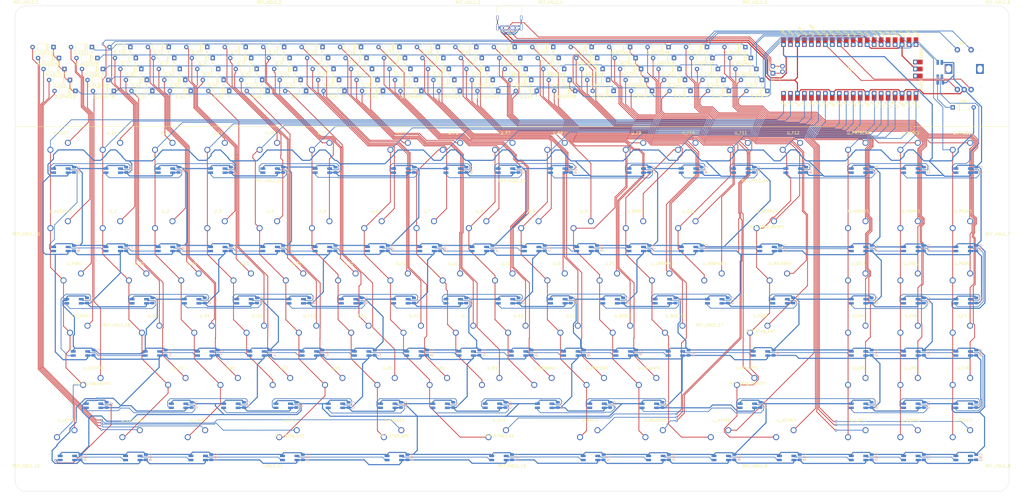
<source format=kicad_pcb>
(kicad_pcb (version 20211014) (generator pcbnew)
  (layers (0 "F.Cu" signal) (31 "B.Cu" signal) (34 "B.Paste" user) (35 "F.Paste" user) (36 "B.SilkS" user "B.Silkscreen") (37 "F.SilkS" user "F.Silkscreen") (38 "B.Mask" user) (39 "F.Mask" user) (44 "Edge.Cuts" user))
  (net 0 "")
  (net 1 "Net-(C1-Pad1)")
  (net 2 "Net-(C1-Pad2)")
  (net 3 "Net-(D97-Pad2)")
  (net 4 "Net-(D97-Pad3)")
  (net 5 "Net-(D_0-Pad1)")
  (net 6 "Net-(D_0-Pad2)")
  (net 7 "Net-(D_1-Pad2)")
  (net 8 "Net-(D_2-Pad2)")
  (net 9 "Net-(D_3-Pad2)")
  (net 10 "Net-(D_4-Pad2)")
  (net 11 "Net-(D_5-Pad2)")
  (net 12 "Net-(D_6-Pad2)")
  (net 13 "Net-(D_7-Pad2)")
  (net 14 "Net-(D_8-Pad2)")
  (net 15 "Net-(D_9-Pad2)")
  (net 16 "Net-(D_A1-Pad2)")
  (net 17 "Net-(D_A1-Pad1)")
  (net 18 "Net-(D_ACCENT1-Pad2)")
  (net 19 "Net-(D_B1-Pad2)")
  (net 20 "Net-(D_B1-Pad1)")
  (net 21 "Net-(D_BKSPC1-Pad2)")
  (net 22 "Net-(D_BSLASH1-Pad2)")
  (net 23 "Net-(D_BSLASH1-Pad1)")
  (net 24 "Net-(D_C1-Pad2)")
  (net 25 "Net-(D_CLOCK1-Pad2)")
  (net 26 "Net-(D_COMMA1-Pad2)")
  (net 27 "Net-(D_D1-Pad2)")
  (net 28 "Net-(D_DASH1-Pad2)")
  (net 29 "Net-(D_DEL1-Pad2)")
  (net 30 "Net-(D_DOWN1-Pad2)")
  (net 31 "Net-(D_DOWN1-Pad1)")
  (net 32 "Net-(D_E1-Pad2)")
  (net 33 "Net-(D_END1-Pad2)")
  (net 34 "Net-(D_ENT1-Pad2)")
  (net 35 "Net-(D_EQ1-Pad2)")
  (net 36 "Net-(D_ESC1-Pad2)")
  (net 37 "Net-(D_ESC1-Pad1)")
  (net 38 "Net-(D_EX1-Pad2)")
  (net 39 "Net-(D_EX2-Pad2)")
  (net 40 "Net-(D_EX3-Pad2)")
  (net 41 "Net-(D_EX4-Pad2)")
  (net 42 "Net-(D_EX5-Pad2)")
  (net 43 "Net-(D_EX6-Pad2)")
  (net 44 "Net-(D_EX7-Pad2)")
  (net 45 "Net-(D_EX8-Pad2)")
  (net 46 "Net-(D_F1-Pad2)")
  (net 47 "Net-(D_F2-Pad2)")
  (net 48 "Net-(D_F3-Pad2)")
  (net 49 "Net-(D_F4-Pad2)")
  (net 50 "Net-(D_F5-Pad2)")
  (net 51 "Net-(D_F6-Pad2)")
  (net 52 "Net-(D_F7-Pad2)")
  (net 53 "Net-(D_F8-Pad2)")
  (net 54 "Net-(D_F9-Pad2)")
  (net 55 "Net-(D_F10-Pad2)")
  (net 56 "Net-(D_F11-Pad2)")
  (net 57 "Net-(D_F12-Pad2)")
  (net 58 "Net-(D_F13-Pad2)")
  (net 59 "Net-(D_FSLASH1-Pad2)")
  (net 60 "Net-(D_G1-Pad2)")
  (net 61 "Net-(D_H1-Pad2)")
  (net 62 "Net-(D_HOME1-Pad2)")
  (net 63 "Net-(D_I1-Pad2)")
  (net 64 "Net-(D_INSERT1-Pad2)")
  (net 65 "Net-(D_J1-Pad2)")
  (net 66 "Net-(D_K1-Pad2)")
  (net 67 "Net-(D_L1-Pad2)")
  (net 68 "Net-(D_LALT1-Pad2)")
  (net 69 "Net-(D_LBRACK1-Pad2)")
  (net 70 "Net-(D_LCRTL1-Pad2)")
  (net 71 "Net-(D_LEFT1-Pad2)")
  (net 72 "Net-(D_LSHIFT1-Pad2)")
  (net 73 "Net-(D_LSUPER1-Pad2)")
  (net 74 "Net-(D_M1-Pad2)")
  (net 75 "Net-(D_META1-Pad2)")
  (net 76 "Net-(D_N1-Pad2)")
  (net 77 "Net-(D_O1-Pad2)")
  (net 78 "Net-(D_P1-Pad2)")
  (net 79 "Net-(D_PAUSE1-Pad2)")
  (net 80 "Net-(D_PERIOD1-Pad2)")
  (net 81 "Net-(D_PGDN1-Pad2)")
  (net 82 "Net-(D_PGUP1-Pad2)")
  (net 83 "Net-(D_PRTSCR1-Pad2)")
  (net 84 "Net-(D_Q1-Pad2)")
  (net 85 "Net-(D_QUOTE1-Pad2)")
  (net 86 "Net-(D_R1-Pad2)")
  (net 87 "Net-(D_RALT1-Pad2)")
  (net 88 "Net-(D_RBRACK1-Pad2)")
  (net 89 "Net-(D_RCTRL1-Pad2)")
  (net 90 "Net-(D_RIGHT1-Pad2)")
  (net 91 "Net-(D_RSHIFT1-Pad2)")
  (net 92 "Net-(D_RSUPER1-Pad2)")
  (net 93 "Net-(D_S1-Pad2)")
  (net 94 "Net-(D_SCOL1-Pad2)")
  (net 95 "Net-(D_SLOC1-Pad2)")
  (net 96 "Net-(D_SPACE1-Pad2)")
  (net 97 "Net-(D_T1-Pad2)")
  (net 98 "Net-(D_TAB1-Pad2)")
  (net 99 "Net-(D_U1-Pad2)")
  (net 100 "Net-(D_UP1-Pad2)")
  (net 101 "Net-(D_V1-Pad2)")
  (net 102 "Net-(D_W1-Pad2)")
  (net 103 "Net-(D_X1-Pad2)")
  (net 104 "Net-(D_Y1-Pad2)")
  (net 105 "Net-(D_Z1-Pad2)")
  (net 106 "Net-(SW1-PadA)")
  (net 107 "Net-(SW1-PadB)")
  (net 108 "Net-(U_0-Pad3)")
  (net 109 "Net-(U_0-Pad2)")
  (net 110 "Net-(U1-Pad14)")
  (net 111 "Net-(SW1-PadS2)")
  (net 112 "Net-(U_1-Pad2)")
  (net 113 "Net-(U_1-Pad3)")
  (net 114 "Net-(U_2-Pad3)")
  (net 115 "Net-(U1-Pad4)")
  (net 116 "Net-(U1-Pad5)")
  (net 117 "Net-(U_3-Pad3)")
  (net 118 "Net-(U_4-Pad3)")
  (net 119 "Net-(U1-Pad6)")
  (net 120 "Net-(U1-Pad7)")
  (net 121 "Net-(U_5-Pad3)")
  (net 122 "Net-(U_6-Pad3)")
  (net 123 "Net-(U1-Pad9)")
  (net 124 "Net-(U1-Pad10)")
  (net 125 "Net-(U_7-Pad3)")
  (net 126 "Net-(U_8-Pad3)")
  (net 127 "Net-(U1-Pad11)")
  (net 128 "Net-(U1-Pad12)")
  (net 129 "Net-(U_A1-Pad3)")
  (net 130 "Net-(U_A1-Pad2)")
  (net 131 "Net-(U1-Pad1)")
  (net 132 "Net-(U_ACCENT1-Pad2)")
  (net 133 "Net-(U_B1-Pad2)")
  (net 134 "Net-(U_B1-Pad3)")
  (net 135 "Net-(U_BKSPC1-Pad3)")
  (net 136 "Net-(U_BKSPC1-Pad2)")
  (net 137 "Net-(U1-Pad17)")
  (net 138 "Net-(U_BSLASH1-Pad2)")
  (net 139 "Net-(U_BSLASH1-Pad3)")
  (net 140 "Net-(U_C1-Pad2)")
  (net 141 "Net-(U_C1-Pad3)")
  (net 142 "Net-(U_CLOCK1-Pad2)")
  (net 143 "Net-(U_COMMA1-Pad2)")
  (net 144 "Net-(U_COMMA1-Pad3)")
  (net 145 "Net-(U_D1-Pad3)")
  (net 146 "Net-(U_D1-Pad2)")
  (net 147 "Net-(U1-Pad15)")
  (net 148 "Net-(U_DASH1-Pad3)")
  (net 149 "Net-(U_DEL1-Pad2)")
  (net 150 "Net-(U1-Pad19)")
  (net 151 "Net-(U1-Pad20)")
  (net 152 "Net-(U_DOWN1-Pad2)")
  (net 153 "Net-(U_DOWN1-Pad3)")
  (net 154 "Net-(U_E1-Pad3)")
  (net 155 "Net-(U_E1-Pad2)")
  (net 156 "Net-(U_END1-Pad2)")
  (net 157 "Net-(U_ENT1-Pad2)")
  (net 158 "Net-(U_ENT1-Pad3)")
  (net 159 "Net-(U1-Pad16)")
  (net 160 "Net-(U_ESC1-Pad2)")
  (net 161 "Net-(U_EX1-Pad2)")
  (net 162 "Net-(U_EX2-Pad2)")
  (net 163 "Net-(U_EX2-Pad3)")
  (net 164 "Net-(U_EX3-Pad2)")
  (net 165 "Net-(U_EX3-Pad3)")
  (net 166 "Net-(U_EX4-Pad3)")
  (net 167 "Net-(U_EX5-Pad2)")
  (net 168 "Net-(U_EX5-Pad3)")
  (net 169 "Net-(U_EX6-Pad3)")
  (net 170 "Net-(U1-Pad21)")
  (net 171 "Net-(U_EX7-Pad3)")
  (net 172 "Net-(U_EX8-Pad3)")
  (net 173 "Net-(U_F1-Pad2)")
  (net 174 "Net-(U_F2-Pad2)")
  (net 175 "Net-(U_F3-Pad2)")
  (net 176 "Net-(U_F4-Pad2)")
  (net 177 "Net-(U_F5-Pad2)")
  (net 178 "Net-(U_F6-Pad2)")
  (net 179 "Net-(U_F7-Pad2)")
  (net 180 "Net-(U_F8-Pad2)")
  (net 181 "Net-(U_F10-Pad3)")
  (net 182 "Net-(U_F10-Pad2)")
  (net 183 "Net-(U_F11-Pad2)")
  (net 184 "Net-(U_F12-Pad2)")
  (net 185 "Net-(U_F13-Pad3)")
  (net 186 "Net-(U_FSLASH1-Pad3)")
  (net 187 "Net-(U_FSLASH1-Pad2)")
  (net 188 "Net-(U_G1-Pad3)")
  (net 189 "Net-(U_H1-Pad3)")
  (net 190 "Net-(U_HOME1-Pad3)")
  (net 191 "Net-(U_HOME1-Pad2)")
  (net 192 "Net-(U_I1-Pad2)")
  (net 193 "Net-(U_I1-Pad3)")
  (net 194 "Net-(U_J1-Pad3)")
  (net 195 "Net-(U_K1-Pad3)")
  (net 196 "Net-(U_L1-Pad3)")
  (net 197 "Net-(U_LALT1-Pad2)")
  (net 198 "Net-(U_LBRACK1-Pad2)")
  (net 199 "Net-(U_LBRACK1-Pad3)")
  (net 200 "Net-(U_LCTRL1-Pad2)")
  (net 201 "Net-(U_LCTRL1-Pad3)")
  (net 202 "Net-(U_LEFT1-Pad2)")
  (net 203 "Net-(U_LSHIFT1-Pad2)")
  (net 204 "Net-(U_M1-Pad3)")
  (net 205 "Net-(U_META1-Pad3)")
  (net 206 "Net-(U_META1-Pad2)")
  (net 207 "Net-(U_O1-Pad2)")
  (net 208 "Net-(U_PAUSE1-Pad3)")
  (net 209 "Net-(U_PGDN1-Pad2)")
  (net 210 "Net-(U_PRTSCR1-Pad2)")
  (net 211 "Net-(U_Q1-Pad2)")
  (net 212 "Net-(U_Q1-Pad3)")
  (net 213 "Net-(U_QUOTE1-Pad2)")
  (net 214 "Net-(U_R1-Pad2)")
  (net 215 "Net-(U_RALT1-Pad3)")
  (net 216 "Net-(U_T1-Pad2)")
  (net 217 "Net-(U_U1-Pad3)")
  (net 218 "Net-(U_X1-Pad3)")
  (net 227 "Net-(J1-Pad2)")
  (net 228 "Net-(J1-Pad1)")
  (net 233 "Net-(C96-Pad2)")
  (footprint "Cherry MX:Cherry-MX_PCB-Mounted_LTST-A683CEGBW_Mill-Max-7305" (layer "F.Cu") (at 145.745 249.575)
    (fp_text reference "U_1")
    (fp_text value "Cherry_MX_RGB")
    (fp_poly (pts (xy 1.7 6.55) (xy -1.7 6.55) (xy -1.7 3.55) (xy 1.7 3.55)) (layer "Edge.Cuts") (width 0.01) (fill none))
  )
  (footprint "Cherry MX:Cherry-MX_PCB-Mounted_LTST-A683CEGBW_Mill-Max-7305" (layer "F.Cu") (at 164.795 249.575)
    (fp_text reference "U_2")
    (fp_text value "Cherry_MX_RGB")
    (fp_poly (pts (xy 1.7 6.55) (xy -1.7 6.55) (xy -1.7 3.55) (xy 1.7 3.55)) (layer "Edge.Cuts") (width 0.01) (fill none))
  )
  (footprint "Cherry MX:Cherry-MX_PCB-Mounted_LTST-A683CEGBW_Mill-Max-7305" (layer "F.Cu") (at 183.845 249.575)
    (fp_text reference "U_3")
    (fp_text value "Cherry_MX_RGB")
    (fp_poly (pts (xy 1.7 6.55) (xy -1.7 6.55) (xy -1.7 3.55) (xy 1.7 3.55)) (layer "Edge.Cuts") (width 0.01) (fill none))
  )
  (footprint "Cherry MX:Cherry-MX_PCB-Mounted_LTST-A683CEGBW_Mill-Max-7305" (layer "F.Cu") (at 202.895 249.575)
    (fp_text reference "U_4")
    (fp_text value "Cherry_MX_RGB")
    (fp_poly (pts (xy 1.7 6.55) (xy -1.7 6.55) (xy -1.7 3.55) (xy 1.7 3.55)) (layer "Edge.Cuts") (width 0.01) (fill none))
  )
  (footprint "Cherry MX:Cherry-MX_PCB-Mounted_LTST-A683CEGBW_Mill-Max-7305" (layer "F.Cu") (at 221.945 249.575)
    (fp_text reference "U_5")
    (fp_text value "Cherry_MX_RGB")
    (fp_poly (pts (xy 1.7 6.55) (xy -1.7 6.55) (xy -1.7 3.55) (xy 1.7 3.55)) (layer "Edge.Cuts") (width 0.01) (fill none))
  )
  (footprint "Cherry MX:Cherry-MX_PCB-Mounted_LTST-A683CEGBW_Mill-Max-7305" (layer "F.Cu") (at 240.995 249.575)
    (fp_text reference "U_6")
    (fp_text value "Cherry_MX_RGB")
    (fp_poly (pts (xy 1.7 6.55) (xy -1.7 6.55) (xy -1.7 3.55) (xy 1.7 3.55)) (layer "Edge.Cuts") (width 0.01) (fill none))
  )
  (footprint "Cherry MX:Cherry-MX_PCB-Mounted_LTST-A683CEGBW_Mill-Max-7305" (layer "F.Cu") (at 260.045 249.575)
    (fp_text reference "U_7")
    (fp_text value "Cherry_MX_RGB")
    (fp_poly (pts (xy 1.7 6.55) (xy -1.7 6.55) (xy -1.7 3.55) (xy 1.7 3.55)) (layer "Edge.Cuts") (width 0.01) (fill none))
  )
  (footprint "Cherry MX:Cherry-MX_PCB-Mounted_LTST-A683CEGBW_Mill-Max-7305" (layer "F.Cu") (at 279.095 249.575)
    (fp_text reference "U_8")
    (fp_text value "Cherry_MX_RGB")
    (fp_poly (pts (xy 1.7 6.55) (xy -1.7 6.55) (xy -1.7 3.55) (xy 1.7 3.55)) (layer "Edge.Cuts") (width 0.01) (fill none))
  )
  (footprint "Cherry MX:Cherry-MX_PCB-Mounted_LTST-A683CEGBW_Mill-Max-7305" (layer "F.Cu") (at 298.145 249.575)
    (fp_text reference "U_9")
    (fp_text value "Cherry_MX_RGB")
    (fp_poly (pts (xy 1.7 6.55) (xy -1.7 6.55) (xy -1.7 3.55) (xy 1.7 3.55)) (layer "Edge.Cuts") (width 0.01) (fill none))
  )
  (footprint "Cherry MX:Cherry-MX_PCB-Mounted_LTST-A683CEGBW_Mill-Max-7305" (layer "F.Cu") (at 160.0325 287.675)
    (fp_text reference "U_A1")
    (fp_text value "Cherry_MX_RGB")
    (fp_poly (pts (xy 1.7 6.55) (xy -1.7 6.55) (xy -1.7 3.55) (xy 1.7 3.55)) (layer "Edge.Cuts") (width 0.01) (fill none))
  )
  (footprint "Cherry MX:Cherry-MX_PCB-Mounted_LTST-A683CEGBW_Mill-Max-7305" (layer "F.Cu") (at 245.7575 306.725)
    (fp_text reference "U_B1")
    (fp_text value "Cherry_MX_RGB")
    (fp_poly (pts (xy 1.7 6.55) (xy -1.7 6.55) (xy -1.7 3.55) (xy 1.7 3.55)) (layer "Edge.Cuts") (width 0.01) (fill none))
  )
  (footprint "Cherry MX:Cherry-MX_PCB-Mounted_LTST-A683CEGBW_Mill-Max-7305" (layer "F.Cu") (at 383.87 249.575)
    (fp_text reference "U_BKSPC1")
    (fp_text value "Cherry_MX_RGB")
    (fp_poly (pts (xy 1.7 6.55) (xy -1.7 6.55) (xy -1.7 3.55) (xy 1.7 3.55)) (layer "Edge.Cuts") (width 0.01) (fill none))
  )
  (footprint "Cherry MX:Cherry-MX_PCB-Mounted_LTST-A683CEGBW_Mill-Max-7305" (layer "F.Cu") (at 388.6325 268.625)
    (fp_text reference "U_BSLASH1")
    (fp_text value "Cherry_MX_RGB")
    (fp_poly (pts (xy 1.7 6.55) (xy -1.7 6.55) (xy -1.7 3.55) (xy 1.7 3.55)) (layer "Edge.Cuts") (width 0.01) (fill none))
  )
  (footprint "Cherry MX:Cherry-MX_PCB-Mounted_LTST-A683CEGBW_Mill-Max-7305" (layer "F.Cu") (at 207.6575 306.725)
    (fp_text reference "U_C1")
    (fp_text value "Cherry_MX_RGB")
    (fp_poly (pts (xy 1.7 6.55) (xy -1.7 6.55) (xy -1.7 3.55) (xy 1.7 3.55)) (layer "Edge.Cuts") (width 0.01) (fill none))
  )
  (footprint "Cherry MX:Cherry-MX_PCB-Mounted_LTST-A683CEGBW_Mill-Max-7305" (layer "F.Cu") (at 198.1325 287.675)
    (fp_text reference "U_D1")
    (fp_text value "Cherry_MX_RGB")
    (fp_poly (pts (xy 1.7 6.55) (xy -1.7 6.55) (xy -1.7 3.55) (xy 1.7 3.55)) (layer "Edge.Cuts") (width 0.01) (fill none))
  )
  (footprint "Cherry MX:Cherry-MX_PCB-Mounted_LTST-A683CEGBW_Mill-Max-7305" (layer "F.Cu") (at 336.245 249.575)
    (fp_text reference "U_DASH1")
    (fp_text value "Cherry_MX_RGB")
    (fp_poly (pts (xy 1.7 6.55) (xy -1.7 6.55) (xy -1.7 3.55) (xy 1.7 3.55)) (layer "Edge.Cuts") (width 0.01) (fill none))
  )
  (footprint "Cherry MX:Cherry-MX_PCB-Mounted_LTST-A683CEGBW_Mill-Max-7305" (layer "F.Cu") (at 417.2075 268.625)
    (fp_text reference "U_DEL1")
    (fp_text value "Cherry_MX_RGB")
    (fp_poly (pts (xy 1.7 6.55) (xy -1.7 6.55) (xy -1.7 3.55) (xy 1.7 3.55)) (layer "Edge.Cuts") (width 0.01) (fill none))
  )
  (footprint "Cherry MX:Cherry-MX_PCB-Mounted_LTST-A683CEGBW_Mill-Max-7305" (layer "F.Cu") (at 436.2575 325.775)
    (fp_text reference "U_DOWN1")
    (fp_text value "Cherry_MX_RGB")
    (fp_poly (pts (xy 1.7 6.55) (xy -1.7 6.55) (xy -1.7 3.55) (xy 1.7 3.55)) (layer "Edge.Cuts") (width 0.01) (fill none))
  )
  (footprint "Cherry MX:Cherry-MX_PCB-Mounted_LTST-A683CEGBW_Mill-Max-7305" (layer "F.Cu") (at 193.37 268.625)
    (fp_text reference "U_E1")
    (fp_text value "Cherry_MX_RGB")
    (fp_poly (pts (xy 1.7 6.55) (xy -1.7 6.55) (xy -1.7 3.55) (xy 1.7 3.55)) (layer "Edge.Cuts") (width 0.01) (fill none))
  )
  (footprint "Cherry MX:Cherry-MX_PCB-Mounted_LTST-A683CEGBW_Mill-Max-7305" (layer "F.Cu") (at 436.2575 268.625)
    (fp_text reference "U_END1")
    (fp_text value "Cherry_MX_RGB")
    (fp_poly (pts (xy 1.7 6.55) (xy -1.7 6.55) (xy -1.7 3.55) (xy 1.7 3.55)) (layer "Edge.Cuts") (width 0.01) (fill none))
  )
  (footprint "Cherry MX:Cherry-MX_PCB-Mounted_LTST-A683CEGBW_Mill-Max-7305" (layer "F.Cu") (at 381.48875 287.675)
    (fp_text reference "U_ENT1")
    (fp_text value "Cherry_MX_RGB")
    (fp_poly (pts (xy 1.7 6.55) (xy -1.7 6.55) (xy -1.7 3.55) (xy 1.7 3.55)) (layer "Edge.Cuts") (width 0.01) (fill none))
  )
  (footprint "Cherry MX:Cherry-MX_PCB-Mounted_LTST-A683CEGBW_Mill-Max-7305" (layer "F.Cu") (at 355.295 249.575)
    (fp_text reference "U_EQ1")
    (fp_text value "Cherry_MX_RGB")
    (fp_poly (pts (xy 1.7 6.55) (xy -1.7 6.55) (xy -1.7 3.55) (xy 1.7 3.55)) (layer "Edge.Cuts") (width 0.01) (fill none))
  )
  (footprint "Cherry MX:Cherry-MX_PCB-Mounted_LTST-A683CEGBW_Mill-Max-7305" (layer "F.Cu") (at 145.745 221)
    (fp_text reference "U_EX1")
    (fp_text value "Cherry_MX_RGB")
    (fp_poly (pts (xy 1.7 6.55) (xy -1.7 6.55) (xy -1.7 3.55) (xy 1.7 3.55)) (layer "Edge.Cuts") (width 0.01) (fill none))
  )
  (footprint "Cherry MX:Cherry-MX_PCB-Mounted_LTST-A683CEGBW_Mill-Max-7305" (layer "F.Cu") (at 210.03875 325.775)
    (fp_text reference "U_EX2")
    (fp_text value "Cherry_MX_RGB")
    (fp_poly (pts (xy 1.7 6.55) (xy -1.7 6.55) (xy -1.7 3.55) (xy 1.7 3.55)) (layer "Edge.Cuts") (width 0.01) (fill none))
  )
  (footprint "Cherry MX:Cherry-MX_PCB-Mounted_LTST-A683CEGBW_Mill-Max-7305" (layer "F.Cu") (at 286.23875 325.775)
    (fp_text reference "U_EX3")
    (fp_text value "Cherry_MX_RGB")
    (fp_poly (pts (xy 1.7 6.55) (xy -1.7 6.55) (xy -1.7 3.55) (xy 1.7 3.55)) (layer "Edge.Cuts") (width 0.01) (fill none))
  )
  (footprint "Cherry MX:Cherry-MX_PCB-Mounted_LTST-A683CEGBW_Mill-Max-7305" (layer "F.Cu") (at 417.2075 287.675)
    (fp_text reference "U_EX4")
    (fp_text value "Cherry_MX_RGB")
    (fp_poly (pts (xy 1.7 6.55) (xy -1.7 6.55) (xy -1.7 3.55) (xy 1.7 3.55)) (layer "Edge.Cuts") (width 0.01) (fill none))
  )
  (footprint "Cherry MX:Cherry-MX_PCB-Mounted_LTST-A683CEGBW_Mill-Max-7305" (layer "F.Cu") (at 417.2075 306.725)
    (fp_text reference "U_EX5")
    (fp_text value "Cherry_MX_RGB")
    (fp_poly (pts (xy 1.7 6.55) (xy -1.7 6.55) (xy -1.7 3.55) (xy 1.7 3.55)) (layer "Edge.Cuts") (width 0.01) (fill none))
  )
  (footprint "Cherry MX:Cherry-MX_PCB-Mounted_LTST-A683CEGBW_Mill-Max-7305" (layer "F.Cu") (at 436.2575 287.675)
    (fp_text reference "U_EX6")
    (fp_text value "Cherry_MX_RGB")
    (fp_poly (pts (xy 1.7 6.55) (xy -1.7 6.55) (xy -1.7 3.55) (xy 1.7 3.55)) (layer "Edge.Cuts") (width 0.01) (fill none))
  )
  (footprint "Cherry MX:Cherry-MX_PCB-Mounted_LTST-A683CEGBW_Mill-Max-7305" (layer "F.Cu") (at 455.3075 287.675)
    (fp_text reference "U_EX7")
    (fp_text value "Cherry_MX_RGB")
    (fp_poly (pts (xy 1.7 6.55) (xy -1.7 6.55) (xy -1.7 3.55) (xy 1.7 3.55)) (layer "Edge.Cuts") (width 0.01) (fill none))
  )
  (footprint "Cherry MX:Cherry-MX_PCB-Mounted_LTST-A683CEGBW_Mill-Max-7305" (layer "F.Cu") (at 455.3075 306.725)
    (fp_text reference "U_EX8")
    (fp_text value "Cherry_MX_RGB")
    (fp_poly (pts (xy 1.7 6.55) (xy -1.7 6.55) (xy -1.7 3.55) (xy 1.7 3.55)) (layer "Edge.Cuts") (width 0.01) (fill none))
  )
  (footprint "Cherry MX:Cherry-MX_PCB-Mounted_LTST-A683CEGBW_Mill-Max-7305" (layer "F.Cu") (at 164.795 221)
    (fp_text reference "U_F1")
    (fp_text value "Cherry_MX_RGB")
    (fp_poly (pts (xy 1.7 6.55) (xy -1.7 6.55) (xy -1.7 3.55) (xy 1.7 3.55)) (layer "Edge.Cuts") (width 0.01) (fill none))
  )
  (footprint "Cherry MX:Cherry-MX_PCB-Mounted_LTST-A683CEGBW_Mill-Max-7305" (layer "F.Cu") (at 183.845 221)
    (fp_text reference "U_F2")
    (fp_text value "Cherry_MX_RGB")
    (fp_poly (pts (xy 1.7 6.55) (xy -1.7 6.55) (xy -1.7 3.55) (xy 1.7 3.55)) (layer "Edge.Cuts") (width 0.01) (fill none))
  )
  (footprint "Cherry MX:Cherry-MX_PCB-Mounted_LTST-A683CEGBW_Mill-Max-7305" (layer "F.Cu") (at 202.895 221)
    (fp_text reference "U_F3")
    (fp_text value "Cherry_MX_RGB")
    (fp_poly (pts (xy 1.7 6.55) (xy -1.7 6.55) (xy -1.7 3.55) (xy 1.7 3.55)) (layer "Edge.Cuts") (width 0.01) (fill none))
  )
  (footprint "Cherry MX:Cherry-MX_PCB-Mounted_LTST-A683CEGBW_Mill-Max-7305" (layer "F.Cu") (at 250.52 221)
    (fp_text reference "U_F5")
    (fp_text value "Cherry_MX_RGB")
    (fp_poly (pts (xy 1.7 6.55) (xy -1.7 6.55) (xy -1.7 3.55) (xy 1.7 3.55)) (layer "Edge.Cuts") (width 0.01) (fill none))
  )
  (footprint "Cherry MX:Cherry-MX_PCB-Mounted_LTST-A683CEGBW_Mill-Max-7305" (layer "F.Cu") (at 288.62 221)
    (fp_text reference "U_F7")
    (fp_text value "Cherry_MX_RGB")
    (fp_poly (pts (xy 1.7 6.55) (xy -1.7 6.55) (xy -1.7 3.55) (xy 1.7 3.55)) (layer "Edge.Cuts") (width 0.01) (fill none))
  )
  (footprint "Cherry MX:Cherry-MX_PCB-Mounted_LTST-A683CEGBW_Mill-Max-7305" (layer "F.Cu") (at 307.67 221)
    (fp_text reference "U_F8")
    (fp_text value "Cherry_MX_RGB")
    (fp_poly (pts (xy 1.7 6.55) (xy -1.7 6.55) (xy -1.7 3.55) (xy 1.7 3.55)) (layer "Edge.Cuts") (width 0.01) (fill none))
  )
  (footprint "Cherry MX:Cherry-MX_PCB-Mounted_LTST-A683CEGBW_Mill-Max-7305" (layer "F.Cu") (at 374.345 221)
    (fp_text reference "U_F11")
    (fp_text value "Cherry_MX_RGB")
    (fp_poly (pts (xy 1.7 6.55) (xy -1.7 6.55) (xy -1.7 3.55) (xy 1.7 3.55)) (layer "Edge.Cuts") (width 0.01) (fill none))
  )
  (footprint "Cherry MX:Cherry-MX_PCB-Mounted_LTST-A683CEGBW_Mill-Max-7305" (layer "F.Cu") (at 217.1825 287.675)
    (fp_text reference "U_F13")
    (fp_text value "Cherry_MX_RGB")
    (fp_poly (pts (xy 1.7 6.55) (xy -1.7 6.55) (xy -1.7 3.55) (xy 1.7 3.55)) (layer "Edge.Cuts") (width 0.01) (fill none))
  )
  (footprint "Cherry MX:Cherry-MX_PCB-Mounted_LTST-A683CEGBW_Mill-Max-7305" (layer "F.Cu") (at 341.0075 306.725)
    (fp_text reference "U_FSLASH1")
    (fp_text value "Cherry_MX_RGB")
    (fp_poly (pts (xy 1.7 6.55) (xy -1.7 6.55) (xy -1.7 3.55) (xy 1.7 3.55)) (layer "Edge.Cuts") (width 0.01) (fill none))
  )
  (footprint "Cherry MX:Cherry-MX_PCB-Mounted_LTST-A683CEGBW_Mill-Max-7305" (layer "F.Cu") (at 236.2325 287.675)
    (fp_text reference "U_G1")
    (fp_text value "Cherry_MX_RGB")
    (fp_poly (pts (xy 1.7 6.55) (xy -1.7 6.55) (xy -1.7 3.55) (xy 1.7 3.55)) (layer "Edge.Cuts") (width 0.01) (fill none))
  )
  (footprint "Cherry MX:Cherry-MX_PCB-Mounted_LTST-A683CEGBW_Mill-Max-7305" (layer "F.Cu") (at 255.2825 287.675)
    (fp_text reference "U_H1")
    (fp_text value "Cherry_MX_RGB")
    (fp_poly (pts (xy 1.7 6.55) (xy -1.7 6.55) (xy -1.7 3.55) (xy 1.7 3.55)) (layer "Edge.Cuts") (width 0.01) (fill none))
  )
  (footprint "Cherry MX:Cherry-MX_PCB-Mounted_LTST-A683CEGBW_Mill-Max-7305" (layer "F.Cu") (at 436.2575 249.575)
    (fp_text reference "U_HOME1")
    (fp_text value "Cherry_MX_RGB")
    (fp_poly (pts (xy 1.7 6.55) (xy -1.7 6.55) (xy -1.7 3.55) (xy 1.7 3.55)) (layer "Edge.Cuts") (width 0.01) (fill none))
  )
  (footprint "Cherry MX:Cherry-MX_PCB-Mounted_LTST-A683CEGBW_Mill-Max-7305" (layer "F.Cu") (at 288.62 268.625)
    (fp_text reference "U_I1")
    (fp_text value "Cherry_MX_RGB")
    (fp_poly (pts (xy 1.7 6.55) (xy -1.7 6.55) (xy -1.7 3.55) (xy 1.7 3.55)) (layer "Edge.Cuts") (width 0.01) (fill none))
  )
  (footprint "Cherry MX:Cherry-MX_PCB-Mounted_LTST-A683CEGBW_Mill-Max-7305" (layer "F.Cu") (at 417.2075 249.575)
    (fp_text reference "U_INSERT1")
    (fp_text value "Cherry_MX_RGB")
    (fp_poly (pts (xy 1.7 6.55) (xy -1.7 6.55) (xy -1.7 3.55) (xy 1.7 3.55)) (layer "Edge.Cuts") (width 0.01) (fill none))
  )
  (footprint "Cherry MX:Cherry-MX_PCB-Mounted_LTST-A683CEGBW_Mill-Max-7305" (layer "F.Cu") (at 293.3825 287.675)
    (fp_text reference "U_K1")
    (fp_text value "Cherry_MX_RGB")
    (fp_poly (pts (xy 1.7 6.55) (xy -1.7 6.55) (xy -1.7 3.55) (xy 1.7 3.55)) (layer "Edge.Cuts") (width 0.01) (fill none))
  )
  (footprint "Cherry MX:Cherry-MX_PCB-Mounted_LTST-A683CEGBW_Mill-Max-7305" (layer "F.Cu") (at 312.4325 287.675)
    (fp_text reference "U_L1")
    (fp_text value "Cherry_MX_RGB")
    (fp_poly (pts (xy 1.7 6.55) (xy -1.7 6.55) (xy -1.7 3.55) (xy 1.7 3.55)) (layer "Edge.Cuts") (width 0.01) (fill none))
  )
  (footprint "Cherry MX:Cherry-MX_PCB-Mounted_LTST-A683CEGBW_Mill-Max-7305" (layer "F.Cu") (at 176.70125 325.775)
    (fp_text reference "U_LALT1")
    (fp_text value "Cherry_MX_RGB")
    (fp_poly (pts (xy 1.7 6.55) (xy -1.7 6.55) (xy -1.7 3.55) (xy 1.7 3.55)) (layer "Edge.Cuts") (width 0.01) (fill none))
  )
  (footprint "Cherry MX:Cherry-MX_PCB-Mounted_LTST-A683CEGBW_Mill-Max-7305" (layer "F.Cu") (at 417.2075 325.775)
    (fp_text reference "U_LEFT1")
    (fp_text value "Cherry_MX_RGB")
    (fp_poly (pts (xy 1.7 6.55) (xy -1.7 6.55) (xy -1.7 3.55) (xy 1.7 3.55)) (layer "Edge.Cuts") (width 0.01) (fill none))
  )
  (footprint "Cherry MX:Cherry-MX_PCB-Mounted_LTST-A683CEGBW_Mill-Max-7305" (layer "F.Cu") (at 152.88875 325.775)
    (fp_text reference "U_LSUPER1")
    (fp_text value "Cherry_MX_RGB")
    (fp_poly (pts (xy 1.7 6.55) (xy -1.7 6.55) (xy -1.7 3.55) (xy 1.7 3.55)) (layer "Edge.Cuts") (width 0.01) (fill none))
  )
  (footprint "Cherry MX:Cherry-MX_PCB-Mounted_LTST-A683CEGBW_Mill-Max-7305" (layer "F.Cu") (at 283.8575 306.725)
    (fp_text reference "U_M1")
    (fp_text value "Cherry_MX_RGB")
    (fp_poly (pts (xy 1.7 6.55) (xy -1.7 6.55) (xy -1.7 3.55) (xy 1.7 3.55)) (layer "Edge.Cuts") (width 0.01) (fill none))
  )
  (footprint "Cherry MX:Cherry-MX_PCB-Mounted_LTST-A683CEGBW_Mill-Max-7305" (layer "F.Cu") (at 367.20125 325.775)
    (fp_text reference "U_META1")
    (fp_text value "Cherry_MX_RGB")
    (fp_poly (pts (xy 1.7 6.55) (xy -1.7 6.55) (xy -1.7 3.55) (xy 1.7 3.55)) (layer "Edge.Cuts") (width 0.01) (fill none))
  )
  (footprint "Cherry MX:Cherry-MX_PCB-Mounted_LTST-A683CEGBW_Mill-Max-7305" (layer "F.Cu") (at 264.8075 306.725)
    (fp_text reference "U_N1")
    (fp_text value "Cherry_MX_RGB")
    (fp_poly (pts (xy 1.7 6.55) (xy -1.7 6.55) (xy -1.7 3.55) (xy 1.7 3.55)) (layer "Edge.Cuts") (width 0.01) (fill none))
  )
  (footprint "Cherry MX:Cherry-MX_PCB-Mounted_LTST-A683CEGBW_Mill-Max-7305" (layer "F.Cu") (at 307.67 268.625)
    (fp_text reference "U_O1")
    (fp_text value "Cherry_MX_RGB")
    (fp_poly (pts (xy 1.7 6.55) (xy -1.7 6.55) (xy -1.7 3.55) (xy 1.7 3.55)) (layer "Edge.Cuts") (width 0.01) (fill none))
  )
  (footprint "Cherry MX:Cherry-MX_PCB-Mounted_LTST-A683CEGBW_Mill-Max-7305" (layer "F.Cu") (at 455.3075 221)
    (fp_text reference "U_PAUSE1")
    (fp_text value "Cherry_MX_RGB")
    (fp_poly (pts (xy 1.7 6.55) (xy -1.7 6.55) (xy -1.7 3.55) (xy 1.7 3.55)) (layer "Edge.Cuts") (width 0.01) (fill none))
  )
  (footprint "Cherry MX:Cherry-MX_PCB-Mounted_LTST-A683CEGBW_Mill-Max-7305" (layer "F.Cu") (at 455.3075 268.625)
    (fp_text reference "U_PGDN1")
    (fp_text value "Cherry_MX_RGB")
    (fp_poly (pts (xy 1.7 6.55) (xy -1.7 6.55) (xy -1.7 3.55) (xy 1.7 3.55)) (layer "Edge.Cuts") (width 0.01) (fill none))
  )
  (footprint "Cherry MX:Cherry-MX_PCB-Mounted_LTST-A683CEGBW_Mill-Max-7305" (layer "F.Cu") (at 455.3075 249.575)
    (fp_text reference "U_PGUP1")
    (fp_text value "Cherry_MX_RGB")
    (fp_poly (pts (xy 1.7 6.55) (xy -1.7 6.55) (xy -1.7 3.55) (xy 1.7 3.55)) (layer "Edge.Cuts") (width 0.01) (fill none))
  )
  (footprint "Cherry MX:Cherry-MX_PCB-Mounted_LTST-A683CEGBW_Mill-Max-7305" (layer "F.Cu") (at 417.2075 221)
    (fp_text reference "U_PRTSCR1")
    (fp_text value "Cherry_MX_RGB")
    (fp_poly (pts (xy 1.7 6.55) (xy -1.7 6.55) (xy -1.7 3.55) (xy 1.7 3.55)) (layer "Edge.Cuts") (width 0.01) (fill none))
  )
  (footprint "Cherry MX:Cherry-MX_PCB-Mounted_LTST-A683CEGBW_Mill-Max-7305" (layer "F.Cu") (at 155.27 268.625)
    (fp_text reference "U_Q1")
    (fp_text value "Cherry_MX_RGB")
    (fp_poly (pts (xy 1.7 6.55) (xy -1.7 6.55) (xy -1.7 3.55) (xy 1.7 3.55)) (layer "Edge.Cuts") (width 0.01) (fill none))
  )
  (footprint "Cherry MX:Cherry-MX_PCB-Mounted_LTST-A683CEGBW_Mill-Max-7305" (layer "F.Cu") (at 350.5325 287.675)
    (fp_text reference "U_QUOTE1")
    (fp_text value "Cherry_MX_RGB")
    (fp_poly (pts (xy 1.7 6.55) (xy -1.7 6.55) (xy -1.7 3.55) (xy 1.7 3.55)) (layer "Edge.Cuts") (width 0.01) (fill none))
  )
  (footprint "Cherry MX:Cherry-MX_PCB-Mounted_LTST-A683CEGBW_Mill-Max-7305" (layer "F.Cu") (at 212.42 268.625)
    (fp_text reference "U_R1")
    (fp_text value "Cherry_MX_RGB")
    (fp_poly (pts (xy 1.7 6.55) (xy -1.7 6.55) (xy -1.7 3.55) (xy 1.7 3.55)) (layer "Edge.Cuts") (width 0.01) (fill none))
  )
  (footprint "Cherry MX:Cherry-MX_PCB-Mounted_LTST-A683CEGBW_Mill-Max-7305" (layer "F.Cu") (at 364.82 268.625)
    (fp_text reference "U_RBRACK1")
    (fp_text value "Cherry_MX_RGB")
    (fp_poly (pts (xy 1.7 6.55) (xy -1.7 6.55) (xy -1.7 3.55) (xy 1.7 3.55)) (layer "Edge.Cuts") (width 0.01) (fill none))
  )
  (footprint "Cherry MX:Cherry-MX_PCB-Mounted_LTST-A683CEGBW_Mill-Max-7305" (layer "F.Cu") (at 455.3075 325.775)
    (fp_text reference "U_RIGHT1")
    (fp_text value "Cherry_MX_RGB")
    (fp_poly (pts (xy 1.7 6.55) (xy -1.7 6.55) (xy -1.7 3.55) (xy 1.7 3.55)) (layer "Edge.Cuts") (width 0.01) (fill none))
  )
  (footprint "Cherry MX:Cherry-MX_PCB-Mounted_LTST-A683CEGBW_Mill-Max-7305" (layer "F.Cu") (at 376.72625 306.725)
    (fp_text reference "U_RSHIFT1")
    (fp_text value "Cherry_MX_RGB")
    (fp_poly (pts (xy 1.7 6.55) (xy -1.7 6.55) (xy -1.7 3.55) (xy 1.7 3.55)) (layer "Edge.Cuts") (width 0.01) (fill none))
  )
  (footprint "Cherry MX:Cherry-MX_PCB-Mounted_LTST-A683CEGBW_Mill-Max-7305" (layer "F.Cu") (at 179.0825 287.675)
    (fp_text reference "U_S1")
    (fp_text value "Cherry_MX_RGB")
    (fp_poly (pts (xy 1.7 6.55) (xy -1.7 6.55) (xy -1.7 3.55) (xy 1.7 3.55)) (layer "Edge.Cuts") (width 0.01) (fill none))
  )
  (footprint "Cherry MX:Cherry-MX_PCB-Mounted_LTST-A683CEGBW_Mill-Max-7305" (layer "F.Cu") (at 436.2575 221)
    (fp_text reference "U_SLOC1")
    (fp_text value "Cherry_MX_RGB")
    (fp_poly (pts (xy 1.7 6.55) (xy -1.7 6.55) (xy -1.7 3.55) (xy 1.7 3.55)) (layer "Edge.Cuts") (width 0.01) (fill none))
  )
  (footprint "Cherry MX:Cherry-MX_PCB-Mounted_LTST-A683CEGBW_Mill-Max-7305" (layer "F.Cu") (at 248.13875 325.775)
    (fp_text reference "U_SPACE1")
    (fp_text value "Cherry_MX_RGB")
    (fp_poly (pts (xy 1.7 6.55) (xy -1.7 6.55) (xy -1.7 3.55) (xy 1.7 3.55)) (layer "Edge.Cuts") (width 0.01) (fill none))
  )
  (footprint "Cherry MX:Cherry-MX_PCB-Mounted_LTST-A683CEGBW_Mill-Max-7305" (layer "F.Cu") (at 231.47 268.625)
    (fp_text reference "U_T1")
    (fp_text value "Cherry_MX_RGB")
    (fp_poly (pts (xy 1.7 6.55) (xy -1.7 6.55) (xy -1.7 3.55) (xy 1.7 3.55)) (layer "Edge.Cuts") (width 0.01) (fill none))
  )
  (footprint "Cherry MX:Cherry-MX_PCB-Mounted_LTST-A683CEGBW_Mill-Max-7305" (layer "F.Cu") (at 269.57 268.625)
    (fp_text reference "U_U1")
    (fp_text value "Cherry_MX_RGB")
    (fp_poly (pts (xy 1.7 6.55) (xy -1.7 6.55) (xy -1.7 3.55) (xy 1.7 3.55)) (layer "Edge.Cuts") (width 0.01) (fill none))
  )
  (footprint "Cherry MX:Cherry-MX_PCB-Mounted_LTST-A683CEGBW_Mill-Max-7305" (layer "F.Cu") (at 436.2575 306.725)
    (fp_text reference "U_UP1")
    (fp_text value "Cherry_MX_RGB")
    (fp_poly (pts (xy 1.7 6.55) (xy -1.7 6.55) (xy -1.7 3.55) (xy 1.7 3.55)) (layer "Edge.Cuts") (width 0.01) (fill none))
  )
  (footprint "Cherry MX:Cherry-MX_PCB-Mounted_LTST-A683CEGBW_Mill-Max-7305" (layer "F.Cu") (at 174.32 268.625)
    (fp_text reference "U_W1")
    (fp_text value "Cherry_MX_RGB")
    (fp_poly (pts (xy 1.7 6.55) (xy -1.7 6.55) (xy -1.7 3.55) (xy 1.7 3.55)) (layer "Edge.Cuts") (width 0.01) (fill none))
  )
  (footprint "Cherry MX:Cherry-MX_PCB-Mounted_LTST-A683CEGBW_Mill-Max-7305" (layer "F.Cu") (at 188.6075 306.725)
    (fp_text reference "U_X1")
    (fp_text value "Cherry_MX_RGB")
    (fp_poly (pts (xy 1.7 6.55) (xy -1.7 6.55) (xy -1.7 3.55) (xy 1.7 3.55)) (layer "Edge.Cuts") (width 0.01) (fill none))
  )
  (footprint "Cherry MX:Cherry-MX_PCB-Mounted_LTST-A683CEGBW_Mill-Max-7305" (layer "F.Cu") (at 250.52 268.625)
    (fp_text reference "U_Y1")
    (fp_text value "Cherry_MX_RGB")
    (fp_poly (pts (xy 1.7 6.55) (xy -1.7 6.55) (xy -1.7 3.55) (xy 1.7 3.55)) (layer "Edge.Cuts") (width 0.01) (fill none))
  )
  (footprint "Cherry MX:Cherry-MX_PCB-Mounted_LTST-A683CEGBW_Mill-Max-7305" (layer "F.Cu") (at 274.3325 287.675)
    (fp_text reference "U_J1")
    (fp_text value "Cherry_MX_RGB")
    (fp_poly (pts (xy 1.7 6.55) (xy -1.7 6.55) (xy -1.7 3.55) (xy 1.7 3.55)) (layer "Edge.Cuts") (width 0.01) (fill none))
  )
  (footprint "Cherry MX:Cherry-MX_PCB-Mounted_LTST-A683CEGBW_Mill-Max-7305" (layer "F.Cu") (at 345.77 268.625)
    (fp_text reference "U_LBRACK1")
    (fp_text value "Cherry_MX_RGB")
    (fp_poly (pts (xy 1.7 6.55) (xy -1.7 6.55) (xy -1.7 3.55) (xy 1.7 3.55)) (layer "Edge.Cuts") (width 0.01) (fill none))
  )
  (footprint "Cherry MX:Cherry-MX_PCB-Mounted_LTST-A683CEGBW_Mill-Max-7305" (layer "F.Cu") (at 355.295 221)
    (fp_text reference "U_F10")
    (fp_text value "Cherry_MX_RGB")
    (fp_poly (pts (xy 1.7 6.55) (xy -1.7 6.55) (xy -1.7 3.55) (xy 1.7 3.55)) (layer "Edge.Cuts") (width 0.01) (fill none))
  )
  (footprint "Cherry MX:Cherry-MX_PCB-Mounted_LTST-A683CEGBW_Mill-Max-7305" (layer "F.Cu") (at 221.945 221)
    (fp_text reference "U_F4")
    (fp_text value "Cherry_MX_RGB")
    (fp_poly (pts (xy 1.7 6.55) (xy -1.7 6.55) (xy -1.7 3.55) (xy 1.7 3.55)) (layer "Edge.Cuts") (width 0.01) (fill none))
  )
  (footprint "Cherry MX:Cherry-MX_PCB-Mounted_LTST-A683CEGBW_Mill-Max-7305" (layer "F.Cu") (at 269.57 221)
    (fp_text reference "U_F6")
    (fp_text value "Cherry_MX_RGB")
    (fp_poly (pts (xy 1.7 6.55) (xy -1.7 6.55) (xy -1.7 3.55) (xy 1.7 3.55)) (layer "Edge.Cuts") (width 0.01) (fill none))
  )
  (footprint "Cherry MX:Cherry-MX_PCB-Mounted_LTST-A683CEGBW_Mill-Max-7305" (layer "F.Cu") (at 319.57625 325.775)
    (fp_text reference "U_RALT1")
    (fp_text value "Cherry_MX_RGB")
    (fp_poly (pts (xy 1.7 6.55) (xy -1.7 6.55) (xy -1.7 3.55) (xy 1.7 3.55)) (layer "Edge.Cuts") (width 0.01) (fill none))
  )
  (footprint "Cherry MX:Cherry-MX_PCB-Mounted_LTST-A683CEGBW_Mill-Max-7305" (layer "F.Cu") (at 302.9075 306.725)
    (fp_text reference "U_COMMA1")
    (fp_text value "Cherry_MX_RGB")
    (fp_poly (pts (xy 1.7 6.55) (xy -1.7 6.55) (xy -1.7 3.55) (xy 1.7 3.55)) (layer "Edge.Cuts") (width 0.01) (fill none))
  )
  (footprint "Cherry MX:Cherry-MX_PCB-Mounted_LTST-A683CEGBW_Mill-Max-7305" (layer "F.Cu") (at 131.4575 268.625)
    (fp_text reference "U_TAB1")
    (fp_text value "Cherry_MX_RGB")
    (fp_poly (pts (xy 1.7 6.55) (xy -1.7 6.55) (xy -1.7 3.55) (xy 1.7 3.55)) (layer "Edge.Cuts") (width 0.01) (fill none))
  )
  (footprint "Cherry MX:Cherry-MX_PCB-Mounted_LTST-A683CEGBW_Mill-Max-7305" (layer "F.Cu") (at 138.60125 306.725)
    (fp_text reference "U_LSHIFT1")
    (fp_text value "Cherry_MX_RGB")
    (fp_poly (pts (xy 1.7 6.55) (xy -1.7 6.55) (xy -1.7 3.55) (xy 1.7 3.55)) (layer "Edge.Cuts") (width 0.01) (fill none))
  )
  (footprint "Cherry MX:Cherry-MX_PCB-Mounted_LTST-A683CEGBW_Mill-Max-7305" (layer "F.Cu") (at 129.07625 325.775)
    (fp_text reference "U_LCTRL1")
    (fp_text value "Cherry_MX_RGB")
    (fp_poly (pts (xy 1.7 6.55) (xy -1.7 6.55) (xy -1.7 3.55) (xy 1.7 3.55)) (layer "Edge.Cuts") (width 0.01) (fill none))
  )
  (footprint "Cherry MX:Cherry-MX_PCB-Mounted_LTST-A683CEGBW_Mill-Max-7305" (layer "F.Cu") (at 126.695 221)
    (fp_text reference "U_ESC1")
    (fp_text value "Cherry_MX_RGB")
    (fp_poly (pts (xy 1.7 6.55) (xy -1.7 6.55) (xy -1.7 3.55) (xy 1.7 3.55)) (layer "Edge.Cuts") (width 0.01) (fill none))
  )
  (footprint "Cherry MX:Cherry-MX_PCB-Mounted_LTST-A683CEGBW_Mill-Max-7305" (layer "F.Cu") (at 133.83875 287.675)
    (fp_text reference "U_CLOCK1")
    (fp_text value "Cherry_MX_RGB")
    (fp_poly (pts (xy 1.7 6.55) (xy -1.7 6.55) (xy -1.7 3.55) (xy 1.7 3.55)) (layer "Edge.Cuts") (width 0.01) (fill none))
  )
  (footprint "Cherry MX:Cherry-MX_PCB-Mounted_LTST-A683CEGBW_Mill-Max-7305" (layer "F.Cu") (at 126.695 249.575)
    (fp_text reference "U_ACCENT1")
    (fp_text value "Cherry_MX_RGB")
    (fp_poly (pts (xy 1.7 6.55) (xy -1.7 6.55) (xy -1.7 3.55) (xy 1.7 3.55)) (layer "Edge.Cuts") (width 0.01) (fill none))
  )
  (footprint "Cherry MX:Cherry-MX_PCB-Mounted_LTST-A683CEGBW_Mill-Max-7305" (layer "F.Cu") (at 226.7075 306.725)
    (fp_text reference "U_V1")
    (fp_text value "Cherry_MX_RGB")
    (fp_poly (pts (xy 1.7 6.55) (xy -1.7 6.55) (xy -1.7 3.55) (xy 1.7 3.55)) (layer "Edge.Cuts") (width 0.01) (fill none))
  )
  (footprint "Cherry MX:Cherry-MX_PCB-Mounted_LTST-A683CEGBW_Mill-Max-7305" (layer "F.Cu") (at 331.4825 287.675)
    (fp_text reference "U_SCOL1")
    (fp_text value "Cherry_MX_RGB")
    (fp_poly (pts (xy 1.7 6.55) (xy -1.7 6.55) (xy -1.7 3.55) (xy 1.7 3.55)) (layer "Edge.Cuts") (width 0.01) (fill none))
  )
  (footprint "Cherry MX:Cherry-MX_PCB-Mounted_LTST-A683CEGBW_Mill-Max-7305" (layer "F.Cu") (at 343.38875 325.775)
    (fp_text reference "U_RSUPER1")
    (fp_text value "Cherry_MX_RGB")
    (fp_poly (pts (xy 1.7 6.55) (xy -1.7 6.55) (xy -1.7 3.55) (xy 1.7 3.55)) (layer "Edge.Cuts") (width 0.01) (fill none))
  )
  (footprint "Cherry MX:Cherry-MX_PCB-Mounted_LTST-A683CEGBW_Mill-Max-7305" (layer "F.Cu") (at 326.72 268.625)
    (fp_text reference "U_P1")
    (fp_text value "Cherry_MX_RGB")
    (fp_poly (pts (xy 1.7 6.55) (xy -1.7 6.55) (xy -1.7 3.55) (xy 1.7 3.55)) (layer "Edge.Cuts") (width 0.01) (fill none))
  )
  (footprint "Cherry MX:Cherry-MX_PCB-Mounted_LTST-A683CEGBW_Mill-Max-7305" (layer "F.Cu") (at 336.245 221)
    (fp_text reference "U_F9")
    (fp_text value "Cherry_MX_RGB")
    (fp_poly (pts (xy 1.7 6.55) (xy -1.7 6.55) (xy -1.7 3.55) (xy 1.7 3.55)) (layer "Edge.Cuts") (width 0.01) (fill none))
  )
  (footprint "Cherry MX:Cherry-MX_PCB-Mounted_LTST-A683CEGBW_Mill-Max-7305" (layer "F.Cu") (at 391.01375 325.775)
    (fp_text reference "U_RCTRL1")
    (fp_text value "Cherry_MX_RGB")
    (fp_poly (pts (xy 1.7 6.55) (xy -1.7 6.55) (xy -1.7 3.55) (xy 1.7 3.55)) (layer "Edge.Cuts") (width 0.01) (fill none))
  )
  (footprint "Cherry MX:Cherry-MX_PCB-Mounted_LTST-A683CEGBW_Mill-Max-7305" (layer "F.Cu") (at 321.9575 306.725)
    (fp_text reference "U_PERIOD1")
    (fp_text value "Cherry_MX_RGB")
    (fp_poly (pts (xy 1.7 6.55) (xy -1.7 6.55) (xy -1.7 3.55) (xy 1.7 3.55)) (layer "Edge.Cuts") (width 0.01) (fill none))
  )
  (footprint "Diode_THT:D_DO-35_SOD27_P7.62mm_Horizontal" (layer "F.Cu") (at 124 181 180)
    (fp_text reference "D_LCRTL1")
    (fp_text value "D")
  )
  (footprint "Diode_THT:D_DO-35_SOD27_P7.62mm_Horizontal" (layer "F.Cu") (at 370 197 180)
    (fp_text reference "D_UP1")
    (fp_text value "D")
  )
  (footprint "Diode_THT:D_DO-35_SOD27_P7.62mm_Horizontal" (layer "F.Cu") (at 340 193 180)
    (fp_text reference "D_DOWN1")
    (fp_text value "D")
  )
  (footprint "Diode_THT:D_DO-35_SOD27_P7.62mm_Horizontal" (layer "F.Cu") (at 140 185 180)
    (fp_text reference "D_ACCENT1")
    (fp_text value "D")
  )
  (footprint "Connector_PinHeader_2.54mm:PinHeader_1x02_P2.54mm_Vertical" (layer "F.Cu") (at 386 190.54 180)
    (fp_text reference "J1")
    (fp_text value "Conn_01x02_Male")
  )
  (footprint "Connector_USB:USB_C_Receptacle_GCT_USB4085" (layer "F.Cu") (at 293 174.725 180)
    (fp_text reference "J2")
    (fp_text value "USB_C_Receptacle_USB2.0")
  )
  (footprint "MCU_RaspberryPi_and_Boards:RPi_Pico_SMD_TH_usb_tp" (layer "F.Cu") (at 414 189 90)
    (fp_text reference "U1")
    (fp_text value "Pico")
  )
  (footprint "Diode_THT:D_DO-35_SOD27_P7.62mm_Horizontal" (layer "F.Cu") (at 338 189 180)
    (fp_text reference "D_LEFT1")
    (fp_text value "D")
  )
  (footprint "Diode_THT:D_DO-35_SOD27_P7.62mm_Horizontal" (layer "F.Cu") (at 226 189 180)
    (fp_text reference "D_Y1")
    (fp_text value "D")
  )
  (footprint "Diode_THT:D_DO-35_SOD27_P7.62mm_Horizontal" (layer "F.Cu") (at 310 189 180)
    (fp_text reference "D_RBRACK1")
    (fp_text value "D")
  )
  (footprint "Diode_THT:D_DO-35_SOD27_P7.62mm_Horizontal" (layer "F.Cu") (at 300 197 180)
    (fp_text reference "D_EX3")
    (fp_text value "D")
  )
  (footprint "Diode_THT:D_DO-35_SOD27_P7.62mm_Horizontal" (layer "F.Cu") (at 296 189 180)
    (fp_text reference "D_LBRACK1")
    (fp_text value "D")
  )
  (footprint "Diode_THT:D_DO-35_SOD27_P7.62mm_Horizontal" (layer "F.Cu") (at 282 189 180)
    (fp_text reference "D_P1")
    (fp_text value "D")
  )
  (footprint "Diode_THT:D_DO-35_SOD27_P7.62mm_Horizontal" (layer "F.Cu") (at 142 189 180)
    (fp_text reference "D_TAB1")
    (fp_text value "D")
  )
  (footprint "Diode_THT:D_DO-35_SOD27_P7.62mm_Horizontal" (layer "F.Cu") (at 194 181 180)
    (fp_text reference "D_F3")
    (fp_text value "D")
  )
  (footprint "Diode_THT:D_DO-35_SOD27_P7.62mm_Horizontal" (layer "F.Cu") (at 328 197 180)
    (fp_text reference "D_RSHIFT1")
    (fp_text value "D")
  )
  (footprint "Diode_THT:D_DO-35_SOD27_P7.62mm_Horizontal" (layer "F.Cu") (at 160 197 180)
    (fp_text reference "D_Z1")
    (fp_text value "D")
  )
  (footprint "Diode_THT:D_DO-35_SOD27_P7.62mm_Horizontal" (layer "F.Cu") (at 180 181 180)
    (fp_text reference "D_F2")
    (fp_text value "D")
  )
  (footprint "digikey-footprints:Rotary_Encoder_Switched_PEC11R" (layer "F.Cu") (at 450 189)
    (fp_text reference "SW1")
    (fp_text value "Rotary_Encoder_Switch")
  )
  (footprint "Diode_THT:D_DO-35_SOD27_P7.62mm_Horizontal" (layer "F.Cu") (at 286 197 180)
    (fp_text reference "D_FSLASH1")
    (fp_text value "D")
  )
  (footprint "Diode_THT:D_DO-35_SOD27_P7.62mm_Horizontal" (layer "F.Cu") (at 240 189 180)
    (fp_text reference "D_U1")
    (fp_text value "D")
  )
  (footprint "Diode_THT:D_DO-35_SOD27_P7.62mm_Horizontal" (layer "F.Cu") (at 322 185 180)
    (fp_text reference "D_BKSPC1")
    (fp_text value "D")
  )
  (footprint "Diode_THT:D_DO-35_SOD27_P7.62mm_Horizontal" (layer "F.Cu") (at 362 181 180)
    (fp_text reference "D_SLOC1")
    (fp_text value "D")
  )
  (footprint "Diode_THT:D_DO-35_SOD27_P7.62mm_Horizontal" (layer "F.Cu") (at 324 189 180)
    (fp_text reference "D_BSLASH1")
    (fp_text value "D")
  )
  (footprint "Diode_THT:D_DO-35_SOD27_P7.62mm_Horizontal" (layer "F.Cu") (at 384 197 180)
    (fp_text reference "D_EX8")
    (fp_text value "D")
  )
  (footprint "Diode_THT:D_DO-35_SOD27_P7.62mm_Horizontal" (layer "F.Cu") (at 308 185 180)
    (fp_text reference "D_EQ1")
    (fp_text value "D")
  )
  (footprint "Diode_THT:D_DO-35_SOD27_P7.62mm_Horizontal" (layer "F.Cu") (at 334 181 180)
    (fp_text reference "D_META1")
    (fp_text value "D")
  )
  (footprint "Diode_THT:D_DO-35_SOD27_P7.62mm_Horizontal" (layer "F.Cu") (at 258 197 180)
    (fp_text reference "D_COMMA1")
    (fp_text value "D")
  )
  (footprint "Diode_THT:D_DO-35_SOD27_P7.62mm_Horizontal" (layer "F.Cu") (at 242 193 180)
    (fp_text reference "D_J1")
    (fp_text value "D")
  )
  (footprint "Diode_THT:D_DO-35_SOD27_P7.62mm_Horizontal" (layer "F.Cu") (at 154 185 180)
    (fp_text reference "D_1")
    (fp_text value "D")
  )
  (footprint "Diode_THT:D_DO-35_SOD27_P7.62mm_Horizontal" (layer "F.Cu") (at 342 197 180)
    (fp_text reference "D_RIGHT1")
    (fp_text value "D")
  )
  (footprint "Diode_THT:D_DO-35_SOD27_P7.62mm_Horizontal" (layer "F.Cu") (at 172 193 180)
    (fp_text reference "D_S1")
    (fp_text value "D")
  )
  (footprint "Diode_THT:D_DO-35_SOD27_P7.62mm_Horizontal" (layer "F.Cu") (at 144 193 180)
    (fp_text reference "D_CLOCK1")
    (fp_text value "D")
  )
  (footprint "Diode_THT:D_DO-35_SOD27_P7.62mm_Horizontal" (layer "F.Cu") (at 212 189 180)
    (fp_text reference "D_T1")
    (fp_text value "D")
  )
  (footprint "Diode_THT:D_DO-35_SOD27_P7.62mm_Horizontal" (layer "F.Cu") (at 244 197 180)
    (fp_text reference "D_M1")
    (fp_text value "D")
  )
  (footprint "Diode_THT:D_DO-35_SOD27_P7.62mm_Horizontal" (layer "F.Cu") (at 314 197 180)
    (fp_text reference "D_RSUPER1")
    (fp_text value "D")
  )
  (footprint "Diode_THT:D_DO-35_SOD27_P7.62mm_Horizontal" (layer "F.Cu") (at 280 185 180)
    (fp_text reference "D_0")
    (fp_text value "D")
  )
  (footprint "Diode_THT:D_DO-35_SOD27_P7.62mm_Horizontal" (layer "F.Cu") (at 202 197 180)
    (fp_text reference "D_V1")
    (fp_text value "D")
  )
  (footprint "Diode_THT:D_DO-35_SOD27_P7.62mm_Horizontal" (layer "F.Cu") (at 320 181 180)
    (fp_text reference "D_F12")
    (fp_text value "D")
  )
  (footprint "Diode_THT:D_DO-35_SOD27_P7.62mm_Horizontal" (layer "F.Cu") (at 182 185 180)
    (fp_text reference "D_3")
    (fp_text value "D")
  )
  (footprint "Diode_THT:D_DO-35_SOD27_P7.62mm_Horizontal" (layer "F.Cu") (at 364 185 180)
    (fp_text reference "D_HOME1")
    (fp_text value "D")
  )
  (footprint "Diode_THT:D_DO-35_SOD27_P7.62mm_Horizontal" (layer "F.Cu") (at 378 185 180)
    (fp_text reference "D_PGUP1")
    (fp_text value "D")
  )
  (footprint "Diode_THT:D_DO-35_SOD27_P7.62mm_Horizontal" (layer "F.Cu") (at 284 193 180)
    (fp_text reference "D_SCOL1")
    (fp_text value "D")
  )
  (footprint "Diode_THT:D_DO-35_SOD27_P7.62mm_Horizontal" (layer "F.Cu") (at 264 181 180)
    (fp_text reference "D_F8")
    (fp_text value "D")
  )
  (footprint "Diode_THT:D_DO-35_SOD27_P7.62mm_Horizontal" (layer "F.Cu") (at 130 193 180)
    (fp_text reference "D_EX2")
    (fp_text value "D")
  )
  (footprint "Diode_THT:D_DO-35_SOD27_P7.62mm_Horizontal" (layer "F.Cu") (at 254 189 180)
    (fp_text reference "D_I1")
    (fp_text value "D")
  )
  (footprint "Diode_THT:D_DO-35_SOD27_P7.62mm_Horizontal" (layer "F.Cu") (at 200 193 180)
    (fp_text reference "D_F13")
    (fp_text value "D")
  )
  (footprint "Diode_THT:D_DO-35_SOD27_P7.62mm_Horizontal" (layer "F.Cu") (at 350 185 180)
    (fp_text reference "D_INSERT1")
    (fp_text value "D")
  )
  (footprint "Diode_THT:D_DO-35_SOD27_P7.62mm_Horizontal" (layer "F.Cu") (at 252 185 180)
    (fp_text reference "D_8")
    (fp_text value "D")
  )
  (footprint "Diode_THT:D_DO-35_SOD27_P7.62mm_Horizontal" (layer "F.Cu") (at 228 193 180)
    (fp_text reference "D_H1")
    (fp_text value "D")
  )
  (footprint "Diode_THT:D_DO-35_SOD27_P7.62mm_Horizontal" (layer "F.Cu") (at 270 193 180)
    (fp_text reference "D_L1")
    (fp_text value "D")
  )
  (footprint "Diode_THT:D_DO-35_SOD27_P7.62mm_Horizontal" (layer "F.Cu") (at 126 185 180)
    (fp_text reference "D_LSUPER1")
    (fp_text value "D")
  )
  (footprint "Diode_THT:D_DO-35_SOD27_P7.62mm_Horizontal" (layer "F.Cu") (at 132 197 180)
    (fp_text reference "D_SPACE1")
    (fp_text value "D")
  )
  (footprint "Diode_THT:D_DO-35_SOD27_P7.62mm_Horizontal" (layer "F.Cu") (at 348 181 180)
    (fp_text reference "D_PRTSCR1")
    (fp_text value "D")
  )
  (footprint "Diode_THT:D_DO-35_SOD27_P7.62mm_Horizontal" (layer "F.Cu") (at 356 197 180)
    (fp_text reference "D_EX5")
    (fp_text value "D")
  )
  (footprint "Diode_THT:D_DO-35_SOD27_P7.62mm_Horizontal" (layer "F.Cu") (at 268 189 180)
    (fp_text reference "D_O1")
    (fp_text value "D")
  )
  (footprint "Diode_THT:D_DO-35_SOD27_P7.62mm_Horizontal" (layer "F.Cu") (at 256 193 180)
    (fp_text reference "D_K1")
    (fp_text value "D")
  )
  (footprint "Diode_THT:D_DO-35_SOD27_P7.62mm_Horizontal" (layer "F.Cu") (at 230 197 180)
    (fp_text reference "D_N1")
    (fp_text value "D")
  )
  (footprint "Diode_THT:D_DO-35_SOD27_P7.62mm_Horizontal" (layer "F.Cu") (at 170 189 180)
    (fp_text reference "D_W1")
    (fp_text value "D")
  )
  (footprint "Diode_THT:D_DO-35_SOD27_P7.62mm_Horizontal" (layer "F.Cu") (at 174 197 180)
    (fp_text reference "D_X1")
    (fp_text value "D")
  )
  (footprint "Diode_THT:D_DO-35_SOD27_P7.62mm_Horizontal" (layer "F.Cu") (at 166 181 180)
    (fp_text reference "D_F1")
    (fp_text value "D")
  )
  (footprint "Diode_THT:D_DO-35_SOD27_P7.62mm_Horizontal" (layer "F.Cu") (at 210 185 180)
    (fp_text reference "D_5")
    (fp_text value "D")
  )
  (footprint "Diode_THT:D_DO-35_SOD27_P7.62mm_Horizontal" (layer "F.Cu") (at 186 193 180)
    (fp_text reference "D_D1")
    (fp_text value "D")
  )
  (footprint "Diode_THT:D_DO-35_SOD27_P7.62mm_Horizontal" (layer "F.Cu") (at 278 181 180)
    (fp_text reference "D_F9")
    (fp_text value "D")
  )
  (footprint "Diode_THT:D_DO-35_SOD27_P7.62mm_Horizontal" (layer "F.Cu") (at 266 185 180)
    (fp_text reference "D_9")
    (fp_text value "D")
  )
  (footprint "Diode_THT:D_DO-35_SOD27_P7.62mm_Horizontal" (layer "F.Cu") (at 152 181 180)
    (fp_text reference "D_EX1")
    (fp_text value "D")
  )
  (footprint "Diode_THT:D_DO-35_SOD27_P7.62mm_Horizontal" (layer "F.Cu") (at 184 189 180)
    (fp_text reference "D_E1")
    (fp_text value "D")
  )
  (footprint "Diode_THT:D_DO-35_SOD27_P7.62mm_Horizontal" (layer "F.Cu") (at 366 189 180)
    (fp_text reference "D_END1")
    (fp_text value "D")
  )
  (footprint "Diode_THT:D_DO-35_SOD27_P7.62mm_Horizontal" (layer "F.Cu") (at 188 197 180)
    (fp_text reference "D_C1")
    (fp_text value "D")
  )
  (footprint "Diode_THT:D_DO-35_SOD27_P7.62mm_Horizontal" (layer "F.Cu") (at 158 193 180)
    (fp_text reference "D_A1")
    (fp_text value "D")
  )
  (footprint "Diode_THT:D_DO-35_SOD27_P7.62mm_Horizontal" (layer "F.Cu") (at 298 193 180)
    (fp_text reference "D_QUOTE1")
    (fp_text value "D")
  )
  (footprint "Diode_THT:D_DO-35_SOD27_P7.62mm_Horizontal" (layer "F.Cu") (at 128 189 180)
    (fp_text reference "D_LALT1")
    (fp_text value "D")
  )
  (footprint "Diode_THT:D_DO-35_SOD27_P7.62mm_Horizontal" (layer "F.Cu") (at 272 197 180)
    (fp_text reference "D_PERIOD1")
    (fp_text value "D")
  )
  (footprint "Diode_THT:D_DO-35_SOD27_P7.62mm_Horizontal" (layer "F.Cu") (at 352 189 180)
    (fp_text reference "D_DEL1")
    (fp_text value "D")
  )
  (footprint "Diode_THT:D_DO-35_SOD27_P7.62mm_Horizontal" (layer "F.Cu") (at 382 193 180)
    (fp_text reference "D_EX7")
    (fp_text value "D")
  )
  (footprint "Diode_THT:D_DO-35_SOD27_P7.62mm_Horizontal" (layer "F.Cu") (at 368 193 180)
    (fp_text reference "D_EX6")
    (fp_text value "D")
  )
  (footprint "Diode_THT:D_DO-35_SOD27_P7.62mm_Horizontal" (layer "F.Cu") (at 208 181 180)
    (fp_text reference "D_F4")
    (fp_text value "D")
  )
  (footprint "Diode_THT:D_DO-35_SOD27_P7.62mm_Horizontal" (layer "F.Cu") (at 196 185 180)
    (fp_text reference "D_4")
    (fp_text value "D")
  )
  (footprint "Diode_THT:D_DO-35_SOD27_P7.62mm_Horizontal" (layer "F.Cu") (at 216 197 180)
    (fp_text reference "D_B1")
    (fp_text value "D")
  )
  (footprint "Diode_THT:D_DO-35_SOD27_P7.62mm_Horizontal" (layer "F.Cu") (at 326 193 180)
    (fp_text reference "D_ENT1")
    (fp_text value "D")
  )
  (footprint "Diode_THT:D_DO-35_SOD27_P7.62mm_Horizontal" (layer "F.Cu") (at 198 189 180)
    (fp_text reference "D_R1")
    (fp_text value "D")
  )
  (footprint "Diode_THT:D_DO-35_SOD27_P7.62mm_Horizontal" (layer "F.Cu") (at 138 181 180)
    (fp_text reference "D_ESC1")
    (fp_text value "D")
  )
  (footprint "Diode_THT:D_DO-35_SOD27_P7.62mm_Horizontal" (layer "F.Cu") (at 336 185 180)
    (fp_text reference "D_RCTRL1")
    (fp_text value "D")
  )
  (footprint "Diode_THT:D_DO-35_SOD27_P7.62mm_Horizontal" (layer "F.Cu") (at 376 181 180)
    (fp_text reference "D_PAUSE1")
    (fp_text value "D")
  )
  (footprint "Diode_THT:D_DO-35_SOD27_P7.62mm_Horizontal" (layer "F.Cu") (at 214 193 180)
    (fp_text reference "D_G1")
    (fp_text value "D")
  )
  (footprint "Diode_THT:D_DO-35_SOD27_P7.62mm_Horizontal" (layer "F.Cu") (at 306 181 180)
    (fp_text reference "D_F11")
    (fp_text value "D")
  )
  (footprint "Diode_THT:D_DO-35_SOD27_P7.62mm_Horizontal" (layer "F.Cu") (at 236 181 180)
    (fp_text reference "D_F6")
    (fp_text value "D")
  )
  (footprint "Diode_THT:D_DO-35_SOD27_P7.62mm_Horizontal" (layer "F.Cu") (at 292 181 180)
    (fp_text reference "D_F10")
    (fp_text value "D")
  )
  (footprint "Diode_THT:D_DO-35_SOD27_P7.62mm_Horizontal" (layer "F.Cu") (at 294 185 180)
    (fp_text reference "D_DASH1")
    (fp_text value "D")
  )
  (footprint "Diode_THT:D_DO-35_SOD27_P7.62mm_Horizontal" (layer "F.Cu") (at 156 189 180)
    (fp_text reference "D_Q1")
    (fp_text value "D")
  )
  (footprint "Diode_THT:D_DO-35_SOD27_P7.62mm_Horizontal" (layer "F.Cu") (at 354 193 180)
    (fp_text reference "D_EX4")
    (fp_text value "D")
  )
  (footprint "Diode_THT:D_DO-35_SOD27_P7.62mm_Horizontal" (layer "F.Cu") (at 168 185 180)
    (fp_text reference "D_2")
    (fp_text value "D")
  )
  (footprint "Diode_THT:D_DO-35_SOD27_P7.62mm_Horizontal" (layer "F.Cu") (at 146 197 180)
    (fp_text reference "D_LSHIFT1")
    (fp_text value "D")
  )
  (footprint "Diode_THT:D_DO-35_SOD27_P7.62mm_Horizontal" (layer "F.Cu") (at 224 185 180)
    (fp_text reference "D_6")
    (fp_text value "D")
  )
  (footprint "Diode_THT:D_DO-35_SOD27_P7.62mm_Horizontal" (layer "F.Cu") (at 222 181 180)
    (fp_text reference "D_F5")
    (fp_text value "D")
  )
  (footprint "Diode_THT:D_DO-35_SOD27_P7.62mm_Horizontal" (layer "F.Cu") (at 380 189 180)
    (fp_text reference "D_PGDN1")
    (fp_text value "D")
  )
  (footprint "Diode_THT:D_DO-35_SOD27_P7.62mm_Horizontal" (layer "F.Cu") (at 238 185 180)
    (fp_text reference "D_7")
    (fp_text value "D")
  )
  (footprint "Diode_THT:D_DO-35_SOD27_P7.62mm_Horizontal" (layer "F.Cu") (at 312 193 180)
    (fp_text reference "D_RALT1")
    (fp_text value "D")
  )
  (footprint "Diode_THT:D_DO-35_SOD27_P7.62mm_Horizontal" (layer "F.Cu") (at 250 181 180)
    (fp_text reference "D_F7")
    (fp_text value "D")
  )
  (footprint "Cherry MX:Cherry-MX_PCB-Mounted_LTST-A683CEGBW_Mill-Max-7305" (layer "F.Cu") (at 317.195 249.575)
    (fp_text reference "U_0")
    (fp_text value "Cherry_MX_RGB")
    (fp_poly (pts (xy 1.7 6.55) (xy -1.7 6.55) (xy -1.7 3.55) (xy 1.7 3.55)) (layer "Edge.Cuts") (width 0.01) (fill none))
  )
  (footprint "Cherry MX:Cherry-MX_PCB-Mounted_LTST-A683CEGBW_Mill-Max-7305" (layer "F.Cu") (at 393.395 221)
    (fp_text reference "U_F12")
    (fp_text value "Cherry_MX_RGB")
    (fp_poly (pts (xy 1.7 6.55) (xy -1.7 6.55) (xy -1.7 3.55) (xy 1.7 3.55)) (layer "Edge.Cuts") (width 0.01) (fill none))
  )
  (footprint "Cherry MX:Cherry-MX_PCB-Mounted_LTST-A683CEGBW_Mill-Max-7305" (layer "F.Cu") (at 169.5575 306.725)
    (fp_text reference "U_Z1")
    (fp_text value "Cherry_MX_RGB")
    (fp_poly (pts (xy 1.7 6.55) (xy -1.7 6.55) (xy -1.7 3.55) (xy 1.7 3.55)) (layer "Edge.Cuts") (width 0.01) (fill none))
  )
  (footprint "Mounting_Keyboard_Stabilizer:Stabilizer_Cherry_MX_2u" (layer "F.Cu") (at 138.60125 306.725)
    (fp_text reference "REF_STAB_LSHIFT")
    (fp_text value "Stabilizer_Cherry_MX_2u")
  )
  (footprint "Mounting_Keyboard_Stabilizer:Stabilizer_Cherry_MX_2u" (layer "F.Cu") (at 376.72625 306.725)
    (fp_text reference "REF_STAB_RSHIFT")
    (fp_text value "Stabilizer_Cherry_MX_2u")
  )
  (footprint "Mounting_Keyboard_Stabilizer:Stabilizer_Cherry_MX_2u" (layer "F.Cu") (at 381.48875 287.675)
    (fp_text reference "REF_STAB_ENT")
    (fp_text value "Stabilizer_Cherry_MX_2u")
  )
  (footprint "Mounting_Keyboard_Stabilizer:Stabilizer_Cherry_MX_2u" (layer "F.Cu") (at 383.87 249.575)
    (fp_text reference "REF_STAB_BKSPC")
    (fp_text value "Stabilizer_Cherry_MX_2u")
  )
  (footprint "Mounting_Keyboard_Stabilizer:Stabilizer_Cherry_MX_2u" (layer "F.Cu") (at 210.03875 325.775)
    (fp_text reference "REF_STAB_EX2")
    (fp_text value "Stabilizer_Cherry_MX_2u")
  )
  (footprint "Mounting_Keyboard_Stabilizer:Stabilizer_Cherry_MX_2u" (layer "F.Cu") (at 286.23875 325.775)
    (fp_text reference "REF_STAB_EX3")
    (fp_text value "Stabilizer_Cherry_MX_2u")
  )
  (footprint "Mounting_Keyboard_Stabilizer:Stabilizer_Cherry_MX_2u" (layer "F.Cu") (at 248.13875 325.775)
    (fp_text reference "REF_STAB_SPC")
    (fp_text value "Stabilizer_Cherry_MX_2u")
  )
  (footprint "Diode_THT:D_DO-35_SOD27_P7.62mm_Horizontal" (layer "F.Cu") (at 451.5 203)
    (fp_text reference "D96")
    (fp_text value "D")
  )
  (footprint "Cherry MX:LTST-A683CEGBW" (layer "F.Cu") (at 446.792 189.242 -90)
    (fp_text reference "D97")
    (fp_text value "LTST-A683CEGBW")
    (fp_poly (pts (xy 1.7 1.5) (xy -1.7 1.5) (xy -1.7 -1.5) (xy 1.7 -1.5)) (layer "Edge.Cuts") (width 0.01) (fill none))
  )
  (footprint "MountingHole:MountingHole_4.3mm_M4" (layer "F.Cu") (at 363 287.675)
    (fp_text reference "REF_HOLE_17")
    (fp_text value "MountingHole_4.3mm_M4")
  )
  (footprint "MountingHole:MountingHole_4.3mm_M4" (layer "F.Cu") (at 468 170)
    (fp_text reference "REF_HOLE_6")
    (fp_text value "MountingHole_4.3mm_M4")
  )
  (footprint "MountingHole:MountingHole_4.3mm_M4" (layer "F.Cu") (at 147 287.675)
    (fp_text reference "REF_HOLE_18")
    (fp_text value "MountingHole_4.3mm_M4")
  )
  (footprint "MountingHole:MountingHole_4.3mm_M4" (layer "F.Cu") (at 379.5 235)
    (fp_text reference "REF_HOLE_16")
    (fp_text value "MountingHole_4.3mm_M4")
  )
  (footprint "MountingHole:MountingHole_4.3mm_M4" (layer "F.Cu") (at 305 170)
    (fp_text reference "REF_HOLE_4")
    (fp_text value "MountingHole_4.3mm_M4")
  )
  (footprint "MountingHole:MountingHole_4.3mm_M4" (layer "F.Cu") (at 202.5 170)
    (fp_text reference "REF_HOLE_2")
    (fp_text value "MountingHole_4.3mm_M4")
  )
  (footprint "MountingHole:MountingHole_4.3mm_M4" (layer "F.Cu") (at 114 254.499558)
    (fp_text reference "REF_HOLE_13")
    (fp_text value "MountingHole_4.3mm_M4")
  )
  (footprint "MountingHole:MountingHole_4.3mm_M4" (layer "F.Cu") (at 467.999558 254.499558)
    (fp_text reference "REF_HOLE_7")
    (fp_text value "MountingHole_4.3mm_M4")
  )
  (footprint "MountingHole:MountingHole_4.3mm_M4" (layer "F.Cu") (at 202.5 339)
    (fp_text reference "REF_HOLE_11")
    (fp_text value "MountingHole_4.3mm_M4")
  )
  (footprint "MountingHole:MountingHole_4.3mm_M4" (layer "F.Cu") (at 379.5 339)
    (fp_text reference "REF_HOLE_9")
    (fp_text value "MountingHole_4.3mm_M4")
  )
  (footprint "MountingHole:MountingHole_4.3mm_M4" (layer "F.Cu") (at 291 339)
    (fp_text reference "REF_HOLE_10")
    (fp_text value "MountingHole_4.3mm_M4")
  )
  (footprint "MountingHole:MountingHole_4.3mm_M4" (layer "F.Cu") (at 202.5 235)
    (fp_text reference "REF_HOLE_14")
    (fp_text value "MountingHole_4.3mm_M4")
  )
  (footprint "MountingHole:MountingHole_4.3mm_M4" (layer "F.Cu") (at 114 339)
    (fp_text reference "REF_HOLE_12")
    (fp_text value "MountingHole_4.3mm_M4")
  )
  (footprint "MountingHole:MountingHole_4.3mm_M4" (layer "F.Cu") (at 274.905346 170)
    (fp_text reference "REF_HOLE_3")
    (fp_text value "MountingHole_4.3mm_M4")
  )
  (footprint "MountingHole:MountingHole_4.3mm_M4" (layer "F.Cu") (at 468 339)
    (fp_text reference "REF_HOLE_8")
    (fp_text value "MountingHole_4.3mm_M4")
  )
  (footprint "MountingHole:MountingHole_4.3mm_M4" (layer "F.Cu") (at 291 235)
    (fp_text reference "REF_HOLE_15")
    (fp_text value "MountingHole_4.3mm_M4")
  )
  (footprint "MountingHole:MountingHole_4.3mm_M4" (layer "F.Cu") (at 114 170)
    (fp_text reference "REF_HOLE_1")
    (fp_text value "MountingHole_4.3mm_M4")
  )
  (footprint "MountingHole:MountingHole_4.3mm_M4" (layer "F.Cu") (at 379.5 170)
    (fp_text reference "REF_HOLE_5")
    (fp_text value "MountingHole_4.3mm_M4")
  )
  (footprint "Capacitor_SMD:C_0805_2012Metric" (layer "B.Cu") (at 143.35125 311.475 90)
    (fp_text reference "C2")
    (fp_text value "C")
  )
  (footprint "Capacitor_SMD:C_0805_2012Metric" (layer "B.Cu") (at 441.0075 330.525 90)
    (fp_text reference "C3")
    (fp_text value "C")
  )
  (footprint "Capacitor_SMD:C_0805_2012Metric" (layer "B.Cu") (at 255.27 225.75 90)
    (fp_text reference "C5")
    (fp_text value "C")
  )
  (footprint "Capacitor_SMD:C_0805_2012Metric" (layer "B.Cu") (at 169.545 225.75 90)
    (fp_text reference "C6")
    (fp_text value "C")
  )
  (footprint "Capacitor_SMD:C_0805_2012Metric" (layer "B.Cu") (at 183.8325 292.425 90)
    (fp_text reference "C7")
    (fp_text value "C")
  )
  (footprint "Capacitor_SMD:C_0805_2012Metric" (layer "B.Cu") (at 212.4075 311.475 90)
    (fp_text reference "C8")
    (fp_text value "C")
  )
  (footprint "Capacitor_SMD:C_0805_2012Metric" (layer "B.Cu") (at 336.2325 292.425 90)
    (fp_text reference "C9")
    (fp_text value "C")
  )
  (footprint "Capacitor_SMD:C_0805_2012Metric" (layer "B.Cu") (at 179.07 273.375 90)
    (fp_text reference "C10")
    (fp_text value "C")
  )
  (footprint "Capacitor_SMD:C_0805_2012Metric" (layer "B.Cu") (at 302.895 254.325 90)
    (fp_text reference "C11")
    (fp_text value "C")
  )
  (footprint "Capacitor_SMD:C_0805_2012Metric" (layer "B.Cu") (at 421.9575 225.75 90)
    (fp_text reference "C12")
    (fp_text value "C")
  )
  (footprint "Capacitor_SMD:C_0805_2012Metric" (layer "B.Cu") (at 369.57 273.375 90)
    (fp_text reference "C13")
    (fp_text value "C")
  )
  (footprint "Capacitor_SMD:C_0805_2012Metric" (layer "B.Cu") (at 202.8825 292.425 90)
    (fp_text reference "C14")
    (fp_text value "C")
  )
  (footprint "Capacitor_SMD:C_0805_2012Metric" (layer "B.Cu") (at 260.0325 292.425 90)
    (fp_text reference "C15")
    (fp_text value "C")
  )
  (footprint "Capacitor_SMD:C_0805_2012Metric" (layer "B.Cu") (at 340.995 254.325 90)
    (fp_text reference "C17")
    (fp_text value "C")
  )
  (footprint "Capacitor_SMD:C_0805_2012Metric" (layer "B.Cu") (at 217.17 273.375 90)
    (fp_text reference "C19")
    (fp_text value "C")
  )
  (footprint "Capacitor_SMD:C_0805_2012Metric" (layer "B.Cu") (at 231.4575 311.475 90)
    (fp_text reference "C20")
    (fp_text value "C")
  )
  (footprint "Capacitor_SMD:C_0805_2012Metric" (layer "B.Cu") (at 214.78875 330.525 90)
    (fp_text reference "C21")
    (fp_text value "C")
  )
  (footprint "Capacitor_SMD:C_0805_2012Metric" (layer "B.Cu") (at 441.0075 225.75 90)
    (fp_text reference "C22")
    (fp_text value "C")
  )
  (footprint "Capacitor_SMD:C_0805_2012Metric" (layer "B.Cu") (at 293.37 273.375 90)
    (fp_text reference "C23")
    (fp_text value "C")
  )
  (footprint "Capacitor_SMD:C_0805_2012Metric" (layer "B.Cu") (at 283.845 254.325 90)
    (fp_text reference "C24")
    (fp_text value "C")
  )
  (footprint "Capacitor_SMD:C_0805_2012Metric" (layer "B.Cu") (at 274.32 225.75 90)
    (fp_text reference "C26")
    (fp_text value "C")
  )
  (footprint "Capacitor_SMD:C_0805_2012Metric" (layer "B.Cu") (at 150.495 225.75 90)
    (fp_text reference "C27")
    (fp_text value "C")
  )
  (footprint "Capacitor_SMD:C_0805_2012Metric" (layer "B.Cu") (at 198.12 273.375 90)
    (fp_text reference "C28")
    (fp_text value "C")
  )
  (footprint "Capacitor_SMD:C_0805_2012Metric" (layer "B.Cu") (at 441.0075 311.475 90)
    (fp_text reference "C29")
    (fp_text value "C")
  )
  (footprint "Capacitor_SMD:C_0805_2012Metric" (layer "B.Cu") (at 331.47 273.375 90)
    (fp_text reference "C30")
    (fp_text value "C")
  )
  (footprint "Capacitor_SMD:C_0805_2012Metric" (layer "B.Cu") (at 279.0825 292.425 90)
    (fp_text reference "C31")
    (fp_text value "C")
  )
  (footprint "Capacitor_SMD:C_0805_2012Metric" (layer "B.Cu") (at 421.9575 254.325 90)
    (fp_text reference "C32")
    (fp_text value "C")
  )
  (footprint "Capacitor_SMD:C_0805_2012Metric" (layer "B.Cu") (at 298.1325 292.425 90)
    (fp_text reference "C33")
    (fp_text value "C")
  )
  (footprint "Capacitor_SMD:C_0805_2012Metric" (layer "B.Cu") (at 133.82625 330.525 90)
    (fp_text reference "C34")
    (fp_text value "C")
  )
  (footprint "Capacitor_SMD:C_0805_2012Metric" (layer "B.Cu") (at 421.9575 273.375 90)
    (fp_text reference "C35")
    (fp_text value "C")
  )
  (footprint "Capacitor_SMD:C_0805_2012Metric" (layer "B.Cu") (at 371.95125 330.525 90)
    (fp_text reference "C36")
    (fp_text value "C")
  )
  (footprint "Capacitor_SMD:C_0805_2012Metric" (layer "B.Cu") (at 160.02 273.375 90)
    (fp_text reference "C37")
    (fp_text value "C")
  )
  (footprint "Capacitor_SMD:C_0805_2012Metric" (layer "B.Cu") (at 317.1825 292.425 90)
    (fp_text reference "C38")
    (fp_text value "C")
  )
  (footprint "Capacitor_SMD:C_0805_2012Metric" (layer "B.Cu") (at 236.22 273.375 90)
    (fp_text reference "C39")
    (fp_text value "C")
  )
  (footprint "Capacitor_SMD:C_0805_2012Metric" (layer "B.Cu") (at 460.0575 254.325 90)
    (fp_text reference "C40")
    (fp_text value "C")
  )
  (footprint "Capacitor_SMD:C_0805_2012Metric" (layer "B.Cu") (at 226.695 225.75 90)
    (fp_text reference "C41")
    (fp_text value "C")
  )
  (footprint "Capacitor_SMD:C_0805_2012Metric" (layer "B.Cu") (at 240.9825 292.425 90)
    (fp_text reference "C42")
    (fp_text value "C")
  )
  (footprint "Capacitor_SMD:C_0805_2012Metric" (layer "B.Cu") (at 274.32 273.375 90)
    (fp_text reference "C43")
    (fp_text value "C")
  )
  (footprint "Capacitor_SMD:C_0805_2012Metric" (layer "B.Cu") (at 188.595 254.325 90)
    (fp_text reference "C44")
    (fp_text value "C")
  )
  (footprint "Capacitor_SMD:C_0805_2012Metric" (layer "B.Cu") (at 350.52 273.375 90)
    (fp_text reference "C45")
    (fp_text value "C")
  )
  (footprint "Capacitor_SMD:C_0805_2012Metric" (layer "B.Cu") (at 441.0075 254.325 90)
    (fp_text reference "C46")
    (fp_text value "C")
  )
  (footprint "Capacitor_SMD:C_0805_2012Metric" (layer "B.Cu") (at 138.58875 292.425 90)
    (fp_text reference "C47")
    (fp_text value "C")
  )
  (footprint "Capacitor_SMD:C_0805_2012Metric" (layer "B.Cu") (at 131.445 254.325 90)
    (fp_text reference "C48")
    (fp_text value "C")
  )
  (footprint "Capacitor_SMD:C_0805_2012Metric" (layer "B.Cu") (at 355.2825 292.425 90)
    (fp_text reference "C49")
    (fp_text value "C")
  )
  (footprint "Capacitor_SMD:C_0805_2012Metric" (layer "B.Cu") (at 174.3075 311.475 90)
    (fp_text reference "C50")
    (fp_text value "C")
  )
  (footprint "Capacitor_SMD:C_0805_2012Metric" (layer "B.Cu") (at 348.13875 330.525 90)
    (fp_text reference "C51")
    (fp_text value "C")
  )
  (footprint "Capacitor_SMD:C_0805_2012Metric" (layer "B.Cu") (at 164.7825 292.425 90)
    (fp_text reference "C54")
    (fp_text value "C")
  )
  (footprint "Capacitor_SMD:C_0805_2012Metric" (layer "B.Cu") (at 395.76375 330.525 90)
    (fp_text reference "C55")
    (fp_text value "C")
  )
  (footprint "Capacitor_SMD:C_0805_2012Metric" (layer "B.Cu") (at 290.98875 330.525 90)
    (fp_text reference "C56")
    (fp_text value "C")
  )
  (footprint "Capacitor_SMD:C_0805_2012Metric" (layer "B.Cu") (at 255.27 273.375 90)
    (fp_text reference "C57")
    (fp_text value "C")
  )
  (footprint "Capacitor_SMD:C_0805_2012Metric" (layer "B.Cu") (at 312.42 273.375 90)
    (fp_text reference "C58")
    (fp_text value "C")
  )
  (footprint "Capacitor_SMD:C_0805_2012Metric" (layer "B.Cu") (at 460.0575 292.425 90)
    (fp_text reference "C59")
    (fp_text value "C")
  )
  (footprint "Capacitor_SMD:C_0805_2012Metric" (layer "B.Cu") (at 250.5075 311.475 90)
    (fp_text reference "C60")
    (fp_text value "C")
  )
  (footprint "Capacitor_SMD:C_0805_2012Metric" (layer "B.Cu") (at 321.945 254.325 90)
    (fp_text reference "C61")
    (fp_text value "C")
  )
  (footprint "Capacitor_SMD:C_0805_2012Metric" (layer "B.Cu") (at 379.095 225.75 90)
    (fp_text reference "C62")
    (fp_text value "C")
  )
  (footprint "Capacitor_SMD:C_0805_2012Metric" (layer "B.Cu") (at 288.6075 311.475 90)
    (fp_text reference "C63")
    (fp_text value "C")
  )
  (footprint "Capacitor_SMD:C_0805_2012Metric" (layer "B.Cu") (at 360.045 254.325 90)
    (fp_text reference "C64")
    (fp_text value "C")
  )
  (footprint "Capacitor_SMD:C_0805_2012Metric" (layer "B.Cu") (at 421.9575 292.425 90)
    (fp_text reference "C65")
    (fp_text value "C")
  )
  (footprint "Capacitor_SMD:C_0805_2012Metric" (layer "B.Cu") (at 131.445 225.75 90)
    (fp_text reference "C66")
    (fp_text value "C")
  )
  (footprint "Capacitor_SMD:C_0805_2012Metric" (layer "B.Cu") (at 226.695 254.325 90)
    (fp_text reference "C67")
    (fp_text value "C")
  )
  (footprint "Capacitor_SMD:C_0805_2012Metric" (layer "B.Cu") (at 157.63875 330.525 90)
    (fp_text reference "C68")
    (fp_text value "C")
  )
  (footprint "Capacitor_SMD:C_0805_2012Metric" (layer "B.Cu") (at 312.42 225.75 90)
    (fp_text reference "C69")
    (fp_text value "C")
  )
  (footprint "Capacitor_SMD:C_0805_2012Metric" (layer "B.Cu") (at 460.0575 311.475 90)
    (fp_text reference "C71")
    (fp_text value "C")
  )
  (footprint "Capacitor_SMD:C_0805_2012Metric" (layer "B.Cu") (at 324.32625 330.525 90)
    (fp_text reference "C72")
    (fp_text value "C")
  )
  (footprint "Capacitor_SMD:C_0805_2012Metric" (layer "B.Cu") (at 388.62 254.325 90)
    (fp_text reference "C76")
    (fp_text value "C")
  )
  (footprint "Capacitor_SMD:C_0805_2012Metric" (layer "B.Cu") (at 207.645 254.325 90)
    (fp_text reference "C77")
    (fp_text value "C")
  )
  (footprint "Capacitor_SMD:C_0805_2012Metric" (layer "B.Cu") (at 393.3825 273.375 90)
    (fp_text reference "C79")
    (fp_text value "C")
  )
  (footprint "Capacitor_SMD:C_0805_2012Metric" (layer "B.Cu") (at 207.645 225.75 90)
    (fp_text reference "C80")
    (fp_text value "C")
  )
  (footprint "Capacitor_SMD:C_0805_2012Metric" (layer "B.Cu") (at 252.88875 330.525 90)
    (fp_text reference "C81")
    (fp_text value "C")
  )
  (footprint "Capacitor_SMD:C_0805_2012Metric" (layer "B.Cu") (at 221.9325 292.425 90)
    (fp_text reference "C82")
    (fp_text value "C")
  )
  (footprint "Capacitor_SMD:C_0805_2012Metric" (layer "B.Cu") (at 340.995 225.75 90)
    (fp_text reference "C83")
    (fp_text value "C")
  )
  (footprint "Capacitor_SMD:C_0805_2012Metric" (layer "B.Cu") (at 421.9575 330.525 90)
    (fp_text reference "C85")
    (fp_text value "C")
  )
  (footprint "Capacitor_SMD:C_0805_2012Metric" (layer "B.Cu") (at 421.9575 311.475 90)
    (fp_text reference "C86")
    (fp_text value "C")
  )
  (footprint "Capacitor_SMD:C_0805_2012Metric" (layer "B.Cu") (at 441.0075 292.425 90)
    (fp_text reference "C87")
    (fp_text value "C")
  )
  (footprint "Capacitor_SMD:C_0805_2012Metric" (layer "B.Cu") (at 264.795 254.325 90)
    (fp_text reference "C88")
    (fp_text value "C")
  )
  (footprint "Capacitor_SMD:C_0805_2012Metric" (layer "B.Cu") (at 169.545 254.325 90)
    (fp_text reference "C89")
    (fp_text value "C")
  )
  (footprint "Capacitor_SMD:C_0805_2012Metric" (layer "B.Cu") (at 441.0075 273.375 90)
    (fp_text reference "C90")
    (fp_text value "C")
  )
  (footprint "Capacitor_SMD:C_0805_2012Metric" (layer "B.Cu") (at 193.3575 311.475 90)
    (fp_text reference "C91")
    (fp_text value "C")
  )
  (footprint "Capacitor_SMD:C_0805_2012Metric" (layer "B.Cu") (at 460.0575 330.525 90)
    (fp_text reference "C93")
    (fp_text value "C")
  )
  (footprint "Capacitor_SMD:C_0805_2012Metric" (layer "B.Cu") (at 136.2075 273.375 90)
    (fp_text reference "C94")
    (fp_text value "C")
  )
  (footprint "Capacitor_SMD:C_0805_2012Metric" (layer "B.Cu") (at 181.45125 330.525 90)
    (fp_text reference "C95")
    (fp_text value "C")
  )
  (footprint "Capacitor_SMD:C_0805_2012Metric" (layer "B.Cu") (at 386.23875 292.425 90)
    (fp_text reference "C92")
    (fp_text value "C")
  )
  (footprint "Capacitor_SMD:C_0805_2012Metric" (layer "B.Cu") (at 460.0575 273.375 90)
    (fp_text reference "C74")
    (fp_text value "C")
  )
  (footprint "Capacitor_SMD:C_0805_2012Metric" (layer "B.Cu") (at 360.045 225.75 90)
    (fp_text reference "C78")
    (fp_text value "C")
  )
  (footprint "Capacitor_SMD:C_0805_2012Metric" (layer "B.Cu") (at 293.37 225.75 90)
    (fp_text reference "C73")
    (fp_text value "C")
  )
  (footprint "Capacitor_SMD:C_0805_2012Metric" (layer "B.Cu") (at 188.595 225.75 90)
    (fp_text reference "C25")
    (fp_text value "C")
  )
  (footprint "Capacitor_SMD:C_0805_2012Metric" (layer "B.Cu") (at 245.745 254.325 90)
    (fp_text reference "C52")
    (fp_text value "C")
  )
  (footprint "Capacitor_SMD:C_0805_2012Metric" (layer "B.Cu") (at 326.7075 311.475 90)
    (fp_text reference "C53")
    (fp_text value "C")
  )
  (footprint "Capacitor_SMD:C_0805_2012Metric" (layer "B.Cu") (at 345.7575 311.475 90)
    (fp_text reference "C84")
    (fp_text value "C")
  )
  (footprint "Capacitor_SMD:C_0805_2012Metric" (layer "B.Cu") (at 307.6575 311.475 90)
    (fp_text reference "C70")
    (fp_text value "C")
  )
  (footprint "Capacitor_SMD:C_0805_2012Metric" (layer "B.Cu") (at 381.47625 311.475 90)
    (fp_text reference "C16")
    (fp_text value "C")
  )
  (footprint "Capacitor_SMD:C_0805_2012Metric" (layer "B.Cu") (at 269.5575 311.475 90)
    (fp_text reference "C4")
    (fp_text value "C")
  )
  (footprint "Capacitor_SMD:C_0805_2012Metric" (layer "B.Cu") (at 460.0575 225.75 90)
    (fp_text reference "C75")
    (fp_text value "C")
  )
  (footprint "Capacitor_SMD:C_0805_2012Metric" (layer "B.Cu") (at 150.495 254.325 90)
    (fp_text reference "C1")
    (fp_text value "C")
  )
  (footprint "Capacitor_SMD:C_0805_2012Metric" (layer "B.Cu") (at 398.145 225.75 90)
    (fp_text reference "C18")
    (fp_text value "C")
  )
  (footprint "Capacitor_SMD:C_0805_2012Metric" (layer "B.Cu") (at 447 194 180)
    (fp_text reference "C96")
    (fp_text value "C")
  )
  (gr_line (start 472 210) (end 110 210) (layer "F.SilkS") (width 0.15))
  (gr_line (start 472 209) (end 472 339) (layer "Edge.Cuts") (width 0.1))
  (gr_line (start 468 343) (end 114 343) (layer "Edge.Cuts") (width 0.1))
  (gr_line (start 110 339) (end 110 209) (layer "Edge.Cuts") (width 0.1))
  (gr_line (start 110 170) (end 110 205) (layer "Edge.Cuts") (width 0.1))
  (gr_arc (start 472 339) (mid 470.828427 341.828427) (end 468 343) (layer "Edge.Cuts") (width 0.1))
  (gr_arc (start 110 170) (mid 111.171573 167.171573) (end 114 166) (layer "Edge.Cuts") (width 0.1))
  (gr_line (start 281.75 166) (end 114 166) (layer "Edge.Cuts") (width 0.1))
  (gr_arc (start 114 343) (mid 111.171573 341.828427) (end 110 339) (layer "Edge.Cuts") (width 0.1))
  (gr_line (start 472 205) (end 472 170) (layer "Edge.Cuts") (width 0.1))
  (gr_line (start 472 209) (end 472 205) (layer "Edge.Cuts") (width 0.1))
  (gr_line (start 298.25 166) (end 281.75 166) (layer "Edge.Cuts") (width 0.1))
  (gr_arc (start 468 166) (mid 470.828427 167.171573) (end 472 170) (layer "Edge.Cuts") (width 0.1))
  (gr_line (start 298.25 166) (end 468 166) (layer "Edge.Cuts") (width 0.1))
  (gr_line (start 110 209) (end 110 205) (layer "Edge.Cuts") (width 0.1))
  (segment (start 288.529537 175.849511) (end 288.749511 175.849511) (width 0.4) (layer "F.Cu") (net 1))
  (segment (start 287.9 175.219974) (end 288.529537 175.849511) (width 0.4) (layer "F.Cu") (net 1))
  (segment (start 389.87 183.87) (end 389.87 180.11) (width 0.4) (layer "F.Cu") (net 1))
  (segment (start 384.100978 185.512699) (end 384.100978 191.100978) (width 0.4) (layer "F.Cu") (net 1))
  (segment (start 385.25 192.25) (end 389.158498 192.25) (width 0.4) (layer "F.Cu") (net 1))
  (segment (start 390.849511 190.558987) (end 390.849511 184.849511) (width 0.4) (layer "F.Cu") (net 1))
  (segment (start 288.749511 175.849511) (end 291.450489 178.550489) (width 0.4) (layer "F.Cu") (net 1))
  (segment (start 390.849511 184.849511) (end 389.87 183.87) (width 0.4) (layer "F.Cu") (net 1))
  (segment (start 389.158498 192.25) (end 390.849511 190.558987) (width 0.4) (layer "F.Cu") (net 1))
  (segment (start 287.9 174.725) (end 287.9 175.219974) (width 0.4) (layer "F.Cu") (net 1))
  (segment (start 291.450489 178.550489) (end 377.13877 178.55049) (width 0.4) (layer "F.Cu") (net 1))
  (segment (start 384.100978 191.100978) (end 385.25 192.25) (width 0.4) (layer "F.Cu") (net 1))
  (segment (start 377.13877 178.55049) (end 384.100978 185.512699) (width 0.4) (layer "F.Cu") (net 1))
  (segment (start 352.7575 294.7) (end 337.5075 294.7) (width 0.4) (layer "B.Cu") (net 1))
  (segment (start 122 223.8) (end 124 221.8) (width 0.4) (layer "B.Cu") (net 1))
  (segment (start 331.47 274.375) (end 329.37 274.375) (width 0.4) (layer "B.Cu") (net 1))
  (segment (start 236.572989 308.384511) (end 236.572989 296.584511) (width 0.4) (layer "B.Cu") (net 1))
  (segment (start 195.97 275.275) (end 195.97 274.425) (width 0.4) (layer "B.Cu") (net 1))
  (segment (start 438.9075 293.425) (end 438.8575 293.475) (width 0.4) (layer "B.Cu") (net 1))
  (segment (start 269.5575 312.475) (end 267.4575 312.475) (width 0.4) (layer "B.Cu") (net 1))
  (segment (start 419.8575 274.375) (end 419.8075 274.425) (width 0.4) (layer "B.Cu") (net 1))
  (segment (start 248.070479 220.207322) (end 248.070479 219.985374) (width 0.4) (layer "B.Cu") (net 1))
  (segment (start 419.8075 255.375) (end 419.8575 255.325) (width 0.4) (layer "B.Cu") (net 1))
  (segment (start 461.0825 312.475) (end 461.87451 311.68299) (width 0.4) (layer "B.Cu") (net 1))
  (segment (start 369.57 274.375) (end 370.595 274.375) (width 0.4) (layer "B.Cu") (net 1))
  (segment (start 370 222.5) (end 371.895479 220.604521) (width 0.4) (layer "B.Cu") (net 1))
  (segment (start 276.9825 293.425) (end 276.9325 293.475) (width 0.4) (layer "B.Cu") (net 1))
  (segment (start 139.96375 294.8) (end 138.58875 293.425) (width 0.4) (layer "B.Cu") (net 1))
  (segment (start 223.050479 218.550479) (end 225 220.5) (width 0.4) (layer "B.Cu") (net 1))
  (segment (start 393.61375 332.425) (end 393.33875 332.7) (width 0.4) (layer "B.Cu") (net 1))
  (segment (start 127.5 295) (end 135.76375 295) (width 0.4) (layer "B.Cu") (net 1))
  (segment (start 438.5325 313.7) (end 438.8575 313.375) (width 0.4) (layer "B.Cu") (net 1))
  (segment (start 207.645 255.325) (end 209.02 256.7) (width 0.4) (layer "B.Cu") (net 1))
  (segment (start 162.6825 293.425) (end 162.6325 293.475) (width 0.4) (layer "B.Cu") (net 1))
  (segment (start 275.57 228) (end 290.8 228) (width 0.4) (layer "B.Cu") (net 1))
  (segment (start 193.3575 312.475) (end 191.2575 312.475) (width 0.4) (layer "B.Cu") (net 1))
  (segment (start 131.445 255.325) (end 132.82 256.7) (width 0.4) (layer "B.Cu") (net 1))
  (segment (start 274.32 226.75) (end 272.22 226.75) (width 0.4) (layer "B.Cu") (net 1))
  (segment (start 248.4075 312.475) (end 250.5075 312.475) (width 0.4) (layer "B.Cu") (net 1))
  (segment (start 314 222.5) (end 331.502801 222.5) (width 0.4) (layer "B.Cu") (net 1))
  (segment (start 225 220.5) (end 225 220.812801) (width 0.4) (layer "B.Cu") (net 1))
  (segment (start 218.164521 221.316332) (end 220.930374 218.550479) (width 0.4) (layer "B.Cu") (net 1))
  (segment (start 421.9575 331.525) (end 419.8575 331.525) (width 0.4) (layer "B.Cu") (net 1))
  (segment (start 198.25 296.8075) (end 200.58298 294.47452) (width 0.4) (layer "B.Cu") (net 1))
  (segment (start 357.42 256.7) (end 357.895 256.225) (width 0.4) (layer "B.Cu") (net 1))
  (segment (start 349.36375 332.75) (end 348.13875 331.525) (width 0.4) (layer "B.Cu") (net 1))
  (segment (start 205.495 226.8) (end 205.545 226.75) (width 0.4) (layer "B.Cu") (net 1))
  (segment (start 324.5575 312.525) (end 324.6075 312.475) (width 0.4) (layer "B.Cu") (net 1))
  (segment (start 386.52 255.325) (end 388.62 255.325) (width 0.4) (layer "B.Cu") (net 1))
  (segment (start 236.22 274.375) (end 234.12 274.375) (width 0.4) (layer "B.Cu") (net 1))
  (segment (start 167.395 226.8) (end 167.445 226.75) (width 0.4) (layer "B.Cu") (net 1))
  (segment (start 313.46952 227.79952) (end 319.29952 227.79952) (width 0.4) (layer "B.Cu") (net 1))
  (segment (start 132.82 256.7) (end 147.87 256.7) (width 0.4) (layer "B.Cu") (net 1))
  (segment (start 274.11172 222.299521) (end 274.799521 222.299521) (width 0.4) (layer "B.Cu") (net 1))
  (segment (start 184.185489 258.484511) (end 186.445 256.225) (width 0.4) (layer "B.Cu") (net 1))
  (segment (start 190.424511 223.924512) (end 190.42451 225.94549) (width 0.4) (layer "B.Cu") (net 1))
  (segment (start 125.295771 325.954229) (end 130.016739 321.233261) (width 0.4) (layer "B.Cu") (net 1))
  (segment (start 242.65 256.6) (end 243.595 255.655) (width 0.4) (layer "B.Cu") (net 1))
  (segment (start 462 273.289713) (end 462 257.2675) (width 0.4) (layer "B.Cu") (net 1))
  (segment (start 264.795 255.325) (end 266.17 256.7) (width 0.4) (layer "B.Cu") (net 1))
  (segment (start 441.0075 226.75) (end 438.9075 226.75) (width 0.4) (layer "B.Cu") (net 1))
  (segment (start 210.2575 312.525) (end 210.3075 312.475) (width 0.4) (layer "B.Cu") (net 1))
  (segment (start 243.645 255.325) (end 245.745 255.325) (width 0.4) (layer "B.Cu") (net 1))
  (segment (start 382.551457 218.550479) (end 386.500978 222.5) (width 0.4) (layer "B.Cu") (net 1))
  (segment (start 329.37 274.375) (end 329.32 274.425) (width 0.4) (layer "B.Cu") (net 1))
  (segment (start 150.495 226.75) (end 148.395 226.75) (width 0.4) (layer "B.Cu") (net 1))
  (segment (start 363.010605 312.525) (end 364.035605 311.5) (width 0.4) (layer "B.Cu") (net 1))
  (segment (start 293.37 274.375) (end 294.595 275.6) (width 0.4) (layer "B.Cu") (net 1))
  (segment (start 378.95125 313.75) (end 379.32625 313.375) (width 0.4) (layer "B.Cu") (net 1))
  (segment (start 128.92 256.6) (end 124.658478 256.6) (width 0.4) (layer "B.Cu") (net 1))
  (segment (start 373.12625 332.7) (end 371.95125 331.525) (width 0.4) (layer "B.Cu") (net 1))
  (segment (start 188.595 226.75) (end 189.845 228) (width 0.4) (layer "B.Cu") (net 1))
  (segment (start 243.595 255.655) (end 243.595 255.375) (width 0.4) (layer "B.Cu") (net 1))
  (segment (start 398.13352 256.7) (end 419.3325 256.7) (width 0.4) (layer "B.Cu") (net 1))
  (segment (start 136.2075 274.375) (end 137.5325 275.7) (width 0.4) (layer "B.Cu") (net 1))
  (segment (start 210.3075 312.475) (end 212.4075 312.475) (width 0.4) (layer "B.Cu") (net 1))
  (segment (start 299.4075 294.7) (end 298.1325 293.425) (width 0.4) (layer "B.Cu") (net 1))
  (segment (start 289.584147 218.5) (end 291.069521 219.985374) (width 0.4) (layer "B.Cu") (net 1))
  (segment (start 440 221.500301) (end 440.999699 222.5) (width 0.4) (layer "B.Cu") (net 1))
  (segment (start 181.395479 219.985374) (end 182.830374 218.550479) (width 0.4) (layer "B.Cu") (net 1))
  (segment (start 419.8075 294.325) (end 419.6325 294.5) (width 0.4) (layer "B.Cu") (net 1))
  (segment (start 433.807979 219.985374) (end 435.293353 218.5) (width 0.4) (layer "B.Cu") (net 1))
  (segment (start 357.945 226.75) (end 357.895 226.8) (width 0.4) (layer "B.Cu") (net 1))
  (segment (start 438.4825 256.6) (end 438.8575 256.225) (width 0.4) (layer "B.Cu") (net 1))
  (segment (start 226.695 226.75) (end 227.945 228) (width 0.4) (layer "B.Cu") (net 1))
  (segment (start 217.17 274.375) (end 218.195 274.375) (width 0.4) (layer "B.Cu") (net 1))
  (segment (start 399 222.5) (end 412.465301 222.5) (width 0.4) (layer "B.Cu") (net 1))
  (segment (start 167.02 256.6) (end 167.395 256.225) (width 0.4) (layer "B.Cu") (net 1))
  (segment (start 318.3575 294.6) (end 317.1825 293.425) (width 0.4) (layer "B.Cu") (net 1))
  (segment (start 274.799521 222.299521) (end 284.07828 222.299521) (width 0.4) (layer "B.Cu") (net 1))
  (segment (start 181.6825 293.475) (end 181.6825 294.325) (width 0.4) (layer "B.Cu") (net 1))
  (segment (start 268.605853 218.5) (end 270.534147 218.5) (width 0.4) (layer "B.Cu") (net 1))
  (segment (start 438.8575 256.225) (end 438.8575 255.375) (width 0.4) (layer "B.Cu") (net 1))
  (segment (start 374.375421 270.594579) (end 374.375421 256.817901) (width 0.4) (layer "B.Cu") (net 1))
  (segment (start 285.42 256.9) (end 299.85 256.9) (width 0.4) (layer "B.Cu") (net 1))
  (segment (start 367.1 228.1) (end 376.495 228.1) (width 0.4) (layer "B.Cu") (net 1))
  (segment (start 298.1325 293.425) (end 296.0325 293.425) (width 0.4) (layer "B.Cu") (net 1))
  (segment (start 461.750978 309.311265) (end 461.750978 295.118478) (width 0.4) (layer "B.Cu") (net 1))
  (segment (start 286.4575 313.375) (end 286.4575 312.525) (width 0.4) (layer "B.Cu") (net 1))
  (segment (start 269.5575 312.475) (end 270.8325 313.75) (width 0.4) (layer "B.Cu") (net 1))
  (segment (start 141.25125 312.475) (end 141.20125 312.525) (width 0.4) (layer "B.Cu") (net 1))
  (segment (start 393.66375 331.525) (end 393.61375 331.575) (width 0.4) (layer "B.Cu") (net 1))
  (segment (start 149 220.790853) (end 149 221.012801) (width 0.4) (layer "B.Cu") (net 1))
  (segment (start 200.445479 219.985374) (end 201.880374 218.550479) (width 0.4) (layer "B.Cu") (net 1))
  (segment (start 226.695 226.75) (end 224.595 226.75) (width 0.4) (layer "B.Cu") (net 1))
  (segment (start 210.2575 313.375) (end 210.2575 312.525) (width 0.4) (layer "B.Cu") (net 1))
  (segment (start 176.97 274.375) (end 176.92 274.425) (width 0.4) (layer "B.Cu") (net 1))
  (segment (start 209.02 256.7) (end 224.07 256.7) (width 0.4) (layer "B.Cu") (net 1))
  (segment (start 238.68298 294.47452) (end 238.3575 294.8) (width 0.4) (layer "B.Cu") (net 1))
  (segment (start 391.2325 274.425) (end 391.2825 274.375) (width 0.4) (layer "B.Cu") (net 1))
  (segment (start 305.220479 219.985374) (end 306.655374 218.550479) (width 0.4) (layer "B.Cu") (net 1))
  (segment (start 180.295 275.6) (end 195.645 275.6) (width 0.4) (layer "B.Cu") (net 1))
  (segment (start 376.945 227.65) (end 376.945 226.8) (width 0.4) (layer "B.Cu") (net 1))
  (segment (start 345.98875 331.575) (end 345.98875 332.425) (width 0.4) (layer "B.Cu") (net 1))
  (segment (start 343.6575 312.475) (end 343.6075 312.525) (width 0.4) (layer "B.Cu") (net 1))
  (segment (start 238.8325 293.475) (end 238.8325 294.325) (width 0.4) (layer "B.Cu") (net 1))
  (segment (start 260.0325 293.425) (end 257.9325 293.425) (width 0.4) (layer "B.Cu") (net 1))
  (segment (start 374.375421 256.817901) (end 373.93204 256.37452) (width 0.4) (layer "B.Cu") (net 1))
  (segment (start 205.145 228) (end 205.495 227.65) (width 0.4) (layer "B.Cu") (net 1))
  (segment (start 162.48298 294.47452) (end 162.1575 294.8) (width 0.4) (layer "B.Cu") (net 1))
  (segment (start 370.50127 293.425) (end 355.2825 293.425) (width 0.4) (layer "B.Cu") (net 1))
  (segment (start 438.8575 255.375) (end 438.9075 255.325) (width 0.4) (layer "B.Cu") (net 1))
  (segment (start 136.2075 274.375) (end 134.1075 274.375) (width 0.4) (layer "B.Cu") (net 1))
  (segment (start 195.645 275.6) (end 195.97 275.275) (width 0.4) (layer "B.Cu") (net 1))
  (segment (start 443 222.5) (end 444.047011 221.452989) (width 0.4) (layer "B.Cu") (net 1))
  (segment (start 295.6075 294.7) (end 280.3575 294.7) (width 0.4) (layer "B.Cu") (net 1))
  (segment (start 186.495 226.75) (end 186.445 226.8) (width 0.4) (layer "B.Cu") (net 1))
  (segment (start 169.545 255.325) (end 170.92 256.7) (width 0.4) (layer "B.Cu") (net 1))
  (segment (start 319.795 255.375) (end 319.845 255.325) (width 0.4) (layer "B.Cu") (net 1))
  (segment (start 265.02828 222.299521) (end 265.789521 221.53828) (width 0.4) (layer "B.Cu") (net 1))
  (segment (start 266.17 256.7) (end 280.9 256.7) (width 0.4) (layer "B.Cu") (net 1))
  (segment (start 260.25 270.42) (end 260.25 258.62) (width 0.4) (layer "B.Cu") (net 1))
  (segment (start 288.83875 331.575) (end 288.83875 332.425) (width 0.4) (layer "B.Cu") (net 1))
  (segment (start 399 222.5) (end 404.29952 227.79952) (width 0.4) (layer "B.Cu") (net 1))
  (segment (start 196.02 274.375) (end 198.12 274.375) (width 0.4) (layer "B.Cu") (net 1))
  (segment (start 260.25 258.62) (end 262.49548 256.37452) (width 0.4) (layer "B.Cu") (net 1))
  (segment (start 441.0075 293.425) (end 438.9075 293.425) (width 0.4) (layer "B.Cu") (net 1))
  (segment (start 132.55125 332.8) (end 124.55 332.8) (width 0.4) (layer "B.Cu") (net 1))
  (segment (start 302.895 255.325) (end 300.795 255.325) (width 0.4) (layer "B.Cu") (net 1))
  (segment (start 357.895 255.375) (end 357.945 255.325) (width 0.4) (layer "B.Cu") (net 1))
  (segment (start 228.62451 225.84549) (end 227.72 226.75) (width 0.4) (layer "B.Cu") (net 1))
  (segment (start 190.42451 225.94549) (end 189.62 226.75) (width 0.4) (layer "B.Cu") (net 1))
  (segment (start 457.9075 294.325) (end 457.7325 294.5) (width 0.4) (layer "B.Cu") (net 1))
  (segment (start 312.42 226.75) (end 313.46952 227.79952) (width 0.4) (layer "B.Cu") (net 1))
  (segment (start 419.8575 331.525) (end 419.8075 331.575) (width 0.4) (layer "B.Cu") (net 1))
  (segment (start 265.789521 221.53828) (end 265.789521 221.316332) (width 0.4) (layer "B.Cu") (net 1))
  (segment (start 172.1575 312.525) (end 172.2075 312.475) (width 0.4) (layer "B.Cu") (net 1))
  (segment (start 335.230374 218.550479) (end 344.451457 218.550479) (width 0.4) (layer "B.Cu") (net 1))
  (segment (start 374.15752 256.6) (end 385.7 256.6) (width 0.4) (layer "B.Cu") (net 1))
  (segment (start 131.72625 331.525) (end 131.67625 331.575) (width 0.4) (layer "B.Cu") (net 1))
  (segment (start 373.93204 256.37452) (end 374.15752 256.6) (width 0.4) (layer "B.Cu") (net 1))
  (segment (start 321.85125 332.75) (end 300.35227 332.75) (width 0.4) (layer "B.Cu") (net 1))
  (segment (start 188.595 226.75) (end 186.495 226.75) (width 0.4) (layer "B.Cu") (net 1))
  (segment (start 217.40328 222.299521) (end 218.164521 221.53828) (width 0.4) (layer "B.Cu") (net 1))
  (segment (start 219.8325 293.425) (end 219.7825 293.475) (width 0.4) (layer "B.Cu") (net 1))
  (segment (start 236.572989 296.584511) (end 238.68298 294.47452) (width 0.4) (layer "B.Cu") (net 1))
  (segment (start 294.595 275.6) (end 309.9 275.6) (width 0.4) (layer "B.Cu") (net 1))
  (segment (start 309.9 275.6) (end 310.27 275.23) (width 0.4) (layer "B.Cu") (net 1))
  (segment (start 184.859626 218.550479) (end 187.625479 221.316332) (width 0.4) (layer "B.Cu") (net 1))
  (segment (start 189.62 226.75) (end 188.595 226.75) (width 0.4) (layer "B.Cu") (net 1))
  (segment (start 379.37625 312.475) (end 379.32625 312.525) (width 0.4) (layer "B.Cu") (net 1))
  (segment (start 438.4325 275.7) (end 438.8575 275.275) (width 0.4) (layer "B.Cu") (net 1))
  (segment (start 199.08927 331.525) (end 181.45125 331.525) (width 0.4) (layer "B.Cu") (net 1))
  (segment (start 143.35125 312.475) (end 141.25125 312.475) (width 0.4) (layer "B.Cu") (net 1))
  (segment (start 188.587199 222.5) (end 189 222.5) (width 0.4) (layer "B.Cu") (net 1))
  (segment (start 345.61375 332.8) (end 325.60125 332.8) (width 0.4) (layer "B.Cu") (net 1))
  (segment (start 201.880374 218.550479) (end 210.920499 218.550479) (width 0.4) (layer "B.Cu") (net 1))
  (segment (start 388.652801 222.5) (end 390.945479 220.207322) (width 0.4) (layer "B.Cu") (net 1))
  (segment (start 281.745 255.325) (end 283.845 255.325) (width 0.4) (layer "B.Cu") (net 1))
  (segment (start 205.12 256.6) (end 205.495 256.225) (width 0.4) (layer "B.Cu") (net 1))
  (segment (start 398.145 226.75) (end 396.045 226.75) (width 0.4) (layer "B.Cu") (net 1))
  (segment (start 441.0075 255.325) (end 442.3825 256.7) (width 0.4) (layer "B.Cu") (net 1))
  (segment (start 262.645 256.225) (end 262.645 255.375) (width 0.4) (layer "B.Cu") (net 1))
  (segment (start 425.5 271.8575) (end 425.5 258.8675) (width 0.4) (layer "B.Cu") (net 1))
  (segment (start 171.7 313.7) (end 172.1575 313.2425) (width 0.4) (layer "B.Cu") (net 1))
  (segment (start 300.745 256.005) (end 300.745 255.375) (width 0.4) (layer "B.Cu") (net 1))
  (segment (start 270.534147 218.5) (end 272.534147 220.5) (width 0.4) (layer "B.Cu") (net 1))
  (segment (start 281.695 255.905) (end 281.695 255.375) (width 0.4) (layer "B.Cu") (net 1))
  (segment (start 404.6 228.1) (end 419.3575 228.1) (width 0.4) (layer "B.Cu") (net 1))
  (segment (start 438.8575 332.425) (end 438.5325 332.75) (width 0.4) (layer "B.Cu") (net 1))
  (segment (start 340.995 255.325) (end 338.895 255.325) (width 0.4) (layer "B.Cu") (net 1))
  (segment (start 299.12727 331.525) (end 290.98875 331.525) (width 0.4) (layer "B.Cu") (net 1))
  (segment (start 167.445 255.325) (end 169.545 255.325) (width 0.4) (layer "B.Cu") (net 1))
  (segment (start 181.7325 293.425) (end 181.6825 293.475) (width 0.4) (layer "B.Cu") (net 1))
  (segment (start 134.850978 218.5) (end 138.650499 222.299521) (width 0.4) (layer "B.Cu") (net 1))
  (segment (start 155.48875 331.575) (end 155.48875 332.425) (width 0.4) (layer "B.Cu") (net 1))
  (segment (start 195.97 274.425) (end 196.02 274.375) (width 0.4) (layer "B.Cu") (net 1))
  (segment (start 185.2075 294.8) (end 183.8325 293.425) (width 0.4) (layer "B.Cu") (net 1))
  (segment (start 122.745498 227.79952) (end 122 227.054022) (width 0.4) (layer "B.Cu") (net 1))
  (segment (start 416.192874 218.550479) (end 425.413957 218.550479) (width 0.4) (layer "B.Cu") (net 1))
  (segment (start 238.8825 293.425) (end 238.8325 293.475) (width 0.4) (layer "B.Cu") (net 1))
  (segment (start 194.3825 312.475) (end 198.25 308.6075) (width 0.4) (layer "B.Cu") (net 1))
  (segment (start 167.395 256.225) (end 167.395 255.375) (width 0.4) (layer "B.Cu") (net 1))
  (segment (start 333.795479 220.207322) (end 333.795479 219.985374) (width 0.4) (layer "B.Cu") (net 1))
  (segment (start 128.945 228) (end 122.945978 228) (width 0.4) (layer "B.Cu") (net 1))
  (segment (start 442.0825 294.5) (end 441.0075 293.425) (width 0.4) (layer "B.Cu") (net 1))
  (segment (start 226.48672 222.299521) (end 227.101734 222.299521) (width 0.4) (layer "B.Cu") (net 1))
  (segment (start 286.5075 312.475) (end 286.4575 312.525) (width 0.4) (layer "B.Cu") (net 1))
  (segment (start 188.595 255.325) (end 186.495 255.325) (width 0.4) (layer "B.Cu") (net 1))
  (segment (start 441.0075 331.525) (end 438.9075 331.525) (width 0.4) (layer "B.Cu") (net 1))
  (segment (start 200.7325 294.325) (end 200.58298 294.47452) (width 0.4) (layer "B.Cu") (net 1))
  (segment (start 284.07828 222.299521) (end 284.839521 221.53828) (width 0.4) (layer "B.Cu") (net 1))
  (segment (start 150.487199 222.5) (end 151.5 222.5) (width 0.4) (layer "B.Cu") (net 1))
  (segment (start 438.8575 275.275) (end 438.8575 274.425) (width 0.4) (layer "B.Cu") (net 1))
  (segment (start 399.19452 227.79952) (end 404.29952 227.79952) (width 0.4) (layer "B.Cu") (net 1))
  (segment (start 274.672989 296.584511) (end 276.78298 294.47452) (width 0.4) (layer "B.Cu") (net 1))
  (segment (start 331.502801 222.5) (end 333.795479 220.207322) (width 0.4) (layer "B.Cu") (net 1))
  (segment (start 288.374511 175.574511) (end 287.9 175.1) (width 0.4) (layer "B.Cu") (net 1))
  (segment (start 262.49548 256.37452) (end 262.645 256.225) (width 0.4) (layer "B.Cu") (net 1))
  (segment (start 314.88298 294.47452) (end 314.6575 294.7) (width 0.4) (layer "B.Cu") (net 1))
  (segment (start 438.5325 332.75) (end 423.1825 332.75) (width 0.4) (layer "B.Cu") (net 1))
  (segment (start 398.145 226.75) (end 399.19452 227.79952) (width 0.4) (layer "B.Cu") (net 1))
  (segment (start 173.050479 218.550479) (end 176.799521 222.299521) (width 0.4) (layer "B.Cu") (net 1))
  (segment (start 324.32625 331.525) (end 322.22625 331.525) (width 0.4) (layer "B.Cu") (net 1))
  (segment (start 172.2075 312.475) (end 174.3075 312.475) (width 0.4) (layer "B.Cu") (net 1))
  (segment (start 355.2825 293.425) (end 353.1825 293.425) (width 0.4) (layer "B.Cu") (net 1))
  (segment (start 133.82625 331.525) (end 131.72625 331.525) (width 0.4) (layer "B.Cu") (net 1))
  (segment (start 352.98298 306.27452) (end 352.98298 294.47452) (width 0.4) (layer "B.Cu") (net 1))
  (segment (start 419.8075 332.425) (end 419.4325 332.8) (width 0.4) (layer "B.Cu") (net 1))
  (segment (start 212.63875 331.575) (end 212.63875 332.425) (width 0.4) (layer "B.Cu") (net 1))
  (segment (start 302.895 255.325) (end 304.17 256.6) (width 0.4) (layer "B.Cu") (net 1))
  (segment (start 219.3575 294.75) (end 204.2075 294.75) (width 0.4) (layer "B.Cu") (net 1))
  (segment (start 138.650499 222.299521) (end 141.20328 222.299521) (width 0.4) (layer "B.Cu") (net 1))
  (segment (start 225 220.812801) (end 226.48672 222.299521) (width 0.4) (layer "B.Cu") (net 1))
  (segment (start 212.68875 331.525) (end 212.63875 331.575) (width 0.4) (layer "B.Cu") (net 1))
  (segment (start 312.412199 222.5) (end 314 222.5) (width 0.4) (layer "B.Cu") (net 1))
  (segment (start 234.12 274.375) (end 234.07 274.425) (width 0.4) (layer "B.Cu") (net 1))
  (segment (start 146.709147 218.5) (end 149 220.790853) (width 0.4) (layer "B.Cu") (net 1))
  (segment (start 425.413957 218.550479) (end 429.162999 222.299521) (width 0.4) (layer "B.Cu") (net 1))
  (segment (start 364.035605 311.5) (end 370.752228 311.5) (width 0.4) (layer "B.Cu") (net 1))
  (segment (start 181.3075 294.7) (end 166.0575 294.7) (width 0.4) (layer "B.Cu") (net 1))
  (segment (start 151.745 228) (end 167 228) (width 0.4) (layer "B.Cu") (net 1))
  (segment (start 290.8 228) (end 291.22 227.58) (width 0.4) (layer "B.Cu") (net 1))
  (segment (start 293.37 274.375) (end 291.27 274.375) (width 0.4) (layer "B.Cu") (net 1))
  (segment (start 461.750978 295.118478) (end 460.0575 293.425) (width 0.4) (layer "B.Cu") (net 1))
  (segment (start 414.757979 219.985374) (end 416.192874 218.550479) (width 0.4) (layer "B.Cu") (net 1))
  (segment (start 157.87 275.275) (end 157.87 274.425) (width 0.4) (layer "B.Cu") (net 1))
  (segment (start 224.595 226.75) (end 224.545 226.8) (width 0.4) (layer "B.Cu") (net 1))
  (segment (start 460.0575 293.425) (end 457.9575 293.425) (width 0.4) (layer "B.Cu") (net 1))
  (segment (start 137.5325 275.7) (end 157.445 275.7) (width 0.4) (layer "B.Cu") (net 1))
  (segment (start 257.5075 294.7) (end 242.2575 294.7) (width 0.4) (layer "B.Cu") (net 1))
  (segment (start 421.9575 274.375) (end 419.8575 274.375) (width 0.4) (layer "B.Cu") (net 1))
  (segment (start 451 222.5) (end 451.527021 221.972979) (width 0.4) (layer "B.Cu") (net 1))
  (segment (start 237.15127 331.525) (end 214.78875 331.525) (width 0.4) (layer "B.Cu") (net 1))
  (segment (start 249.505374 218.550479) (end 258.726457 218.550479) (width 0.4) (layer "B.Cu") (net 1))
  (segment (start 311 221.087801) (end 312.412199 222.5) (width 0.4) (layer "B.Cu") (net 1))
  (segment (start 331.47 274.375) (end 332.695 275.6) (width 0.4) (layer "B.Cu") (net 1))
  (segment (start 457.9575 255.325) (end 460.0575 255.325) (width 0.4) (layer "B.Cu") (net 1))
  (segment (start 457.9075 227.65) (end 457.9075 226.8) (width 0.4) (layer "B.Cu") (net 1))
  (segment (start 461.87451 311.68299) (end 461.87451 309.434796) (width 0.4) (layer "B.Cu") (net 1))
  (segment (start 250.73875 332.425) (end 249.91375 333.25) (width 0.4) (layer "B.Cu") (net 1))
  (segment (start 269.5575 312.475) (end 270.5825 312.475) (width 0.4) (layer "B.Cu") (net 1))
  (segment (start 210.920499 218.550479) (end 214.669541 222.299521) (width 0.4) (layer "B.Cu") (net 1))
  (segment (start 325.60125 332.8) (end 324.32625 331.525) (width 0.4) (layer "B.Cu") (net 1))
  (segment (start 133.82625 331.525) (end 132.55125 332.8) (width 0.4) (layer "B.Cu") (net 1))
  (segment (start 284.839521 221.53828) (end 284.839521 221.160479) (width 0.4) (layer "B.Cu") (net 1))
  (segment (start 205.495 256.225) (end 205.495 255.375) (width 0.4) (layer "B.Cu") (net 1))
  (segment (start 397.03875 332.8) (end 395.76375 331.525) (width 0.4) (layer "B.Cu") (net 1))
  (segment (start 314 222.5) (end 319.29952 227.79952) (width 0.4) (layer "B.Cu") (net 1))
  (segment (start 238.87627 333.25) (end 237.15127 331.525) (width 0.4) (layer "B.Cu") (net 1))
  (segment (start 354.280374 218.550479) (end 356.309626 218.550479) (width 0.4) (layer "B.Cu") (net 1))
  (segment (start 438.8575 331.575) (end 438.8575 332.425) (width 0.4) (layer "B.Cu") (net 1))
  (segment (start 348.13875 331.525) (end 346.03875 331.525) (width 0.4) (layer "B.Cu") (net 1))
  (segment (start 308.6825 312.475) (end 312.75 308.4075) (width 0.4) (layer "B.Cu") (net 1))
  (segment (start 157.63875 331.525) (end 155.53875 331.525) (width 0.4) (layer "B.Cu") (net 1))
  (segment (start 338.895 255.325) (end 338.845 255.375) (width 0.4) (layer "B.Cu") (net 1))
  (segment (start 200.31427 332.75) (end 199.08927 331.525) (width 0.4) (layer "B.Cu") (net 1))
  (segment (start 342.37 256.7) (end 357.42 256.7) (width 0.4) (layer "B.Cu") (net 1))
  (segment (start 124.654239 292.154239) (end 127.5 295) (width 0.4) (layer "B.Cu") (net 1))
  (segment (start 256.495 275.6) (end 271.845 275.6) (width 0.4) (layer "B.Cu") (net 1))
  (segment (start 457.9575 312.475) (end 461.0825 312.475) (width 0.4) (layer "B.Cu") (net 1))
  (segment (start 179.35125 331.525) (end 179.30125 331.575) (width 0.4) (layer "B.Cu") (net 1))
  (segment (start 179.07 274.375) (end 179.927213 274.375) (width 0.4) (layer "B.Cu") (net 1))
  (segment (start 323.32 256.7) (end 338.37 256.7) (width 0.4) (layer "B.Cu") (net 1))
  (segment (start 125.730853 218.5) (end 134.850978 218.5) (width 0.4) (layer "B.Cu") (net 1))
  (segment (start 334.0825 294.325) (end 333.8075 294.6) (width 0.4) (layer "B.Cu") (net 1))
  (segment (start 358 220.5) (end 360 222.5) (width 0.4) (layer "B.Cu") (net 1))
  (segment (start 383.41375 295) (end 372.07627 295) (width 0.4) (layer "B.Cu") (net 1))
  (segment (start 157.92 274.375) (end 160.02 274.375) (width 0.4) (layer "B.Cu") (net 1))
  (segment (start 149 221.012801) (end 150.487199 222.5) (width 0.4) (layer "B.Cu") (net 1))
  (segment (start 440 221.278353) (end 440 221.500301) (width 0.4) (layer "B.Cu") (net 1))
  (segment (start 307.6575 312.475) (end 305.5575 312.475) (width 0.4) (layer "B.Cu") (net 1))
  (segment (start 148.345 263.405) (end 148.345 256.225) (width 0.4) (layer "B.Cu") (net 1))
  (segment (start 191.2575 312.475) (end 191.2075 312.525) (width 0.4) (layer "B.Cu") (net 1))
  (segment (start 181.45125 331.525) (end 179.35125 331.525) (width 0.4) (layer "B.Cu") (net 1))
  (segment (start 135.20125 332.9) (end 133.82625 331.525) (width 0.4) (layer "B.Cu") (net 1))
  (segment (start 291.27 226.75) (end 293.37 226.75) (width 0.4) (layer "B.Cu") (net 1))
  (segment (start 457.9575 331.525) (end 457.9075 331.575) (width 0.4) (layer "B.Cu") (net 1))
  (segment (start 438.8575 294.325) (end 438.5825 294.6) (width 0.4) (layer "B.Cu") (net 1))
  (segment (start 120.25 230.295018) (end 122.745498 227.79952) (width 0.4) (layer "B.Cu") (net 1))
  (segment (start 257.9325 293.425) (end 257.8825 293.475) (width 0.4) (layer "B.Cu") (net 1))
  (segment (start 429.162999 222.299521) (end 432.200479 222.299521) (width 0.4) (layer "B.Cu") (net 1))
  (segment (start 367.47 274.375) (end 367.42 274.425) (width 0.4) (layer "B.Cu") (net 1))
  (segment (start 412.465301 222.5) (end 414.757979 220.207322) (width 0.4) (layer "B.Cu") (net 1))
  (segment (start 147.775 312.475) (end 148.5 311.75) (width 0.4) (layer "B.Cu") (net 1))
  (segment (start 151.77 256.6) (end 167.02 256.6) (width 0.4) (layer "B.Cu") (net 1))
  (segment (start 369.57 274.375) (end 367.47 274.375) (width 0.4) (layer "B.Cu") (net 1))
  (segment (start 303.420958 222.299521) (end 305.220479 220.5) (width 0.4) (layer "B.Cu") (net 1))
  (segment (start 321.945 255.325) (end 323.32 256.7) (width 0.4) (layer "B.Cu") (net 1))
  (segment (start 438.5825 294.6) (end 423.1325 294.6) (width 0.4) (layer "B.Cu") (net 1))
  (segment (start 187.625479 221.316332) (end 187.625479 221.53828) (width 0.4) (layer "B.Cu") (net 1))
  (segment (start 353.1825 293.425) (end 353.1325 293.475) (width 0.4) (layer "B.Cu") (net 1))
  (segment (start 256.295 274.375) (end 260.25 270.42) (width 0.4) (layer "B.Cu") (net 1))
  (segment (start 423.00702 294.47452) (end 421.9575 293.425) (width 0.4) (layer "B.Cu") (net 1))
  (segment (start 348.045 275.6) (end 348.37 275.275) (width 0.4) (layer "B.Cu") (net 1))
  (segment (start 386.23875 293.425) (end 384.13875 293.425) (width 0.4) (layer "B.Cu") (net 1))
  (segment (start 198.152801 222.5) (end 200.445479 220.207322) (width 0.4) (layer "B.Cu") (net 1))
  (segment (start 264.795 255.325) (end 262.695 255.325) (width 0.4) (layer "B.Cu") (net 1))
  (segment (start 460.0575 274.375) (end 457.9575 274.375) (width 0.4) (layer "B.Cu") (net 1))
  (segment (start 312.42 226.75) (end 310.32 226.75) (width 0.4) (layer "B.Cu") (net 1))
  (segment (start 300.35227 332.75) (end 299.12727 331.525) (width 0.4) (layer "B.Cu") (net 1))
  (segment (start 287.9 175.1) (end 287.9 174.725) (width 0.4) (layer "B.Cu") (net 1))
  (segment (start 345.7575 312.475) (end 343.6575 312.475) (width 0.4) (layer "B.Cu") (net 1))
  (segment (start 270.8325 313.75) (end 286.0825 313.75) (width 0.4) (layer "B.Cu") (net 1))
  (segment (start 122.945978 228) (end 122.745498 227.79952) (width 0.4) (layer "B.Cu") (net 1))
  (segment (start 281.695 255.375) (end 281.745 255.325) (width 0.4) (layer "B.Cu") (net 1))
  (segment (start 457.9575 226.75) (end 460.0575 226.75) (width 0.4) (layer "B.Cu") (net 1))
  (segment (start 338.845 256.225) (end 338.845 255.375) (width 0.4) (layer "B.Cu") (net 1))
  (segment (start 438.9075 226.75) (end 438.8575 226.8) (width 0.4) (layer "B.Cu") (net 1))
  (segment (start 385.7 256.6) (end 386.47 255.83) (width 0.4) (layer "B.Cu") (net 1))
  (segment (start 227.101734 222.299521) (end 228.369022 223.566809) (width 0.4) (layer "B.Cu") (net 1))
  (segment (start 419.8575 226.75) (end 421.9575 226.75) (width 0.4) (layer "B.Cu") (net 1))
  (segment (start 122 227.054022) (end 122 223.8) (width 0.4) (layer "B.Cu") (net 1))
  (segment (start 448.50096 228.1) (end 457.4575 228.1) (width 0.4) (layer "B.Cu") (net 1))
  (segment (start 290.98875 331.525) (end 288.88875 331.525) (width 0.4) (layer "B.Cu") (net 1))
  (segment (start 222.285489 258.484511) (end 224.39548 256.37452) (width 0.4) (layer "B.Cu") (net 1))
  (segment (start 438.8575 293.475) (end 438.8575 294.325) (width 0.4) (layer "B.Cu") (net 1))
  (segment (start 183.8325 293.425) (end 181.7325 293.425) (width 0.4) (layer "B.Cu") (net 1))
  (segment (start 442.3825 256.7) (end 457.4325 256.7) (width 0.4) (layer "B.Cu") (net 1))
  (segment (start 135.575479 309.174521) (end 139.615876 309.174521) (width 0.4) (layer "B.Cu") (net 1))
  (segment (start 141.20328 222.299521) (end 143.295479 220.207322) (width 0.4) (layer "B.Cu") (net 1))
  (segment (start 226.695 255.325) (end 224.595 255.325) (width 0.4) (layer "B.Cu") (net 1))
  (segment (start 249.91375 333.25) (end 238.87627 333.25) (width 0.4) (layer "B.Cu") (net 1))
  (segment (start 358 220.240853) (end 358 220.5) (width 0.4) (layer "B.Cu") (net 1))
  (segment (start 392.430853 218.5) (end 394.359147 218.5) (width 0.4) (layer "B.Cu") (net 1))
  (segment (start 315.0325 293.475) (end 315.0325 294.325) (width 0.4) (layer "B.Cu") (net 1))
  (segment (start 373.330374 218.550479) (end 382.551457 218.550479) (width 0.4) (layer "B.Cu") (net 1))
  (segment (start 369.57 274.375) (end 370.795 275.6) (width 0.4) (layer "B.Cu") (net 1))
  (segment (start 423.2325 256.6) (end 438.4825 256.6) (width 0.4) (layer "B.Cu") (net 1))
  (segment (start 253.12 226.8) (end 253.17 226.75) (width 0.4) (layer "B.Cu") (net 1))
  (segment (start 154.2 313.7) (end 171.7 313.7) (width 0.4) (layer "B.Cu") (net 1))
  (segment (start 319.845 255.325) (end 321.945 255.325) (width 0.4) (layer "B.Cu") (net 1))
  (segment (start 390.5 184.5) (end 389.87 183.87) (width 0.4) (layer "B.Cu") (net 1))
  (segment (start 343.6075 312.525) (end 363.010605 312.525) (width 0.4) (layer "B.Cu") (net 1))
  (segment (start 360 222.5) (end 361.5 222.5) (width 0.4) (layer "B.Cu") (net 1))
  (segment (start 438.9075 312.475) (end 441.0075 312.475) (width 0.4) (layer "B.Cu") (net 1))
  (segment (start 395.76375 331.525) (end 393.66375 331.525) (width 0.4) (layer "B.Cu") (net 1))
  (segment (start 457.9575 274.375) (end 457.9075 274.425) (width 0.4) (layer "B.Cu") (net 1))
  (segment (start 136.48875 293.425) (end 138.58875 293.425) (width 0.4) (layer "B.Cu") (net 1))
  (segment (start 179.927213 274.375) (end 184.185489 270.116724) (width 0.4) (layer "B.Cu") (net 1))
  (segment (start 200.7825 293.425) (end 200.7325 293.475) (width 0.4) (layer "B.Cu") (net 1))
  (segment (start 453.5 219.343353) (end 453.5 218) (width 0.4) (layer "B.Cu") (net 1))
  (segment (start 170.92 256.7) (end 185.97 256.7) (width 0.4) (layer "B.Cu") (net 1))
  (segment (start 396.75852 255.325) (end 398.13352 256.7) (width 0.4) (layer "B.Cu") (net 1))
  (segment (start 258.726457 218.550479) (end 262.475499 222.299521) (width 0.4) (layer "B.Cu") (net 1))
  (segment (start 228.369022 223.566809) (end 244.710992 223.566809) (width 0.4) (layer "B.Cu") (net 1))
  (segment (start 299.85 256.9) (end 300.745 256.005) (width 0.4) (layer "B.Cu") (net 1))
  (segment (start 148.395 226.75) (end 148.345 226.8) (width 0.4) (layer "B.Cu") (net 1))
  (segment (start 293.37 274.375) (end 294.227213 274.375) (width 0.4) (layer "B.Cu") (net 1))
  (segment (start 438.8575 274.425) (end 438.9075 274.375) (width 0.4) (layer "B.Cu") (net 1))
  (segment (start 370.795 275.6) (end 390.9075 275.6) (width 0.4) (layer "B.Cu") (net 1))
  (segment (start 381.47625 312.475) (end 379.37625 312.475) (width 0.4) (layer "B.Cu") (net 1))
  (segment (start 443 222.5) (end 451 222.5) (width 0.4) (layer "B.Cu") (net 1))
  (segment (start 360.045 226.75) (end 361.09452 227.79952) (width 0.4) (layer "B.Cu") (net 1))
  (segment (start 143.295479 219.985374) (end 144.780853 218.5) (width 0.4) (layer "B.Cu") (net 1))
  (segment (start 162.1575 294.8) (end 139.96375 294.8) (width 0.4) (layer "B.Cu") (net 1))
  (segment (start 129.345 226.75) (end 129.295 226.8) (width 0.4) (layer "B.Cu") (net 1))
  (segment (start 193.3575 312.475) (end 194.5825 313.7) (width 0.4) (layer "B.Cu") (net 1))
  (segment (start 298.485489 270.116724) (end 298.485489 258.264511) (width 0.4) (layer "B.Cu") (net 1))
  (segment (start 419.8575 255.325) (end 421.9575 255.325) (width 0.4) (layer "B.Cu") (net 1))
  (segment (start 267.4575 312.475) (end 267.4075 312.525) (width 0.4) (layer "B.Cu") (net 1))
  (segment (start 421.9575 312.475) (end 423.1825 313.7) (width 0.4) (layer "B.Cu") (net 1))
  (segment (start 438.8575 312.525) (end 438.9075 312.475) (width 0.4) (layer "B.Cu") (net 1))
  (segment (start 270.5825 312.475) (end 274.672989 308.384511) (width 0.4) (layer "B.Cu") (net 1))
  (segment (start 205.495 227.65) (end 205.495 226.8) (width 0.4) (layer "B.Cu") (net 1))
  (segment (start 348.200499 222.299521) (end 351.200479 222.299521) (width 0.4) (layer "B.Cu") (net 1))
  (segment (start 287.5 218.5) (end 289.584147 218.5) (width 0.4) (layer "B.Cu") (net 1))
  (segment (start 212.31375 332.75) (end 200.31427 332.75) (width 0.4) (layer "B.Cu") (net 1))
  (segment (start 322.17625 332.425) (end 321.85125 332.75) (width 0.4) (layer "B.Cu") (net 1))
  (segment (start 435.293353 218.5) (end 437.221647 218.5) (width 0.4) (layer "B.Cu") (net 1))
  (segment (start 209.9325 313.7) (end 210.2575 313.375) (width 0.4) (layer "B.Cu") (net 1))
  (segment (start 338.895 226.75) (end 340.995 226.75) (width 0.4) (layer "B.Cu") (net 1))
  (segment (start 419.8075 256.225) (end 419.8075 255.375) (width 0.4) (layer "B.Cu") (net 1))
  (segment (start 310.27 274.425) (end 310.32 274.375) (width 0.4) (layer "B.Cu") (net 1))
  (segment (start 319.6 228.1) (end 338.4 228.1) (width 0.4) (layer "B.Cu") (net 1))
  (segment (start 132.299199 312.450801) (end 135.575479 309.174521) (width 0.4) (layer "B.Cu") (net 1))
  (segment (start 419.8575 312.475) (end 419.8075 312.525) (width 0.4) (layer "B.Cu") (net 1))
  (segment (start 129.295 255.375) (end 129.295 256.225) (width 0.4) (layer "B.Cu") (net 1))
  (segment (start 124.65 256.6) (end 121.1 256.6) (width 0.4) (layer "B.Cu") (net 1))
  (segment (start 356.309626 218.550479) (end 358 220.240853) (width 0.4) (layer "B.Cu") (net 1))
  (segment (start 272.17 274.425) (end 272.22 274.375) (width 0.4) (layer "B.Cu") (net 1))
  (segment (start 441.0075 226.75) (end 442.05702 227.79952) (width 0.4) (layer "B.Cu") (net 1))
  (segment (start 315.0825 293.425) (end 315.0325 293.475) (width 0.4) (layer "B.Cu") (net 1))
  (segment (start 139.615876 309.174521) (end 139.739908 309.050489) (width 0.4) (layer "B.Cu") (net 1))
  (segment (start 457.9075 256.225) (end 457.9075 255.375) (width 0.4) (layer "B.Cu") (net 1))
  (segment (start 322.22625 331.525) (end 322.17625 331.575) (width 0.4) (layer "B.Cu") (net 1))
  (segment (start 372.07627 295) (end 370.50127 293.425) (width 0.4) (layer "B.Cu") (net 1))
  (segment (start 125.295771 326.31328) (end 125.295771 325.954229) (width 0.4) (layer "B.Cu") (net 1))
  (segment (start 344.451457 218.550479) (end 348.200499 222.299521) (width 0.4) (layer "B.Cu") (net 1))
  (segment (start 426.648498 184.5) (end 390.5 184.5) (width 0.4) (layer "B.Cu") (net 1))
  (segment (start 248.3575 313.375) (end 248.3575 312.525) (width 0.4) (layer "B.Cu") (net 1))
  (segment (start 217.17 274.375) (end 215.07 274.375) (width 0.4) (layer "B.Cu") (net 1))
  (segment (start 135.76375 295) (end 136.43875 294.325) (width 0.4) (layer "B.Cu") (net 1))
  (segment (start 288.83875 332.425) (end 288.51375 332.75) (width 0.4) (layer "B.Cu") (net 1))
  (segment (start 292.15 175.219974) (end 291.795463 175.574511) (width 0.4) (layer "B.Cu") (net 1))
  (segment (start 151.52 226.75) (end 150.495 226.75) (width 0.4) (layer "B.Cu") (net 1))
  (segment (start 461.87451 309.434796) (end 461.750978 309.311265) (width 0.4) (layer "B.Cu") (net 1))
  (segment (start 291.27 274.375) (end 291.22 274.425) (width 0.4) (layer "B.Cu") (net 1))
  (segment (start 200.2575 294.8) (end 185.2075 294.8) (width 0.4) (layer "B.Cu") (net 1))
  (segment (start 357.895 256.225) (end 357.895 255.375) (width 0.4) (layer "B.Cu") (net 1))
  (segment (start 167.395 227.605) (end 167.395 226.8) (width 0.4) (layer "B.Cu") (net 1))
  (segment (start 311 220.865853) (end 311 221.087801) (width 0.4) (layer "B.Cu") (net 1))
  (segment (start 419.8075 293.475) (end 419.8075 294.325) (width 0.4) (layer "B.Cu") (net 1))
  (segment (start 224.545 256.225) (end 224.545 255.375) (width 0.4) (layer "B.Cu") (net 1))
  (segment (start 185.97 256.7) (end 186.445 256.225) (width 0.4) (layer "B.Cu") (net 1))
  (segment (start 214.78875 331.525) (end 212.68875 331.525) (width 0.4) (layer "B.Cu") (net 1))
  (segment (start 396 220.362801) (end 398.137199 222.5) (width 0.4) (layer "B.Cu") (net 1))
  (segment (start 276.78298 294.47452) (end 276.3575 294.9) (width 0.4) (layer "B.Cu") (net 1))
  (segment (start 271.845 275.6) (end 272.17 275.275) (width 0.4) (layer "B.Cu") (net 1))
  (segment (start 212.63875 332.425) (end 212.31375 332.75) (width 0.4) (layer "B.Cu") (net 1))
  (segment (start 223.3075 294.8) (end 221.9325 293.425) (width 0.4) (layer "B.Cu") (net 1))
  (segment (start 219.7825 294.325) (end 219.3575 294.75) (width 0.4) (layer "B.Cu") (net 1))
  (segment (start 351.5 221.330853) (end 354.280374 218.550479) (width 0.4) (layer "B.Cu") (net 1))
  (segment (start 423.1825 332.75) (end 421.9575 331.525) (width 0.4) (layer "B.Cu") (net 1))
  (segment (start 219.7825 293.475) (end 219.7825 294.325) (width 0.4) (layer "B.Cu") (net 1))
  (segment (start 179.700479 222.299521) (end 181.395479 220.604521) (width 0.4) (layer "B.Cu") (net 1))
  (segment (start 179.30125 331.575) (end 179.30125 332.425) (width 0.4) (layer "B.Cu") (net 1))
  (segment (start 423.00702 256.37452) (end 423.2325 256.6) (width 0.4) (layer "B.Cu") (net 1))
  (segment (start 308.684626 218.550479) (end 311 220.865853) (width 0.4) (layer "B.Cu") (net 1))
  (segment (start 460.0575 274.375) (end 460.914713 274.375) (width 0.4) (layer "B.Cu") (net 1))
  (segment (start 179.07 274.375) (end 176.97 274.375) (width 0.4) (layer "B.Cu") (net 1))
  (segment (start 345.98875 332.425) (end 345.61375 332.8) (width 0.4) (layer "B.Cu") (net 1))
  (segment (start 442.90096 222.5) (end 448.20048 227.79952) (width 0.4) (layer "B.Cu") (net 1))
  (segment (start 148.5 311.75) (end 152.25 311.75) (width 0.4) (layer "B.Cu") (net 1))
  (segment (start 444.047011 201.898513) (end 426.648498 184.5) (width 0.4) (layer "B.Cu") (net 1))
  (segment (start 272.22 226.75) (end 272.17 226.8) (width 0.4) (layer "B.Cu") (net 1))
  (segment (start 162.6325 294.325) (end 162.48298 294.47452) (width 0.4) (layer "B.Cu") (net 1))
  (segment (start 379.32625 313.375) (end 379.32625 312.525) (width 0.4) (layer "B.Cu") (net 1))
  (segment (start 152.25 311.75) (end 154.2 313.7) (width 0.4) (layer "B.Cu") (net 1))
  (segment (start 333.795479 219.985374) (end 335.230374 218.550479) (width 0.4) (layer "B.Cu") (net 1))
  (segment (start 357.945 255.325) (end 360.045 255.325) (width 0.4) (layer "B.Cu") (net 1))
  (segment (start 255.27 274.375) (end 253.17 274.375) (width 0.4) (layer "B.Cu") (net 1))
  (segment (start 332.495 274.375) (end 336.5 270.37) (width 0.4) (layer "B.Cu") (net 1))
  (segment (start 425.5 258.8675) (end 423.00702 256.37452) (width 0.4) (layer "B.Cu") (net 1))
  (segment (start 288.88875 331.525) (end 288.83875 331.575) (width 0.4) (layer "B.Cu") (net 1))
  (segment (start 361.5 222.5) (end 366.79952 227.79952) (width 0.4) (layer "B.Cu") (net 1))
  (segment (start 139.739908 309.050489) (end 145.800489 309.050489) (width 0.4) (layer "B.Cu") (net 1))
  (segment (start 440.999699 222.5) (end 442.90096 222.5) (width 0.4) (layer "B.Cu") (net 1))
  (segment (start 179.30125 332.425) (end 178.82625 332.9) (width 0.4) (layer "B.Cu") (net 1))
  (segment (start 202.8825 293.425) (end 200.7825 293.425) (width 0.4) (layer "B.Cu") (net 1))
  (segment (start 310.291383 312.525) (end 311.466383 313.7) (width 0.4) (layer "B.Cu") (net 1))
  (segment (start 250.73875 331.575) (end 250.73875 332.425) (width 0.4) (layer "B.Cu") (net 1))
  (segment (start 276.9325 293.475) (end 276.9325 294.325) (width 0.4) (layer "B.Cu") (net 1))
  (segment (start 242.2575 294.7) (end 240.9825 293.425) (width 0.4) (layer "B.Cu") (net 1))
  (segment (start 444.047011 221.452989) (end 444.047011 201.898513) (width 0.4) (layer "B.Cu") (net 1))
  (segment (start 194.5825 313.7) (end 209.9325 313.7) (width 0.4) (layer "B.Cu") (net 1))
  (segment (start 369.47625 332.75) (end 349.36375 332.75) (width 0.4) (layer "B.Cu") (net 1))
  (segment (start 384.08875 293.475) (end 384.08875 294.325) (width 0.4) (layer "B.Cu") (net 1))
  (segment (start 205.545 226.75) (end 207.645 226.75) (width 0.4) (layer "B.Cu") (net 1))
  (segment (start 240.9825 293.425) (end 238.8825 293.425) (width 0.4) (layer "B.Cu") (net 1))
  (segment (start 129.295 227.65) (end 128.945 228) (width 0.4) (layer "B.Cu") (net 1))
  (segment (start 334.0825 293.475) (end 334.0825 294.325) (width 0.4) (layer "B.Cu") (net 1))
  (segment (start 386.47 255.83) (end 386.47 255.375) (width 0.4) (layer "B.Cu") (net 1))
  (segment (start 231.4575 312.475) (end 232.4825 312.475) (width 0.4) (layer "B.Cu") (net 1))
  (segment (start 396 220) (end 396 220.362801) (width 0.4) (layer "B.Cu") (net 1))
  (segment (start 443 222.5) (end 442.90096 222.5) (width 0.4) (layer "B.Cu") (net 1))
  (segment (start 231.4575 312.475) (end 232.7825 313.8) (width 0.4) (layer "B.Cu") (net 1))
  (segment (start 261.5075 294.9) (end 260.0325 293.425) (width 0.4) (layer "B.Cu") (net 1))
  (segment (start 136.43875 294.325) (end 136.43875 293.475) (width 0.4) (layer "B.Cu") (net 1))
  (segment (start 186.495 255.325) (end 186.445 255.375) (width 0.4) (layer "B.Cu") (net 1))
  (segment (start 162.345479 220.207322) (end 162.345479 219.985374) (width 0.4) (layer "B.Cu") (net 1))
  (segment (start 332.695 275.6) (end 348.045 275.6) (width 0.4) (layer "B.Cu") (net 1))
  (segment (start 250.78875 331.525) (end 250.73875 331.575) (width 0.4) (layer "B.Cu") (net 1))
  (segment (start 298.485489 258.264511) (end 299.85 256.9) (width 0.4) (layer "B.Cu") (net 1))
  (segment (start 292.15 174.725) (end 292.15 175.219974) (width 0.4) (layer "B.Cu") (net 1))
  (segment (start 391.2825 274.375) (end 393.3825 274.375) (width 0.4) (layer "B.Cu") (net 1))
  (segment (start 459.12 212.38) (end 459.12 203) (width 0.4) (layer "B.Cu") (net 1))
  (segment (start 371.895479 219.985374) (end 373.330374 218.550479) (width 0.4) (layer "B.Cu") (net 1))
  (segment (start 419.4325 332.8) (end 397.03875 332.8) (width 0.4) (layer "B.Cu") (net 1))
  (segment (start 205.495 255.375) (end 205.545 255.325) (width 0.4) (layer "B.Cu") (net 1))
  (segment (start 361.09452 227.79952) (end 366.79952 227.79952) (width 0.4) (layer "B.Cu") (net 1))
  (segment (start 334.1325 293.425) (end 334.0825 293.475) (width 0.4) (layer "B.Cu") (net 1))
  (segment (start 360.045 226.75) (end 357.945 226.75) (width 0.4) (layer "B.Cu") (net 1))
  (segment (start 438.9075 255.325) (end 441.0075 255.325) (width 0.4) (layer "B.Cu") (net 1))
  (segment (start 143.35125 312.475) (end 147.775 312.475) (width 0.4) (layer "B.Cu") (net 1))
  (segment (start 193.3575 312.475) (end 194.3825 312.475) (width 0.4) (layer "B.Cu") (net 1))
  (segment (start 305.5575 312.475) (end 305.5075 312.525) (width 0.4) (layer "B.Cu") (net 1))
  (segment (start 421.9575 312.475) (end 419.8575 312.475) (width 0.4) (layer "B.Cu") (net 1))
  (segment (start 189.845 228) (end 205.145 228) (width 0.4) (layer "B.Cu") (net 1))
  (segment (start 312.75 308.4075) (end 312.75 296.6075) (width 0.4) (layer "B.Cu") (net 1))
  (segment (start 310.32 274.375) (end 312.42 274.375) (width 0.4) (layer "B.Cu") (net 1))
  (segment (start 284.839521 221.160479) (end 287.5 218.5) (width 0.4) (layer "B.Cu") (net 1))
  (segment (start 129.345 255.325) (end 129.295 255.375) (width 0.4) (layer "B.Cu") (net 1))
  (segment (start 442.2825 332.8) (end 441.0075 331.525) (width 0.4) (layer "B.Cu") (net 1))
  (segment (start 337.5075 294.7) (end 336.2325 293.425) (width 0.4) (layer "B.Cu") (net 1))
  (segment (start 338.8 226.845) (end 338.895 226.75) (width 0.4) (layer "B.Cu") (net 1))
  (segment (start 224.39548 256.37452) (end 224.545 256.225) (width 0.4) (layer "B.Cu") (net 1))
  (segment (start 351.200479 222.299521) (end 351.5 222) (width 0.4) (layer "B.Cu") (net 1))
  (segment (start 257.8825 294.325) (end 257.5075 294.7) (width 0.4) (layer "B.Cu") (net 1))
  (segment (start 244.710992 223.566809) (end 248.070479 220.207322) (width 0.4) (layer "B.Cu") (net 1))
  (segment (start 224.07 256.7) (end 224.39548 256.37452) (width 0.4) (layer "B.Cu") (net 1))
  (segment (start 205.545 255.325) (end 207.645 255.325) (width 0.4) (layer "B.Cu") (net 1))
  (segment (start 189 222.5) (end 198.152801 222.5) (width 0.4) (layer "B.Cu") (net 1))
  (segment (start 338.8 227.7) (end 338.8 226.845) (width 0.4) (layer "B.Cu") (net 1))
  (segment (start 322.17625 331.575) (end 322.17625 332.425) (width 0.4) (layer "B.Cu") (net 1))
  (segment (start 123.5 328.109051) (end 125.295771 326.31328) (width 0.4) (layer "B.Cu") (net 1))
  (segment (start 389.87 183.87) (end 389.87 180.11) (width 0.4) (layer "B.Cu") (net 1))
  (segment (start 451.527021 221.972979) (end 451.527021 221.316332) (width 0.4) (layer "B.Cu") (net 1))
  (segment (start 376.945 226.8) (end 376.995 226.75) (width 0.4) (layer "B.Cu") (net 1))
  (segment (start 176.799521 222.299521) (end 179.700479 222.299521) (width 0.4) (layer "B.Cu") (net 1))
  (segment (start 172.1575 313.2425) (end 172.1575 312.525) (width 0.4) (layer "B.Cu") (net 1))
  (segment (start 346.03875 331.525) (end 345.98875 331.575) (width 0.4) (layer "B.Cu") (net 1))
  (segment (start 152.5 225.77) (end 151.52 226.75) (width 0.4) (layer "B.Cu") (net 1))
  (segment (start 360.045 255.325) (end 372.88252 255.325) (width 0.4) (layer "B.Cu") (net 1))
  (segment (start 451.527021 221.316332) (end 453.5 219.343353) (width 0.4) (layer "B.Cu") (net 1))
  (segment (start 274.799521 222.299521) (end 276.12451 223.62451) (width 0.4) (layer "B.Cu") (net 1))
  (segment (start 155.48875 332.425) (end 155.01375 332.9) (width 0.4) (layer "B.Cu") (net 1))
  (segment (start 184.185489 270.116724) (end 184.185489 258.484511) (width 0.4) (layer "B.Cu") (net 1))
  (segment (start 276.12451 223.62451) (end 276.12451 225.802703) (width 0.4) (layer "B.Cu") (net 1))
  (segment (start 136.2075 274.375) (end 137.375 274.375) (width 0.4) (layer "B.Cu") (net 1))
  (segment (start 159.01375 332.9) (end 157.63875 331.525) (width 0.4) (layer "B.Cu") (net 1))
  (segment (start 280.9 256.7) (end 281.695 255.905) (width 0.4) (layer "B.Cu") (net 1))
  (segment (start 273 220.5) (end 273 221.187801) (width 0.4) (layer "B.Cu") (net 1))
  (segment (start 346.7825 312.475) (end 352.98298 306.27452) (width 0.4) (layer "B.Cu") (net 1))
  (segment (start 372.88252 255.325) (end 373.93204 256.37452) (width 0.4) (layer "B.Cu") (net 1))
  (segment (start 324.6075 312.475) (end 326.7075 312.475) (width 0.4) (layer "B.Cu") (net 1))
  (segment (start 155.01375 332.9) (end 135.20125 332.9) (width 0.4) (layer "B.Cu") (net 1))
  (segment (start 295.9825 293.475) (end 295.9825 294.325) (width 0.4) (layer "B.Cu") (net 1))
  (segment (start 457.7325 294.5) (end 442.0825 294.5) (width 0.4) (layer "B.Cu") (net 1))
  (segment (start 228.62451 223.822297) (end 228.62451 225.84549) (width 0.4) (layer "B.Cu") (net 1))
  (segment (start 247.02 256.6) (end 262.27 256.6) (width 0.4) (layer "B.Cu") (net 1))
  (segment (start 162.48298 297.76702) (end 162.48298 294.47452) (width 0.4) (layer "B.Cu") (net 1))
  (segment (start 307.6575 312.475) (end 308.6825 312.475) (width 0.4) (layer "B.Cu") (net 1))
  (segment (start 222.285489 270.284511) (end 222.285489 258.484511) (width 0.4) (layer "B.Cu") (net 1))
  (segment (start 353.1325 294.325) (end 352.98298 294.47452) (width 0.4) (layer "B.Cu") (net 1))
  (segment (start 162.345479 219.985374) (end 163.780374 218.550479) (width 0.4) (layer "B.Cu") (net 1))
  (segment (start 243.595 255.375) (end 243.645 255.325) (width 0.4) (layer "B.Cu") (net 1))
  (segment (start 255.27 274.375) (end 256.495 275.6) (width 0.4) (layer "B.Cu") (net 1))
  (segment (start 348.37 274.425) (end 348.42 274.375) (width 0.4) (layer "B.Cu") (net 1))
  (segment (start 275.177213 226.75) (end 274.32 226.75) (width 0.4) (layer "B.Cu") (net 1))
  (segment (start 145.800489 309.050489) (end 148.5 311.75) (width 0.4) (layer "B.Cu") (net 1))
  (segment (start 279.0825 293.425) (end 276.9825 293.425) (width 0.4) (layer "B.Cu") (net 1))
  (segment (start 419.8575 293.425) (end 419.8075 293.475) (width 0.4) (layer "B.Cu") (net 1))
  (segment (start 124.55 332.8) (end 123.5 331.75) (width 0.4) (layer "B.Cu") (net 1))
  (segment (start 432.200479 222.299521) (end 433.807979 220.692021) (width 0.4) (layer "B.Cu") (net 1))
  (segment (start 296.0325 293.425) (end 295.9825 293.475) (width 0.4) (layer "B.Cu") (net 1))
  (segment (start 306.655374 218.550479) (end 308.684626 218.550479) (width 0.4) (layer "B.Cu") (net 1))
  (segment (start 274.32 226.75) (end 275.57 228) (width 0.4) (layer "B.Cu") (net 1))
  (segment (start 137.375 274.375) (end 148.345 263.405) (width 0.4) (layer "B.Cu") (net 1))
  (segment (start 390.945479 220.207322) (end 390.945479 219.985374) (width 0.4) (layer "B.Cu") (net 1))
  (segment (start 224.595 255.325) (end 224.545 255.375) (width 0.4) (layer "B.Cu") (net 1))
  (segment (start 163.780374 218.550479) (end 173.050479 218.550479) (width 0.4) (layer "B.Cu") (net 1))
  (segment (start 131.445 255.325) (end 129.345 255.325) (width 0.4) (layer "B.Cu") (net 1))
  (segment (start 150.495 255.325) (end 148.395 255.325) (width 0.4) (layer "B.Cu") (net 1))
  (segment (start 386.500978 222.5) (end 388.652801 222.5) (width 0.4) (layer "B.Cu") (net 1))
  (segment (start 129.295 256.225) (end 128.92 256.6) (width 0.4) (layer "B.Cu") (net 1))
  (segment (start 131.445 226.75) (end 129.345 226.75) (width 0.4) (layer "B.Cu") (net 1))
  (segment (start 419.6325 294.5) (end 395.45227 294.5) (width 0.4) (layer "B.Cu") (net 1))
  (segment (start 291.22 227.58) (end 291.22 226.8) (width 0.4) (layer "B.Cu") (net 1))
  (segment (start 421.9575 274.375) (end 423.2825 275.7) (width 0.4) (layer "B.Cu") (net 1))
  (segment (start 253.17 226.75) (end 255.27 226.75) (width 0.4) (layer "B.Cu") (net 1))
  (segment (start 276.9325 294.325) (end 276.78298 294.47452) (width 0.4) (layer "B.Cu") (net 1))
  (segment (start 272.534147 220.5) (end 273 220.5) (width 0.4) (layer "B.Cu") (net 1))
  (segment (start 423.2825 275.7) (end 438.4325 275.7) (width 0.4) (layer "B.Cu") (net 1))
  (segment (start 361.5 222.5) (end 370 222.5) (width 0.4) (layer "B.Cu") (net 1))
  (segment (start 252.88875 331.525) (end 250.78875 331.525) (width 0.4) (layer "B.Cu") (net 1))
  (segment (start 150.495 226.75) (end 151.745 228) (width 0.4) (layer "B.Cu") (net 1))
  (segment (start 188.595 255.325) (end 189.87 256.6) (width 0.4) (layer "B.Cu") (net 1))
  (segment (start 166.0575 294.7) (end 164.7825 293.425) (width 0.4) (layer "B.Cu") (net 1))
  (segment (start 181.395479 220.604521) (end 181.395479 219.985374) (width 0.4) (layer "B.Cu") (net 1))
  (segment (start 336.5 258.57) (end 338.845 256.225) (width 0.4) (layer "B.Cu") (net 1))
  (segment (start 130.016739 321.233261) (end 130.016739 320.03246) (width 0.4) (layer "B.Cu") (net 1))
  (segment (start 291.069521 220.207322) (end 293.16172 222.299521) (width 0.4) (layer "B.Cu") (net 1))
  (segment (start 460.914713 274.375) (end 462 273.289713) (width 0.4) (layer "B.Cu") (net 1))
  (segment (start 352.98298 294.47452) (end 352.7575 294.7) (width 0.4) (layer "B.Cu") (net 1))
  (segment (start 438.9075 331.525) (end 438.8575 331.575) (width 0.4) (layer "B.Cu") (net 1))
  (segment (start 366.79952 227.79952) (end 367.1 228.1) (width 0.4) (layer "B.Cu") (net 1))
  (segment (start 419.3575 228.1) (end 419.8075 227.65) (width 0.4) (layer "B.Cu") (net 1))
  (segment (start 253.12 227.38) (end 253.12 226.8) (width 0.4) (layer "B.Cu") (net 1))
  (segment (start 148.395 255.325) (end 148.345 255.375) (width 0.4) (layer "B.Cu") (net 1))
  (segment (start 317.1825 293.425) (end 315.0825 293.425) (width 0.4) (layer "B.Cu") (net 1))
  (segment (start 291.069521 219.985374) (end 291.069521 220.207322) (width 0.4) (layer "B.Cu") (net 1))
  (segment (start 130.016739 320.03246) (end 132.299199 317.75) (width 0.4) (layer "B.Cu") (net 1))
  (segment (start 252.5 228) (end 253.12 227.38) (width 0.4) (layer "B.Cu") (net 1))
  (segment (start 218.164521 221.53828) (end 218.164521 221.316332) (width 0.4) (layer "B.Cu") (net 1))
  (segment (start 198.25 308.6075) (end 198.25 296.8075) (width 0.4) (layer "B.Cu") (net 1))
  (segment (start 232.7825 313.8) (end 247.9325 313.8) (width 0.4) (layer "B.Cu") (net 1))
  (segment (start 204.2075 294.75) (end 202.8825 293.425) (width 0.4) (layer "B.Cu") (net 1))
  (segment (start 424.997011 310.460489) (end 424.997011 296.464511) (width 0.4) (layer "B.Cu") (net 1))
  (segment (start 217.17 274.375) (end 218.395 275.6) (width 0.4) (layer "B.Cu") (net 1))
  (segment (start 304.17 256.6) (end 319.42 256.6) (width 0.4) (layer "B.Cu") (net 1))
  (segment (start 287.9 173.375) (end 287.9 174.725) (width 0.4) (layer "B.Cu") (net 1))
  (segment (start 143.295479 220.207322) (end 143.295479 219.985374) (width 0.4) (layer "B.Cu") (net 1))
  (segment (start 370.595 274.375) (end 374.375421 270.594579) (width 0.4) (layer "B.Cu") (net 1))
  (segment (start 134.1075 274.375) (end 134.0575 274.425) (width 0.4) (layer "B.Cu") (net 1))
  (segment (start 384.08875 294.325) (end 383.41375 295) (width 0.4) (layer "B.Cu") (net 1))
  (segment (start 178.82625 332.9) (end 159.01375 332.9) (width 0.4) (layer "B.Cu") (net 1))
  (segment (start 167.395 255.375) (end 167.445 255.325) (width 0.4) (layer "B.Cu") (net 1))
  (segment (start 421.9575 274.375) (end 422.9825 274.375) (width 0.4) (layer "B.Cu") (net 1))
  (segment (start 390.945479 219.985374) (end 392.430853 218.5) (width 0.4) (layer "B.Cu") (net 1))
  (segment (start 421.9575 293.425) (end 419.8575 293.425) (width 0.4) (layer "B.Cu") (net 1))
  (segment (start 457.4325 256.7) (end 457.9075 256.225) (width 0.4) (layer "B.Cu") (net 1))
  (segment (start 398.137199 222.5) (end 399 222.5) (width 0.4) (layer "B.Cu") (net 1))
  (segment (start 288.51375 332.75) (end 276.47627 332.75) (width 0.4) (layer "B.Cu") (net 1))
  (segment (start 311.466383 313.7) (end 324.2325 313.7) (width 0.4) (layer "B.Cu") (net 1))
  (segment (start 245.745 255.325) (end 247.02 256.6) (width 0.4) (layer "B.Cu") (net 1))
  (segment (start 179.07 274.375) (end 180.295 275.6) (width 0.4) (layer "B.Cu") (net 1))
  (segment (start 248.070479 219.985374) (end 249.505374 218.550479) (width 0.4) (layer "B.Cu") (net 1))
  (segment (start 272.22 274.375) (end 274.32 274.375) (width 0.4) (layer "B.Cu") (net 1))
  (segment (start 433.807979 220.692021) (end 433.807979 219.985374) (width 0.4) (layer "B.Cu") (net 1))
  (segment (start 376.995 226.75) (end 379.095 226.75) (width 0.4) (layer "B.Cu") (net 1))
  (segment (start 262.695 255.325) (end 262.645 255.375) (width 0.4) (layer "B.Cu") (net 1))
  (segment (start 189 222.5) (end 190.424511 223.924512) (width 0.4) (layer "B.Cu") (net 1))
  (segment (start 421.9575 312.475) (end 422.9825 312.475) (width 0.4) (layer "B.Cu") (net 1))
  (segment (start 390.9075 275.6) (end 391.2325 275.275) (width 0.4) (layer "B.Cu") (net 1))
  (segment (start 124.654239 256.595761) (end 124.654239 292.154239) (width 0.4) (layer "B.Cu") (net 1))
  (segment (start 324.2325 313.7) (end 324.5575 313.375) (width 0.4) (layer "B.Cu") (net 1))
  (segment (start 238.3575 294.8) (end 223.3075 294.8) (width 0.4) (layer "B.Cu") (net 1))
  (segment (start 121.1 256.6) (end 120.25 255.75) (width 0.4) (layer "B.Cu") (net 1))
  (segment (start 404.29952 227.79952) (end 404.6 228.1) (width 0.4) (layer "B.Cu") (net 1))
  (segment (start 419.3325 256.7) (end 419.8075 256.225) (width 0.4) (layer "B.Cu") (net 1))
  (segment (start 394.359147 218.5) (end 395.859147 220) (width 0.4) (layer "B.Cu") (net 1))
  (segment (start 384.13875 293.425) (end 384.08875 293.475) (width 0.4) (layer "B.Cu") (net 1))
  (segment (start 315.0325 294.325) (end 314.88298 294.47452) (width 0.4) (layer "B.Cu") (net 1))
  (segment (start 123.5 331.75) (end 123.5 328.109051) (width 0.4) (layer "B.Cu") (net 1))
  (segment (start 338.37 256.7) (end 338.845 256.225) (width 0.4) (layer "B.Cu") (net 1))
  (segment (start 280.3575 294.7) (end 279.0825 293.425) (width 0.4) (layer "B.Cu") (net 1))
  (segment (start 457.9075 255.375) (end 457.9575 255.325) (width 0.4) (layer "B.Cu") (net 1))
  (segment (start 393.33875 332.7) (end 373.12625 332.7) (width 0.4) (layer "B.Cu") (net 1))
  (segment (start 157.87 274.425) (end 157.92 274.375) (width 0.4) (layer "B.Cu") (net 1))
  (segment (start 305.220479 220.5) (end 305.220479 219.985374) (width 0.4) (layer "B.Cu") (net 1))
  (segment (start 157.445 275.7) (end 157.87 275.275) (width 0.4) (layer "B.Cu") (net 1))
  (segment (start 221.9325 293.425) (end 219.8325 293.425) (width 0.4) (layer "B.Cu") (net 1))
  (segment (start 144.780853 218.5) (end 146.709147 218.5) (width 0.4) (layer "B.Cu") (net 1))
  (segment (start 253.17 274.375) (end 253.12 274.425) (width 0.4) (layer "B.Cu") (net 1))
  (segment (start 376.495 228.1) (end 376.945 227.65) (width 0.4) (layer "B.Cu") (net 1))
  (segment (start 182.830374 218.550479) (end 184.859626 218.550479) (width 0.4) (layer "B.Cu") (net 1))
  (segment (start 215.07 274.375) (end 215.02 274.425) (width 0.4) (layer "B.Cu") (net 1))
  (segment (start 369.80125 332.425) (end 369.47625 332.75) (width 0.4) (layer "B.Cu") (net 1))
  (segment (start 276.3575 294.9) (end 261.5075 294.9) (width 0.4) (layer "B.Cu") (net 1))
  (segment (start 438.8575 313.375) (end 438.8575 312.525) (width 0.4) (layer "B.Cu") (net 1))
  (segment (start 422.9825 274.375) (end 425.5 271.8575) (width 0.4) (layer "B.Cu") (net 1))
  (segment (start 336.5 270.37) (end 336.5 258.57) (width 0.4) (layer "B.Cu") (net 1))
  (segment (start 340.995 255.325) (end 342.37 256.7) (width 0.4) (layer "B.Cu") (net 1))
  (segment (start 229.3575 312.475) (end 229.3075 312.525) (width 0.4) (layer "B.Cu") (net 1))
  (segment (start 419.8075 331.575) (end 419.8075 332.425) (width 0.4) (layer "B.Cu") (net 1))
  (segment (start 255.27 274.375) (end 256.295 274.375) (width 0.4) (layer "B.Cu") (net 1))
  (segment (start 423.1325 294.6) (end 423.00702 294.47452) (width 0.4) (layer "B.Cu") (net 1))
  (segment (start 120.25 255.75) (end 120.25 230.295018) (width 0.4) (layer "B.Cu") (net 1))
  (segment (start 148.345 256.225) (end 148.345 255.375) (width 0.4) (layer "B.Cu") (net 1))
  (segment (start 262.27 256.6) (end 262.49548 256.37452) (width 0.4) (layer "B.Cu") (net 1))
  (segment (start 151.5 222.5) (end 152.5 223.5) (width 0.4) (layer "B.Cu") (net 1))
  (segment (start 460.0575 331.525) (end 457.9575 331.525) (width 0.4) (layer "B.Cu") (net 1))
  (segment (start 336.2325 293.425) (end 334.1325 293.425) (width 0.4) (layer "B.Cu") (net 1))
  (segment (start 312.75 296.6075) (end 314.88298 294.47452) (width 0.4) (layer "B.Cu") (net 1))
  (segment (start 348.37 275.275) (end 348.37 274.425) (width 0.4) (layer "B.Cu") (net 1))
  (segment (start 294.227213 274.375) (end 298.485489 270.116724) (width 0.4) (layer "B.Cu") (net 1))
  (segment (start 319.42 256.6) (end 319.795 256.225) (width 0.4) (layer "B.Cu") (net 1))
  (segment (start 124.658478 256.6) (end 124.654239 256.595761) (width 0.4) (layer "B.Cu") (net 1))
  (segment (start 238.8325 294.325) (end 238.68298 294.47452) (width 0.4) (layer "B.Cu") (net 1))
  (segment (start 300.745 255.955) (end 300.745 255.375) (width 0.4) (layer "B.Cu") (net 1))
  (segment (start 371.95125 331.525) (end 369.85125 331.525) (width 0.4) (layer "B.Cu") (net 1))
  (segment (start 371.895479 220.604521) (end 371.895479 219.985374) (width 0.4) (layer "B.Cu") (net 1))
  (segment (start 132.299199 317.75) (end 132.299199 312.450801) (width 0.4) (layer "B.Cu") (net 1))
  (segment (start 395.859147 220) (end 396 220) (width 0.4) (layer "B.Cu") (net 1))
  (segment (start 319.795 256.225) (end 319.795 255.375) (width 0.4) (layer "B.Cu") (net 1))
  (segment (start 457.9075 331.575) (end 457.9075 332.425) (width 0.4) (layer "B.Cu") (net 1))
  (segment (start 331.47 274.375) (end 332.495 274.375) (width 0.4) (layer "B.Cu") (net 1))
  (segment (start 391.2325 275.275) (end 391.2325 274.425) (width 0.4) (layer "B.Cu") (net 1))
  (segment (start 423.1825 313.7) (end 438.5325 313.7) (width 0.4) (layer "B.Cu") (net 1))
  (segment (start 162.6325 293.475) (end 162.6325 294.325) (width 0.4) (layer "B.Cu") (net 1))
  (segment (start 310.27 275.23) (end 310.27 274.425) (width 0.4) (layer "B.Cu") (net 1))
  (segment (start 164.7825 293.425) (end 162.6825 293.425) (width 0.4) (layer "B.Cu") (net 1))
  (segment (start 457.5325 332.8) (end 442.2825 332.8) (width 0.4) (layer "B.Cu") (net 1))
  (segment (start 248.3575 312.525) (end 248.4075 312.475) (width 0.4) (layer "B.Cu") (net 1))
  (segment (start 351.5 222) (end 351.5 221.330853) (width 0.4) (layer "B.Cu") (net 1))
  (segment (start 414.757979 220.207322) (end 414.757979 219.985374) (width 0.4) (layer "B.Cu") (net 1))
  (segment (start 218.395 275.6) (end 234.995 275.6) (width 0.4) (layer "B.Cu") (net 1))
  (segment (start 187.625479 221.53828) (end 188.587199 222.5) (width 0.4) (layer "B.Cu") (net 1))
  (segment (start 124 221.8) (end 124 220.230853) (width 0.4) (layer "B.Cu") (net 1))
  (segment (start 276.47627 332.75) (end 275.25127 331.525) (width 0.4) (layer "B.Cu") (net 1))
  (segment (start 273 221.187801) (end 274.11172 222.299521) (width 0.4) (layer "B.Cu") (net 1))
  (segment (start 300.795 255.325) (end 300.745 255.375) (width 0.4) (layer "B.Cu") (net 1))
  (segment (start 348.42 274.375) (end 350.52 274.375) (width 0.4) (layer "B.Cu") (net 1))
  (segment (start 151.5 222.5) (end 160.052801 222.5) (width 0.4) (layer "B.Cu") (net 1))
  (segment (start 386.47 255.375) (end 386.52 255.325) (width 0.4) (layer "B.Cu") (net 1))
  (segment (start 421.9575 255.325) (end 423.00702 256.37452) (width 0.4) (layer "B.Cu") (net 1))
  (segment (start 448.20048 227.79952) (end 448.50096 228.1) (width 0.4) (layer "B.Cu") (net 1))
  (segment (start 228.369022 223.566809) (end 228.62451 223.822297) (width 0.4) (layer "B.Cu") (net 1))
  (segment (start 291.795463 175.574511) (end 288.374511 175.574511) (width 0.4) (layer "B.Cu") (net 1))
  (segment (start 136.43875 293.475) (end 136.48875 293.425) (width 0.4) (layer "B.Cu") (net 1))
  (segment (start 462 257.2675) (end 460.0575 255.325) (width 0.4) (layer "B.Cu") (net 1))
  (segment (start 152.5 223.5) (end 152.5 225.77) (width 0.4) (layer "B.Cu") (net 1))
  (segment (start 338.4 228.1) (end 338.8 227.7) (width 0.4) (layer "B.Cu") (net 1))
  (segment (start 422.9825 312.475) (end 424.997011 310.460489) (width 0.4) (layer "B.Cu") (net 1))
  (segment (start 147.87 256.7) (end 148.345 256.225) (width 0.4) (layer "B.Cu") (net 1))
  (segment (start 295.9825 294.325) (end 295.6075 294.7) (width 0.4) (layer "B.Cu") (net 1))
  (segment (start 395.45227 294.5) (end 394.37727 293.425) (width 0.4) (layer "B.Cu") (net 1))
  (segment (start 324.5575 313.375) (end 324.5575 312.525) (width 0.4) (layer "B.Cu") (net 1))
  (segment (start 234.995 275.6) (end 236.22 274.375) (width 0.4) (layer "B.Cu") (net 1))
  (segment (start 283.845 255.325) (end 285.42 256.9) (width 0.4) (layer "B.Cu") (net 1))
  (segment (start 286.0825 313.75) (end 286.4575 313.375) (width 0.4) (layer "B.Cu") (net 1))
  (segment (start 319.29952 227.79952) (end 319.6 228.1) (width 0.4) (layer "B.Cu") (net 1))
  (segment (start 276.12451 225.802703) (end 275.177213 226.75) (width 0.4) (layer "B.Cu") (net 1))
  (segment (start 232.4825 312.475) (end 236.572989 308.384511) (width 0.4) (layer "B.Cu") (net 1))
  (segment (start 247.9325 313.8) (end 248.3575 313.375) (width 0.4) (layer "B.Cu") (net 1))
  (segment (start 419.8075 227.65) (end 419.8075 226.8) (width 0.4) (layer "B.Cu") (net 1))
  (segment (start 373.002228 313.75) (end 378.95125 313.75) (width 0.4) (layer "B.Cu") (net 1))
  (segment (start 231.4575 312.475) (end 229.3575 312.475) (width 0.4) (layer "B.Cu") (net 1))
  (segment (start 160.052801 222.5) (end 162.345479 220.207322) (width 0.4) (layer "B.Cu") (net 1))
  (segment (start 288.6075 312.475) (end 286.5075 312.475) (width 0.4) (layer "B.Cu") (net 1))
  (segment (start 457.9075 226.8) (end 457.9575 226.75) (width 0.4) (layer "B.Cu") (net 1))
  (segment (start 274.672989 308.384511) (end 274.672989 296.584511) (width 0.4) (layer "B.Cu") (net 1))
  (segment (start 167 228) (end 167.395 227.605) (width 0.4) (layer "B.Cu") (net 1))
  (segment (start 396.045 226.75) (end 395.995 226.8) (width 0.4) (layer "B.Cu") (net 1))
  (segment (start 227.72 226.75) (end 226.695 226.75) (width 0.4) (layer "B.Cu") (net 1))
  (segment (start 265.789521 221.316332) (end 268.605853 218.5) (width 0.4) (layer "B.Cu") (net 1))
  (segment (start 369.80125 331.575) (end 369.80125 332.425) (width 0.4) (layer "B.Cu") (net 1))
  (segment (start 257.8825 293.475) (end 257.8825 294.325) (width 0.4) (layer "B.Cu") (net 1))
  (segment (start 214.669541 222.299521) (end 217.40328 222.299521) (width 0.4) (layer "B.Cu") (net 1))
  (segment (start 292.15 173.375) (end 292.15 174.725) (width 0.4) (layer "B.Cu") (net 1))
  (segment (start 369.85125 331.525) (end 369.80125 331.575) (width 0.4) (layer "B.Cu") (net 1))
  (segment (start 457.9075 332.425) (end 457.5325 332.8) (width 0.4) (layer "B.Cu") (net 1))
  (segment (start 129.295 226.8) (end 129.295 227.65) (width 0.4) (layer "B.Cu") (net 1))
  (segment (start 453.5 218) (end 459.12 212.38) (width 0.4) (layer "B.Cu") (net 1))
  (segment (start 370.752228 311.5) (end 373.002228 313.75) (width 0.4) (layer "B.Cu") (net 1))
  (segment (start 200.7325 293.475) (end 200.7325 294.325) (width 0.4) (layer "B.Cu") (net 1))
  (segment (start 310.32 226.75) (end 310.27 226.8) (width 0.4) (layer "B.Cu") (net 1))
  (segment (start 227.945 228) (end 252.5 228) (width 0.4) (layer "B.Cu") (net 1))
  (segment (start 388.62 255.325) (end 396.75852 255.325) (width 0.4) (layer "B.Cu") (net 1))
  (segment (start 227.97 256.6) (end 242.65 256.6) (width 0.4) (layer "B.Cu") (net 1))
  (segment (start 167.445 226.75) (end 169.545 226.75) (width 0.4) (layer "B.Cu") (net 1))
  (segment (start 345.7575 312.475) (end 346.7825 312.475) (width 0.4) (layer "B.Cu") (net 1))
  (segment (start 442.05702 227.79952) (end 448.20048 227.79952) (width 0.4) (layer "B.Cu") (net 1))
  (segment (start 155.53875 331.525) (end 155.48875 331.575) (width 0.4) (layer "B.Cu") (net 1))
  (segment (start 200.445479 220.207322) (end 200.445479 219.985374) (width 0.4) (layer "B.Cu") (net 1))
  (segment (start 457.9575 293.425) (end 457.9075 293.475) (width 0.4) (layer "B.Cu") (net 1))
  (segment (start 291.22 226.8) (end 291.27 226.75) (width 0.4) (layer "B.Cu") (net 1))
  (segment (start 272.17 275.275) (end 272.17 274.425) (width 0.4) (layer "B.Cu") (net 1))
  (segment (start 314.6575 294.7) (end 299.4075 294.7) (width 0.4) (layer "B.Cu") (net 1))
  (segment (start 437.221647 218.5) (end 440 221.278353) (width 0.4) (layer "B.Cu") (net 1))
  (segment (start 438.9075 274.375) (end 441.0075 274.375) (width 0.4) (layer "B.Cu") (net 1))
  (segment (start 393.61375 331.575) (end 393.61375 332.425) (width 0.4) (layer "B.Cu") (net 1))
  (segment (start 148.5 311.75) (end 162.48298 297.76702) (width 0.4) (layer "B.Cu") (net 1))
  (segment (start 419.8075 226.8) (end 419.8575 226.75) (width 0.4) (layer "B.Cu") (net 1))
  (segment (start 457.9075 293.475) (end 457.9075 294.325) (width 0.4) (layer "B.Cu") (net 1))
  (segment (start 200.58298 294.47452) (end 200.2575 294.8) (width 0.4) (layer "B.Cu") (net 1))
  (segment (start 226.695 255.325) (end 227.97 256.6) (width 0.4) (layer "B.Cu") (net 1))
  (segment (start 124 220.230853) (end 125.730853 218.5) (width 0.4) (layer "B.Cu") (net 1))
  (segment (start 218.195 274.375) (end 222.285489 270.284511) (width 0.4) (layer "B.Cu") (net 1))
  (segment (start 333.8075 294.6) (end 318.3575 294.6) (width 0.4) (layer "B.Cu") (net 1))
  (segment (start 394.37727 293.425) (end 386.23875 293.425) (width 0.4) (layer "B.Cu") (net 1))
  (segment (start 262.475499 222.299521) (end 265.02828 222.299521) (width 0.4) (layer "B.Cu") (net 1))
  (segment (start 220.930374 218.550479) (end 223.050479 218.550479) (width 0.4) (layer "B.Cu") (net 1))
  (segment (start 424.997011 296.464511) (end 423.00702 294.47452) (width 0.4) (layer "B.Cu") (net 1))
  (segment (start 150.495 255.325) (end 151.77 256.6) (width 0.4) (layer "B.Cu") (net 1))
  (segment (start 189.87 256.6) (end 205.12 256.6) (width 0.4) (layer "B.Cu") (net 1))
  (segment (start 186.445 256.225) (end 186.445 255.375) (width 0.4) (layer "B.Cu") (net 1))
  (segment (start 275.25127 331.525) (end 252.88875 331.525) (width 0.4) (layer "B.Cu") (net 1))
  (segment (start 181.6825 294.325) (end 181.3075 294.7) (width 0.4) (layer "B.Cu") (net 1))
  (segment (start 293.16172 222.299521) (end 303.420958 222.299521) (width 0.4) (layer "B.Cu") (net 1))
  (segment (start 353.1325 293.475) (end 353.1325 294.325) (width 0.4) (layer "B.Cu") (net 1))
  (segment (start 305.5075 312.525) (end 310.291383 312.525) (width 0.4) (layer "B.Cu") (net 1))
  (segment (start 457.4575 228.1) (end 457.9075 227.65) (width 0.4) (layer "B.Cu") (net 1))
  (segment (start 376.849022 179.25) (end 383.300489 185.701467) (width 0.4) (layer "F.Cu") (net 2))
  (segment (start 290.805026 179.25) (end 376.849022 179.25) (width 0.4) (layer "F.Cu") (net 2))
  (segment (start 287.05 174.725) (end 287.05 175.494974) (width 0.4) (layer "F.Cu") (net 2))
  (segment (start 419.159511 176.960489) (end 396.140489 176.960489) (width 0.4) (layer "F.Cu") (net 2))
  (segment (start 434.399511 196.540489) (end 433.05 197.89) (width 0.4) (layer "F.Cu") (net 2))
  (segment (start 383.300489 185.701467) (end 383.300489 191.539746) (width 0.4) (layer "F.Cu") (net 2))
  (segment (start 433.05 180.11) (end 431.700489 181.459511) (width 0.4) (layer "F.Cu") (net 2))
  (segment (start 419.000489 196.540489) (end 408.999511 196.540489) (width 0.4) (layer "F.Cu") (net 2))
  (segment (start 439.479511 196.540489) (end 434.399511 196.540489) (width 0.4) (layer "F.Cu") (net 2))
  (segment (start 421.699511 181.459511) (end 420.35 180.11) (width 0.4) (layer "F.Cu") (net 2))
  (segment (start 394.95 194.099042) (end 393.925479 193.074521) (width 0.4) (layer "F.Cu") (net 2))
  (segment (start 287.05 175.494974) (end 290.805026 179.25) (width 0.4) (layer "F.Cu") (net 2))
  (segment (start 393.925479 193.074521) (end 394.95 192.05) (width 0.4) (layer "F.Cu") (net 2))
  (segment (start 394.95 197.89) (end 394.95 194.099042) (width 0.4) (layer "F.Cu") (net 2))
  (segment (start 420.35 180.11) (end 420.35 178.150978) (width 0.4) (layer "F.Cu") (net 2))
  (segment (start 454.200489 197.999511) (end 440.938533 197.999511) (width 0.4) (layer "F.Cu") (net 2))
  (segment (start 394.95 192.05) (end 394.95 180.11) (width 0.4) (layer "F.Cu") (net 2))
  (segment (start 455.7 196.5) (end 454.200489 197.999511) (width 0.4) (layer "F.Cu") (net 2))
  (segment (start 420.35 178.150978) (end 419.159511 176.960489) (width 0.4) (layer "F.Cu") (net 2))
  (segment (start 437.9 189) (end 433.05 184.15) (width 0.4) (layer "F.Cu") (net 2))
  (segment (start 421.699511 196.540489) (end 420.35 197.89) (width 0.4) (layer "F.Cu") (net 2))
  (segment (start 431.700489 196.540489) (end 421.699511 196.540489) (width 0.4) (layer "F.Cu") (net 2))
  (segment (start 408.999511 196.540489) (end 407.65 197.89) (width 0.4) (layer "F.Cu") (net 2))
  (segment (start 407.65 197.89) (end 406.300489 196.540489) (width 0.4) (layer "F.Cu") (net 2))
  (segment (start 396.299511 196.540489) (end 394.95 197.89) (width 0.4) (layer "F.Cu") (net 2))
  (segment (start 440.938533 197.999511) (end 439.479511 196.540489) (width 0.4) (layer "F.Cu") (net 2))
  (segment (start 383.300489 191.539746) (end 384.835264 193.074521) (width 0.4) (layer "F.Cu") (net 2))
  (segment (start 431.700489 181.459511) (end 421.699511 181.459511) (width 0.4) (layer "F.Cu") (net 2))
  (segment (start 433.05 184.15) (end 433.05 180.11) (width 0.4) (layer "F.Cu") (net 2))
  (segment (start 406.300489 196.540489) (end 396.299511 196.540489) (width 0.4) (layer "F.Cu") (net 2))
  (segment (start 384.835264 193.074521) (end 393.925479 193.074521) (width 0.4) (layer "F.Cu") (net 2))
  (segment (start 433.05 197.89) (end 431.700489 196.540489) (width 0.4) (layer "F.Cu") (net 2))
  (segment (start 420.35 197.89) (end 419.000489 196.540489) (width 0.4) (layer "F.Cu") (net 2))
  (segment (start 396.140489 176.960489) (end 394.95 178.150978) (width 0.4) (layer "F.Cu") (net 2))
  (segment (start 394.95 178.150978) (end 394.95 180.11) (width 0.4) (layer "F.Cu") (net 2))
  (segment (start 247.92 272.925) (end 237.627213 272.925) (width 0.4) (layer "B.Cu") (net 2))
  (segment (start 131.23875 286.187051) (end 131.23875 290.178834) (width 0.4) (layer "B.Cu") (net 2))
  (segment (start 294.5 224.75) (end 293.37 224.75) (width 0.4) (layer "B.Cu") (net 2))
  (segment (start 389 328.8) (end 388.41375 329.38625) (width 0.4) (layer "B.Cu") (net 2))
  (segment (start 344.034511 251.715489) (end 342.425 253.325) (width 0.4) (layer "B.Cu") (net 2))
  (segment (start 349.845 271.7) (end 343.9 271.7) (width 0.4) (layer "B.Cu") (net 2))
  (segment (start 423.364713 225.3) (end 422.814713 224.75) (width 0.4) (layer "B.Cu") (net 2))
  (segment (start 290.2325 291.425) (end 279.0825 291.425) (width 0.4) (layer "B.Cu") (net 2))
  (segment (start 372.4 224.1) (end 371.745 224.755) (width 0.4) (layer "B.Cu") (net 2))
  (segment (start 166.9575 310.5425) (end 166.9575 311.025) (width 0.4) (layer "B.Cu") (net 2))
  (segment (start 414.6075 329.4925) (end 414.6075 330.075) (width 0.4) (layer "B.Cu") (net 2))
  (segment (start 244.022011 279.319798) (end 244.022011 288.385489) (width 0.4) (layer "B.Cu") (net 2))
  (segment (start 293.98 173.375) (end 294.35 173.745) (width 0.4) (layer "B.Cu") (net 2))
  (segment (start 182 252.7) (end 181.245 253.455) (width 0.4) (layer "B.Cu") (net 2))
  (segment (start 231.4575 310.475) (end 230.7825 309.8) (width 0.4) (layer "B.Cu") (net 2))
  (segment (start 173.55125 329.525) (end 157.63875 329.525) (width 0.4) (layer "B.Cu") (net 2))
  (segment (start 453.5 252.7) (end 452.7075 253.4925) (width 0.4) (layer "B.Cu") (net 2))
  (segment (start 226.695 224.75) (end 226.145 224.2) (width 0.4) (layer "B.Cu") (net 2))
  (segment (start 238.395 253.875) (end 237.845 253.325) (width 0.4) (layer "B.Cu") (net 2))
  (segment (start 150.495 253.325) (end 149.92 252.75) (width 0.4) (layer "B.Cu") (net 2))
  (segment (start 460.0575 224.75) (end 459.4075 224.1) (width 0.4) (layer "B.Cu") (net 2))
  (segment (start 351.927213 272.925) (end 351.377213 272.375) (width 0.4) (layer "B.Cu") (net 2))
  (segment (start 200.295 253.875) (end 199.745 253.325) (width 0.4) (layer "B.Cu") (net 2))
  (segment (start 313.827213 272.925) (end 314.374511 273.472298) (width 0.4) (layer "B.Cu") (net 2))
  (segment (start 134.484511 252.415489) (end 133.575 253.325) (width 0.4) (layer "B.Cu") (net 2))
  (segment (start 159.445 271.8) (end 153.4 271.8) (width 0.4) (layer "B.Cu") (net 2))
  (segment (start 423.364713 225.3) (end 424.997011 226.932298) (width 0.4) (layer "B.Cu") (net 2))
  (segment (start 461.0825 253.325) (end 463.25 255.4925) (width 0.4) (layer "B.Cu") (net 2))
  (segment (start 207.645 253.325) (end 207.02 252.7) (width 0.4) (layer "B.Cu") (net 2))
  (segment (start 461.0825 291.425) (end 463.123533 293.466033) (width 0.4) (layer "B.Cu") (net 2))
  (segment (start 193.3575 310.475) (end 192.6825 309.8) (width 0.4) (layer "B.Cu") (net 2))
  (segment (start 137.731522 315.5) (end 136.865761 316.365761) (width 0.4) (layer "B.Cu") (net 2))
  (segment (start 460.0575 329.525) (end 463.097011 326.485489) (width 0.4) (layer "B.Cu") (net 2))
  (segment (start 453.639813 290.8) (end 459.4325 290.8) (width 0.4) (layer "B.Cu") (net 2))
  (segment (start 362.22 272.48) (end 362.22 272.925) (width 0.4) (layer "B.Cu") (net 2))
  (segment (start 132.95 225.3) (end 134.484511 226.834511) (width 0.4) (layer "B.Cu") (net 2))
  (segment (start 305.7 224.2) (end 305.07 224.83) (width 0.4) (layer "B.Cu") (net 2))
  (segment (start 226.695 253.325) (end 226.07 252.7) (width 0.4) (layer "B.Cu") (net 2))
  (segment (start 195.5325 291.5675) (end 195.5325 291.975) (width 0.4) (layer "B.Cu") (net 2))
  (segment (start 319.3575 310.4425) (end 319.3575 311.025) (width 0.4) (layer "B.Cu") (net 2))
  (segment (start 133.575 253.325) (end 131.445 253.325) (width 0.4) (layer "B.Cu") (net 2))
  (segment (start 140.029655 309.75) (end 139.905622 309.874032) (width 0.4) (layer "B.Cu") (net 2))
  (segment (start 328.3325 291.425) (end 317.1825 291.425) (width 0.4) (layer "B.Cu") (net 2))
  (segment (start 271.7325 291.975) (end 271.1825 291.425) (width 0.4) (layer "B.Cu") (net 2))
  (segment (start 343.17 272.43) (end 343.17 272.925) (width 0.4) (layer "B.Cu") (net 2))
  (segment (start 137.96375 290.8) (end 138.98971 291.82596) (width 0.4) (layer "B.Cu") (net 2))
  (segment (start 351.472989 281.93246) (end 351.472989 285.151342) (width 0.4) (layer "B.Cu") (net 2))
  (segment (start 264.17 252.7) (end 258.1 252.7) (width 0.4) (layer "B.Cu") (net 2))
  (segment (start 328.8825 291.975) (end 328.3325 291.425) (width 0.4) (layer "B.Cu") (net 2))
  (segment (start 143.145 225.3) (end 132.95 225.3) (width 0.4) (layer "B.Cu") (net 2))
  (segment (start 391.5 224.2) (end 390.4 225.3) (width 0.4) (layer "B.Cu") (net 2))
  (segment (start 293.37 224.75) (end 292.72 224.1) (width 0.4) (layer "B.Cu") (net 2))
  (segment (start 422.814713 224.75) (end 421.9575 224.75) (width 0.4) (layer "B.Cu") (net 2))
  (segment (start 334.571063 224) (end 333.645 224.926063) (width 0.4) (layer "B.Cu") (net 2))
  (segment (start 368.895 271.7) (end 363 271.7) (width 0.4) (layer "B.Cu") (net 2))
  (segment (start 257.044031 227.833182) (end 257.044031 243.205969) (width 0.4) (layer "B.Cu") (net 2))
  (segment (start 424.997011 226.932298) (end 424.997011 250.285489) (width 0.4) (layer "B.Cu") (net 2))
  (segment (start 414.6075 330.075) (end 414.0575 329.525) (width 0.4) (layer "B.Cu") (net 2))
  (segment (start 252.88875 329.525) (end 252.16375 328.8) (width 0.4) (layer "B.Cu") (net 2))
  (segment (start 463.123533 312.200363) (end 461.249856 314.07404) (width 0.4) (layer "B.Cu") (net 2))
  (segment (start 312.42 224.75) (end 311.87 224.2) (width 0.4) (layer "B.Cu") (net 2))
  (segment (start 288.6075 310.475) (end 287.9325 309.8) (width 0.4) (layer "B.Cu") (net 2))
  (segment (start 455.7 196.5) (end 462 202.8) (width 0.4) (layer "B.Cu") (net 2))
  (segment (start 421.2825 271.7) (end 415.3 271.7) (width 0.4) (layer "B.Cu") (net 2))
  (segment (start 143.145 253.355) (end 143.145 253.875) (width 0.4) (layer "B.Cu") (net 2))
  (segment (start 139.905622 309.874032) (end 136.253196 309.874032) (width 0.4) (layer "B.Cu") (net 2))
  (segment (start 143.35125 310.475) (end 142.62625 309.75) (width 0.4) (layer "B.Cu") (net 2))
  (segment (start 210.4 271.8) (end 209.82 272.38) (width 0.4) (layer "B.Cu") (net 2))
  (segment (start 174.3075 310.475) (end 173.6325 309.8) (width 0.4) (layer "B.Cu") (net 2))
  (segment (start 131.18875 291.471166) (end 131.859916 290.8) (width 0.4) (layer "B.Cu") (net 2))
  (segment (start 333.645 224.926063) (end 333.645 225.3) (width 0.4) (layer "B.Cu") (net 2))
  (segment (start 351.377213 272.375) (end 352.29403 273.291817) (width 0.4) (layer "B.Cu") (net 2))
  (segment (start 295.545 253.555) (end 295.545 253.875) (width 0.4) (layer "B.Cu") (net 2))
  (segment (start 279.0825 291.425) (end 278.4575 290.8) (width 0.4) (layer "B.Cu") (net 2))
  (segment (start 171.72 272.601063) (end 171.72 272.925) (width 0.4) (layer "B.Cu") (net 2))
  (segment (start 381.9 252.8) (end 381.27 253.43) (width 0.4) (layer "B.Cu") (net 2))
  (segment (start 385.41375 290.6) (end 379.4 290.6) (width 0.4) (layer "B.Cu") (net 2))
  (segment (start 221.9325 291.425) (end 221.3075 290.8) (width 0.4) (layer "B.Cu") (net 2))
  (segment (start 388.62 253.325) (end 388.095 252.8) (width 0.4) (layer "B.Cu") (net 2))
  (segment (start 153.4 271.8) (end 152.67 272.53) (width 0.4) (layer "B.Cu") (net 2))
  (segment (start 293.37 174.725) (end 294.35 173.745) (width 0.4) (layer "B.Cu") (net 2))
  (segment (start 143.75 252.75) (end 143.145 253.355) (width 0.4) (layer "B.Cu") (net 2))
  (segment (start 214.5825 291.975) (end 214.0325 291.425) (width 0.4) (layer "B.Cu") (net 2))
  (segment (start 149.73875 329.525) (end 133.82625 329.525) (width 0.4) (layer "B.Cu") (net 2))
  (segment (start 245.53875 329.56125) (end 245.53875 330.075) (width 0.4) (layer "B.Cu") (net 2))
  (segment (start 386.23875 291.425) (end 395.5 282.16375) (width 0.4) (layer "B.Cu") (net 2))
  (segment (start 386.23875 291.425) (end 385.41375 290.6) (width 0.4) (layer "B.Cu") (net 2))
  (segment (start 292.795 271.8) (end 286.7 271.8) (width 0.4) (layer "B.Cu") (net 2))
  (segment (start 173.6325 309.8) (end 167.7 309.8) (width 0.4) (layer "B.Cu") (net 2))
  (segment (start 421.3325 252.7) (end 415.4 252.7) (width 0.4) (layer "B.Cu") (net 2))
  (segment (start 226.07 252.7) (end 220.1 252.7) (width 0.4) (layer "B.Cu") (net 2))
  (segment (start 133.82625 329.525) (end 133.10125 328.8) (width 0.4) (layer "B.Cu") (net 2))
  (segment (start 170.952213 225.3) (end 172.584511 226.932298) (width 0.4) (layer "B.Cu") (net 2))
  (segment (start 131.628261 279.378261) (end 131.628261 285.79754) (width 0.4) (layer "B.Cu") (net 2))
  (segment (start 371.32625 328.9) (end 365.2 328.9) (width 0.4) (layer "B.Cu") (net 2))
  (segment (start 161.825 272.925) (end 161.427213 272.925) (width 0.4) (layer "B.Cu") (net 2))
  (segment (start 347.51375 328.9) (end 341.3 328.9) (width 0.4) (layer "B.Cu") (net 2))
  (segment (start 421.9575 291.425) (end 421.3325 290.8) (width 0.4) (layer "B.Cu") (net 2))
  (segment (start 192.6825 309.8) (end 186.7 309.8) (width 0.4) (layer "B.Cu") (net 2))
  (segment (start 461.83153 225.49903) (end 461.0825 224.75) (width 0.4) (layer "B.Cu") (net 2))
  (segment (start 452.7075 310.5425) (end 452.7075 311.025) (width 0.4) (layer "B.Cu") (net 2))
  (segment (start 178.495 271.8) (end 172.521063 271.8) (width 0.4) (layer "B.Cu") (net 2))
  (segment (start 131.445 224.75) (end 130.895 224.2) (width 0.4) (layer "B.Cu") (net 2))
  (segment (start 441.915202 310.475) (end 441.0075 310.475) (width 0.4) (layer "B.Cu") (net 2))
  (segment (start 460.0575 310.475) (end 459.5825 310) (width 0.4) (layer "B.Cu") (net 2))
  (segment (start 288.889713 315.610287) (end 293.475 311.025) (width 0.4) (layer "B.Cu") (net 2))
  (segment (start 127.407989 273.475489) (end 127.407989 275.157989) (width 0.4) (layer "B.Cu") (net 2))
  (segment (start 158 290.8) (end 157.4325 291.3675) (width 0.4) (layer "B.Cu") (net 2))
  (segment (start 341.852213 224.75) (end 340.995 224.75) (width 0.4) (layer "B.Cu") (net 2))
  (segment (start 169.545 224.75) (end 168.995 224.2) (width 0.4) (layer "B.Cu") (net 2))
  (segment (start 200.295 253.405) (end 200.295 253.875) (width 0.4) (layer "B.Cu") (net 2))
  (segment (start 386.8 271.7) (end 386.0325 272.4675) (width 0.4) (layer "B.Cu") (net 2))
  (segment (start 127.407989 275.157989) (end 131.628261 279.378261) (width 0.4) (layer "B.Cu") (net 2))
  (segment (start 180.62625 328.7) (end 174.7 328.7) (width 0.4) (layer "B.Cu") (net 2))
  (segment (start 214.18153 313.558183) (end 212.739713 315) (width 0.4) (layer "B.Cu") (net 2))
  (segment (start 273.67 224.1) (end 267.5 224.1) (width 0.4) (layer "B.Cu") (net 2))
  (segment (start 434.3 328.8) (end 433.6575 329.4425) (width 0.4) (layer "B.Cu") (net 2))
  (segment (start 331.47 272.375) (end 330.795 271.7) (width 0.4) (layer "B.Cu") (net 2))
  (segment (start 134.551739 311.575489) (end 134.551739 314.051739) (width 0.4) (layer "B.Cu") (net 2))
  (segment (start 256.677213 225.3) (end 256.127213 224.75) (width 0.4) (layer "B.Cu") (net 2))
  (segment (start 295.05 225.3) (end 294.5 224.75) (width 0.4) (layer "B.Cu") (net 2))
  (segment (start 131.445 253.325) (end 130.82 252.7) (width 0.4) (layer "B.Cu") (net 2))
  (segment (start 183.2075 290.8) (end 177.1 290.8) (width 0.4) (layer "B.Cu") (net 2))
  (segment (start 275.727213 272.925) (end 275.177213 272.375) (width 0.4) (layer "B.Cu") (net 2))
  (segment (start 218.795 253.325) (end 209.175 253.325) (width 0.4) (layer "B.Cu") (net 2))
  (segment (start 422.814713 253.325) (end 421.9575 253.325) (width 0.4) (layer "B.Cu") (net 2))
  (segment (start 340.78875 330.075) (end 340.23875 329.525) (width 0.4) (layer "B.Cu") (net 2))
  (segment (start 305.07 225.3) (end 295.05 225.3) (width 0.4) (layer "B.Cu") (net 2))
  (segment (start 273.745 271.8) (end 267.8 271.8) (width 0.4) (layer "B.Cu") (net 2))
  (segment (start 143.423421 317.423421) (end 141.5 315.5) (width 0.4) (layer "B.Cu") (net 2))
  (segment (start 311.87 224.2) (end 305.7 224.2) (width 0.4) (layer "B.Cu") (net 2))
  (segment (start 219.345 225.3) (end 218.795 224.75) (width 0.4) (layer "B.Cu") (net 2))
  (segment (start 365.2 328.9) (end 364.60125 329.49875) (width 0.4) (layer "B.Cu") (net 2))
  (segment (start 124.095 224.901063) (end 124.095 225.3) (width 0.4) (layer "B.Cu") (net 2))
  (segment (start 354.6575 290.8) (end 348.7 290.8) (width 0.4) (layer "B.Cu") (net 2))
  (segment (start 190.77 272.476063) (end 190.77 272.925) (width 0.4) (layer "B.Cu") (net 2))
  (segment (start 421.2825 309.8) (end 415.2 309.8) (width 0.4) (layer "B.Cu") (net 2))
  (segment (start 154.5 315) (end 152.076579 317.423421) (width 0.4) (layer "B.Cu") (net 2))
  (segment (start 162.933563 252.75) (end 162.195 253.488563) (width 0.4) (layer "B.Cu") (net 2))
  (segment (start 251.914713 311.025) (end 251.364713 310.475) (width 0.4) (layer "B.Cu") (net 2))
  (segment (start 296.4 252.7) (end 295.545 253.555) (width 0.4) (layer "B.Cu") (net 2))
  (segment (start 255.27 224.75) (end 254.72 224.2) (width 0.4) (layer "B.Cu") (net 2))
  (segment (start 374.8 309.8) (end 374.12625 310.47375) (width 0.4) (layer "B.Cu") (net 2))
  (segment (start 214.78875 329.525) (end 214.16375 328.9) (width 0.4) (layer "B.Cu") (net 2))
  (segment (start 433.6575 291.5925) (end 433.6575 291.975) (width 0.4) (layer "B.Cu") (net 2))
  (segment (start 301.2 309.8) (end 300.3075 310.6925) (width 0.4) (layer "B.Cu") (net 2))
  (segment (start 132.95 225.23) (end 132.47 224.75) (width 0.4) (layer "B.Cu") (net 2))
  (segment (start 161.825 279.690449) (end 161.825 272.925) (width 0.4) (layer "B.Cu") (net 2))
  (segment (start 293 174.725) (end 293.37 174.725) (width 0.4) (layer "B.Cu") (net 2))
  (segment (start 139.60183 291.825961) (end 140.626349 292.85048) (width 0.4) (layer "B.Cu") (net 2))
  (segment (start 188.595 253.325) (end 187.97 252.7) (width 0.4) (layer "B.Cu") (net 2))
  (segment (start 364.60125 330.075) (end 364.05125 329.525) (width 0.4) (layer "B.Cu") (net 2))
  (segment (start 451.899511 192.699511) (end 451.899511 191.299511) (width 0.4) (layer "B.Cu") (net 2))
  (segment (start 421.9575 224.75) (end 421.3075 224.1) (width 0.4) (layer "B.Cu") (net 2))
  (segment (start 381.27 253.43) (end 381.27 253.875) (width 0.4) (layer "B.Cu") (net 2))
  (segment (start 316.97625 330.075) (end 316.42625 329.525) (width 0.4) (layer "B.Cu") (net 2))
  (segment (start 455.7 196.5) (end 451.899511 192.699511) (width 0.4) (layer "B.Cu") (net 2))
  (segment (start 414.0575 329.525) (end 395.76375 329.525) (width 0.4) (layer "B.Cu") (net 2))
  (segment (start 461.83153 251.55097) (end 461.83153 225.49903) (width 0.4) (layer "B.Cu") (net 2))
  (segment (start 415.4 224.1) (end 414.6075 224.8925) (width 0.4) (layer "B.Cu") (net 2))
  (segment (start 385 237) (end 368.125 253.875) (width 0.4) (layer "B.Cu") (net 2))
  (segment (start 207.645 224.75) (end 208.67 224.75) (width 0.4) (layer "B.Cu") (net 2))
  (segment (start 131.23875 290.178834) (end 131.859916 290.8) (width 0.4) (layer "B.Cu") (net 2))
  (segment (start 252.1325 291.425) (end 240.9825 291.425) (width 0.4) (layer "B.Cu") (net 2))
  (segment (start 433.6575 224.6425) (end 433.6575 225.3) (width 0.4) (layer "B.Cu") (net 2))
  (segment (start 200.295 224.901063) (end 200.295 225.3) (width 0.4) (layer "B.Cu") (net 2))
  (segment (start 414.6075 291.6425) (end 414.6075 291.975) (width 0.4) (layer "B.Cu") (net 2))
  (segment (start 253.3 290.8) (end 252.6825 291.4175) (width 0.4) (layer "B.Cu") (net 2))
  (segment (start 233.6325 291.2675) (end 233.6325 291.975) (width 0.4) (layer "B.Cu") (net 2))
  (segment (start 389.477213 253.325) (end 388.62 253.325) (width 0.4) (layer "B.Cu") (net 2))
  (segment (start 460.0575 253.325) (end 459.4325 252.7) (width 0.4) (layer "B.Cu") (net 2))
  (segment (start 208.67 224.75) (end 210.684511 226.764511) (width 0.4) (layer "B.Cu") (net 2))
  (segment (start 269.5575 310.475) (end 268.8825 309.8) (width 0.4) (layer "B.Cu") (net 2))
  (segment (start 347.9325 291.5675) (end 347.9325 291.975) (width 0.4) (layer "B.Cu") (net 2))
  (segment (start 340.23875 329.525) (end 324.32625 329.525) (width 0.4) (layer "B.Cu") (net 2))
  (segment (start 186.7 309.8) (end 186.0075 310.4925) (width 0.4) (layer "B.Cu") (net 2))
  (segment (start 200.996063 224.2) (end 200.295 224.901063) (width 0.4) (layer "B.Cu") (net 2))
  (segment (start 243.1575 310.4425) (end 243.1575 311.025) (width 0.4) (layer "B.Cu") (net 2))
  (segment (start 207.43875 329.36125) (end 207.43875 330.075) (width 0.4) (layer "B.Cu") (net 2))
  (segment (start 306.9825 309.8) (end 301.2 309.8) (width 0.4) (layer "B.Cu") (net 2))
  (segment (start 219.345 224.955) (end 219.345 225.3) (width 0.4) (layer "B.Cu") (net 2))
  (segment (start 379.952213 224.75) (end 379.095 224.75) (width 0.4) (layer "B.Cu") (net 2))
  (segment (start 390.027213 253.875) (end 389.477213 253.325) (width 0.4) (layer "B.Cu") (net 2))
  (segment (start 256.5 328) (end 254.975 329.525) (width 0.4) (layer "B.Cu") (net 2))
  (segment (start 459.4825 271.8) (end 453.45 271.8) (width 0.4) (layer "B.Cu") (net 2))
  (segment (start 461.0825 224.75) (end 460.0575 224.75) (width 0.4) (layer "B.Cu") (net 2))
  (segment (start 157.822011 285.79754) (end 157.822011 283.693438) (width 0.4) (layer "B.Cu") (net 2))
  (segment (start 352.695 224.951063) (end 352.695 225.3) (width 0.4) (layer "B.Cu") (net 2))
  (segment (start 448 194) (end 449.199022 194) (width 0.4) (layer "B.Cu") (net 2))
  (segment (start 181.245 225.3) (end 170.952213 225.3) (width 0.4) (layer "B.Cu") (net 2))
  (segment (start 395.03875 328.8) (end 389 328.8) (width 0.4) (layer "B.Cu") (net 2))
  (segment (start 451.899511 186.899511) (end 451.642 186.642) (width 0.4) (layer "B.Cu") (net 2))
  (segment (start 340.995 253.325) (end 340.42 252.75) (width 0.4) (layer "B.Cu") (net 2))
  (segment (start 433.6575 329.4425) (end 433.6575 330.075) (width 0.4) (layer "B.Cu") (net 2))
  (segment (start 281.9 309.8) (end 281.2575 310.4425) (width 0.4) (layer "B.Cu") (net 2))
  (segment (start 172.521063 271.8) (end 171.72 272.601063) (width 0.4) (layer "B.Cu") (net 2))
  (segment (start 452.7075 253.875) (end 442.414713 253.875) (width 0.4) (layer "B.Cu") (net 2))
  (segment (start 434.45 290.8) (end 433.6575 291.5925) (width 0.4) (layer "B.Cu") (net 2))
  (segment (start 233.6325 291.975) (end 233.0825 291.425) (width 0.4) (layer "B.Cu") (net 2))
  (segment (start 342.402213 225.3) (end 341.852213 224.75) (width 0.4) (layer "B.Cu") (net 2))
  (segment (start 278.112979 287.991332) (end 278.112979 290.455479) (width 0.4) (layer "B.Cu") (net 2))
  (segment (start 162.195 253.488563) (end 162.195 253.875) (width 0.4) (layer "B.Cu") (net 2))
  (segment (start 257.12451 225.747297) (end 257.12451 227.752704) (width 0.4) (layer "B.Cu") (net 2))
  (segment (start 298.1325 291.425) (end 297.5075 290.8) (width 0.4) (layer "B.Cu") (net 2))
  (segment (start 244.98875 329.525) (end 214.78875 329.525) (width 0.4) (layer "B.Cu") (net 2))
  (segment (start 316.97625 329.497938) (end 316.97625 330.075) (width 0.4) (layer "B.Cu") (net 2))
  (segment (start 459.4325 290.8) (end 460.0575 291.425) (width 0.4) (layer "B.Cu") (net 2))
  (segment (start 258.1 252.7) (end 257.445 253.355) (width 0.4) (layer "B.Cu") (net 2))
  (segment (start 243.8 309.8) (end 243.1575 310.4425) (width 0.4) (layer "B.Cu") (net 2))
  (segment (start 380.502213 225.3) (end 379.952213 224.75) (width 0.4) (layer "B.Cu") (net 2))
  (segment (start 210.684511 226.764511) (end 210.684511 251.815489) (width 0.4) (layer "B.Cu") (net 2))
  (segment (start 305.07 272.23) (end 305.07 272.925) (width 0.4) (layer "B.Cu") (net 2))
  (segment (start 267.8 271.8) (end 266.97 272.63) (width 0.4) (layer "B.Cu") (net 2))
  (segment (start 434.489813 271.8) (end 433.6575 272.632313) (width 0.4) (layer "B.Cu") (net 2))
  (segment (start 134.551739 314.051739) (end 136.865761 316.365761) (width 0.4) (layer "B.Cu") (net 2))
  (segment (start 143.8 224.2) (end 143.145 224.855) (width 0.4) (layer "B.Cu") (net 2))
  (segment (start 156.81375 328.7) (end 151.1 328.7) (width 0.4) (layer "B.Cu") (net 2))
  (segment (start 221.3075 290.8) (end 215.3 290.8) (width 0.4) (layer "B.Cu") (net 2))
  (segment (start 379.4 290.6) (end 378.88875 291.11125) (width 0.4) (layer "B.Cu") (net 2))
  (segment (start 179.07 272.375) (end 178.495 271.8) (width 0.4) (layer "B.Cu") (net 2))
  (segment (start 177.1 290.8) (end 176.4825 291.4175) (width 0.4) (layer "B.Cu") (net 2))
  (segment (start 207.095 224.2) (end 200.996063 224.2) (width 0.4) (layer "B.Cu") (net 2))
  (segment (start 215.3 290.8) (end 214.5825 291.5175) (width 0.4) (layer "B.Cu") (net 2))
  (segment (start 415.4 252.7) (end 414.6075 253.4925) (width 0.4) (layer "B.Cu") (net 2))
  (segment (start 171.72 272.925) (end 161.825 272.925) (width 0.4) (layer "B.Cu") (net 2))
  (segment (start 260.0325 291.425) (end 259.4075 290.8) (width 0.4) (layer "B.Cu") (net 2))
  (segment (start 421.3325 290.8) (end 415.45 290.8) (width 0.4) (layer "B.Cu") (net 2))
  (segment (start 272.7 290.8) (end 271.7325 291.7675) (width 0.4) (layer "B.Cu") (net 2))
  (segment (start 434.2 224.1) (end 433.6575 224.6425) (width 0.4) (layer "B.Cu") (net 2))
  (segment (start 181.245 224.755) (end 181.245 225.3) (width 0.4) (layer "B.Cu") (net 2))
  (segment (start 333.095 253.325) (end 321.945 253.325) (width 0.4) (layer "B.Cu") (net 2))
  (segment (start 209.82 272.925) (end 199.527213 272.925) (width 0.4) (layer "B.Cu") (net 2))
  (segment (start 205.922011 279.319798) (end 205.922011 288.385489) (width 0.4) (layer "B.Cu") (net 2))
  (segment (start 276.495 253.875) (end 275.945 253.325) (width 0.4) (layer "B.Cu") (net 2))
  (segment (start 172.584511 252.315489) (end 171.575 253.325) (width 0.4) (layer "B.Cu") (net 2))
  (segment (start 452.7075 291.975) (end 452.7075 291.732313) (width 0.4) (layer "B.Cu") (net 2))
  (segment (start 452.22451 314.22451) (end 451.25 313.25) (width 0.4) (layer "B.Cu") (net 2))
  (segment (start 314.374511 273.472298) (end 314.374511 280.930938) (width 0.4) (layer "B.Cu") (net 2))
  (segment (start 213.814713 311.025) (end 213.264713 310.475) (width 0.4) (layer "B.Cu") (net 2))
  (segment (start 290.36375 328.9) (end 284.4 328.9) (width 0.4) (layer "B.Cu") (net 2))
  (segment (start 360.045 253.325) (end 359.42 252.7) (width 0.4) (layer "B.Cu") (net 2))
  (segment (start 442.414713 272.925) (end 442.369856 272.880144) (width 0.4) (layer "B.Cu") (net 2))
  (segment (start 214.16375 328.9) (end 207.9 328.9) (width 0.4) (layer "B.Cu") (net 2))
  (segment (start 230.7825 309.8) (end 224.7 309.8) (width 0.4) (layer "B.Cu") (net 2))
  (segment (start 452.7075 311.025) (end 442.465202 311.025) (width 0.4) (layer "B.Cu") (net 2))
  (segment (start 353.4 252.7) (end 352.695 253.405) (width 0.4) (layer "B.Cu") (net 2))
  (segment (start 287.05 174.725) (end 287.05 175.23927) (width 0.4) (layer "B.Cu") (net 2))
  (segment (start 338.4075 311.025) (end 331.025 311.025) (width 0.4) (layer "B.Cu") (net 2))
  (segment (start 352.695 225.3) (end 342.402213 225.3) (width 0.4) (layer "B.Cu") (net 2))
  (segment (start 186.0075 311.025) (end 182.975 311.025) (width 0.4) (layer "B.Cu") (net 2))
  (segment (start 267.5 224.1) (end 266.97 224.63) (width 0.4) (layer "B.Cu") (net 2))
  (segment (start 175.9325 291.425) (end 164.7825 291.425) (width 0.4) (layer "B.Cu") (net 2))
  (segment (start 415.2 309.8) (end 414.6075 310.3925) (width 0.4) (layer "B.Cu") (net 2))
  (segment (start 292.085213 176.274031) (end 293 175.359244) (width 0.4) (layer "B.Cu") (net 2))
  (segment (start 296 226.25) (end 296 242) (width 0.4) (layer "B.Cu") (net 2))
  (segment (start 388.41375 330.075) (end 387.86375 329.525) (width 0.4) (layer "B.Cu") (net 2))
  (segment (start 228.87 272.626063) (end 228.87 272.925) (width 0.4) (layer "B.Cu") (net 2))
  (segment (start 149.945 224.2) (end 143.8 224.2) (width 0.4) (layer "B.Cu") (net 2))
  (segment (start 440.3825 290.8) (end 434.45 290.8) (width 0.4) (layer "B.Cu") (net 2))
  (segment (start 393.3825 272.375) (end 392.7075 271.7) (width 0.4) (layer "B.Cu") (net 2))
  (segment (start 452.1575 291.425) (end 452.7075 291.975) (width 0.4) (layer "B.Cu") (net 2))
  (segment (start 161.645 253.325) (end 150.495 253.325) (width 0.4) (layer "B.Cu") (net 2))
  (segment (start 169.545 253.325) (end 168.97 252.75) (width 0.4) (layer "B.Cu") (net 2))
  (segment (start 433.6575 253.875) (end 423.364713 253.875) (width 0.4) (layer "B.Cu") (net 2))
  (segment (start 293 173.375) (end 293.98 173.375) (width 0.4) (layer "B.Cu") (net 2))
  (segment (start 316 290.2425) (end 317.1825 291.425) (width 0.4) (layer "B.Cu") (net 2))
  (segment (start 238.395 253.405) (end 238.395 253.875) (width 0.4) (layer "B.Cu") (net 2))
  (segment (start 310.7 290.8) (end 309.8325 291.6675) (width 0.4) (layer "B.Cu") (net 2))
  (segment (start 386.0325 272.4675) (end 386.0325 272.925) (width 0.4) (layer "B.Cu") (net 2))
  (segment (start 451.25 311.5) (end 451.725 311.025) (width 0.4) (layer "B.Cu") (net 2))
  (segment (start 180.695 253.325) (end 171.575 253.325) (width 0.4) (layer "B.Cu") (net 2))
  (segment (start 441.0075 291.425) (end 452.1575 291.425) (width 0.4) (layer "B.Cu") (net 2))
  (segment (start 247.92 272.58) (end 247.92 272.925) (width 0.4) (layer "B.Cu") (net 2))
  (segment (start 440.3575 224.1) (end 434.2 224.1) (width 0.4) (layer "B.Cu") (net 2))
  (segment (start 133.10125 328.8) (end 127.1 328.8) (width 0.4) (layer "B.Cu") (net 2))
  (segment (start 290.014713 311.025) (end 289.464713 310.475) (width 0.4) (layer "B.Cu") (net 2))
  (segment (start 132.47 224.75) (end 131.445 224.75) (width 0.4) (layer "B.Cu") (net 2))
  (segment (start 199.745 253.325) (end 188.595 253.325) (width 0.4) (layer "B.Cu") (net 2))
  (segment (start 324.12 272.925) (end 313.827213 272.925) (width 0.4) (layer "B.Cu") (net 2))
  (segment (start 463.097011 315.921195) (end 461.249856 314.07404) (width 0.4) (layer "B.Cu") (net 2))
  (segment (start 194.9825 291.425) (end 183.8325 291.425) (width 0.4) (layer "B.Cu") (net 2))
  (segment (start 212.4075 310.475) (end 211.8325 309.9) (width 0.4) (layer "B.Cu") (net 2))
  (segment (start 214.0325 291.425) (end 202.8825 291.425) (width 0.4) (layer "B.Cu") (net 2))
  (segment (start 224.1075 311.025) (end 221.975 311.025) (width 0.4) (layer "B.Cu") (net 2))
  (segment (start 157.63875 329.525) (end 156.81375 328.7) (width 0.4) (layer "B.Cu") (net 2))
  (segment (start 195.5325 291.975) (end 194.9825 291.425) (width 0.4) (layer "B.Cu") (net 2))
  (segment (start 441.0075 272.375) (end 440.4325 271.8) (width 0.4) (layer "B.Cu") (net 2))
  (segment (start 205.0575 310.4425) (end 205.0575 311.025) (width 0.4) (layer "B.Cu") (net 2))
  (segment (start 283.63875 329.66125) (end 283.63875 330.075) (width 0.4) (layer "B.Cu") (net 2))
  (segment (start 266.97 225.3) (end 256.677213 225.3) (width 0.4) (layer "B.Cu") (net 2))
  (segment (start 202.8825 291.425) (end 202.2575 290.8) (width 0.4) (layer "B.Cu") (net 2))
  (segment (start 181.245 253.455) (end 181.245 253.875) (width 0.4) (layer "B.Cu") (net 2))
  (segment (start 451.25 273.75) (end 452.075 272.925) (width 0.4) (layer "B.Cu") (net 2))
  (segment (start 309.2825 291.425) (end 298.1325 291.425) (width 0.4) (layer "B.Cu") (net 2))
  (segment (start 414.6075 310.3925) (end 414.6075 311.025) (width 0.4) (layer "B.Cu") (net 2))
  (segment (start 152.076579 317.423421) (end 143.423421 317.423421) (width 0.4) (layer "B.Cu") (net 2))
  (segment (start 461.249856 314.07404) (end 461.099386 314.22451) (width 0.4) (layer "B.Cu") (net 2))
  (segment (start 256.127213 224.75) (end 255.27 224.75) (width 0.4) (layer "B.Cu") (net 2))
  (segment (start 157.822011 283.693438) (end 161.825 279.690449) (width 0.4) (layer "B.Cu") (net 2))
  (segment (start 317.674188 328.8) (end 316.97625 329.497938) (width 0.4) (layer "B.Cu") (net 2))
  (segment (start 248.6 224.2) (end 247.92 224.88) (width 0.4) (layer "B.Cu") (net 2))
  (segment (start 415.3 328.8) (end 414.6075 329.4925) (width 0.4) (layer "B.Cu") (net 2))
  (segment (start 305.07 224.83) (end 305.07 225.3) (width 0.4) (layer "B.Cu") (net 2))
  (segment (start 342.402213 225.3) (end 344.034511 226.932298) (width 0.4) (layer "B.Cu") (net 2))
  (segment (start 463.097011 326.485489) (end 463.097011 315.921195) (width 0.4) (layer "B.Cu") (net 2))
  (segment (start 442.465202 311.025) (end 441.915202 310.475) (width 0.4) (layer "B.Cu") (net 2))
  (segment (start 328.8825 291.3175) (end 328.8825 291.975) (width 0.4) (layer "B.Cu") (net 2))
  (segment (start 246.3 328.8) (end 245.53875 329.56125) (width 0.4) (layer "B.Cu") (net 2))
  (segment (start 452.7075 291.732313) (end 453.639813 290.8) (width 0.4) (layer "B.Cu") (net 2))
  (segment (start 423.364713 253.875) (end 422.814713 253.325) (width 0.4) (layer "B.Cu") (net 2))
  (segment (start 287.9325 309.8) (end 281.9 309.8) (width 0.4) (layer "B.Cu") (net 2))
  (segment (start 150.28875 330.075) (end 149.73875 329.525) (width 0.4) (layer "B.Cu") (net 2))
  (segment (start 361.875 253.875) (end 361.452213 253.875) (width 0.4) (layer "B.Cu") (net 2))
  (segment (start 156.882011 292.525489) (end 157.4325 291.975) (width 0.4) (layer "B.Cu") (net 2))
  (segment (start 388.41375 329.38625) (end 388.41375 330.075) (width 0.4) (layer "B.Cu") (net 2))
  (segment (start 275.177213 272.375) (end 274.32 272.375) (width 0.4) (layer "B.Cu") (net 2))
  (segment (start 441.0075 253.325) (end 440.4825 252.8) (width 0.4) (layer "B.Cu") (net 2))
  (segment (start 441.0075 310.475) (end 440.3325 309.8) (width 0.4) (layer "B.Cu") (net 2))
  (segment (start 284.4 328.9) (end 283.63875 329.66125) (width 0.4) (layer "B.Cu") (net 2))
  (segment (start 160.877213 272.375) (end 160.02 272.375) (width 0.4) (layer "B.Cu") (net 2))
  (segment (start 313.372989 285.151342) (end 316 287.778353) (width 0.4) (layer "B.Cu") (net 2))
  (segment (start 275.727213 272.925) (end 276.12451 273.322297) (width 0.4) (layer "B.Cu") (net 2))
  (segment (start 378.88875 291.11125) (end 378.88875 291.975) (width 0.4) (layer "B.Cu") (net 2))
  (segment (start 207.9 328.9) (end 207.43875 329.36125) (width 0.4) (layer "B.Cu") (net 2))
  (segment (start 397.595 224.2) (end 391.5 224.2) (width 0.4) (layer "B.Cu") (net 2))
  (segment (start 277.2 252.8) (end 276.495 253.505) (width 0.4) (layer "B.Cu") (net 2))
  (segment (start 313.372989 281.93246) (end 313.372989 285.151342) (width 0.4) (layer "B.Cu") (net 2))
  (segment (start 205.922011 288.385489) (end 202.8825 291.425) (width 0.4) (layer "B.Cu") (net 2))
  (segment (start 441.864713 272.375) (end 441.0075 272.375) (width 0.4) (layer "B.Cu") (net 2))
  (segment (start 293 175.359244) (end 293 174.725) (width 0.4) (layer "B.Cu") (net 2))
  (segment (start 441.0075 224.75) (end 440.3575 224.1) (width 0.4) (layer "B.Cu") (net 2))
  (segment (start 314.374511 280.930938) (end 313.372989 281.93246) (width 0.4) (layer "B.Cu") (net 2))
  (segment (start 442.369856 272.880144) (end 444.047011 274.557299) (width 0.4) (layer "B.Cu") (net 2))
  (segment (start 131.628261 285.79754) (end 131.23875 286.187051) (width 0.4) (layer "B.Cu") (net 2))
  (segment (start 433.6575 291.975) (end 433.1075 291.425) (width 0.4) (layer "B.Cu") (net 2))
  (segment (start 127.1 328.8) (end 126.47625 329.42375) (width 0.4) (layer "B.Cu") (net 2))
  (segment (start 345.7575 310.475) (end 345.0825 309.8) (width 0.4) (layer "B.Cu") (net 2))
  (segment (start 221.975 312.741522) (end 221.975 311.025) (width 0.4) (layer "B.Cu") (net 2))
  (segment (start 382.883463 311.025) (end 382.333463 310.475) (width 0.4) (layer "B.Cu") (net 2))
  (segment (start 162.195 253.875) (end 161.645 253.325) (width 0.4) (layer "B.Cu") (net 2))
  (segment (start 237.845 253.325) (end 226.695 253.325) (width 0.4) (layer "B.Cu") (net 2))
  (segment (start 296 242) (end 284.675 253.325) (width 0.4) (layer "B.Cu") (net 2))
  (segment (start 352.695 253.875) (end 352.145 253.325) (width 0.4) (layer "B.Cu") (net 2))
  (segment (start 247.92 224.88) (end 247.92 225.3) (width 0.4) (layer "B.Cu") (net 2))
  (segment (start 171.575 253.325) (end 169.545 253.325) (width 0.4) (layer "B.Cu") (net 2))
  (segment (start 276.12451 273.322297) (end 276.12451 275.427704) (width 0.4) (layer "B.Cu") (net 2))
  (segment (start 300.3075 311.025) (end 293.475 311.025) (width 0.4) (layer "B.Cu") (net 2))
  (segment (start 135.5825 271.75) (end 129.35 271.75) (width 0.4) (layer "B.Cu") (net 2))
  (segment (start 355.2825 291.425) (end 354.6575 290.8) (width 0.4) (layer "B.Cu") (net 2))
  (segment (start 313.827213 272.925) (end 313.277213 272.375) (width 0.4) (layer "B.Cu") (net 2))
  (segment (start 276.12451 275.427704) (end 275.272989 276.279224) (width 0.4) (layer "B.Cu") (net 2))
  (segment (start 256.5 315.610287) (end 288.610287 315.610287) (width 0.4) (layer "B.Cu") (net 2))
  (segment (start 124.796063 224.2) (end 124.095 224.901063) (width 0.4) (layer "B.Cu") (net 2))
  (segment (start 181.8 224.2) (end 181.245 224.755) (width 0.4) (layer "B.Cu") (net 2))
  (segment (start 338.4075 310.2925) (end 338.4075 311.025) (width 0.4) (layer "B.Cu") (net 2))
  (segment (start 278.112979 290.455479) (end 279.0825 291.425) (width 0.4) (layer "B.Cu") (net 2))
  (segment (start 433.1075 291.425) (end 421.9575 291.425) (width 0.4) (layer "B.Cu") (net 2))
  (segment (start 434.2 309.8) (end 433.6575 310.3425) (width 0.4) (layer "B.Cu") (net 2))
  (segment (start 378.445 224.1) (end 372.4 224.1) (width 0.4) (layer "B.Cu") (net 2))
  (segment (start 136.2075 272.375) (end 135.5825 271.75) (width 0.4) (layer "B.Cu") (net 2))
  (segment (start 414.6075 253.875) (end 390.027213 253.875) (width 0.4) (layer "B.Cu") (net 2))
  (segment (start 302.895 253.325) (end 302.27 252.7) (width 0.4) (layer "B.Cu") (net 2))
  (segment (start 237.077213 272.375) (end 236.22 272.375) (width 0.4) (layer "B.Cu") (net 2))
  (segment (start 421.2325 328.8) (end 415.3 328.8) (width 0.4) (layer "B.Cu") (net 2))
  (segment (start 343.9 271.7) (end 343.17 272.43) (width 0.4) (layer "B.Cu") (net 2))
  (segment (start 224.843765 315.610287) (end 221.975 312.741522) (width 0.4) (layer "B.Cu") (net 2))
  (segment (start 126.47625 329.42375) (end 126.47625 330.075) (width 0.4) (layer "B.Cu") (net 2))
  (segment (start 256.677213 225.3) (end 257.12451 225.747297) (width 0.4) (layer "B.Cu") (net 2))
  (segment (start 175.164713 310.475) (end 174.3075 310.475) (width 0.4) (layer "B.Cu") (net 2))
  (segment (start 268.8825 309.8) (end 262.8 309.8) (width 0.4) (layer "B.Cu") (net 2))
  (segment (start 460.0575 272.375) (end 459.4825 271.8) (width 0.4) (layer "B.Cu") (net 2))
  (segment (start 340.245 224) (end 334.571063 224) (width 0.4) (layer "B.Cu") (net 2))
  (segment (start 289.464713 310.475) (end 288.6075 310.475) (width 0.4) (layer "B.Cu") (net 2))
  (segment (start 354.312979 290.455479) (end 355.2825 291.425) (width 0.4) (layer "B.Cu") (net 2))
  (segment (start 433.6575 253.5425) (end 433.6575 253.875) (width 0.4) (layer "B.Cu") (net 2))
  (segment (start 368.125 253.875) (end 361.875 253.875) (width 0.4) (layer "B.Cu") (net 2))
  (segment (start 214.18153 311.391817) (end 214.18153 313.558183) (width 0.4) (layer "B.Cu") (net 2))
  (segment (start 264.795 253.325) (end 264.17 252.7) (width 0.4) (layer "B.Cu") (net 2))
  (segment (start 143.145 253.875) (end 142.595 253.325) (width 0.4) (layer "B.Cu") (net 2))
  (segment (start 327.564713 310.475) (end 326.7075 310.475) (width 0.4) (layer "B.Cu") (net 2))
  (segment (start 164.7825 291.425) (end 164.1575 290.8) (width 0.4) (layer "B.Cu") (net 2))
  (segment (start 441.0075 329.525) (end 440.2825 328.8) (width 0.4) (layer "B.Cu") (net 2))
  (segment (start 330.795 271.7) (end 324.9 271.7) (width 0.4) (layer "B.Cu") (net 2))
  (segment (start 383.525 311.025) (end 382.883463 311.025) (width 0.4) (layer "B.Cu") (net 2))
  (segment (start 219.345 253.455) (end 219.345 253.875) (width 0.4) (layer "B.Cu") (net 2))
  (segment (start 197.495 271.75) (end 191.496063 271.75) (width 0.4) (layer "B.Cu") (net 2))
  (segment (start 461.27549 276.22451) (end 451.97451 276.22451) (width 0.4) (layer "B.Cu") (net 2))
  (segment (start 316.5575 290.8) (end 310.7 290.8) (width 0.4) (layer "B.Cu") (net 2))
  (segment (start 164.1575 290.8) (end 158 290.8) (width 0.4) (layer "B.Cu") (net 2))
  (segment (start 315.3 252.7) (end 314.595 253.405) (width 0.4) (layer "B.Cu") (net 2))
  (segment (start 237.627213 272.925) (end 237.077213 272.375) (width 0.4) (layer "B.Cu") (net 2))
  (segment (start 441.864713 253.325) (end 441.0075 253.325) (width 0.4) (layer "B.Cu") (net 2))
  (segment (start 380.502213 225.3) (end 385 229.797787) (width 0.4) (layer "B.Cu") (net 2))
  (segment (start 138.98971 291.82596) (end 139.60183 291.825961) (width 0.4) (layer "B.Cu") (net 2))
  (segment (start 290.7825 291.975) (end 290.2325 291.425) (width 0.4) (layer "B.Cu") (net 2))
  (segment (start 288.610287 315.610287) (end 288.889713 315.610287) (width 0.4) (layer "B.Cu") (net 2))
  (segment (start 236.22 272.375) (end 235.645 271.8) (width 0.4) (layer "B.Cu") (net 2))
  (segment (start 453.25 310) (end 452.7075 310.5425) (width 0.4) (layer "B.Cu") (net 2))
  (segment (start 452.7075 224.7925) (end 452.7075 225.3) (width 0.4) (layer "B.Cu") (net 2))
  (segment (start 462 222.8075) (end 460.0575 224.75) (width 0.4) (layer "B.Cu") (net 2))
  (segment (start 209.175 253.325) (end 207.645 253.325) (width 0.4) (layer "B.Cu") (net 2))
  (segment (start 286.02 272.48) (end 286.02 272.925) (width 0.4) (layer "B.Cu") (net 2))
  (segment (start 359.295 224) (end 353.646063 224) (width 0.4) (layer "B.Cu") (net 2))
  (segment (start 371.95125 329.525) (end 383.525 317.95125) (width 0.4) (layer "B.Cu") (net 2))
  (segment (start 335.6075 290.8) (end 329.4 290.8) (width 0.4) (layer "B.Cu") (net 2))
  (segment (start 463.123533 293.466033) (end 463.123533 312.200363) (width 0.4) (layer "B.Cu") (net 2))
  (segment (start 271.1825 291.425) (end 260.0325 291.425) (width 0.4) (layer "B.Cu") (net 2))
  (segment (start 421.9575 272.375) (end 421.2825 271.7) (width 0.4) (layer "B.Cu") (net 2))
  (segment (start 248.7 271.8) (end 247.92 272.58) (width 0.4) (layer "B.Cu") (net 2))
  (segment (start 275.272989 285.151342) (end 278.112979 287.991332) (width 0.4) (layer "B.Cu") (net 2))
  (segment (start 295.05 225.3) (end 296 226.25) (width 0.4) (layer "B.Cu") (net 2))
  (segment (start 237.627213 272.925) (end 244.022011 279.319798) (width 0.4) (layer "B.Cu") (net 2))
  (segment (start 157.4325 291.975) (end 157.4325 286.187051) (width 0.4) (layer "B.Cu") (net 2))
  (segment (start 205.6 309.9) (end 205.0575 310.4425) (width 0.4) (layer "B.Cu") (net 2))
  (segment (start 284.675 253.325) (end 283.845 253.325) (width 0.4) (layer "B.Cu") (net 2))
  (segment (start 206.88875 329.525) (end 181.45125 329.525) (width 0.4) (layer "B.Cu") (net 2))
  (segment (start 246.925 253.325) (end 245.745 253.325) (width 0.4) (layer "B.Cu") (net 2))
  (segment (start 151.1 328.7) (end 150.28875 329.51125) (width 0.4) (layer "B.Cu") (net 2))
  (segment (start 344.034511 226.932298) (end 344.034511 251.715489) (width 0.4) (layer "B.Cu") (net 2))
  (segment (start 433.6575 310.3425) (end 433.6575 311.025) (width 0.4) (layer "B.Cu") (net 2))
  (segment (start 295.545 253.875) (end 294.995 253.325) (width 0.4) (layer "B.Cu") (net 2))
  (segment (start 266.97 224.63) (end 266.97 225.3) (width 0.4) (layer "B.Cu") (net 2))
  (segment (start 442.414713 253.875) (end 441.864713 253.325) (width 0.4) (layer "B.Cu") (net 2))
  (segment (start 326.7075 310.475) (end 326.0325 309.8) (width 0.4) (layer "B.Cu") (net 2))
  (segment (start 381.47625 310.475) (end 380.80125 309.8) (width 0.4) (layer "B.Cu") (net 2))
  (segment (start 444.047011 274.557299) (end 444.047011 288.385489) (width 0.4) (layer "B.Cu") (net 2))
  (segment (start 290.7825 291.4175) (end 290.7825 291.975) (width 0.4) (layer "B.Cu") (net 2))
  (segment (start 433.6575 225.3) (end 423.364713 225.3) (width 0.4) (layer "B.Cu") (net 2))
  (segment (start 374.12625 310.47375) (end 374.12625 311.025) (width 0.4) (layer "B.Cu") (net 2))
  (segment (start 333.645 253.875) (end 333.095 253.325) (width 0.4) (layer "B.Cu") (net 2))
  (segment (start 340.78875 329.41125) (end 340.78875 330.075) (width 0.4) (layer "B.Cu") (net 2))
  (segment (start 143.145 224.855) (end 143.145 225.3) (width 0.4) (layer "B.Cu") (net 2))
  (segment (start 285.7 173.745) (end 286.07 173.745) (width 0.4) (layer "B.Cu") (net 2))
  (segment (start 141.5 315.5) (end 137.731522 315.5) (width 0.4) (layer "B.Cu") (net 2))
  (segment (start 307.6575 310.475) (end 306.9825 309.8) (width 0.4) (layer "B.Cu") (net 2))
  (segment (start 449.199022 194) (end 451.899511 191.299511) (width 0.4) (layer "B.Cu") (net 2))
  (segment (start 353.646063 224) (end 352.695 224.951063) (width 0.4) (layer "B.Cu") (net 2))
  (segment (start 313.277213 272.375) (end 312.42 272.375) (width 0.4) (layer "B.Cu") (net 2))
  (segment (start 286.6 224.1) (end 286.02 224.68) (width 0.4) (layer "B.Cu") (net 2))
  (segment (start 199.527213 272.925) (end 198.977213 272.375) (width 0.4) (layer "B.Cu") (net 2))
  (segment (start 293.475 311.025) (end 290.014713 311.025) (width 0.4) (layer "B.Cu") (net 2))
  (segment (start 352.695 253.405) (end 352.695 253.875) (width 0.4) (layer "B.Cu") (net 2))
  (segment (start 275.272989 276.279224) (end 275.272989 285.151342) (width 0.4) (layer "B.Cu") (net 2))
  (segment (start 363 271.7) (end 362.22 272.48) (width 0.4) (layer "B.Cu") (net 2))
  (segment (start 394.789713 272.925) (end 394.239713 272.375) (width 0.4) (layer "B.Cu") (net 2))
  (segment (start 174.10125 330.075) (end 173.55125 329.525) (width 0.4) (layer "B.Cu") (net 2))
  (segment (start 157.4325 291.3675) (end 157.4325 291.975) (width 0.4) (layer "B.Cu") (net 2))
  (segment (start 136.253196 309.874032) (end 134.551739 311.575489) (width 0.4) (layer "B.Cu") (net 2))
  (segment (start 239.1 252.7) (end 238.395 253.405) (width 0.4) (layer "B.Cu") (net 2))
  (segment (start 251.914713 311.025) (end 256.5 315.610287) (width 0.4) (layer "B.Cu") (net 2))
  (segment (start 161.427213 272.925) (end 160.877213 272.375) (width 0.4) (layer "B.Cu") (net 2))
  (segment (start 378.33875 291.425) (end 355.2825 291.425) (width 0.4) (layer "B.Cu") (net 2))
  (segment (start 226.145 224.2) (end 220.1 224.2) (width 0.4) (layer "B.Cu") (net 2))
  (segment (start 136.865761 326.485489) (end 136.865761 316.365761) (width 0.4) (layer "B.Cu") (net 2))
  (segment (start 160.02 272.375) (end 159.445 271.8) (width 0.4) (layer "B.Cu") (net 2))
  (segment (start 211.8325 309.9) (end 205.6 309.9) (width 0.4) (layer "B.Cu") (net 2))
  (segment (start 254.695 271.8) (end 248.7 271.8) (width 0.4) (layer "B.Cu") (net 2))
  (segment (start 155.657998 292.85048) (end 155.982989 292.525489) (width 0.4) (layer "B.Cu") (net 2))
  (segment (start 314.595 253.405) (end 314.595 253.875) (width 0.4) (layer "B.Cu") (net 2))
  (segment (start 440.4325 271.8) (end 434.489813 271.8) (width 0.4) (layer "B.Cu") (net 2))
  (segment (start 142.62625 309.75) (end 140.029655 309.75) (width 0.4) (layer "B.Cu") (net 2))
  (segment (start 434.4 252.8) (end 433.6575 253.5425) (width 0.4) (layer "B.Cu") (net 2))
  (segment (start 460.0575 253.325) (end 461.0825 253.325) (width 0.4) (layer "B.Cu") (net 2))
  (segment (start 433.1075 329.525) (end 421.9575 329.525) (width 0.4) (layer "B.Cu") (net 2))
  (segment (start 199.527213 272.925) (end 205.922011 279.319798) (width 0.4) (layer "B.Cu") (net 2))
  (segment (start 256.895 253.325) (end 246.925 253.325) (width 0.4) (layer "B.Cu") (net 2))
  (segment (start 350.52 272.375) (end 349.845 271.7) (width 0.4) (layer "B.Cu") (net 2))
  (segment (start 186.133478 315) (end 154.5 315) (width 0.4) (layer "B.Cu") (net 2))
  (segment (start 213.814713 311.025) (end 214.18153 311.391817) (width 0.4) (layer "B.Cu") (net 2))
  (segment (start 352.29403 273.291817) (end 352.29403 281.111419) (width 0.4) (layer "B.Cu") (net 2))
  (segment (start 300.3075 310.6925) (end 300.3075 311.025) (width 0.4) (layer "B.Cu") (net 2))
  (segment (start 240.9825 291.425) (end 240.3575 290.8) (width 0.4) (layer "B.Cu") (net 2))
  (segment (start 275.945 253.325) (end 264.795 253.325) (width 0.4) (layer "B.Cu") (net 2))
  (segment (start 309.8325 291.6675) (end 309.8325 291.975) (width 0.4) (layer "B.Cu") (net 2))
  (segment (start 252.6825 291.4175) (end 252.6825 291.975) (width 0.4) (layer "B.Cu") (net 2))
  (segment (start 350.52 272.375) (end 351.377213 272.375) (width 0.4) (layer "B.Cu") (net 2))
  (segment (start 302.27 252.7) (end 296.4 252.7) (width 0.4) (layer "B.Cu") (net 2))
  (segment (start 341.3 328.9) (end 340.78875 329.41125) (width 0.4) (layer "B.Cu") (net 2))
  (segment (start 414.6075 253.4925) (end 414.6075 253.875) (width 0.4) (layer "B.Cu") (net 2))
  (segment (start 252.88875 329.525) (end 254.975 329.525) (width 0.4) (layer "B.Cu") (net 2))
  (segment (start 255.27 272.375) (end 254.695 271.8) (width 0.4) (layer "B.Cu") (net 2))
  (segment (start 182.975 311.841522) (end 182.975 311.025) (width 0.4) (layer "B.Cu") (net 2))
  (segment (start 452.7075 272.5425) (end 452.7075 272.925) (width 0.4) (layer "B.Cu") (net 2))
  (segment (start 262.8 309.8) (end 262.2075 310.3925) (width 0.4) (layer "B.Cu") (net 2))
  (segment (start 142.595 253.325) (end 133.575 253.325) (width 0.4) (layer "B.Cu") (net 2))
  (segment (start 388.095 252.8) (end 381.9 252.8) (width 0.4) (layer "B.Cu") (net 2))
  (segment (start 371.745 224.755) (end 371.745 225.3) (width 0.4) (layer "B.Cu") (net 2))
  (segment (start 311.745 271.7) (end 305.6 271.7) (width 0.4) (layer "B.Cu") (net 2))
  (segment (start 452.7075 272.925) (end 442.414713 272.925) (width 0.4) (layer "B.Cu") (net 2))
  (segment (start 453.45 271.8) (end 452.7075 272.5425) (width 0.4) (layer "B.Cu") (net 2))
  (segment (start 452.7075 330.075) (end 452.1575 329.525) (width 0.4) (layer "B.Cu") (net 2))
  (segment (start 249.8325 309.8) (end 243.8 309.8) (width 0.4) (layer "B.Cu") (net 2))
  (segment (start 266.97 272.63) (end 266.97 272.925) (width 0.4) (layer "B.Cu") (net 2))
  (segment (start 170.402213 224.75) (end 169.545 224.75) (width 0.4) (layer "B.Cu") (net 2))
  (segment (start 440.4825 252.8) (end 434.4 252.8) (width 0.4) (layer "B.Cu") (net 2))
  (segment (start 286.02 272.925) (end 275.727213 272.925) (width 0.4) (layer "B.Cu") (net 2))
  (segment (start 209.82 272.38) (end 209.82 272.925) (width 0.4) (layer "B.Cu") (net 2))
  (segment (start 252.6825 291.975) (end 252.1325 291.425) (width 0.4) (layer "B.Cu") (net 2))
  (segment (start 174.7 328.7) (end 174.10125 329.29875) (width 0.4) (layer "B.Cu") (net 2))
  (segment (start 155.982989 292.525489) (end 156.882011 292.525489) (width 0.4) (layer "B.Cu") (net 2))
  (segment (start 245.12 252.7) (end 239.1 252.7) (width 0.4) (layer "B.Cu") (net 2))
  (segment (start 218.795 224.75) (end 207.645 224.75) (width 0.4) (layer "B.Cu") (net 2))
  (segment (start 390.4 225.3) (end 380.502213 225.3) (width 0.4) (layer "B.Cu") (net 2))
  (segment (start 286.7 271.8) (end 286.02 272.48) (width 0.4) (layer "B.Cu") (net 2))
  (segment (start 234.1 290.8) (end 233.6325 291.2675) (width 0.4) (layer "B.Cu") (net 2))
  (segment (start 186.133478 315) (end 182.975 311.841522) (width 0.4) (layer "B.Cu") (net 2))
  (segment (start 224.1075 310.3925) (end 224.1075 311.025) (width 0.4) (layer "B.Cu") (net 2))
  (segment (start 250.5075 310.475) (end 249.8325 309.8) (width 0.4) (layer "B.Cu") (net 2))
  (segment (start 220.1 224.2) (end 219.345 224.955) (width 0.4) (layer "B.Cu") (net 2))
  (segment (start 323.60125 328.8) (end 317.674188 328.8) (width 0.4) (layer "B.Cu") (net 2))
  (segment (start 321.32 252.7) (end 315.3 252.7) (width 0.4) (layer "B.Cu") (net 2))
  (segment (start 326.0325 309.8) (end 320 309.8) (width 0.4) (layer "B.Cu") (net 2))
  (segment (start 352.29403 281.111419) (end 351.472989 281.93246) (width 0.4) (layer "B.Cu") (net 2))
  (segment (start 245.53875 330.075) (end 244.98875 329.525) (width 0.4) (layer "B.Cu") (net 2))
  (segment (start 395.5 273.635287) (end 394.789713 272.925) (width 0.4) (layer "B.Cu") (net 2))
  (segment (start 364.05125 329.525) (end 348.13875 329.525) (width 0.4) (layer "B.Cu") (net 2))
  (segment (start 460.0575 329.525) (end 459.3325 328.8) (width 0.4) (layer "B.Cu") (net 2))
  (segment (start 444.047011 288.385489) (end 441.0075 291.425) (width 0.4) (layer "B.Cu") (net 2))
  (segment (start 415.3 271.7) (end 414.6075 272.3925) (width 0.4) (layer "B.Cu") (net 2))
  (segment (start 309.8325 291.975) (end 309.2825 291.425) (width 0.4) (layer "B.Cu") (net 2))
  (segment (start 414.6075 311.025) (end 383.525 311.025) (width 0.4) (layer "B.Cu") (net 2))
  (segment (start 131.859916 290.8) (end 137.96375 290.8) (width 0.4) (layer "B.Cu") (net 2))
  (segment (start 254.72 224.2) (end 248.6 224.2) (width 0.4) (layer "B.Cu") (net 2))
  (segment (start 221.975 311.025) (end 213.814713 311.025) (width 0.4) (layer "B.Cu") (net 2))
  (segment (start 394.239713 272.375) (end 393.3825 272.375) (width 0.4) (layer "B.Cu") (net 2))
  (segment (start 324.32625 329.525) (end 323.60125 328.8) (width 0.4) (layer "B.Cu") (net 2))
  (segment (start 387.86375 329.525) (end 371.95125 329.525) (width 0.4) (layer "B.Cu") (net 2))
  (segment (start 240.3575 290.8) (end 234.1 290.8) (width 0.4) (layer "B.Cu") (net 2))
  (segment (start 133.82625 329.525) (end 136.865761 326.485489) (width 0.4) (layer "B.Cu") (net 2))
  (segment (start 196.3 290.8) (end 195.5325 291.5675) (width 0.4) (layer "B.Cu") (net 2))
  (segment (start 128.8075 272.2925) (end 128.8075 273.475489) (width 0.4) (layer "B.Cu") (net 2))
  (segment (start 152.67 272.53) (end 152.67 272.925) (width 0.4) (layer "B.Cu") (net 2))
  (segment (start 128.8075 273.475489) (end 127.407989 273.475489) (width 0.4) (layer "B.Cu") (net 2))
  (segment (start 324.12 272.48) (end 324.12 272.925) (width 0.4) (layer "B.Cu") (net 2))
  (segment (start 271.7325 291.7675) (end 271.7325 291.975) (width 0.4) (layer "B.Cu") (net 2))
  (segment (start 348.13875 329.525) (end 347.51375 328.9) (width 0.4) (layer "B.Cu") (net 2))
  (segment (start 291.4 290.8) (end 290.7825 291.4175) (width 0.4) (layer "B.Cu") (net 2))
  (segment (start 283.08875 329.525) (end 254.975 329.525) (width 0.4) (layer "B.Cu") (net 2))
  (segment (start 336.2325 291.425) (end 335.6075 290.8) (width 0.4) (layer "B.Cu") (net 2))
  (segment (start 182.975 311.025) (end 175.714713 311.025) (width 0.4) (layer "B.Cu") (net 2))
  (segment (start 286.07 173.745) (end 287.05 174.725) (width 0.4) (layer "B.Cu") (net 2))
  (segment (start 451.899511 191.299511) (end 451.899511 186.899511) (width 0.4) (layer "B.Cu") (net 2))
  (segment (start 360.045 224.75) (end 359.295 224) (width 0.4) (layer "B.Cu") (net 2))
  (segment (start 276.495 253.505) (end 276.495 253.875) (width 0.4) (layer "B.Cu") (net 2))
  (segment (start 257.12451 227.752704) (end 257.044031 227.833182) (width 0.4) (layer "B.Cu") (net 2))
  (segment (start 334.25 252.75) (end 333.645 253.355) (width 0.4) (layer "B.Cu") (net 2))
  (segment (start 424.997011 250.285489) (end 421.9575 253.325) (width 0.4) (layer "B.Cu") (net 2))
  (segment (start 286.68 173.745) (end 287.05 173.375) (width 0.4) (layer "B.Cu") (net 2))
  (segment (start 186.0075 310.4925) (end 186.0075 311.025) (width 0.4) (layer "B.Cu") (net 2))
  (segment (start 262.2075 310.3925) (end 262.2075 311.025) (width 0.4) (layer "B.Cu") (net 2))
  (segment (start 191.496063 271.75) (end 190.77 272.476063) (width 0.4) (layer "B.Cu") (net 2))
  (segment (start 213.264713 310.475) (end 212.4075 310.475) (width 0.4) (layer "B.Cu") (net 2))
  (segment (start 210.684511 251.815489) (end 209.175 253.325) (width 0.4) (layer "B.Cu") (net 2))
  (segment (start 433.6575 330.075) (end 433.1075 329.525) (width 0.4) (layer "B.Cu") (net 2))
  (segment (start 294.995 253.325) (end 284.675 253.325) (width 0.4) (layer "B.Cu") (net 2))
  (segment (start 285.7 170.365) (end 285.7 173.745) (width 0.4) (layer "B.Cu") (net 2))
  (segment (start 324.9 271.7) (end 324.12 272.48) (width 0.4) (layer "B.Cu") (net 2))
  (segment (start 381.27 253.875) (end 361.875 253.875) (width 0.4) (layer "B.Cu") (net 2))
  (segment (start 297.5075 290.8) (end 291.4 290.8) (width 0.4) (layer "B.Cu") (net 2))
  (segment (start 398.145 224.75) (end 397.595 224.2) (width 0.4) (layer "B.Cu") (net 2))
  (segment (start 281.2575 310.4425) (end 281.2575 311.025) (width 0.4) (layer "B.Cu") (net 2))
  (segment (start 351.472989 285.151342) (end 354.312979 287.991332) (width 0.4) (layer "B.Cu") (net 2))
  (segment (start 463.25 274.25) (end 461.27549 276.22451) (width 0.4) (layer "B.Cu") (net 2))
  (segment (start 292.72 224.1) (end 286.6 224.1) (width 0.4) (layer "B.Cu") (net 2))
  (segment (start 283.63875 330.075) (end 283.08875 329.525) (width 0.4) (layer "B.Cu") (net 2))
  (segment (start 256.5 315.610287) (end 224.843765 315.610287) (width 0.4) (layer "B.Cu") (net 2))
  (segment (start 451.97451 276.22451) (end 451.25 275.5) (width 0.4) (layer "B.Cu") (net 2))
  (segment (start 149.92 252.75) (end 143.75 252.75) (width 0.4) (layer "B.Cu") (net 2))
  (segment (start 257.445 253.875) (end 256.895 253.325) (width 0.4) (layer "B.Cu") (net 2))
  (segment (start 314.045 253.325) (end 302.895 253.325) (width 0.4) (layer "B.Cu") (net 2))
  (segment (start 168.97 252.75) (end 162.933563 252.75) (width 0.4) (layer "B.Cu") (net 2))
  (segment (start 274.32 224.75) (end 273.67 224.1) (width 0.4) (layer "B.Cu") (net 2))
  (segment (start 316 287.778353) (end 316 290.2425) (width 0.4) (layer "B.Cu") (net 2))
  (segment (start 251.364713 310.475) (end 250.5075 310.475) (width 0.4) (layer "B.Cu") (net 2))
  (segment (start 459.4075 224.1) (end 453.4 224.1) (width 0.4) (layer "B.Cu") (net 2))
  (segment (start 442.369856 272.880144) (end 441.864713 272.375) (width 0.4) (layer "B.Cu") (net 2))
  (segment (start 321.945 253.325) (end 321.32 252.7) (width 0.4) (layer "B.Cu") (net 2))
  (segment (start 463.25 255.4925) (end 463.25 274.25) (width 0.4) (layer "B.Cu") (net 2))
  (segment (start 288.084761 176.274031) (end 292.085213 176.274031) (width 0.4) (layer "B.Cu") (net 2))
  (segment (start 361.452213 253.875) (end 360.902213 253.325) (width 0.4) (layer "B.Cu") (net 2))
  (segment (start 198.977213 272.375) (end 198.12 272.375) (width 0.4) (layer "B.Cu") (net 2))
  (segment (start 294.35 173.745) (end 294.35 170.365) (width 0.4) (layer "B.Cu") (net 2))
  (segment (start 181.45125 329.525) (end 180.62625 328.7) (width 0.4) (layer "B.Cu") (net 2))
  (segment (start 233.0825 291.425) (end 221.9325 291.425) (width 0.4) (layer "B.Cu") (net 2))
  (segment (start 459.4325 252.7) (end 453.5 252.7) (width 0.4) (layer "B.Cu") (net 2))
  (segment (start 326.439713 315.610287) (end 331.025 311.025) (width 0.4) (layer "B.Cu") (net 2))
  (segment (start 451.642 186.642) (end 447.542 186.642) (width 0.4) (layer "B.Cu") (net 2))
  (segment (start 347.9325 291.975) (end 347.3825 291.425) (width 0.4) (layer "B.Cu") (net 2))
  (segment (start 188.045 224.2) (end 181.8 224.2) (width 0.4) (layer "B.Cu") (net 2))
  (segment (start 207.645 224.75) (end 207.095 224.2) (width 0.4) (layer "B.Cu") (net 2))
  (segment (start 452.075 272.925) (end 452.7075 272.925) (width 0.4) (layer "B.Cu") (net 2))
  (segment (start 360.902213 253.325) (end 360.045 253.325) (width 0.4) (layer "B.Cu") (net 2))
  (segment (start 224.7 309.8) (end 224.1075 310.3925) (width 0.4) (layer "B.Cu") (net 2))
  (segment (start 414.0575 291.425) (end 386.23875 291.425) (width 0.4) (layer "B.Cu") (net 2))
  (segment (start 348.7 290.8) (end 347.9325 291.5675) (width 0.4) (layer "B.Cu") (net 2))
  (segment (start 379.095 224.75) (end 378.445 224.1) (width 0.4) (layer "B.Cu") (net 2))
  (segment (start 162.195 224.805) (end 162.195 225.3) (width 0.4) (layer "B.Cu") (net 2))
  (segment (start 168.995 224.2) (end 162.8 224.2) (width 0.4) (layer "B.Cu") (net 2))
  (segment (start 245.745 253.325) (end 245.12 252.7) (width 0.4) (layer "B.Cu") (net 2))
  (segment (start 320 309.8) (end 319.3575 310.4425) (width 0.4) (layer "B.Cu") (net 2))
  (segment (start 150.28875 329.51125) (end 150.28875 330.075) (width 0.4) (layer "B.Cu") (net 2))
  (segment (start 219.345 253.875) (end 218.795 253.325) (width 0.4) (layer "B.Cu") (net 2))
  (segment (start 414.6075 272.3925) (end 414.6075 272.925) (width 0.4) (layer "B.Cu") (net 2))
  (segment (start 414.6075 291.975) (end 414.0575 291.425) (width 0.4) (layer "B.Cu") (net 2))
  (segment (start 176.4825 291.4175) (end 176.4825 291.975) (width 0.4) (layer "B.Cu") (net 2))
  (segment (start 124.9 252.7) (end 124.095 253.505) (width 0.4) (layer "B.Cu") (net 2))
  (segment (start 287.05 175.23927) (end 288.084761 176.274031) (width 0.4) (layer "B.Cu") (net 2))
  (segment (start 421.9575 329.525) (end 421.2325 328.8) (width 0.4) (layer "B.Cu") (net 2))
  (segment (start 452.7075 253.4925) (end 452.7075 253.875) (width 0.4) (layer "B.Cu") (net 2))
  (segment (start 283.845 253.325) (end 283.32 252.8) (width 0.4) (layer "B.Cu") (net 2))
  (segment (start 198.12 272.375) (end 197.495 271.75) (width 0.4) (layer "B.Cu") (net 2))
  (segment (start 162.8 224.2) (end 162.195 224.805) (width 0.4) (layer "B.Cu") (net 2))
  (segment (start 290.98875 329.525) (end 290.36375 328.9) (width 0.4) (layer "B.Cu") (net 2))
  (segment (start 382.333463 310.475) (end 381.47625 310.475) (width 0.4) (layer "B.Cu") (net 2))
  (segment (start 167.7 309.8) (end 166.9575 310.5425) (width 0.4) (layer "B.Cu") (net 2))
  (segment (start 214.5825 291.5175) (end 214.5825 291.975) (width 0.4) (layer "B.Cu") (net 2))
  (segment (start 286.02 224.68) (end 286.02 225.3) (width 0.4) (layer "B.Cu") (net 2))
  (segment (start 257.044031 243.205969) (end 246.925 253.325) (width 0.4) (layer "B.Cu") (net 2))
  (segment (start 451.725 311.025) (end 452.7075 311.025) (width 0.4) (layer "B.Cu") (net 2))
  (segment (start 140.626349 292.85048) (end 155.657998 292.85048) (width 0.4) (layer "B.Cu") (net 2))
  (segment (start 132.95 225.3) (end 132.95 225.23) (width 0.4) (layer "B.Cu") (net 2))
  (segment (start 130.895 224.2) (end 124.796063 224.2) (width 0.4) (layer "B.Cu") (net 2))
  (segment (start 421.9575 310.475) (end 421.2825 309.8) (width 0.4) (layer "B.Cu") (net 2))
  (segment (start 288.610287 315.610287) (end 326.439713 315.610287) (width 0.4) (layer "B.Cu") (net 2))
  (segment (start 259.4075 290.8) (end 253.3 290.8) (width 0.4) (layer "B.Cu") (net 2))
  (segment (start 451.25 313.25) (end 451.25 311.5) (width 0.4) (layer "B.Cu") (net 2))
  (segment (start 207.43875 330.075) (end 206.88875 329.525) (width 0.4) (layer "B.Cu") (net 2))
  (segment (start 187.97 252.7) (end 182 252.7) (width 0.4) (layer "B.Cu") (net 2))
  (segment (start 453.4 224.1) (end 452.7075 224.7925) (width 0.4) (layer "B.Cu") (net 2))
  (segment (start 352.145 253.325) (end 342.425 253.325) (width 0.4) (layer "B.Cu") (net 2))
  (segment (start 392.7075 271.7) (end 386.8 271.7) (width 0.4) (layer "B.Cu") (net 2))
  (segment (start 345.0825 309.8) (end 338.9 309.8) (width 0.4) (layer "B.Cu") (net 2))
  (segment (start 380.80125 309.8) (end 374.8 309.8) (width 0.4) (layer "B.Cu") (net 2))
  (segment (start 385 229.797787) (end 385 237) (width 0.4) (layer "B.Cu") (net 2))
  (segment (start 340.42 252.75) (end 334.25 252.75) (width 0.4) (layer "B.Cu") (net 2))
  (segment (start 174.10125 329.29875) (end 174.10125 330.075) (width 0.4) (layer "B.Cu") (net 2))
  (segment (start 316.42625 329.525) (end 290.98875 329.525) (width 0.4) (layer "B.Cu") (net 2))
  (segment (start 433.6575 272.632313) (end 433.6575 272.925) (width 0.4) (layer "B.Cu") (net 2))
  (segment (start 278.4575 290.8) (end 272.7 290.8) (width 0.4) (layer "B.Cu") (net 2))
  (segment (start 176.4825 291.975) (end 175.9325 291.425) (width 0.4) (layer "B.Cu") (net 2))
  (segment (start 207.02 252.7) (end 201 252.7) (width 0.4) (layer "B.Cu") (net 2))
  (segment (start 359.42 252.7) (end 353.4 252.7) (width 0.4) (layer "B.Cu") (net 2))
  (segment (start 131.18875 291.975) (end 131.18875 291.471166) (width 0.4) (layer "B.Cu") (net 2))
  (segment (start 354.312979 287.991332) (end 354.312979 290.455479) (width 0.4) (layer "B.Cu") (net 2))
  (segment (start 440.3325 309.8) (end 434.2 309.8) (width 0.4) (layer "B.Cu") (net 2))
  (segment (start 333.645 253.355) (end 333.645 253.875) (width 0.4) (layer "B.Cu") (net 2))
  (segment (start 460.0575 291.425) (end 461.0825 291.425) (width 0.4) (layer "B.Cu") (net 2))
  (segment (start 244.022011 288.385489) (end 240.9825 291.425) (width 0.4) (layer "B.Cu") (net 2))
  (segment (start 157.4325 286.187051) (end 157.822011 285.79754) (width 0.4) (layer "B.Cu") (net 2))
  (segment (start 283.32 252.8) (end 277.2 252.8) (width 0.4) (layer "B.Cu") (net 2))
  (segment (start 274.32 272.375) (end 273.745 271.8) (width 0.4) (layer "B.Cu") (net 2))
  (segment (start 441.0075 291.425) (end 440.3825 290.8) (width 0.4) (layer "B.Cu") (net 2))
  (segment (start 459.3325 328.8) (end 453.5 328.8) (width 0.4) (layer "B.Cu") (net 2))
  (segment (start 440.2825 328.8) (end 434.3 328.8) (width 0.4) (layer "B.Cu") (net 2))
  (segment (start 452.1575 329.525) (end 441.0075 329.525) (width 0.4) (layer "B.Cu") (net 2))
  (segment (start 170.952213 225.3) (end 170.402213 224.75) (width 0.4) (layer "B.Cu") (net 2))
  (segment (start 461.099386 314.22451) (end 452.22451 314.22451) (width 0.4) (layer "B.Cu") (net 2))
  (segment (start 414.6075 272.925) (end 394.789713 272.925) (width 0.4) (layer "B.Cu") (net 2))
  (segment (start 252.16375 328.8) (end 246.3 328.8) (width 0.4) (layer "B.Cu") (net 2))
  (segment (start 216.595 271.8) (end 210.4 271.8) (width 0.4) (layer "B.Cu") (net 2))
  (segment (start 150.495 224.75) (end 149.945 224.2) (width 0.4) (layer "B.Cu") (net 2))
  (segment (start 371.95125 329.525) (end 371.32625 328.9) (width 0.4) (layer "B.Cu") (net 2))
  (segment (start 175.714713 311.025) (end 175.164713 310.475) (width 0.4) (layer "B.Cu") (net 2))
  (segment (start 235.645 271.8) (end 229.696063 271.8) (width 0.4) (layer "B.Cu") (net 2))
  (segment (start 452.7075 329.5925) (end 452.7075 330.075) (width 0.4) (layer "B.Cu") (net 2))
  (segment (start 421.9575 253.325) (end 421.3325 252.7) (width 0.4) (layer "B.Cu") (net 2))
  (segment (start 395.76375 329.525) (end 395.03875 328.8) (width 0.4) (layer "B.Cu") (net 2))
  (segment (start 256.5 315.610287) (end 256.5 328) (width 0.4) (layer "B.Cu") (net 2))
  (segment (start 415.45 290.8) (end 414.6075 291.6425) (width 0.4) (layer "B.Cu") (net 2))
  (segment (start 383.525 317.95125) (end 383.525 311.025) (width 0.4) (layer "B.Cu") (net 2))
  (segment (start 364.60125 329.49875) (end 364.60125 330.075) (width 0.4) (layer "B.Cu") (net 2))
  (segment (start 328.114713 311.025) (end 327.564713 310.475) (width 0.4) (layer "B.Cu") (net 2))
  (segment (start 369.57 272.375) (end 368.895 271.7) (width 0.4) (layer "B.Cu") (net 2))
  (segment (start 124.095 253.505) (end 124.095 253.875) (width 0.4) (layer "B.Cu") (net 2))
  (segment (start 262.2075 311.025) (end 251.914713 311.025) (width 0.4) (layer "B.Cu") (net 2))
  (segment (start 188.595 224.75) (end 188.045 224.2) (width 0.4) (layer "B.Cu") (net 2))
  (segment (start 462 202.8) (end 462 222.8075) (width 0.4) (layer "B.Cu") (net 2))
  (segment (start 317.1825 291.425) (end 316.5575 290.8) (width 0.4) (layer "B.Cu") (net 2))
  (segment (start 134.484511 226.834511) (end 134.484511 252.415489) (width 0.4) (layer "B.Cu") (net 2))
  (segment (start 202.2575 290.8) (end 196.3 290.8) (width 0.4) (layer "B.Cu") (net 2))
  (segment (start 201 252.7) (end 200.295 253.405) (width 0.4) (layer "B.Cu") (net 2))
  (segment (start 451.25 275.5) (end 451.25 273.75) (width 0.4) (layer "B.Cu") (net 2))
  (segment (start 257.445 253.355) (end 257.445 253.875) (width 0.4) (layer "B.Cu") (net 2))
  (segment (start 453.5 328.8) (end 452.7075 329.5925) (width 0.4) (layer "B.Cu") (net 2))
  (segment (start 212.739713 315) (end 186.133478 315) (width 0.4) (layer "B.Cu") (net 2))
  (segment (start 314.595 253.875) (end 314.045 253.325) (width 0.4) (layer "B.Cu") (net 2))
  (segment (start 338.9 309.8) (end 338.4075 310.2925) (width 0.4) (layer "B.Cu") (net 2))
  (segment (start 305.6 271.7) (end 305.07 272.23) (width 0.4) (layer "B.Cu") (net 2))
  (segment (start 395.5 282.16375) (end 395.5 273.635287) (width 0.4) (layer "B.Cu") (net 2))
  (segment (start 217.17 272.375) (end 216.595 271.8) (width 0.4) (layer "B.Cu") (net 2))
  (segment (start 181.245 253.875) (end 180.695 253.325) (width 0.4) (layer "B.Cu") (net 2))
  (segment (start 293.37 272.375) (end 292.795 271.8) (width 0.4) (layer "B.Cu") (net 2))
  (segment (start 459.5825 310) (end 453.25 310) (width 0.4) (layer "B.Cu") (net 2))
  (segment (start 220.1 252.7) (end 219.345 253.455) (width 0.4) (layer "B.Cu") (net 2))
  (segment (start 331.025 311.025) (end 328.114713 311.025) (width 0.4) (layer "B.Cu") (net 2))
  (segment (start 340.995 224.75) (end 340.245 224) (width 0.4) (layer "B.Cu") (net 2))
  (segment (start 421.3075 224.1) (end 415.4 224.1) (width 0.4) (layer "B.Cu") (net 2))
  (segment (start 229.696063 271.8) (end 228.87 272.626063) (width 0.4) (layer "B.Cu") (net 2))
  (segment (start 378.88875 291.975) (end 378.33875 291.425) (width 0.4) (layer "B.Cu") (net 2))
  (segment (start 347.3825 291.425) (end 336.2325 291.425) (width 0.4) (layer "B.Cu") (net 2))
  (segment (start 414.6075 224.8925) (end 414.6075 225.3) (width 0.4) (layer "B.Cu") (net 2))
  (segment (start 183.8325 291.425) (end 183.2075 290.8) (width 0.4) (layer "B.Cu") (net 2))
  (segment (start 362.22 272.925) (end 351.927213 272.925) (width 0.4) (layer "B.Cu") (net 2))
  (segment (start 129.35 271.75) (end 128.8075 272.2925) (width 0.4) (layer "B.Cu") (net 2))
  (segment (start 130.82 252.7) (end 124.9 252.7) (width 0.4) (layer "B.Cu") (net 2))
  (segment (start 312.42 272.375) (end 311.745 271.7) (width 0.4) (layer "B.Cu") (net 2))
  (segment (start 342.425 253.325) (end 340.995 253.325) (width 0.4) (layer "B.Cu") (net 2))
  (segment (start 460.0575 253.325) (end 461.83153 251.55097) (width 0.4) (layer "B.Cu") (net 2))
  (segment (start 329.4 290.8) (end 328.8825 291.3175) (width 0.4) (layer "B.Cu") (net 2))
  (segment (start 172.584511 226.932298) (end 172.584511 252.315489) (width 0.4) (layer "B.Cu") (net 2))
  (segment (start 285.7 173.745) (end 286.68 173.745) (width 0.4) (layer "B.Cu") (net 2))
  (segment (start 446.042 186.192) (end 446.042 186.642) (width 0.25) (layer "B.Cu") (net 3))
  (segment (start 438.785489 178.935489) (end 446.042 186.192) (width 0.25) (layer "B.Cu") (net 3))
  (segment (start 436.764511 180.596499) (end 436.764511 179.814479) (width 0.25) (layer "B.Cu") (net 3))
  (segment (start 430.51 180.11) (end 431.784511 181.384511) (width 0.25) (layer "B.Cu") (net 3))
  (segment (start 435.976499 181.384511) (end 436.764511 180.596499) (width 0.25) (layer "B.Cu") (net 3))
  (segment (start 436.764511 179.814479) (end 437.643501 178.935489) (width 0.25) (layer "B.Cu") (net 3))
  (segment (start 431.784511 181.384511) (end 435.976499 181.384511) (width 0.25) (layer "B.Cu") (net 3))
  (segment (start 437.643501 178.935489) (end 438.785489 178.935489) (width 0.25) (layer "B.Cu") (net 3))
  (segment (start 461 202.683204) (end 461 216.217743) (width 0.25) (layer "B.Cu") (net 4))
  (segment (start 458 222) (end 456.524511 223.475489) (width 0.25) (layer "B.Cu") (net 4))
  (segment (start 458 219.217743) (end 458 222) (width 0.25) (layer "B.Cu") (net 4))
  (segment (start 447 198) (end 450.5 201.5) (width 0.25) (layer "B.Cu") (net 4))
  (segment (start 447.542 191.842) (end 447 192.384) (width 0.25) (layer "B.Cu") (net 4))
  (segment (start 452.008478 226.8) (end 452.7075 226.8) (width 0.25) (layer "B.Cu") (net 4))
  (segment (start 451.332989 226.124511) (end 452.008478 226.8) (width 0.25) (layer "B.Cu") (net 4))
  (segment (start 450.5 201.5) (end 459.816796 201.5) (width 0.25) (layer "B.Cu") (net 4))
  (segment (start 456.524511 223.475489) (end 452.282989 223.475489) (width 0.25) (layer "B.Cu") (net 4))
  (segment (start 447 192.384) (end 447 198) (width 0.25) (layer "B.Cu") (net 4))
  (segment (start 452.282989 223.475489) (end 451.332989 224.425489) (width 0.25) (layer "B.Cu") (net 4))
  (segment (start 451.332989 224.425489) (end 451.332989 226.124511) (width 0.25) (layer "B.Cu") (net 4))
  (segment (start 459.816796 201.5) (end 461 202.683204) (width 0.25) (layer "B.Cu") (net 4))
  (segment (start 461 216.217743) (end 458 219.217743) (width 0.25) (layer "B.Cu") (net 4))
  (segment (start 182 183.95) (end 182 185) (width 0.25) (layer "B.Cu") (net 5))
  (segment (start 265.924999 183.874999) (end 266 183.95) (width 0.25) (layer "B.Cu") (net 5))
  (segment (start 212.874999 183.874999) (end 223.924999 183.874999) (width 0.25) (layer "B.Cu") (net 5))
  (segment (start 307.924999 183.874999) (end 308 183.95) (width 0.25) (layer "B.Cu") (net 5))
  (segment (start 365.124511 183.875489) (end 376.875489 183.875489) (width 0.25) (layer "B.Cu") (net 5))
  (segment (start 308 183.95) (end 308 185) (width 0.25) (layer "B.Cu") (net 5))
  (segment (start 153.924999 183.874999) (end 154 183.95) (width 0.25) (layer "B.Cu") (net 5))
  (segment (start 349.924999 183.874999) (end 350 183.95) (width 0.25) (layer "B.Cu") (net 5))
  (segment (start 195.924999 183.874999) (end 196 183.95) (width 0.25) (layer "B.Cu") (net 5))
  (segment (start 279.924999 183.874999) (end 280 183.95) (width 0.25) (layer "B.Cu") (net 5))
  (segment (start 376.875489 183.875489) (end 378 185) (width 0.25) (layer "B.Cu") (net 5))
  (segment (start 251.924999 183.874999) (end 252 183.95) (width 0.25) (layer "B.Cu") (net 5))
  (segment (start 352.374999 183.874999) (end 363.924999 183.874999) (width 0.25) (layer "B.Cu") (net 5))
  (segment (start 252 183.95) (end 252 185) (width 0.25) (layer "B.Cu") (net 5))
  (segment (start 156.874999 183.874999) (end 153.924999 183.874999) (width 0.25) (layer "B.Cu") (net 5))
  (segment (start 282.625001 183.874999) (end 293.924999 183.874999) (width 0.25) (layer "B.Cu") (net 5))
  (segment (start 212.874999 183.874999) (end 209.924999 183.874999) (width 0.25) (layer "B.Cu") (net 5))
  (segment (start 322 183.95) (end 322 185) (width 0.25) (layer "B.Cu") (net 5))
  (segment (start 296.625001 183.874999) (end 293.924999 183.874999) (width 0.25) (layer "B.Cu") (net 5))
  (segment (start 364 183.95) (end 364 185) (width 0.25) (layer "B.Cu") (net 5))
  (segment (start 382.5 176.5) (end 424.36 176.5) (width 0.25) (layer "B.Cu") (net 5))
  (segment (start 184.874999 183.874999) (end 181.924999 183.874999) (width 0.25) (layer "B.Cu") (net 5))
  (segment (start 240.625001 183.874999) (end 237.924999 183.874999) (width 0.25) (layer "B.Cu") (net 5))
  (segment (start 238 183.95) (end 238 185) (width 0.25) (layer "B.Cu") (net 5))
  (segment (start 293.924999 183.874999) (end 294 183.95) (width 0.25) (layer "B.Cu") (net 5))
  (segment (start 280 183.95) (end 280 185) (width 0.25) (layer "B.Cu") (net 5))
  (segment (start 156.874999 183.874999) (end 167.924999 183.874999) (width 0.25) (layer "B.Cu") (net 5))
  (segment (start 254.874999 183.874999) (end 265.924999 183.874999) (width 0.25) (layer "B.Cu") (net 5))
  (segment (start 378 185) (end 378 181) (width 0.25) (layer "B.Cu") (net 5))
  (segment (start 154 183.95) (end 154 185) (width 0.25) (layer "B.Cu") (net 5))
  (segment (start 310.874999 183.874999) (end 321.924999 183.874999) (width 0.25) (layer "B.Cu") (net 5))
  (segment (start 294 183.95) (end 294 185) (width 0.25) (layer "B.Cu") (net 5))
  (segment (start 424.36 176.5) (end 427.97 180.11) (width 0.25) (layer "B.Cu") (net 5))
  (segment (start 142.175001 183.874999) (end 153.924999 183.874999) (width 0.25) (layer "B.Cu") (net 5))
  (segment (start 170.874999 183.874999) (end 167.924999 183.874999) (width 0.25) (layer "B.Cu") (net 5))
  (segment (start 223.924999 183.874999) (end 224 183.95) (width 0.25) (layer "B.Cu") (net 5))
  (segment (start 321.924999 183.874999) (end 322 183.95) (width 0.25) (layer "B.Cu") (net 5))
  (segment (start 141.05 185) (end 142.175001 183.874999) (width 0.25) (layer "B.Cu") (net 5))
  (segment (start 198.874999 183.874999) (end 209.924999 183.874999) (width 0.25) (layer "B.Cu") (net 5))
  (segment (start 378 181) (end 382.5 176.5) (width 0.25) (layer "B.Cu") (net 5))
  (segment (start 296.625001 183.874999) (end 307.924999 183.874999) (width 0.25) (layer "B.Cu") (net 5))
  (segment (start 310.874999 183.874999) (end 307.924999 183.874999) (width 0.25) (layer "B.Cu") (net 5))
  (segment (start 140 185) (end 141.05 185) (width 0.25) (layer "B.Cu") (net 5))
  (segment (start 170.874999 183.874999) (end 181.924999 183.874999) (width 0.25) (layer "B.Cu") (net 5))
  (segment (start 364 185) (end 365.124511 183.875489) (width 0.25) (layer "B.Cu") (net 5))
  (segment (start 321.924999 183.874999) (end 349.924999 183.874999) (width 0.25) (layer "B.Cu") (net 5))
  (segment (start 168 183.95) (end 168 185) (width 0.25) (layer "B.Cu") (net 5))
  (segment (start 167.924999 183.874999) (end 168 183.95) (width 0.25) (layer "B.Cu") (net 5))
  (segment (start 237.924999 183.874999) (end 238 183.95) (width 0.25) (layer "B.Cu") (net 5))
  (segment (start 181.924999 183.874999) (end 182 183.95) (width 0.25) (layer "B.Cu") (net 5))
  (segment (start 268.625001 183.874999) (end 279.924999 183.874999) (width 0.25) (layer "B.Cu") (net 5))
  (segment (start 226.874999 183.874999) (end 223.924999 183.874999) (width 0.25) (layer "B.Cu") (net 5))
  (segment (start 363.924999 183.874999) (end 364 183.95) (width 0.25) (layer "B.Cu") (net 5))
  (segment (start 352.374999 183.874999) (end 349.924999 183.874999) (width 0.25) (layer "B.Cu") (net 5))
  (segment (start 240.625001 183.874999) (end 251.924999 183.874999) (width 0.25) (layer "B.Cu") (net 5))
  (segment (start 209.924999 183.874999) (end 210 183.95) (width 0.25) (layer "B.Cu") (net 5))
  (segment (start 224 183.95) (end 224 185) (width 0.25) (layer "B.Cu") (net 5))
  (segment (start 226.874999 183.874999) (end 237.924999 183.874999) (width 0.25) (layer "B.Cu") (net 5))
  (segment (start 184.874999 183.874999) (end 195.924999 183.874999) (width 0.25) (layer "B.Cu") (net 5))
  (segment (start 210 183.95) (end 210 185) (width 0.25) (layer "B.Cu") (net 5))
  (segment (start 196 183.95) (end 196 185) (width 0.25) (layer "B.Cu") (net 5))
  (segment (start 266 183.95) (end 266 185) (width 0.25) (layer "B.Cu") (net 5))
  (segment (start 350 183.95) (end 350 185) (width 0.25) (layer "B.Cu") (net 5))
  (segment (start 282.625001 183.874999) (end 279.924999 183.874999) (width 0.25) (layer "B.Cu") (net 5))
  (segment (start 254.874999 183.874999) (end 251.924999 183.874999) (width 0.25) (layer "B.Cu") (net 5))
  (segment (start 268.625001 183.874999) (end 265.924999 183.874999) (width 0.25) (layer "B.Cu") (net 5))
  (segment (start 198.874999 183.874999) (end 195.924999 183.874999) (width 0.25) (layer "B.Cu") (net 5))
  (segment (start 286.514515 212.23926) (end 308.589407 212.23926) (width 0.25) (layer "F.Cu") (net 6))
  (segment (start 272.38 185) (end 273.179999 185.799999) (width 0.25) (layer "F.Cu") (net 6))
  (segment (start 308.589407 212.23926) (end 319.735 223.384853) (width 0.25) (layer "F.Cu") (net 6))
  (segment (start 319.735 223.384853) (end 319.735 244.495) (width 0.25) (layer "F.Cu") (net 6))
  (segment (start 273.179999 185.799999) (end 273.179999 198.904744) (width 0.25) (layer "F.Cu") (net 6))
  (segment (start 273.179999 198.904744) (end 286.514515 212.23926) (width 0.25) (layer "F.Cu") (net 6))
  (segment (start 149.384999 243.395001) (end 148.285 244.495) (width 0.25) (layer "F.Cu") (net 7))
  (segment (start 146.38 194.558588) (end 153.583809 201.762397) (width 0.25) (layer "F.Cu") (net 7))
  (segment (start 146.38 185) (end 146.38 194.558588) (width 0.25) (layer "F.Cu") (net 7))
  (segment (start 153.583809 239.196191) (end 149.384999 243.395001) (width 0.25) (layer "F.Cu") (net 7))
  (segment (start 153.583809 201.762397) (end 153.583809 239.196191) (width 0.25) (layer "F.Cu") (net 7))
  (segment (start 160.38 185) (end 160.38 194.568593) (width 0.25) (layer "F.Cu") (net 8))
  (segment (start 165.022171 210.679283) (end 172.045093 217.702205) (width 0.25) (layer "F.Cu") (net 8))
  (segment (start 172.045093 217.702205) (end 172.045093 239.784907) (width 0.25) (layer "F.Cu") (net 8))
  (segment (start 172.045093 239.784907) (end 167.335 244.495) (width 0.25) (layer "F.Cu") (net 8))
  (segment (start 165.022171 199.210764) (end 165.022171 210.679283) (width 0.25) (layer "F.Cu") (net 8))
  (segment (start 160.38 194.568593) (end 165.022171 199.210764) (width 0.25) (layer "F.Cu") (net 8))
  (segment (start 174.38 193.74359) (end 175.575011 194.938601) (width 0.25) (layer "F.Cu") (net 9))
  (segment (start 190.100001 220.443266) (end 190.149521 220.492786) (width 0.25) (layer "F.Cu") (net 9))
  (segment (start 175.575011 203.001009) (end 190.100001 217.525999) (width 0.25) (layer "F.Cu") (net 9))
  (segment (start 190.149521 220.492786) (end 190.149521 221.507214) (width 0.25) (layer "F.Cu") (net 9))
  (segment (start 190.100001 240.779999) (end 186.385 244.495) (width 0.25) (layer "F.Cu") (net 9))
  (segment (start 190.100001 221.556734) (end 190.100001 240.779999) (width 0.25) (layer "F.Cu") (net 9))
  (segment (start 174.38 185) (end 174.38 193.74359) (width 0.25) (layer "F.Cu") (net 9))
  (segment (start 190.100001 217.525999) (end 190.100001 220.443266) (width 0.25) (layer "F.Cu") (net 9))
  (segment (start 190.149521 221.507214) (end 190.100001 221.556734) (width 0.25) (layer "F.Cu") (net 9))
  (segment (start 175.575011 194.938601) (end 175.575011 203.001009) (width 0.25) (layer "F.Cu") (net 9))
  (segment (start 189.055448 187.108696) (end 189.055448 195.234036) (width 0.25) (layer "F.Cu") (net 10))
  (segment (start 207.5 242.43) (end 205.435 244.495) (width 0.25) (layer "F.Cu") (net 10))
  (segment (start 206.860001 213.038589) (end 206.860001 220.383264) (width 0.25) (layer "F.Cu") (net 10))
  (segment (start 207.5 222.256735) (end 207.5 242.43) (width 0.25) (layer "F.Cu") (net 10))
  (segment (start 206.860001 220.383264) (end 206.750479 220.492786) (width 0.25) (layer "F.Cu") (net 10))
  (segment (start 189.055448 195.234036) (end 206.860001 213.038589) (width 0.25) (layer "F.Cu") (net 10))
  (segment (start 188.38 186.433248) (end 189.055448 187.108696) (width 0.25) (layer "F.Cu") (net 10))
  (segment (start 188.38 185) (end 188.38 186.433248) (width 0.25) (layer "F.Cu") (net 10))
  (segment (start 206.750479 221.507214) (end 207.5 222.256735) (width 0.25) (layer "F.Cu") (net 10))
  (segment (start 206.750479 220.492786) (end 206.750479 221.507214) (width 0.25) (layer "F.Cu") (net 10))
  (segment (start 201.630009 186.881361) (end 201.630008 193.808597) (width 0.25) (layer "F.Cu") (net 11))
  (segment (start 204.32568 197.709363) (end 221.111316 214.494999) (width 0.25) (layer "F.Cu") (net 11))
  (segment (start 224.485 242.939366) (end 224.485 244.495) (width 0.25) (layer "F.Cu") (net 11))
  (segment (start 202.38 185) (end 202.38 186.13137) (width 0.25) (layer "F.Cu") (net 11))
  (segment (start 225.910001 220.375997) (end 224.485 221.800998) (width 0.25) (layer "F.Cu") (net 11))
  (segment (start 225.169001 214.494999) (end 225.910001 215.235999) (width 0.25) (layer "F.Cu") (net 11))
  (segment (start 225.910001 215.235999) (end 225.910001 220.375997) (width 0.25) (layer "F.Cu") (net 11))
  (segment (start 224.485 221.800998) (end 224.485 242.939366) (width 0.25) (layer "F.Cu") (net 11))
  (segment (start 204.32568 196.504269) (end 204.32568 197.709363) (width 0.25) (layer "F.Cu") (net 11))
  (segment (start 221.111316 214.494999) (end 225.169001 214.494999) (width 0.25) (layer "F.Cu") (net 11))
  (segment (start 201.630008 193.808597) (end 204.32568 196.504269) (width 0.25) (layer "F.Cu") (net 11))
  (segment (start 202.38 186.13137) (end 201.630009 186.881361) (width 0.25) (layer "F.Cu") (net 11))
  (segment (start 248.145479 217.395479) (end 248.145479 239.884521) (width 0.25) (layer "F.Cu") (net 12))
  (segment (start 248.145479 239.884521) (end 243.535 244.495) (width 0.25) (layer "F.Cu") (net 12))
  (segment (start 238.535489 217.035489) (end 247.785489 217.035489) (width 0.25) (layer "F.Cu") (net 12))
  (segment (start 247.785489 217.035489) (end 248.145479 217.395479) (width 0.25) (layer "F.Cu") (net 12))
  (segment (start 216.38 185) (end 216.38 194.88) (width 0.25) (layer "F.Cu") (net 12))
  (segment (start 216.38 194.88) (end 238.535489 217.035489) (width 0.25) (layer "F.Cu") (net 12))
  (segment (start 256.494999 214.494999) (end 259.035489 217.035489) (width 0.25) (layer "F.Cu") (net 13))
  (segment (start 259.035489 217.035489) (end 266.350053 217.035489) (width 0.25) (layer "F.Cu") (net 13))
  (segment (start 266.350053 217.035489) (end 267.195479 217.880915) (width 0.25) (layer "F.Cu") (net 13))
  (segment (start 231.179999 197.972843) (end 247.702155 214.494999) (width 0.25) (layer "F.Cu") (net 13))
  (segment (start 267.195479 239.884521) (end 262.585 244.495) (width 0.25) (layer "F.Cu") (net 13))
  (segment (start 230.38 185) (end 231.179999 185.799999) (width 0.25) (layer "F.Cu") (net 13))
  (segment (start 231.179999 185.799999) (end 231.179999 197.972843) (width 0.25) (layer "F.Cu") (net 13))
  (segment (start 267.195479 217.880915) (end 267.195479 239.884521) (width 0.25) (layer "F.Cu") (net 13))
  (segment (start 247.702155 214.494999) (end 256.494999 214.494999) (width 0.25) (layer "F.Cu") (net 13))
  (segment (start 244.38 194.67281) (end 264.202189 214.494999) (width 0.25) (layer "F.Cu") (net 14))
  (segment (start 285.340063 216.975499) (end 286.234511 217.869947) (width 0.25) (layer "F.Cu") (net 14))
  (segment (start 275.274501 216.975499) (end 285.340063 216.975499) (width 0.25) (layer "F.Cu") (net 14))
  (segment (start 264.202189 214.494999) (end 272.794001 214.494999) (width 0.25) (layer "F.Cu") (net 14))
  (segment (start 244.38 185) (end 244.38 194.67281) (width 0.25) (layer "F.Cu") (net 14))
  (segment (start 286.234511 239.895489) (end 281.635 244.495) (width 0.25) (layer "F.Cu") (net 14))
  (segment (start 286.234511 217.869947) (end 286.234511 239.895489) (width 0.25) (layer "F.Cu") (net 14))
  (segment (start 272.794001 214.494999) (end 275.274501 216.975499) (width 0.25) (layer "F.Cu") (net 14))
  (segment (start 276.166917 214.365548) (end 276.167627 214.365548) (width 0.25) (layer "F.Cu") (net 15))
  (segment (start 291.849002 214.5) (end 304.5 214.5) (width 0.25) (layer "F.Cu") (net 15))
  (segment (start 290.46671 214.504288) (end 290.475999 214.494999) (width 0.25) (layer "F.Cu") (net 15))
  (segment (start 290.475999 214.494999) (end 291.844001 214.494999) (width 0.25) (layer "F.Cu") (net 15))
  (segment (start 276.306366 214.504288) (end 290.46671 214.504288) (width 0.25) (layer "F.Cu") (net 15))
  (segment (start 276.167627 214.365548) (end 276.306366 214.504288) (width 0.25) (layer "F.Cu") (net 15))
  (segment (start 259.179999 185.799999) (end 259.179999 197.37863) (width 0.25) (layer "F.Cu") (net 15))
  (segment (start 291.844001 214.494999) (end 291.849002 214.5) (width 0.25) (layer "F.Cu") (net 15))
  (segment (start 304.5 214.5) (end 305.295479 215.295479) (width 0.25) (layer "F.Cu") (net 15))
  (segment (start 259.179999 197.37863) (end 276.166917 214.365548) (width 0.25) (layer "F.Cu") (net 15))
  (segment (start 305.295479 215.295479) (end 305.295479 239.884521) (width 0.25) (layer "F.Cu") (net 15))
  (segment (start 305.295479 239.884521) (end 300.685 244.495) (width 0.25) (layer "F.Cu") (net 15))
  (segment (start 258.38 185) (end 259.179999 185.799999) (width 0.25) (layer "F.Cu") (net 15))
  (segment (start 150.38 197.285767) (end 154.521377 201.427144) (width 0.25) (layer "F.Cu") (net 16))
  (segment (start 150.38 193) (end 150.38 197.285767) (width 0.25) (layer "F.Cu") (net 16))
  (segment (start 154.521377 258.147375) (end 162.5725 266.198498) (width 0.25) (layer "F.Cu") (net 16))
  (segment (start 162.5725 281.039366) (end 162.5725 282.595) (width 0.25) (layer "F.Cu") (net 16))
  (segment (start 154.521377 201.427144) (end 154.521377 258.147375) (width 0.25) (layer "F.Cu") (net 16))
  (segment (start 162.5725 266.198498) (end 162.5725 281.039366) (width 0.25) (layer "F.Cu") (net 16))
  (segment (start 214 193) (end 214 191.95) (width 0.25) (layer "B.Cu") (net 17))
  (segment (start 213.924999 191.874999) (end 214 191.95) (width 0.25) (layer "B.Cu") (net 17))
  (segment (start 369.124511 191.875489) (end 380.875489 191.875489) (width 0.25) (layer "B.Cu") (net 17))
  (segment (start 158 193) (end 158 191.95) (width 0.25) (layer "B.Cu") (net 17))
  (segment (start 186 191.95) (end 186.075001 191.874999) (width 0.25) (layer "B.Cu") (net 17))
  (segment (start 269.924999 191.874999) (end 270 191.95) (width 0.25) (layer "B.Cu") (net 17))
  (segment (start 228.075001 191.874999) (end 241.924999 191.874999) (width 0.25) (layer "B.Cu") (net 17))
  (segment (start 270 191.95) (end 270.075001 191.874999) (width 0.25) (layer "B.Cu") (net 17))
  (segment (start 242 193) (end 242 191.95) (width 0.25) (layer "B.Cu") (net 17))
  (segment (start 172 193) (end 172 191.95) (width 0.25) (layer "B.Cu") (net 17))
  (segment (start 326 193) (end 326 191.95) (width 0.25) (layer "B.Cu") (net 17))
  (segment (start 256 191.95) (end 256.075001 191.874999) (width 0.25) (layer "B.Cu") (net 17))
  (segment (start 228 191.95) (end 228.075001 191.874999) (width 0.25) (layer "B.Cu") (net 17))
  (segment (start 353.924999 191.874999) (end 354 191.95) (width 0.25) (layer "B.Cu") (net 17))
  (segment (start 214 191.95) (end 214.075001 191.874999) (width 0.25) (layer "B.Cu") (net 17))
  (segment (start 200 193) (end 200 191.95) (width 0.25) (layer "B.Cu") (net 17))
  (segment (start 270 193) (end 270 191.95) (width 0.25) (layer "B.Cu") (net 17))
  (segment (start 389 177.5) (end 420.28 177.5) (width 0.25) (layer "B.Cu") (net 17))
  (segment (start 284 193) (end 284 191.95) (width 0.25) (layer "B.Cu") (net 17))
  (segment (start 158 191.95) (end 158.075001 191.874999) (width 0.25) (layer "B.Cu") (net 17))
  (segment (start 171.924999 191.874999) (end 172 191.95) (width 0.25) (layer "B.Cu") (net 17))
  (segment (start 354 191.95) (end 354.075001 191.874999) (width 0.25) (layer "B.Cu") (net 17))
  (segment (start 354 193) (end 354 191.95) (width 0.25) (layer "B.Cu") (net 17))
  (segment (start 199.924999 191.874999) (end 200 191.95) (width 0.25) (layer "B.Cu") (net 17))
  (segment (start 298 193) (end 298 191.95) (width 0.25) (layer "B.Cu") (net 17))
  (segment (start 420.28 177.5) (end 422.89 180.11) (width 0.25) (layer "B.Cu") (net 17))
  (segment (start 283.924999 191.874999) (end 284 191.95) (width 0.25) (layer "B.Cu") (net 17))
  (segment (start 185.924999 191.874999) (end 186 191.95) (width 0.25) (layer "B.Cu") (net 17))
  (segment (start 228 193) (end 228 191.95) (width 0.25) (layer "B.Cu") (net 17))
  (segment (start 241.924999 191.874999) (end 242 191.95) (width 0.25) (layer "B.Cu") (net 17))
  (segment (start 145.05 193) (end 146.175001 191.874999) (width 0.25) (layer "B.Cu") (net 17))
  (segment (start 326.075001 191.874999) (end 353.924999 191.874999) (width 0.25) (layer "B.Cu") (net 17))
  (segment (start 284.075001 191.874999) (end 297.924999 191.874999) (width 0.25) (layer "B.Cu") (net 17))
  (segment (start 382 193) (end 382.5 192.5) (width 0.25) (layer "B.Cu") (net 17))
  (segment (start 255.924999 191.874999) (end 256 191.95) (width 0.25) (layer "B.Cu") (net 17))
  (segment (start 157.924999 191.874999) (end 158 191.95) (width 0.25) (layer "B.Cu") (net 17))
  (segment (start 298.075001 191.874999) (end 325.924999 191.874999) (width 0.25) (layer "B.Cu") (net 17))
  (segment (start 172 191.95) (end 172.075001 191.874999) (width 0.25) (layer "B.Cu") (net 17))
  (segment (start 380.875489 191.875489) (end 382 193) (width 0.25) (layer "B.Cu") (net 17))
  (segment (start 200 191.95) (end 200.075001 191.874999) (width 0.25) (layer "B.Cu") (net 17))
  (segment (start 284 191.95) (end 284.075001 191.874999) (width 0.25) (layer "B.Cu") (net 17))
  (segment (start 367.924999 191.874999) (end 368 191.95) (width 0.25) (layer "B.Cu") (net 17))
  (segment (start 242.075001 191.874999) (end 255.924999 191.874999) (width 0.25) (layer "B.Cu") (net 17))
  (segment (start 382.5 184) (end 389 177.5) (width 0.25) (layer "B.Cu") (net 17))
  (segment (start 325.924999 191.874999) (end 326 191.95) (width 0.25) (layer "B.Cu") (net 17))
  (segment (start 158.075001 191.874999) (end 171.924999 191.874999) (width 0.25) (layer "B.Cu") (net 17))
  (segment (start 297.924999 191.874999) (end 298 191.95) (width 0.25) (layer "B.Cu") (net 17))
  (segment (start 368 193) (end 369.124511 191.875489) (width 0.25) (layer "B.Cu") (net 17))
  (segment (start 256.075001 191.874999) (end 269.924999 191.874999) (width 0.25) (layer "B.Cu") (net 17))
  (segment (start 256 193) (end 256 191.95) (width 0.25) (layer "B.Cu") (net 17))
  (segment (start 382.5 192.5) (end 382.5 184) (width 0.25) (layer "B.Cu") (net 17))
  (segment (start 214.075001 191.874999) (end 227.924999 191.874999) (width 0.25) (layer "B.Cu") (net 17))
  (segment (start 368 191.95) (end 368 193) (width 0.25) (layer "B.Cu") (net 17))
  (segment (start 242 191.95) (end 242.075001 191.874999) (width 0.25) (layer "B.Cu") (net 17))
  (segment (start 144 193) (end 145.05 193) (width 0.25) (layer "B.Cu") (net 17))
  (segment (start 354.075001 191.874999) (end 367.924999 191.874999) (width 0.25) (layer "B.Cu") (net 17))
  (segment (start 172.075001 191.874999) (end 185.924999 191.874999) (width 0.25) (layer "B.Cu") (net 17))
  (segment (start 146.175001 191.874999) (end 157.924999 191.874999) (width 0.25) (layer "B.Cu") (net 17))
  (segment (start 227.924999 191.874999) (end 228 191.95) (width 0.25) (layer "B.Cu") (net 17))
  (segment (start 270.075001 191.874999) (end 283.924999 191.874999) (width 0.25) (layer "B.Cu") (net 17))
  (segment (start 186.075001 191.874999) (end 199.924999 191.874999) (width 0.25) (layer "B.Cu") (net 17))
  (segment (start 326 191.95) (end 326.075001 191.874999) (width 0.25) (layer "B.Cu") (net 17))
  (segment (start 186 193) (end 186 191.95) (width 0.25) (layer "B.Cu") (net 17))
  (segment (start 298 191.95) (end 298.075001 191.874999) (width 0.25) (layer "B.Cu") (net 17))
  (segment (start 200.075001 191.874999) (end 213.924999 191.874999) (width 0.25) (layer "B.Cu") (net 17))
  (segment (start 134.54999 192.1864) (end 134.54999 202.664286) (width 0.25) (layer "F.Cu") (net 18))
  (segment (start 134.54999 202.664286) (end 137.25 205.364296) (width 0.25) (layer "F.Cu") (net 18))
  (segment (start 137.25 236.48) (end 129.235 244.495) (width 0.25) (layer "F.Cu") (net 18))
  (segment (start 132.38 190.01641) (end 134.54999 192.1864) (width 0.25) (layer "F.Cu") (net 18))
  (segment (start 132.38 185) (end 132.38 190.01641) (width 0.25) (layer "F.Cu") (net 18))
  (segment (start 137.25 205.364296) (end 137.25 236.48) (width 0.25) (layer "F.Cu") (net 18))
  (segment (start 240.25 267.039588) (end 240.25 283.191032) (width 0.25) (layer "F.Cu") (net 19))
  (segment (start 229.399022 217.471175) (end 229.399021 218.215948) (width 0.25) (layer "F.Cu") (net 19))
  (segment (start 248.2975 291.238532) (end 248.2975 301.645) (width 0.25) (layer "F.Cu") (net 19))
  (segment (start 229.144301 217.216453) (end 229.149022 217.221175) (width 0.25) (layer "F.Cu") (net 19))
  (segment (start 229.399021 218.215948) (end 229.399022 256.18861) (width 0.25) (layer "F.Cu") (net 19))
  (segment (start 229.399022 256.18861) (end 240.25 267.039588) (width 0.25) (layer "F.Cu") (net 19))
  (segment (start 229.144301 216.561068) (end 229.144301 217.216453) (width 0.25) (layer "F.Cu") (net 19))
  (segment (start 240.25 283.191032) (end 248.2975 291.238532) (width 0.25) (layer "F.Cu") (net 19))
  (segment (start 209.583233 197) (end 229.144301 216.561068) (width 0.25) (layer "F.Cu") (net 19))
  (segment (start 229.149022 217.221175) (end 229.399022 217.471175) (width 0.25) (layer "F.Cu") (net 19))
  (segment (start 208.38 197) (end 209.583233 197) (width 0.25) (layer "F.Cu") (net 19))
  (segment (start 370 197) (end 371.124511 195.875489) (width 0.25) (layer "B.Cu") (net 20))
  (segment (start 258.075001 195.874999) (end 271.924999 195.874999) (width 0.25) (layer "B.Cu") (net 20))
  (segment (start 148.175001 195.874999) (end 159.924999 195.874999) (width 0.25) (layer "B.Cu") (net 20))
  (segment (start 328 195.95) (end 328.075001 195.874999) (width 0.25) (layer "B.Cu") (net 20))
  (segment (start 160 197) (end 160 195.95) (width 0.25) (layer "B.Cu") (net 20))
  (segment (start 160 195.95) (end 160.075001 195.874999) (width 0.25) (layer "B.Cu") (net 20))
  (segment (start 258 197) (end 258 195.95) (width 0.25) (layer "B.Cu") (net 20))
  (segment (start 159.924999 195.874999) (end 160 195.95) (width 0.25) (layer "B.Cu") (net 20))
  (segment (start 174.075001 195.874999) (end 187.924999 195.874999) (width 0.25) (layer "B.Cu") (net 20))
  (segment (start 229.924999 195.874999) (end 230 195.95) (width 0.25) (layer "B.Cu") (net 20))
  (segment (start 327.474989 195.424989) (end 328 195.95) (width 0.25) (layer "B.Cu") (net 20))
  (segment (start 202 195.95) (end 202.075001 195.874999) (width 0.25) (layer "B.Cu") (net 20))
  (segment (start 160.075001 195.874999) (end 173.924999 195.874999) (width 0.25) (layer "B.Cu") (net 20))
  (segment (start 272 197) (end 272 195.95) (width 0.25) (layer "B.Cu") (net 20))
  (segment (start 243.924999 195.874999) (end 244 195.95) (width 0.25) (layer "B.Cu") (net 20))
  (segment (start 415.7 178) (end 417.81 180.11) (width 0.25) (layer "B.Cu") (net 20))
  (segment (start 356 195.95) (end 356.075001 195.874999) (width 0.25) (layer "B.Cu") (net 20))
  (segment (start 356.075001 195.874999) (end 369.924999 195.874999) (width 0.25) (layer "B.Cu") (net 20))
  (segment (start 202 197) (end 202 195.95) (width 0.25) (layer "B.Cu") (net 20))
  (segment (start 174 195.95) (end 174.075001 195.874999) (width 0.25) (layer "B.Cu") (net 20))
  (segment (start 285.924999 195.874999) (end 286 195.95) (width 0.25) (layer "B.Cu") (net 20))
  (segment (start 382.875489 195.875489) (end 383.124511 195.626467) (width 0.25) (layer "B.Cu") (net 20))
  (segment (start 371.124511 195.875489) (end 382.875489 195.875489) (width 0.25) (layer "B.Cu") (net 20))
  (segment (start 202.075001 195.874999) (end 215.924999 195.874999) (width 0.25) (layer "B.Cu") (net 20))
  (segment (start 244 197) (end 244 195.95) (width 0.25) (layer "B.Cu") (net 20))
  (segment (start 201.924999 195.874999) (end 202 195.95) (width 0.25) (layer "B.Cu") (net 20))
  (segment (start 272.075001 195.874999) (end 285.924999 195.874999) (width 0.25) (layer "B.Cu") (net 20))
  (segment (start 230.075001 195.874999) (end 243.924999 195.874999) (width 0.25) (layer "B.Cu") (net 20))
  (segment (start 146 197) (end 147.05 197) (width 0.25) (layer "B.Cu") (net 20))
  (segment (start 356 197) (end 356 195.95) (width 0.25) (layer "B.Cu") (net 20))
  (segment (start 188.075001 195.874999) (end 201.924999 195.874999) (width 0.25) (layer "B.Cu") (net 20))
  (segment (start 230 195.95) (end 230.075001 195.874999) (width 0.25) (layer "B.Cu") (net 20))
  (segment (start 188 195.95) (end 188.075001 195.874999) (width 0.25) (layer "B.Cu") (net 20))
  (segment (start 328.075001 195.874999) (end 355.924999 195.874999) (width 0.25) (layer "B.Cu") (net 20))
  (segment (start 271.924999 195.874999) (end 272 195.95) (width 0.25) (layer "B.Cu") (net 20))
  (segment (start 355.924999 195.874999) (end 356 195.95) (width 0.25) (layer "B.Cu") (net 20))
  (segment (start 272 195.95) (end 272.075001 195.874999) (width 0.25) (layer "B.Cu") (net 20))
  (segment (start 286.525011 195.424989) (end 327.474989 195.424989) (width 0.25) (layer "B.Cu") (net 20))
  (segment (start 369.924999 195.874999) (end 370 195.95) (width 0.25) (layer "B.Cu") (net 20))
  (segment (start 216 197) (end 216 195.95) (width 0.25) (layer "B.Cu") (net 20))
  (segment (start 258 195.95) (end 258.075001 195.874999) (width 0.25) (layer "B.Cu") (net 20))
  (segment (start 174 197) (end 174 195.95) (width 0.25) (layer "B.Cu") (net 20))
  (segment (start 286 197) (end 286 195.95) (width 0.25) (layer "B.Cu") (net 20))
  (segment (start 147.05 197) (end 148.175001 195.874999) (width 0.25) (layer "B.Cu") (net 20))
  (segment (start 383.124511 195.626467) (end 383.124511 184.125489) (width 0.25) (layer "B.Cu") (net 20))
  (segment (start 188 197) (end 188 195.95) (width 0.25) (layer "B.Cu") (net 20))
  (segment (start 244.075001 195.874999) (end 257.924999 195.874999) (width 0.25) (layer "B.Cu") (net 20))
  (segment (start 187.924999 195.874999) (end 188 195.95) (width 0.25) (layer "B.Cu") (net 20))
  (segment (start 216 195.95) (end 216.075001 195.874999) (width 0.25) (layer "B.Cu") (net 20))
  (segment (start 389.25 178) (end 415.7 178) (width 0.25) (layer "B.Cu") (net 20))
  (segment (start 257.924999 195.874999) (end 258 195.95) (width 0.25) (layer "B.Cu") (net 20))
  (segment (start 244 195.95) (end 244.075001 195.874999) (width 0.25) (layer "B.Cu") (net 20))
  (segment (start 382.875489 195.875489) (end 384 197) (width 0.25) (layer "B.Cu") (net 20))
  (segment (start 173.924999 195.874999) (end 174 195.95) (width 0.25) (layer "B.Cu") (net 20))
  (segment (start 286 195.95) (end 286.525011 195.424989) (width 0.25) (layer "B.Cu") (net 20))
  (segment (start 230 197) (end 230 195.95) (width 0.25) (layer "B.Cu") (net 20))
  (segment (start 383.124511 184.125489) (end 389.25 178) (width 0.25) (layer "B.Cu") (net 20))
  (segment (start 216.075001 195.874999) (end 229.924999 195.874999) (width 0.25) (layer "B.Cu") (net 20))
  (segment (start 215.924999 195.874999) (end 216 195.95) (width 0.25) (layer "B.Cu") (net 20))
  (segment (start 328 197) (end 328 195.95) (width 0.25) (layer "B.Cu") (net 20))
  (segment (start 370 195.95) (end 370 197) (width 0.25) (layer "B.Cu") (net 20))
  (segment (start 341.423181 209.550869) (end 343.372312 211.5) (width 0.25) (layer "F.Cu") (net 21))
  (segment (start 378.759021 215.166133) (end 379.842888 216.25) (width 0.25) (layer "F.Cu") (net 21))
  (segment (start 361.824039 213.824026) (end 377.439294 213.824026) (width 0.25) (layer "F.Cu") (net 21))
  (segment (start 315.69951 195.563806) (end 315.69951 196.606621) (width 0.25) (layer "F.Cu") (net 21))
  (segment (start 395.769521 219.519521) (end 395.769521 235.135479) (width 0.25) (layer "F.Cu") (net 21))
  (segment (start 392.5 216.25) (end 395.769521 219.519521) (width 0.25) (layer "F.Cu") (net 21))
  (segment (start 343.734085 211.5) (end 343.835064 211.550489) (width 0.25) (layer "F.Cu") (net 21))
  (segment (start 315.69951 196.606621) (end 328.448763 209.355875) (width 0.25) (layer "F.Cu") (net 21))
  (segment (start 377.439294 213.824026) (end 378.759022 215.143754) (width 0.25) (layer "F.Cu") (net 21))
  (segment (start 343.372312 211.5) (end 343.734085 211.5) (width 0.25) (layer "F.Cu") (net 21))
  (segment (start 344.079983 211.5) (end 359.5 211.5) (width 0.25) (layer "F.Cu") (net 21))
  (segment (start 314.38 194.244296) (end 315.69951 195.563806) (width 0.25) (layer "F.Cu") (net 21))
  (segment (start 395.769521 235.135479) (end 386.41 244.495) (width 0.25) (layer "F.Cu") (net 21))
  (segment (start 379.842888 216.25) (end 392.5 216.25) (width 0.25) (layer "F.Cu") (net 21))
  (segment (start 378.759022 215.143754) (end 378.759021 215.166133) (width 0.25) (layer "F.Cu") (net 21))
  (segment (start 334.891691 209.355874) (end 335.086685 209.550868) (width 0.25) (layer "F.Cu") (net 21))
  (segment (start 335.086685 209.550868) (end 341.423181 209.550869) (width 0.25) (layer "F.Cu") (net 21))
  (segment (start 359.600969 211.600969) (end 359.600983 211.60097) (width 0.25) (layer "F.Cu") (net 21))
  (segment (start 359.600983 211.60097) (end 361.824039 213.824026) (width 0.25) (layer "F.Cu") (net 21))
  (segment (start 359.5 211.5) (end 359.600969 211.600969) (width 0.25) (layer "F.Cu") (net 21))
  (segment (start 343.835064 211.550489) (end 343.928515 211.550489) (width 0.25) (layer "F.Cu") (net 21))
  (segment (start 314.38 185) (end 314.38 194.244296) (width 0.25) (layer "F.Cu") (net 21))
  (segment (start 328.448763 209.355875) (end 334.891691 209.355874) (width 0.25) (layer "F.Cu") (net 21))
  (segment (start 343.928515 211.550489) (end 344.079983 211.5) (width 0.25) (layer "F.Cu") (net 21))
  (segment (start 344.12763 211.048048) (end 344.127633 211.048045) (width 0.25) (layer "F.Cu") (net 22))
  (segment (start 343.906935 211.083856) (end 344.01436 211.048048) (width 0.25) (layer "F.Cu") (net 22))
  (segment (start 377.625474 213.374514) (end 380.00096 215.75) (width 0.25) (layer "F.Cu") (net 22))
  (segment (start 335.219565 209.048044) (end 341.556064 209.048044) (width 0.25) (layer "F.Cu") (net 22))
  (segment (start 380.00096 215.75) (end 393 215.75) (width 0.25) (layer "F.Cu") (net 22))
  (segment (start 343.755242 211.048048) (end 343.755248 211.048048) (width 0.25) (layer "F.Cu") (net 22))
  (segment (start 343.556064 211.048044) (end 343.668475 211.048044) (width 0.25) (layer "F.Cu") (net 22))
  (segment (start 341.556064 209.048044) (end 343.556064 211.048044) (width 0.25) (layer "F.Cu") (net 22))
  (segment (start 343.755225 211.048041) (end 343.755229 211.048041) (width 0.25) (layer "F.Cu") (net 22))
  (segment (start 343.755229 211.048041) (end 343.755232 211.048044) (width 0.25) (layer "F.Cu") (net 22))
  (segment (start 343.755253 211.048053) (end 343.835327 211.048051) (width 0.25) (layer "F.Cu") (net 22))
  (segment (start 343.668475 211.048044) (end 343.73354 211.026356) (width 0.25) (layer "F.Cu") (net 22))
  (segment (start 344.181208 211.048044) (end 344.500007 211.048043) (width 0.25) (layer "F.Cu") (net 22))
  (segment (start 316.38 196.651407) (end 328.634956 208.906364) (width 0.25) (layer "F.Cu") (net 22))
  (segment (start 328.634956 208.906364) (end 335.077885 208.906364) (width 0.25) (layer "F.Cu") (net 22))
  (segment (start 398.176421 258.823579) (end 393.455 263.545) (width 0.25) (layer "F.Cu") (net 22))
  (segment (start 396.75 240.847085) (end 398.176421 242.273506) (width 0.25) (layer "F.Cu") (net 22))
  (segment (start 344.127633 211.048045) (end 344.181208 211.048044) (width 0.25) (layer "F.Cu") (net 22))
  (segment (start 396.75 219.5) (end 396.75 240.847085) (width 0.25) (layer "F.Cu") (net 22))
  (segment (start 343.755248 211.048048) (end 343.755253 211.048053) (width 0.25) (layer "F.Cu") (net 22))
  (segment (start 343.73354 211.026356) (end 343.755225 211.048041) (width 0.25) (layer "F.Cu") (net 22))
  (segment (start 359.798041 211.048041) (end 362.124514 213.374514) (width 0.25) (layer "F.Cu") (net 22))
  (segment (start 343.835327 211.048051) (end 343.906935 211.083856) (width 0.25) (layer "F.Cu") (net 22))
  (segment (start 343.755238 211.048044) (end 343.755242 211.048048) (width 0.25) (layer "F.Cu") (net 22))
  (segment (start 398.176421 242.273506) (end 398.176421 258.823579) (width 0.25) (layer "F.Cu") (net 22))
  (segment (start 344.500009 211.048041) (end 359.798041 211.048041) (width 0.25) (layer "F.Cu") (net 22))
  (segment (start 344.500007 211.048043) (end 344.500009 211.048041) (width 0.25) (layer "F.Cu") (net 22))
  (segment (start 343.755232 211.048044) (end 343.755238 211.048044) (width 0.25) (layer "F.Cu") (net 22))
  (segment (start 362.124514 213.374514) (end 377.625474 213.374514) (width 0.25) (layer "F.Cu") (net 22))
  (segment (start 393 215.75) (end 396.75 219.5) (width 0.25) (layer "F.Cu") (net 22))
  (segment (start 335.077885 208.906364) (end 335.219565 209.048044) (width 0.25) (layer "F.Cu") (net 22))
  (segment (start 316.38 189) (end 316.38 196.651407) (width 0.25) (layer "F.Cu") (net 22))
  (segment (start 344.01436 211.048048) (end 344.12763 211.048048) (width 0.25) (layer "F.Cu") (net 22))
  (segment (start 393.455 263.545) (end 391.1725 263.545) (width 0.25) (layer "F.Cu") (net 22))
  (segment (start 242.175001 187.874999) (end 239.924999 187.874999) (width 0.25) (layer "B.Cu") (net 23))
  (segment (start 282 187.95) (end 282 189) (width 0.25) (layer "B.Cu") (net 23))
  (segment (start 256.374999 187.874999) (end 253.924999 187.874999) (width 0.25) (layer "B.Cu") (net 23))
  (segment (start 422.32 177) (end 425.43 180.11) (width 0.25) (layer "B.Cu") (net 23))
  (segment (start 242.175001 187.874999) (end 253.924999 187.874999) (width 0.25) (layer "B.Cu") (net 23))
  (segment (start 366 187.95) (end 366 189) (width 0.25) (layer "B.Cu") (net 23))
  (segment (start 267.924999 187.874999) (end 270.175001 187.874999) (width 0.25) (layer "B.Cu") (net 23))
  (segment (start 352 188) (end 352.5 187.5) (width 0.25) (layer "B.Cu") (net 23))
  (segment (start 298.175001 187.874999) (end 295.924999 187.874999) (width 0.25) (layer "B.Cu") (net 23))
  (segment (start 239.924999 187.874999) (end 240 187.95) (width 0.25) (layer "B.Cu") (net 23))
  (segment (start 310 189) (end 310 187.95) (width 0.25) (layer "B.Cu") (net 23))
  (segment (start 298.175001 187.874999) (end 309.924999 187.874999) (width 0.25) (layer "B.Cu") (net 23))
  (segment (start 352 189) (end 352 188) (width 0.25) (layer "B.Cu") (net 23))
  (segment (start 200.374999 187.874999) (end 211.924999 187.874999) (width 0.25) (layer "B.Cu") (net 23))
  (segment (start 186.175001 187.874999) (end 197.924999 187.874999) (width 0.25) (layer "B.Cu") (net 23))
  (segment (start 158.625001 187.874999) (end 169.924999 187.874999) (width 0.25) (layer "B.Cu") (net 23))
  (segment (start 156 187.95) (end 156 189) (width 0.25) (layer "B.Cu") (net 23))
  (segment (start 228.374999 187.874999) (end 225.924999 187.874999) (width 0.25) (layer "B.Cu") (net 23))
  (segment (start 172.374999 187.874999) (end 183.924999 187.874999) (width 0.25) (layer "B.Cu") (net 23))
  (segment (start 142 189) (end 143.05 189) (width 0.25) (layer "B.Cu") (net 23))
  (segment (start 170 187.95) (end 170 189) (width 0.25) (layer "B.Cu") (net 23))
  (segment (start 172.374999 187.874999) (end 169.924999 187.874999) (width 0.25) (layer "B.Cu") (net 23))
  (segment (start 200.374999 187.874999) (end 197.924999 187.874999) (width 0.25) (layer "B.Cu") (net 23))
  (segment (start 186.175001 187.874999) (end 184.374999 187.874999) (width 0.25) (layer "B.Cu") (net 23))
  (segment (start 296 187.95) (end 296 189) (width 0.25) (layer "B.Cu") (net 23))
  (segment (start 380 179.714998) (end 382.714998 177) (width 0.25) (layer "B.Cu") (net 23))
  (segment (start 382.714998 177) (end 422.32 177) (width 0.25) (layer "B.Cu") (net 23))
  (segment (start 184.374999 187.874999) (end 183.924999 187.874999) (width 0.25) (layer "B.Cu") (net 23))
  (segment (start 380 189) (end 380 179.714998) (width 0.25) (layer "B.Cu") (net 23))
  (segment (start 367.124511 187.875489) (end 378.875489 187.875489) (width 0.25) (layer "B.Cu") (net 23))
  (segment (start 198 187.95) (end 198 189) (width 0.25) (layer "B.Cu") (net 23))
  (segment (start 365.55 187.5) (end 366 187.95) (width 0.25) (layer "B.Cu") (net 23))
  (segment (start 155.924999 187.874999) (end 156 187.95) (width 0.25) (layer "B.Cu") (net 23))
  (segment (start 240 187.95) (end 240 189) (width 0.25) (layer "B.Cu") (net 23))
  (segment (start 310.45 187.5) (end 323.5 187.5) (width 0.25) (layer "B.Cu") (net 23))
  (segment (start 270.175001 187.874999) (end 281.924999 187.874999) (width 0.25) (layer "B.Cu") (net 23))
  (segment (start 228.374999 187.874999) (end 239.924999 187.874999) (width 0.25) (layer "B.Cu") (net 23))
  (segment (start 169.924999 187.874999) (end 170 187.95) (width 0.25) (layer "B.Cu") (net 23))
  (segment (start 366 189) (end 367.124511 187.875489) (width 0.25) (layer "B.Cu") (net 23))
  (segment (start 281.924999 187.874999) (end 282 187.95) (width 0.25) (layer "B.Cu") (net 23))
  (segment (start 225.924999 187.874999) (end 226 187.95) (width 0.25) (layer "B.Cu") (net 23))
  (segment (start 158.625001 187.874999) (end 155.924999 187.874999) (width 0.25) (layer "B.Cu") (net 23))
  (segment (start 253.924999 187.874999) (end 254 187.95) (width 0.25) (layer "B.Cu") (net 23))
  (segment (start 197.924999 187.874999) (end 198 187.95) (width 0.25) (layer "B.Cu") (net 23))
  (segment (start 143.05 189) (end 144.175001 187.874999) (width 0.25) (layer "B.Cu") (net 23))
  (segment (start 214.374999 187.874999) (end 225.924999 187.874999) (width 0.25) (layer "B.Cu") (net 23))
  (segment (start 309.924999 187.874999) (end 310 187.95) (width 0.25) (layer "B.Cu") (net 23))
  (segment (start 323.5 187.5) (end 324 188) (width 0.25) (layer "B.Cu") (net 23))
  (segment (start 284.175001 187.874999) (end 295.924999 187.874999) (width 0.25) (layer "B.Cu") (net 23))
  (segment (start 324 189) (end 324 188) (width 0.25) (layer "B.Cu") (net 23))
  (segment (start 256.374999 187.874999) (end 267.924999 187.874999) (width 0.25) (layer "B.Cu") (net 23))
  (segment (start 226 187.95) (end 226 189) (width 0.25) (layer "B.Cu") (net 23))
  (segment (start 351.875489 187.875489) (end 352 188) (width 0.25) (layer "B.Cu") (net 23))
  (segment (start 378.875489 187.875489) (end 380 189) (width 0.25) (layer "B.Cu") (net 23))
  (segment (start 295.924999 187.874999) (end 296 187.95) (width 0.25) (layer "B.Cu") (net 23))
  (segment (start 214.374999 187.874999) (end 211.924999 187.874999) (width 0.25) (layer "B.Cu") (net 23))
  (segment (start 267.924999 187.874999) (end 268 187.95) (width 0.25) (layer "B.Cu") (net 23))
  (segment (start 324.124511 187.875489) (end 351.875489 187.875489) (width 0.25) (layer "B.Cu") (net 23))
  (segment (start 183.924999 187.874999) (end 184 187.95) (width 0.25) (layer "B.Cu") (net 23))
  (segment (start 281.924999 187.874999) (end 284.175001 187.874999) (width 0.25) (layer "B.Cu") (net 23))
  (segment (start 352.5 187.5) (end 365.55 187.5) (width 0.25) (layer "B.Cu") (net 23))
  (segment (start 211.924999 187.874999) (end 212 187.95) (width 0.25) (layer "B.Cu") (net 23))
  (segment (start 310 187.95) (end 310.45 187.5) (width 0.25) (layer "B.Cu") (net 23))
  (segment (start 212 187.95) (end 212 189) (width 0.25) (layer "B.Cu") (net 23))
  (segment (start 144.175001 187.874999) (end 155.924999 187.874999) (width 0.25) (layer "B.Cu") (net 23))
  (segment (start 324 188) (end 324.124511 187.875489) (width 0.25) (layer "B.Cu") (net 23))
  (segment (start 254 187.95) (end 254 189) (width 0.25) (layer "B.Cu") (net 23))
  (segment (start 184 187.95) (end 184 189) (width 0.25) (layer "B.Cu") (net 23))
  (segment (start 268 187.95) (end 268 189) (width 0.25) (layer "B.Cu") (net 23))
  (segment (start 201.987979 287.167786) (end 201.987979 293.435479) (width 0.25) (layer "F.Cu") (net 24))
  (segment (start 191.498051 253.954213) (end 202.037499 264.493661) (width 0.25) (layer "F.Cu") (net 24))
  (segment (start 202.037499 281.850997) (end 202.097501 281.910999) (width 0.25) (layer "F.Cu") (net 24))
  (segment (start 201.987979 293.435479) (end 210.1975 301.645) (width 0.25) (layer "F.Cu") (net 24))
  (segment (start 202.037499 264.493661) (end 202.037499 281.850997) (width 0.25) (layer "F.Cu") (net 24))
  (segment (start 202.097501 283.279001) (end 202.037499 283.339003) (width 0.25) (layer "F.Cu") (net 24))
  (segment (start 191.498051 208.118051) (end 191.498051 253.954213) (width 0.25) (layer "F.Cu") (net 24))
  (segment (start 202.037499 283.339003) (end 202.037499 287.118266) (width 0.25) (layer "F.Cu") (net 24))
  (segment (start 202.037499 287.118266) (end 201.987979 287.167786) (width 0.25) (layer "F.Cu") (net 24))
  (segment (start 202.097501 281.910999) (end 202.097501 283.279001) (width 0.25) (layer "F.Cu") (net 24))
  (segment (start 180.38 197) (end 191.498051 208.118051) (width 0.25) (layer "F.Cu") (net 24))
  (segment (start 138.25 205.092889) (end 138.25 280.72375) (width 0.25) (layer "F.Cu") (net 25))
  (segment (start 138.25 280.72375) (end 136.37875 282.595) (width 0.25) (layer "F.Cu") (net 25))
  (segment (start 136.38 203.222889) (end 138.25 205.092889) (width 0.25) (layer "F.Cu") (net 25))
  (segment (start 136.38 193) (end 136.38 203.222889) (width 0.25) (layer "F.Cu") (net 25))
  (segment (start 292.609133 220.359133) (end 292.608877 220.359388) (width 0.25) (layer "F.Cu") (net 26))
  (segment (start 297.347501 266.987089) (end 297.347501 287.058264) (width 0.25) (layer "F.Cu") (net 26))
  (segment (start 273.353201 213.144966) (end 275.472811 215.264577) (width 0.25) (layer "F.Cu") (net 26))
  (segment (start 297 224.750511) (end 297 241.5) (width 0.25) (layer "F.Cu") (net 26))
  (segment (start 292.608877 220.359388) (end 292.475479 220.492786) (width 0.25) (layer "F.Cu") (net 26))
  (segment (start 297.237979 287.167786) (end 297.237979 293.435479) (width 0.25) (layer "F.Cu") (net 26))
  (segment (start 291.5 261.139588) (end 297.347501 266.987089) (width 0.25) (layer "F.Cu") (net 26))
  (segment (start 276.05154 215.520883) (end 287.770883 215.520883) (width 0.25) (layer "F.Cu") (net 26))
  (segment (start 265.008765 213.144469) (end 265.009262 213.144966) (width 0.25) (layer "F.Cu") (net 26))
  (segment (start 250.38 198.765703) (end 264.758766 213.14447) (width 0.25) (layer "F.Cu") (net 26))
  (segment (start 293.192786 222.224521) (end 294.207214 222.224521) (width 0.25) (layer "F.Cu") (net 26))
  (segment (start 265.009262 213.144966) (end 273.353201 213.144966) (width 0.25) (layer "F.Cu") (net 26))
  (segment (start 297.347501 287.058264) (end 297.237979 287.167786) (width 0.25) (layer "F.Cu") (net 26))
  (segment (start 292.475479 220.492786) (end 292.475479 221.507214) (width 0.25) (layer "F.Cu") (net 26))
  (segment (start 287.770883 215.520883) (end 292.609133 220.359133) (width 0.25) (layer "F.Cu") (net 26))
  (segment (start 294.340612 222.091123) (end 297 224.750511) (width 0.25) (layer "F.Cu") (net 26))
  (segment (start 292.475479 221.507214) (end 293.192786 222.224521) (width 0.25) (layer "F.Cu") (net 26))
  (segment (start 291.5 247) (end 291.5 261.139588) (width 0.25) (layer "F.Cu") (net 26))
  (segment (start 264.758766 213.14447) (end 265.008765 213.144469) (width 0.25) (layer "F.Cu") (net 26))
  (segment (start 275.472811 215.264577) (end 275.795235 215.264578) (width 0.25) (layer "F.Cu") (net 26))
  (segment (start 297 241.5) (end 291.5 247) (width 0.25) (layer "F.Cu") (net 26))
  (segment (start 294.207214 222.224521) (end 294.340612 222.091123) (width 0.25) (layer "F.Cu") (net 26))
  (segment (start 275.795235 215.264578) (end 276.05154 215.520883) (width 0.25) (layer "F.Cu") (net 26))
  (segment (start 297.237979 293.435479) (end 305.4475 301.645) (width 0.25) (layer "F.Cu") (net 26))
  (segment (start 250.38 197) (end 250.38 198.765703) (width 0.25) (layer "F.Cu") (net 26))
  (segment (start 176.475031 196.036339) (end 176.475031 202.628209) (width 0.25) (layer "F.Cu") (net 27))
  (segment (start 200.6725 263.765072) (end 200.6725 282.595) (width 0.25) (layer "F.Cu") (net 27))
  (segment (start 191.048543 220.120401) (end 191.048541 221.879602) (width 0.25) (layer "F.Cu") (net 27))
  (segment (start 191.000021 254.092593) (end 200.6725 263.765072) (width 0.25) (layer "F.Cu") (net 27))
  (segment (start 178.38 194.13137) (end 176.475031 196.036339) (width 0.25) (layer "F.Cu") (net 27))
  (segment (start 191.000021 221.928122) (end 191.000021 254.092593) (width 0.25) (layer "F.Cu") (net 27))
  (segment (start 178.38 193) (end 178.38 194.13137) (width 0.25) (layer "F.Cu") (net 27))
  (segment (start 191.000021 220.071878) (end 191.048543 220.120401) (width 0.25) (layer "F.Cu") (net 27))
  (segment (start 191.000021 217.153199) (end 191.000021 220.071878) (width 0.25) (layer "F.Cu") (net 27))
  (segment (start 191.048541 221.879602) (end 191.000021 221.928122) (width 0.25) (layer "F.Cu") (net 27))
  (segment (start 176.475031 202.628209) (end 191.000021 217.153199) (width 0.25) (layer "F.Cu") (net 27))
  (segment (start 309.517873 209.989206) (end 313.829161 214.300493) (width 0.25) (layer "F.Cu") (net 28))
  (segment (start 313.829171 214.300497) (end 313.898237 214.300496) (width 0.25) (layer "F.Cu") (net 28))
  (segment (start 293.196391 209.989206) (end 309.517873 209.989206) (width 0.25) (layer "F.Cu") (net 28))
  (segment (start 313.829161 214.300493) (end 313.829168 214.300494) (width 0.25) (layer "F.Cu") (net 28))
  (segment (start 289.30048 206.093295) (end 293.196391 209.989206) (width 0.25) (layer "F.Cu") (net 28))
  (segment (start 339.375059 214.495495) (end 341.629564 216.75) (width 0.25) (layer "F.Cu") (net 28))
  (segment (start 313.829168 214.300494) (end 313.829171 214.300497) (width 0.25) (layer "F.Cu") (net 28))
  (segment (start 341.629564 216.75) (end 351.789564 216.75) (width 0.25) (layer "F.Cu") (net 28))
  (segment (start 313.898253 214.300512) (end 332.843588 214.300515) (width 0.25) (layer "F.Cu") (net 28))
  (segment (start 338.785 234.465) (end 338.785 244.495) (width 0.25) (layer "F.Cu") (net 28))
  (segment (start 353 217.960436) (end 353 220.25) (width 0.25) (layer "F.Cu") (net 28))
  (segment (start 351.789564 216.75) (end 353 217.960436) (width 0.25) (layer "F.Cu") (net 28))
  (segment (start 289.30048 194.286176) (end 289.30048 206.093295) (width 0.25) (layer "F.Cu") (net 28))
  (segment (start 286.38 185) (end 286.38 191.365696) (width 0.25) (layer "F.Cu") (net 28))
  (segment (start 353 220.25) (end 338.785 234.465) (width 0.25) (layer "F.Cu") (net 28))
  (segment (start 332.843588 214.300515) (end 333.038569 214.495496) (width 0.25) (layer "F.Cu") (net 28))
  (segment (start 333.038569 214.495496) (end 339.375059 214.495495) (width 0.25) (layer "F.Cu") (net 28))
  (segment (start 313.898237 214.300496) (end 313.898253 214.300512) (width 0.25) (layer "F.Cu") (net 28))
  (segment (start 286.38 191.365696) (end 289.30048 194.286176) (width 0.25) (layer "F.Cu") (net 28))
  (segment (start 346 206.25) (end 344.5 204.75) (width 0.25) (layer "F.Cu") (net 29))
  (segment (start 398.75 210.75) (end 381.500001 210.749999) (width 0.25) (layer "F.Cu") (net 29))
  (segment (start 420.227768 213.75) (end 401.75 213.75) (width 0.25) (layer "F.Cu") (net 29))
  (segment (start 344.5 190.25137) (end 344.38 190.13137) (width 0.25) (layer "F.Cu") (net 29))
  (segment (start 344.5 204.75) (end 344.5 190.25137) (width 0.25) (layer "F.Cu") (net 29))
  (segment (start 420.163958 242.896894) (end 420.163958 218.314634) (width 0.25) (layer "F.Cu") (net 29))
  (segment (start 344.38 190.13137) (end 344.38 189) (width 0.25) (layer "F.Cu") (net 29))
  (segment (start 362.25 206.25) (end 346 206.25) (width 0.25) (layer "F.Cu") (net 29))
  (segment (start 421.17201 247.57799) (end 421.172011 243.904947) (width 0.25) (layer "F.Cu") (net 29))
  (segment (start 419.7475 263.545) (end 419.7475 249.0025) (width 0.25) (layer "F.Cu") (net 29))
  (segment (start 381.500001 210.749999) (end 379.25 208.5) (width 0.25) (layer "F.Cu") (net 29))
  (segment (start 401.75 213.75) (end 398.75 210.75) (width 0.25) (layer "F.Cu") (net 29))
  (segment (start 364.5 208.5) (end 362.25 206.25) (width 0.25) (layer "F.Cu") (net 29))
  (segment (start 379.25 208.5) (end 364.5 208.5) (width 0.25) (layer "F.Cu") (net 29))
  (segment (start 421.62152 215.143752) (end 420.227768 213.75) (width 0.25) (layer "F.Cu") (net 29))
  (segment (start 421.172011 243.904947) (end 420.163958 242.896894) (width 0.25) (layer "F.Cu") (net 29))
  (segment (start 421.62152 216.857072) (end 421.62152 215.143752) (width 0.25) (layer "F.Cu") (net 29))
  (segment (start 419.7475 249.0025) (end 421.17201 247.57799) (width 0.25) (layer "F.Cu") (net 29))
  (segment (start 420.163958 218.314634) (end 421.62152 216.857072) (width 0.25) (layer "F.Cu") (net 29))
  (segment (start 332.38 201.88) (end 336.75 206.25) (width 0.25) (layer "F.Cu") (net 30))
  (segment (start 363.454401 210.454401) (end 378.654345 210.454402) (width 0.25) (layer "F.Cu") (net 30))
  (segment (start 343 206.25) (end 344.949511 208.199511) (width 0.25) (layer "F.Cu") (net 30))
  (segment (start 344.949511 208.199511) (end 361.199511 208.199511) (width 0.25) (layer "F.Cu") (net 30))
  (segment (start 398 212.75) (end 402.5 217.25) (width 0.25) (layer "F.Cu") (net 30))
  (segment (start 408.25 318.75) (end 409 318.75) (width 0.25) (layer "F.Cu") (net 30))
  (segment (start 402.5 217.25) (end 402.5 313) (width 0.25) (layer "F.Cu") (net 30))
  (segment (start 380.949943 212.75) (end 398 212.75) (width 0.25) (layer "F.Cu") (net 30))
  (segment (start 361.199511 208.199511) (end 363.454401 210.454401) (width 0.25) (layer "F.Cu") (net 30))
  (segment (start 402.5 313) (end 408.25 318.75) (width 0.25) (layer "F.Cu") (net 30))
  (segment (start 336.75 206.25) (end 343 206.25) (width 0.25) (layer "F.Cu") (net 30))
  (segment (start 332.38 193) (end 332.38 201.88) (width 0.25) (layer "F.Cu") (net 30))
  (segment (start 378.654345 210.454402) (end 380.949943 212.75) (width 0.25) (layer "F.Cu") (net 30))
  (via (at 409 318.75) (size 0.8) (drill 0.4) (layers "F.Cu" "B.Cu") (net 30))
  (segment (start 409 318.75) (end 436.8525 318.75) (width 0.25) (layer "B.Cu") (net 30))
  (segment (start 436.8525 318.75) (end 438.7975 320.695) (width 0.25) (layer "B.Cu") (net 30))
  (segment (start 128 189) (end 128 192.05) (width 0.25) (layer "F.Cu") (net 31))
  (segment (start 124.95 185) (end 126 185) (width 0.25) (layer "F.Cu") (net 31))
  (segment (start 338 191) (end 340 193) (width 0.25) (layer "F.Cu") (net 31))
  (segment (start 130.95 197) (end 132 197) (width 0.25) (layer "F.Cu") (net 31))
  (segment (start 312.95 197) (end 314 197) (width 0.25) (layer "F.Cu") (net 31))
  (segment (start 340 195) (end 342 197) (width 0.25) (layer "F.Cu") (net 31))
  (segment (start 128 192.05) (end 128.95 193) (width 0.25) (layer "F.Cu") (net 31))
  (segment (start 336 185) (end 336 187) (width 0.25) (layer "F.Cu") (net 31))
  (segment (start 338 189) (end 338 191) (width 0.25) (layer "F.Cu") (net 31))
  (segment (start 340 193) (end 340 195) (width 0.25) (layer "F.Cu") (net 31))
  (segment (start 126.95 189) (end 128 189) (width 0.25) (layer "F.Cu") (net 31))
  (segment (start 312 193) (end 312 196.05) (width 0.25) (layer "F.Cu") (net 31))
  (segment (start 126 188.05) (end 126.95 189) (width 0.25) (layer "F.Cu") (net 31))
  (segment (start 130 193) (end 130 196.05) (width 0.25) (layer "F.Cu") (net 31))
  (segment (start 130 196.05) (end 130.95 197) (width 0.25) (layer "F.Cu") (net 31))
  (segment (start 334 181) (end 334 183) (width 0.25) (layer "F.Cu") (net 31))
  (segment (start 124 184.05) (end 124.95 185) (width 0.25) (layer "F.Cu") (net 31))
  (segment (start 128.95 193) (end 130 193) (width 0.25) (layer "F.Cu") (net 31))
  (segment (start 336 187) (end 338 189) (width 0.25) (layer "F.Cu") (net 31))
  (segment (start 334 183) (end 336 185) (width 0.25) (layer "F.Cu") (net 31))
  (segment (start 124 181) (end 124 184.05) (width 0.25) (layer "F.Cu") (net 31))
  (segment (start 126 185) (end 126 188.05) (width 0.25) (layer "F.Cu") (net 31))
  (segment (start 312 196.05) (end 312.95 197) (width 0.25) (layer "F.Cu") (net 31))
  (segment (start 342.934999 199.065001) (end 384.184021 199.065001) (width 0.25) (layer "B.Cu") (net 31))
  (segment (start 133.05 197) (end 134.175001 198.125001) (width 0.25) (layer "B.Cu") (net 31))
  (segment (start 300 195.95) (end 300.075001 195.874999) (width 0.25) (layer "B.Cu") (net 31))
  (segment (start 134.175001 198.125001) (end 299.924999 198.125001) (width 0.25) (layer "B.Cu") (net 31))
  (segment (start 300 197) (end 300 195.95) (width 0.25) (layer "B.Cu") (net 31))
  (segment (start 342 197) (end 342 198.130002) (width 0.25) (layer "B.Cu") (net 31))
  (segment (start 132 197) (end 133.05 197) (width 0.25) (layer "B.Cu") (net 31))
  (segment (start 389.495499 178.5) (end 411.12 178.5) (width 0.25) (layer "B.Cu") (net 31))
  (segment (start 384.184021 199.065001) (end 385.124511 198.124511) (width 0.25) (layer "B.Cu") (net 31))
  (segment (start 317.115001 199.065001) (end 342.934999 199.065001) (width 0.25) (layer "B.Cu") (net 31))
  (segment (start 314 195.95) (end 314 197) (width 0.25) (layer "B.Cu") (net 31))
  (segment (start 383.75 190.639022) (end 383.75 184.245499) (width 0.25) (layer "B.Cu") (net 31))
  (segment (start 300 198.05) (end 300 197) (width 0.25) (layer "B.Cu") (net 31))
  (segment (start 313.924999 195.874999) (end 314 195.95) (width 0.25) (layer "B.Cu") (net 31))
  (segment (start 300.075001 195.874999) (end 313.924999 195.874999) (width 0.25) (layer "B.Cu") (net 31))
  (segment (start 342 198.130002) (end 342.934999 199.065001) (width 0.25) (layer "B.Cu") (net 31))
  (segment (start 383.75 184.245499) (end 389.495499 178.5) (width 0.25) (layer "B.Cu") (net 31))
  (segment (start 315.05 197) (end 317.115001 199.065001) (width 0.25) (layer "B.Cu") (net 31))
  (segment (start 385.124511 198.124511) (end 385.124511 192.013533) (width 0.25) (layer "B.Cu") (net 31))
  (segment (start 411.12 178.5) (end 412.73 180.11) (width 0.25) (layer "B.Cu") (net 31))
  (segment (start 314 197) (end 315.05 197) (width 0.25) (layer "B.Cu") (net 31))
  (segment (start 385.124511 192.013533) (end 383.75 190.639022) (width 0.25) (layer "B.Cu") (net 31))
  (segment (start 299.924999 198.125001) (end 300 198.05) (width 0.25) (layer "B.Cu") (net 31))
  (segment (start 190.599031 221.693408) (end 190.550011 221.742428) (width 0.25) (layer "F.Cu") (net 32))
  (segment (start 190.550011 221.742428) (end 190.550011 258.185011) (width 0.25) (layer "F.Cu") (net 32))
  (segment (start 176.025021 202.814609) (end 190.550011 217.339599) (width 0.25) (layer "F.Cu") (net 32))
  (segment (start 190.599032 220.306593) (end 190.599031 220.67898) (width 0.25) (layer "F.Cu") (net 32))
  (segment (start 190.550011 217.339599) (end 190.550011 220.257572) (width 0.25) (layer "F.Cu") (net 32))
  (segment (start 190.550011 220.257572) (end 190.599032 220.306593) (width 0.25) (layer "F.Cu") (net 32))
  (segment (start 176.38 189) (end 176.38 194.817896) (width 0.25) (layer "F.Cu") (net 32))
  (segment (start 176.025021 195.172875) (end 176.025021 202.814609) (width 0.25) (layer "F.Cu") (net 32))
  (segment (start 176.38 194.817896) (end 176.025021 195.172875) (width 0.25) (layer "F.Cu") (net 32))
  (segment (start 190.599031 220.67898) (end 190.599031 221.693408) (width 0.25) (layer "F.Cu") (net 32))
  (segment (start 190.550011 258.185011) (end 195.91 263.545) (width 0.25) (layer "F.Cu") (net 32))
  (segment (start 441 215.472232) (end 441 216.5) (width 0.25) (layer "F.Cu") (net 33))
  (segment (start 436.777768 211.25) (end 441 215.472232) (width 0.25) (layer "F.Cu") (net 33))
  (segment (start 400.25 208.25) (end 403.25 211.25) (width 0.25) (layer "F.Cu") (net 33))
  (segment (start 403.25 211.25) (end 436.777768 211.25) (width 0.25) (layer "F.Cu") (net 33))
  (segment (start 358.5 190.25137) (end 358.5 202.5) (width 0.25) (layer "F.Cu") (net 33))
  (segment (start 439.213959 242.896895) (end 440.222011 243.904947) (width 0.25) (layer "F.Cu") (net 33))
  (segment (start 440.222011 243.904947) (end 440.222011 245.085053) (width 0.25) (layer "F.Cu") (net 33))
  (segment (start 365.75 206) (end 380.5 206) (width 0.25) (layer "F.Cu") (net 33))
  (segment (start 439.213959 218.286041) (end 439.213959 242.896895) (width 0.25) (layer "F.Cu") (net 33))
  (segment (start 438.7975 246.509564) (end 438.7975 263.545) (width 0.25) (layer "F.Cu") (net 33))
  (segment (start 358.5 202.5) (end 359.75 203.75) (width 0.25) (layer "F.Cu") (net 33))
  (segment (start 441 216.5) (end 439.213959 218.286041) (width 0.25) (layer "F.Cu") (net 33))
  (segment (start 382.75 208.25) (end 400.25 208.25) (width 0.25) (layer "F.Cu") (net 33))
  (segment (start 380.5 206) (end 382.75 208.25) (width 0.25) (layer "F.Cu") (net 33))
  (segment (start 358.38 190.13137) (end 358.5 190.25137) (width 0.25) (layer "F.Cu") (net 33))
  (segment (start 363.5 203.75) (end 365.75 206) (width 0.25) (layer "F.Cu") (net 33))
  (segment (start 359.75 203.75) (end 363.5 203.75) (width 0.25) (layer "F.Cu") (net 33))
  (segment (start 440.222011 245.085053) (end 438.7975 246.509564) (width 0.25) (layer "F.Cu") (net 33))
  (segment (start 358.38 189) (end 358.38 190.13137) (width 0.25) (layer "F.Cu") (net 33))
  (segment (start 318.38 193) (end 318.38 198.015704) (width 0.25) (layer "F.Cu") (net 34))
  (segment (start 343.941431 210.598533) (end 343.941436 210.598538) (width 0.25) (layer "F.Cu") (net 34))
  (segment (start 343.252426 210.023839) (end 343.25243 210.023843) (width 0.25) (layer "F.Cu") (net 34))
  (segment (start 359.984235 210.598531) (end 362.192367 212.806663) (width 0.25) (layer "F.Cu") (net 34))
  (segment (start 344.173736 210.598533) (end 344.313813 210.598533) (width 0.25) (layer "F.Cu") (net 34))
  (segment (start 343.25243 210.023848) (end 343.384091 210.155504) (width 0.25) (layer "F.Cu") (net 34))
  (segment (start 335.405758 208.598533) (end 341.827125 208.598533) (width 0.25) (layer "F.Cu") (net 34))
  (segment (start 397.25 219.25) (end 397.25 240.711381) (width 0.25) (layer "F.Cu") (net 34))
  (segment (start 398.625932 267.997818) (end 384.02875 282.595) (width 0.25) (layer "F.Cu") (net 34))
  (segment (start 397.25 240.711381) (end 398.625932 242.087313) (width 0.25) (layer "F.Cu") (net 34))
  (segment (start 343.384091 210.155504) (end 343.515744 210.287157) (width 0.25) (layer "F.Cu") (net 34))
  (segment (start 318.38 198.015704) (end 328.821149 208.456853) (width 0.25) (layer "F.Cu") (net 34))
  (segment (start 341.827125 208.598533) (end 343.252426 210.023834) (width 0.25) (layer "F.Cu") (net 34))
  (segment (start 343.941418 210.59853) (end 343.941424 210.59853) (width 0.25) (layer "F.Cu") (net 34))
  (segment (start 335.264079 208.456854) (end 335.405758 208.598533) (width 0.25) (layer "F.Cu") (net 34))
  (segment (start 344.313813 210.598533) (end 344.313816 210.59853) (width 0.25) (layer "F.Cu") (net 34))
  (segment (start 343.515749 210.287157) (end 343.779066 210.550472) (width 0.25) (layer "F.Cu") (net 34))
  (segment (start 343.941424 210.59853) (end 343.941425 210.598533) (width 0.25) (layer "F.Cu") (net 34))
  (segment (start 344.313816 210.59853) (end 359.984235 210.598531) (width 0.25) (layer "F.Cu") (net 34))
  (segment (start 343.252426 210.023834) (end 343.252426 210.023839) (width 0.25) (layer "F.Cu") (net 34))
  (segment (start 343.845299 210.550471) (end 343.941418 210.59853) (width 0.25) (layer "F.Cu") (net 34))
  (segment (start 343.25243 210.023843) (end 343.25243 210.023848) (width 0.25) (layer "F.Cu") (net 34))
  (segment (start 343.515744 210.287157) (end 343.515749 210.287157) (width 0.25) (layer "F.Cu") (net 34))
  (segment (start 328.821149 208.456853) (end 335.264079 208.456854) (width 0.25) (layer "F.Cu") (net 34))
  (segment (start 377.693337 212.806663) (end 380.136674 215.25) (width 0.25) (layer "F.Cu") (net 34))
  (segment (start 343.779066 210.550472) (end 343.845299 210.550471) (width 0.25) (layer "F.Cu") (net 34))
  (segment (start 393.25 215.25) (end 397.25 219.25) (width 0.25) (layer "F.Cu") (net 34))
  (segment (start 343.941436 210.598538) (end 344.173736 210.598533) (width 0.25) (layer "F.Cu") (net 34))
  (segment (start 398.625932 242.087313) (end 398.625932 267.997818) (width 0.25) (layer "F.Cu") (net 34))
  (segment (start 343.941425 210.598533) (end 343.941431 210.598533) (width 0.25) (layer "F.Cu") (net 34))
  (segment (start 362.192367 212.806663) (end 377.693337 212.806663) (width 0.25) (layer "F.Cu") (net 34))
  (segment (start 380.136674 215.25) (end 393.25 215.25) (width 0.25) (layer "F.Cu") (net 34))
  (segment (start 300.38 185) (end 301.25 185.87) (width 0.25) (layer "F.Cu") (net 35))
  (segment (start 356.851194 214.30049) (end 357.046193 214.495489) (width 0.25) (layer "F.Cu") (net 35))
  (segment (start 333.969535 212.247942) (end 340.306026 212.247942) (width 0.25) (layer "F.Cu") (net 35))
  (segment (start 371.959511 219.050053) (end 371.5 219.509564) (width 0.25) (layer "F.Cu") (net 35))
  (segment (start 371.5 230.83) (end 357.835 244.495) (width 0.25) (layer "F.Cu") (net 35))
  (segment (start 371.25 216.75) (end 371.959511 217.459511) (width 0.25) (layer "F.Cu") (net 35))
  (segment (start 314.760123 212.052938) (end 333.774527 212.052934) (width 0.25) (layer "F.Cu") (net 35))
  (segment (start 371.959511 217.459511) (end 371.959511 219.050053) (width 0.25) (layer "F.Cu") (net 35))
  (segment (start 371.5 219.509564) (end 371.5 230.83) (width 0.25) (layer "F.Cu") (net 35))
  (segment (start 357.046193 214.495489) (end 358.425053 214.495489) (width 0.25) (layer "F.Cu") (net 35))
  (segment (start 358.425053 214.495489) (end 360.679564 216.75) (width 0.25) (layer "F.Cu") (net 35))
  (segment (start 333.774527 212.052934) (end 333.969535 212.247942) (width 0.25) (layer "F.Cu") (net 35))
  (segment (start 360.679564 216.75) (end 371.25 216.75) (width 0.25) (layer "F.Cu") (net 35))
  (segment (start 342.358573 214.300489) (end 356.851194 214.30049) (width 0.25) (layer "F.Cu") (net 35))
  (segment (start 301.25 185.87) (end 301.25 198.542815) (width 0.25) (layer "F.Cu") (net 35))
  (segment (start 301.25 198.542815) (end 314.760123 212.052938) (width 0.25) (layer "F.Cu") (net 35))
  (segment (start 340.306026 212.247942) (end 342.358573 214.300489) (width 0.25) (layer "F.Cu") (net 35))
  (segment (start 136.75 205.5) (end 136.75 208.405) (width 0.25) (layer "F.Cu") (net 36))
  (segment (start 134.09998 202.84998) (end 136.75 205.5) (width 0.25) (layer "F.Cu") (net 36))
  (segment (start 130.38 185.45001) (end 131.92999 187) (width 0.25) (layer "F.Cu") (net 36))
  (segment (start 131.92999 187) (end 131.929991 190.202811) (width 0.25) (layer "F.Cu") (net 36))
  (segment (start 130.38 181) (end 130.38 185.45001) (width 0.25) (layer "F.Cu") (net 36))
  (segment (start 134.09998 192.3728) (end 134.09998 202.84998) (width 0.25) (layer "F.Cu") (net 36))
  (segment (start 131.929991 190.202811) (end 134.09998 192.3728) (width 0.25) (layer "F.Cu") (net 36))
  (segment (start 136.75 208.405) (end 129.235 215.92) (width 0.25) (layer "F.Cu") (net 36))
  (segment (start 320 181) (end 320 179.95) (width 0.25) (layer "B.Cu") (net 37))
  (segment (start 278 181) (end 278 179.95) (width 0.25) (layer "B.Cu") (net 37))
  (segment (start 222 179.95) (end 222.075001 179.874999) (width 0.25) (layer "B.Cu") (net 37))
  (segment (start 152 181) (end 152 179.95) (width 0.25) (layer "B.Cu") (net 37))
  (segment (start 292.075001 179.874999) (end 305.924999 179.874999) (width 0.25) (layer "B.Cu") (net 37))
  (segment (start 349.125001 179.874999) (end 348 181) (width 0.25) (layer "B.Cu") (net 37))
  (segment (start 166 181) (end 166 179.95) (width 0.25) (layer "B.Cu") (net 37))
  (segment (start 152 179.95) (end 152.075001 179.874999) (width 0.25) (layer "B.Cu") (net 37))
  (segment (start 306 179.95) (end 306.075001 179.874999) (width 0.25) (layer "B.Cu") (net 37))
  (segment (start 306.075001 179.874999) (end 319.924999 179.874999) (width 0.25) (layer "B.Cu") (net 37))
  (segment (start 221.924999 179.874999) (end 222 179.95) (width 0.25) (layer "B.Cu") (net 37))
  (segment (start 180 179.95) (end 180.075001 179.874999) (width 0.25) (layer "B.Cu") (net 37))
  (segment (start 236.075001 179.874999) (end 236 179.95) (width 0.25) (layer "B.Cu") (net 37))
  (segment (start 166 179.95) (end 166.075001 179.874999) (width 0.25) (layer "B.Cu") (net 37))
  (segment (start 362 181) (end 362 179.95) (width 0.25) (layer "B.Cu") (net 37))
  (segment (start 180.075001 179.874999) (end 193.924999 179.874999) (width 0.25) (layer "B.Cu") (net 37))
  (segment (start 321.124511 179.875489) (end 320 181) (width 0.25) (layer "B.Cu") (net 37))
  (segment (start 346.875489 179.875489) (end 321.124511 179.875489) (width 0.25) (layer "B.Cu") (net 37))
  (segment (start 291.924999 179.874999) (end 292 179.95) (width 0.25) (layer "B.Cu") (net 37))
  (segment (start 236 181) (end 236 179.95) (width 0.25) (layer "B.Cu") (net 37))
  (segment (start 365.899511 176.050489) (end 424.546194 176.05049) (width 0.25) (layer "B.Cu") (net 37))
  (segment (start 278.075001 179.874999) (end 291.924999 179.874999) (width 0.25) (layer "B.Cu") (net 37))
  (segment (start 374.875489 179.875489) (end 376 181) (width 0.25) (layer "B.Cu") (net 37))
  (segment (start 424.745704 176.25) (end 431.73 176.25) (width 0.25) (layer "B.Cu") (net 37))
  (segment (start 166.075001 179.874999) (end 179.924999 179.874999) (width 0.25) (layer "B.Cu") (net 37))
  (segment (start 264 181) (end 264 179.95) (width 0.25) (layer "B.Cu") (net 37))
  (segment (start 139.124511 182.124511) (end 144.845789 182.124511) (width 0.25) (layer "B.Cu") (net 37))
  (segment (start 179.924999 179.874999) (end 180 179.95) (width 0.25) (layer "B.Cu") (net 37))
  (segment (start 208 181) (end 208 179.95) (width 0.25) (layer "B.Cu") (net 37))
  (segment (start 194 181) (end 194 179.95) (width 0.25) (layer "B.Cu") (net 37))
  (segment (start 165.924999 179.874999) (end 166 179.95) (width 0.25) (layer "B.Cu") (net 37))
  (segment (start 431.73 176.25) (end 435.59 180.11) (width 0.25) (layer "B.Cu") (net 37))
  (segment (start 249.924999 179.874999) (end 236.075001 179.874999) (width 0.25) (layer "B.Cu") (net 37))
  (segment (start 278 179.95) (end 278.075001 179.874999) (width 0.25) (layer "B.Cu") (net 37))
  (segment (start 207.924999 179.874999) (end 208 179.95) (width 0.25) (layer "B.Cu") (net 37))
  (segment (start 152.075001 179.874999) (end 165.924999 179.874999) (width 0.25) (layer "B.Cu") (net 37))
  (segment (start 424.546194 176.05049) (end 424.745704 176.25) (width 0.25) (layer "B.Cu") (net 37))
  (segment (start 362 181) (end 363.124511 179.875489) (width 0.25) (layer "B.Cu") (net 37))
  (segment (start 305.924999 179.874999) (end 306 179.95) (width 0.25) (layer "B.Cu") (net 37))
  (segment (start 250.075001 179.874999) (end 263.924999 179.874999) (width 0.25) (layer "B.Cu") (net 37))
  (segment (start 144.845789 182.124511) (end 147.0203 179.95) (width 0.25) (layer "B.Cu") (net 37))
  (segment (start 147.0203 179.95) (end 152 179.95) (width 0.25) (layer "B.Cu") (net 37))
  (segment (start 361.924999 179.874999) (end 362 179.95) (width 0.25) (layer "B.Cu") (net 37))
  (segment (start 263.924999 179.874999) (end 264 179.95) (width 0.25) (layer "B.Cu") (net 37))
  (segment (start 264 179.95) (end 264.075001 179.874999) (width 0.25) (layer "B.Cu") (net 37))
  (segment (start 363.124511 179.875489) (end 374.875489 179.875489) (width 0.25) (layer "B.Cu") (net 37))
  (segment (start 250 181) (end 250 179.95) (width 0.25) (layer "B.Cu") (net 37))
  (segment (start 194 179.95) (end 194.075001 179.874999) (width 0.25) (layer "B.Cu") (net 37))
  (segment (start 180 181) (end 180 179.95) (width 0.25) (layer "B.Cu") (net 37))
  (segment (start 222 181) (end 222 179.95) (width 0.25) (layer "B.Cu") (net 37))
  (segment (start 208.075001 179.874999) (end 221.924999 179.874999) (width 0.25) (layer "B.Cu") (net 37))
  (segment (start 194.075001 179.874999) (end 207.924999 179.874999) (width 0.25) (layer "B.Cu") (net 37))
  (segment (start 319.924999 179.874999) (end 320 179.95) (width 0.25) (layer "B.Cu") (net 37))
  (segment (start 264.075001 179.874999) (end 277.924999 179.874999) (width 0.25) (layer "B.Cu") (net 37))
  (segment (start 361.924999 179.874999) (end 349.125001 179.874999) (width 0.25) (layer "B.Cu") (net 37))
  (segment (start 363.124511 178.825489) (end 365.899511 176.050489) (width 0.25) (layer "B.Cu") (net 37))
  (segment (start 193.924999 179.874999) (end 194 179.95) (width 0.25) (layer "B.Cu") (net 37))
  (segment (start 250 179.95) (end 250.075001 179.874999) (width 0.25) (layer "B.Cu") (net 37))
  (segment (start 306 181) (end 306 179.95) (width 0.25) (layer "B.Cu") (net 37))
  (segment (start 348 181) (end 346.875489 179.875489) (width 0.25) (layer "B.Cu") (net 37))
  (segment (start 138 181) (end 139.124511 182.124511) (width 0.25) (layer "B.Cu") (net 37))
  (segment (start 250 179.95) (end 249.924999 179.874999) (width 0.25) (layer "B.Cu") (net 37))
  (segment (start 222.075001 179.874999) (end 235.924999 179.874999) (width 0.25) (layer "B.Cu") (net 37))
  (segment (start 292 179.95) (end 292.075001 179.874999) (width 0.25) (layer "B.Cu") (net 37))
  (segment (start 208 179.95) (end 208.075001 179.874999) (width 0.25) (layer "B.Cu") (net 37))
  (segment (start 235.924999 179.874999) (end 236 179.95) (width 0.25) (layer "B.Cu") (net 37))
  (segment (start 363.124511 179.875489) (end 363.124511 178.825489) (width 0.25) (layer "B.Cu") (net 37))
  (segment (start 277.924999 179.874999) (end 278 179.95) (width 0.25) (layer "B.Cu") (net 37))
  (segment (start 292 181) (end 292 179.95) (width 0.25) (layer "B.Cu") (net 37))
  (segment (start 148.285 214.364366) (end 148.285 215.92) (width 0.25) (layer "F.Cu") (net 38))
  (segment (start 144.38 181) (end 145.179999 181.799999) (width 0.25) (layer "F.Cu") (net 38))
  (segment (start 153.131573 209.517793) (end 148.285 214.364366) (width 0.25) (layer "F.Cu") (net 38))
  (segment (start 145.179999 193.994997) (end 153.131573 201.946571) (width 0.25) (layer "F.Cu") (net 38))
  (segment (start 145.179999 181.799999) (end 145.179999 193.994997) (width 0.25) (layer "F.Cu") (net 38))
  (segment (start 153.131573 201.946571) (end 153.131573 209.517793) (width 0.25) (layer "F.Cu") (net 38))
  (segment (start 446.800979 175.600979) (end 365.399021 175.600979) (width 0.25) (layer "B.Cu") (net 38))
  (segment (start 362 179) (end 146.38 179) (width 0.25) (layer "B.Cu") (net 38))
  (segment (start 365.399021 175.600979) (end 362 179) (width 0.25) (layer "B.Cu") (net 38))
  (segment (start 453.2 182) (end 446.800979 175.600979) (width 0.25) (layer "B.Cu") (net 38))
  (segment (start 146.38 179) (end 144.38 181) (width 0.25) (layer "B.Cu") (net 38))
  (segment (start 122.38 199.495666) (end 122.38 193) (width 0.25) (layer "F.Cu") (net 39))
  (segment (start 119.80049 202.075176) (end 122.38 199.495666) (width 0.25) (layer "F.Cu") (net 39))
  (segment (start 119.940969 297.939467) (end 119.940969 297.93876) (width 0.25) (layer "F.Cu") (net 39))
  (segment (start 119.800489 297.79828) (end 119.80049 202.075176) (width 0.25) (layer "F.Cu") (net 39))
  (segment (start 119.940969 297.93876) (end 119.800489 297.79828) (width 0.25) (layer "F.Cu") (net 39))
  (segment (start 141.512653 317.987347) (end 139.988849 317.987347) (width 0.25) (layer "F.Cu") (net 39))
  (segment (start 139.988849 317.987347) (end 119.940969 297.939467) (width 0.25) (layer "F.Cu") (net 39))
  (via (at 141.512653 317.987347) (size 0.8) (drill 0.4) (layers "F.Cu" "B.Cu") (net 39))
  (segment (start 182.605946 318.5) (end 183.118599 317.987347) (width 0.25) (layer "B.Cu") (net 39))
  (segment (start 142.025306 318.5) (end 182.605946 318.5) (width 0.25) (layer "B.Cu") (net 39))
  (segment (start 141.512653 317.987347) (end 142.025306 318.5) (width 0.25) (layer "B.Cu") (net 39))
  (segment (start 185.826252 320.695) (end 212.57875 320.695) (width 0.25) (layer "B.Cu") (net 39))
  (segment (start 183.118599 317.987347) (end 185.826252 320.695) (width 0.25) (layer "B.Cu") (net 39))
  (segment (start 314.473361 212.951959) (end 316.540898 212.951959) (width 0.25) (layer "F.Cu") (net 40))
  (segment (start 314.473347 212.951951) (end 314.473352 212.951956) (width 0.25) (layer "F.Cu") (net 40))
  (segment (start 293.614296 208.5) (end 309.935779 208.5) (width 0.25) (layer "F.Cu") (net 40))
  (segment (start 314.473358 212.951956) (end 314.473361 212.951959) (width 0.25) (layer "F.Cu") (net 40))
  (segment (start 348.990479 261.480067) (end 354.497501 266.987089) (width 0.25) (layer "F.Cu") (net 40))
  (segment (start 359 228) (end 348.990479 238.009521) (width 0.25) (layer "F.Cu") (net 40))
  (segment (start 342.036676 215.25) (end 355 215.25) (width 0.25) (layer "F.Cu") (net 40))
  (segment (start 352.7 288.948502) (end 352.7 313.05) (width 0.25) (layer "F.Cu") (net 40))
  (segment (start 359 219.25) (end 359 228) (width 0.25) (layer "F.Cu") (net 40))
  (segment (start 354.497501 287.151001) (end 352.7 288.948502) (width 0.25) (layer "F.Cu") (net 40))
  (segment (start 316.540898 212.951959) (end 333.402141 212.951956) (width 0.25) (layer "F.Cu") (net 40))
  (segment (start 309.935779 208.5) (end 314.387733 212.951953) (width 0.25) (layer "F.Cu") (net 40))
  (segment (start 314.387733 212.951953) (end 314.473347 212.951951) (width 0.25) (layer "F.Cu") (net 40))
  (segment (start 290.75 198.63) (end 290.75 205.635704) (width 0.25) (layer "F.Cu") (net 40))
  (segment (start 348.990479 238.009521) (end 348.990479 261.480067) (width 0.25) (layer "F.Cu") (net 40))
  (segment (start 292.38 197) (end 290.75 198.63) (width 0.25) (layer "F.Cu") (net 40))
  (segment (start 333.402141 212.951956) (end 333.597148 213.146963) (width 0.25) (layer "F.Cu") (net 40))
  (segment (start 354.497501 266.987089) (end 354.497501 287.151001) (width 0.25) (layer "F.Cu") (net 40))
  (segment (start 290.75 205.635704) (end 293.614296 208.5) (width 0.25) (layer "F.Cu") (net 40))
  (segment (start 339.933641 213.146965) (end 342.036676 215.25) (width 0.25) (layer "F.Cu") (net 40))
  (segment (start 352.7 313.05) (end 351 314.75) (width 0.25) (layer "F.Cu") (net 40))
  (segment (start 355 215.25) (end 359 219.25) (width 0.25) (layer "F.Cu") (net 40))
  (segment (start 314.473352 212.951956) (end 314.473358 212.951956) (width 0.25) (layer "F.Cu") (net 40))
  (segment (start 333.597148 213.146963) (end 339.933641 213.146965) (width 0.25) (layer "F.Cu") (net 40))
  (via (at 351 314.75) (size 0.8) (drill 0.4) (layers "F.Cu" "B.Cu") (net 40))
  (segment (start 351 314.75) (end 328.183192 314.75) (width 0.25) (layer "B.Cu") (net 40))
  (segment (start 328.183192 314.75) (end 326.698393 316.234798) (width 0.25) (layer "B.Cu") (net 40))
  (segment (start 293.238952 316.234798) (end 288.77875 320.695) (width 0.25) (layer "B.Cu") (net 40))
  (segment (start 326.698393 316.234798) (end 293.238952 316.234798) (width 0.25) (layer "B.Cu") (net 40))
  (segment (start 420.613469 242.710674) (end 421.621521 243.718726) (width 0.25) (layer "F.Cu") (net 41))
  (segment (start 420.197021 261.979957) (end 421.172011 262.954947) (width 0.25) (layer "F.Cu") (net 41))
  (segment (start 419.7475 265.559564) (end 419.7475 282.595) (width 0.25) (layer "F.Cu") (net 41))
  (segment (start 421.172011 264.135053) (end 419.7475 265.559564) (width 0.25) (layer "F.Cu") (net 41))
  (segment (start 346.38 193) (end 345.05049 194.32951) (width 0.25) (layer "F.Cu") (net 41))
  (segment (start 399 210.25) (end 402 213.25) (width 0.25) (layer "F.Cu") (net 41))
  (segment (start 379.5 208) (end 381.75 210.25) (width 0.25) (layer "F.Cu") (net 41))
  (segment (start 421.621521 247.764183) (end 420.197021 249.188683) (width 0.25) (layer "F.Cu") (net 41))
  (segment (start 345.05049 194.32951) (end 345.05049 204.55049) (width 0.25) (layer "F.Cu") (net 41))
  (segment (start 422.071031 217.043265) (end 420.613468 218.500828) (width 0.25) (layer "F.Cu") (net 41))
  (segment (start 420.363472 213.25) (end 422.071031 214.957561) (width 0.25) (layer "F.Cu") (net 41))
  (segment (start 402 213.25) (end 420.363472 213.25) (width 0.25) (layer "F.Cu") (net 41))
  (segment (start 420.197021 249.188683) (end 420.197021 261.979957) (width 0.25) (layer "F.Cu") (net 41))
  (segment (start 346.25 205.75) (end 362.614296 205.75) (width 0.25) (layer "F.Cu") (net 41))
  (segment (start 345.05049 204.55049) (end 346.25 205.75) (width 0.25) (layer "F.Cu") (net 41))
  (segment (start 362.614296 205.75) (end 364.864296 208) (width 0.25) (layer "F.Cu") (net 41))
  (segment (start 421.172011 262.954947) (end 421.172011 264.135053) (width 0.25) (layer "F.Cu") (net 41))
  (segment (start 422.071031 214.957561) (end 422.071031 217.043265) (width 0.25) (layer "F.Cu") (net 41))
  (segment (start 420.613468 218.500828) (end 420.613469 242.710674) (width 0.25) (layer "F.Cu") (net 41))
  (segment (start 421.621521 243.718726) (end 421.621521 247.764183) (width 0.25) (layer "F.Cu") (net 41))
  (segment (start 364.864296 208) (end 379.5 208) (width 0.25) (layer "F.Cu") (net 41))
  (segment (start 381.75 210.25) (end 399 210.25) (width 0.25) (layer "F.Cu") (net 41))
  (segment (start 421.062979 287.177602) (end 419.7475 288.493081) (width 0.25) (layer "F.Cu") (net 42))
  (segment (start 365 207.5) (end 379.75 207.5) (width 0.25) (layer "F.Cu") (net 42))
  (segment (start 419.7475 288.493081) (end 419.7475 301.645) (width 0.25) (layer "F.Cu") (net 42))
  (segment (start 345.5 199.88) (end 345.5 204.25) (width 0.25) (layer "F.Cu") (net 42))
  (segment (start 421.062979 218.687021) (end 421.062979 242.52448) (width 0.25) (layer "F.Cu") (net 42))
  (segment (start 421.062979 287.167786) (end 421.062979 287.177602) (width 0.25) (layer "F.Cu") (net 42))
  (segment (start 422.071042 243.532544) (end 422.071042 248.059737) (width 0.25) (layer "F.Cu") (net 42))
  (segment (start 399.5 209.75) (end 402.5 212.75) (width 0.25) (layer "F.Cu") (net 42))
  (segment (start 420.949511 264.993257) (end 420.94951 274.015502) (width 0.25) (layer "F.Cu") (net 42))
  (segment (start 421.621521 264.321247) (end 420.949511 264.993257) (width 0.25) (layer "F.Cu") (net 42))
  (segment (start 422.520541 214.771349) (end 422.520541 214.771367) (width 0.25) (layer "F.Cu") (net 42))
  (segment (start 348.38 197) (end 345.5 199.88) (width 0.25) (layer "F.Cu") (net 42))
  (segment (start 422.520543 217.229457) (end 421.062979 218.687021) (width 0.25) (layer "F.Cu") (net 42))
  (segment (start 422.071042 248.059737) (end 420.646532 249.484247) (width 0.25) (layer "F.Cu") (net 42))
  (segment (start 382 209.75) (end 399.5 209.75) (width 0.25) (layer "F.Cu") (net 42))
  (segment (start 422.520543 215.143759) (end 422.520543 217.229457) (width 0.25) (layer "F.Cu") (net 42))
  (segment (start 421.5 274.565992) (end 421.5 286.730765) (width 0.25) (layer "F.Cu") (net 42))
  (segment (start 420.646532 249.484247) (end 420.646531 261.793763) (width 0.25) (layer "F.Cu") (net 42))
  (segment (start 346.5 205.25) (end 362.75 205.25) (width 0.25) (layer "F.Cu") (net 42))
  (segment (start 362.75 205.25) (end 365 207.5) (width 0.25) (layer "F.Cu") (net 42))
  (segment (start 420.499192 212.75) (end 422.520541 214.771349) (width 0.25) (layer "F.Cu") (net 42))
  (segment (start 420.646531 261.793763) (end 421.621522 262.768754) (width 0.25) (layer "F.Cu") (net 42))
  (segment (start 421.5 286.730765) (end 421.062979 287.167786) (width 0.25) (layer "F.Cu") (net 42))
  (segment (start 420.94951 274.015502) (end 421.5 274.565992) (width 0.25) (layer "F.Cu") (net 42))
  (segment (start 422.520544 214.77137) (end 422.520543 215.143759) (width 0.25) (layer "F.Cu") (net 42))
  (segment (start 421.621522 262.768754) (end 421.621521 264.321247) (width 0.25) (layer "F.Cu") (net 42))
  (segment (start 379.75 207.5) (end 382 209.75) (width 0.25) (layer "F.Cu") (net 42))
  (segment (start 345.5 204.25) (end 346.5 205.25) (width 0.25) (layer "F.Cu") (net 42))
  (segment (start 422.520541 214.771367) (end 422.520544 214.77137) (width 0.25) (layer "F.Cu") (net 42))
  (segment (start 402.5 212.75) (end 420.499192 212.75) (width 0.25) (layer "F.Cu") (net 42))
  (segment (start 421.062979 242.52448) (end 422.071042 243.532544) (width 0.25) (layer "F.Cu") (net 42))
  (segment (start 383 207.75) (end 400.5 207.75) (width 0.25) (layer "F.Cu") (net 43))
  (segment (start 439.663468 246.2793) (end 439.663469 252.049173) (width 0.25) (layer "F.Cu") (net 43))
  (segment (start 439.663469 242.710687) (end 440.671521 243.718739) (width 0.25) (layer "F.Cu") (net 43))
  (segment (start 439.66347 218.58653) (end 439.663469 242.710687) (width 0.25) (layer "F.Cu") (net 43))
  (segment (start 441.5 215.336528) (end 441.5 216.75) (width 0.25) (layer "F.Cu") (net 43))
  (segment (start 360.38 193) (end 359 194.38) (width 0.25) (layer "F.Cu") (net 43))
  (segment (start 403.5 210.75) (end 436.913472 210.75) (width 0.25) (layer "F.Cu") (net 43))
  (segment (start 366 205.5) (end 380.75 205.5) (width 0.25) (layer "F.Cu") (net 43))
  (segment (start 441.5 216.75) (end 439.66347 218.58653) (width 0.25) (layer "F.Cu") (net 43))
  (segment (start 360 203.25) (end 363.75 203.25) (width 0.25) (layer "F.Cu") (net 43))
  (segment (start 440.222011 252.607715) (end 440.222011 267.37305) (width 0.25) (layer "F.Cu") (net 43))
  (segment (start 440.671521 243.718739) (end 440.671521 245.271247) (width 0.25) (layer "F.Cu") (net 43))
  (segment (start 380.75 205.5) (end 383 207.75) (width 0.25) (layer "F.Cu") (net 43))
  (segment (start 439.663469 252.049173) (end 440.222011 252.607715) (width 0.25) (layer "F.Cu") (net 43))
  (segment (start 440.222011 267.37305) (end 438.7975 268.797561) (width 0.25) (layer "F.Cu") (net 43))
  (segment (start 438.7975 268.797561) (end 438.7975 282.595) (width 0.25) (layer "F.Cu") (net 43))
  (segment (start 363.75 203.25) (end 366 205.5) (width 0.25) (layer "F.Cu") (net 43))
  (segment (start 436.913472 210.75) (end 441.5 215.336528) (width 0.25) (layer "F.Cu") (net 43))
  (segment (start 400.5 207.75) (end 403.5 210.75) (width 0.25) (layer "F.Cu") (net 43))
  (segment (start 359 194.38) (end 359 202.25) (width 0.25) (layer "F.Cu") (net 43))
  (segment (start 440.671521 245.271247) (end 439.663468 246.2793) (width 0.25) (layer "F.Cu") (net 43))
  (segment (start 359 202.25) (end 360 203.25) (width 0.25) (layer "F.Cu") (net 43))
  (segment (start 458.581044 242.44534) (end 459.721522 243.585818) (width 0.25) (layer "F.Cu") (net 44))
  (segment (start 459.050489 245.942294) (end 459.050489 248.544574) (width 0.25) (layer "F.Cu") (net 44))
  (segment (start 459.272011 267.227989) (end 457.8475 268.6525) (width 0.25) (layer "F.Cu") (net 44))
  (segment (start 459.272011 250.82695) (end 459.272011 267.227989) (width 0.25) (layer "F.Cu") (net 44))
  (segment (start 382 203) (end 384.25 205.25) (width 0.25) (layer "F.Cu") (net 44))
  (segment (start 401.75 205.25) (end 404.75 208.25) (width 0.25) (layer "F.Cu") (net 44))
  (segment (start 459.050489 248.544574) (end 458.713469 248.881594) (width 0.25) (layer "F.Cu") (net 44))
  (segment (start 374 203) (end 382 203) (width 0.25) (layer "F.Cu") (net 44))
  (segment (start 404.75 208.25) (end 437.591992 208.25) (width 0.25) (layer "F.Cu") (net 44))
  (segment (start 373 194.38) (end 373 202) (width 0.25) (layer "F.Cu") (net 44))
  (segment (start 374.38 193) (end 373 194.38) (width 0.25) (layer "F.Cu") (net 44))
  (segment (start 442.591992 213.25) (end 458.463485 213.25) (width 0.25) (layer "F.Cu") (net 44))
  (segment (start 437.591992 208.25) (end 442.591992 213.25) (width 0.25) (layer "F.Cu") (net 44))
  (segment (start 458.463485 213.25) (end 460.171033 214.957548) (width 0.25) (layer "F.Cu") (net 44))
  (segment (start 459.721522 245.271261) (end 459.050489 245.942294) (width 0.25) (layer "F.Cu") (net 44))
  (segment (start 460.171033 217.328967) (end 458.581044 218.918956) (width 0.25) (layer "F.Cu") (net 44))
  (segment (start 373 202) (end 374 203) (width 0.25) (layer "F.Cu") (net 44))
  (segment (start 459.721522 243.585818) (end 459.721522 245.271261) (width 0.25) (layer "F.Cu") (net 44))
  (segment (start 458.581044 218.918956) (end 458.581044 242.44534) (width 0.25) (layer "F.Cu") (net 44))
  (segment (start 458.713469 250.268408) (end 459.272011 250.82695) (width 0.25) (layer "F.Cu") (net 44))
  (segment (start 460.171033 214.957548) (end 460.171033 217.328967) (width 0.25) (layer "F.Cu") (net 44))
  (segment (start 457.8475 268.6525) (end 457.8475 282.595) (width 0.25) (layer "F.Cu") (net 44))
  (segment (start 458.713469 248.881594) (end 458.713469 250.268408) (width 0.25) (layer "F.Cu") (net 44))
  (segment (start 384.25 205.25) (end 401.75 205.25) (width 0.25) (layer "F.Cu") (net 44))
  (segment (start 459.030554 242.259146) (end 460.171033 243.399625) (width 0.25) (layer "F.Cu") (net 45))
  (segment (start 457.8475 288.483265) (end 457.8475 301.645) (width 0.25) (layer "F.Cu") (net 45))
  (segment (start 373.5 199.88) (end 373.5 201.75) (width 0.25) (layer "F.Cu") (net 45))
  (segment (start 460.620544 217.629456) (end 459.030555 219.219445) (width 0.25) (layer "F.Cu") (net 45))
  (segment (start 376.38 197) (end 373.5 199.88) (width 0.25) (layer "F.Cu") (net 45))
  (segment (start 459.721522 267.528478) (end 459 268.25) (width 0.25) (layer "F.Cu") (net 45))
  (segment (start 459.5 282.232936) (end 459.5 286.830765) (width 0.25) (layer "F.Cu") (net 45))
  (segment (start 437.727696 207.75) (end 442.727695 212.749999) (width 0.25) (layer "F.Cu") (net 45))
  (segment (start 405 207.75) (end 437.727696 207.75) (width 0.25) (layer "F.Cu") (net 45))
  (segment (start 459.5 246.128487) (end 459.499999 248.730768) (width 0.25) (layer "F.Cu") (net 45))
  (segment (start 374.25 202.5) (end 382.25 202.5) (width 0.25) (layer "F.Cu") (net 45))
  (segment (start 459.162979 250.082214) (end 459.721522 250.640757) (width 0.25) (layer "F.Cu") (net 45))
  (segment (start 459.499999 248.730768) (end 459.162979 249.067788) (width 0.25) (layer "F.Cu") (net 45))
  (segment (start 460.171032 245.457455) (end 459.5 246.128487) (width 0.25) (layer "F.Cu") (net 45))
  (segment (start 382.25 202.5) (end 384.5 204.75) (width 0.25) (layer "F.Cu") (net 45))
  (segment (start 373.5 201.75) (end 374.25 202.5) (width 0.25) (layer "F.Cu") (net 45))
  (segment (start 402 204.75) (end 405 207.75) (width 0.25) (layer "F.Cu") (net 45))
  (segment (start 384.5 204.75) (end 402 204.75) (width 0.25) (layer "F.Cu") (net 45))
  (segment (start 460.620544 214.620544) (end 460.620544 217.629456) (width 0.25) (layer "F.Cu") (net 45))
  (segment (start 459.162979 249.067788) (end 459.162979 250.082214) (width 0.25) (layer "F.Cu") (net 45))
  (segment (start 459.030555 219.219445) (end 459.030554 242.259146) (width 0.25) (layer "F.Cu") (net 45))
  (segment (start 460.171033 243.399625) (end 460.171032 245.457455) (width 0.25) (layer "F.Cu") (net 45))
  (segment (start 459 268.25) (end 459 281.732936) (width 0.25) (layer "F.Cu") (net 45))
  (segment (start 459 281.732936) (end 459.5 282.232936) (width 0.25) (layer "F.Cu") (net 45))
  (segment (start 442.727695 212.749999) (end 458.75 212.75) (width 0.25) (layer "F.Cu") (net 45))
  (segment (start 459.5 286.830765) (end 457.8475 288.483265) (width 0.25) (layer "F.Cu") (net 45))
  (segment (start 459.721522 250.640757) (end 459.721522 267.528478) (width 0.25) (layer "F.Cu") (net 45))
  (segment (start 458.75 212.75) (end 460.620544 214.620544) (width 0.25) (layer "F.Cu") (net 45))
  (segment (start 164.57216 199.397164) (end 164.57216 213.15716) (width 0.25) (layer "F.Cu") (net 46))
  (segment (start 159.179999 194.005003) (end 164.57216 199.397164) (width 0.25) (layer "F.Cu") (net 46))
  (segment (start 158.38 181) (end 159.179999 181.799999) (width 0.25) (layer "F.Cu") (net 46))
  (segment (start 164.57216 213.15716) (end 166.235001 214.820001) (width 0.25) (layer "F.Cu") (net 46))
  (segment (start 166.235001 214.820001) (end 167.335 215.92) (width 0.25) (layer "F.Cu") (net 46))
  (segment (start 159.179999 181.799999) (end 159.179999 194.005003) (width 0.25) (layer "F.Cu") (net 46))
  (segment (start 172.38 181) (end 173.179999 181.799999) (width 0.25) (layer "F.Cu") (net 47))
  (segment (start 173.179999 181.799999) (end 173.179999 193.179999) (width 0.25) (layer "F.Cu") (net 47))
  (segment (start 175.125001 195.125001) (end 175.125001 203.203549) (width 0.25) (layer "F.Cu") (net 47))
  (segment (start 175.125001 203.203549) (end 186.385 214.463548) (width 0.25) (layer "F.Cu") (net 47))
  (segment (start 173.179999 193.179999) (end 175.125001 195.125001) (width 0.25) (layer "F.Cu") (net 47))
  (segment (start 186.385 214.463548) (end 186.385 215.92) (width 0.25) (layer "F.Cu") (net 47))
  (segment (start 187.179999 181.799999) (end 187.179999 193.994997) (width 0.25) (layer "F.Cu") (net 48))
  (segment (start 205.435 212.249998) (end 205.435 214.364366) (width 0.25) (layer "F.Cu") (net 48))
  (segment (start 186.38 181) (end 187.179999 181.799999) (width 0.25) (layer "F.Cu") (net 48))
  (segment (start 205.435 214.364366) (end 205.435 215.92) (width 0.25) (layer "F.Cu") (net 48))
  (segment (start 187.179999 193.994997) (end 205.435 212.249998) (width 0.25) (layer "F.Cu") (net 48))
  (segment (start 203.875671 196.690669) (end 203.875671 197.901244) (width 0.25) (layer "F.Cu") (net 49))
  (segment (start 201.179999 181.799999) (end 201.179999 193.994997) (width 0.25) (layer "F.Cu") (net 49))
  (segment (start 201.179999 193.994997) (end 203.875671 196.690669) (width 0.25) (layer "F.Cu") (net 49))
  (segment (start 203.875671 197.901244) (end 221.894427 215.92) (width 0.25) (layer "F.Cu") (net 49))
  (segment (start 200.38 181) (end 201.179999 181.799999) (width 0.25) (layer "F.Cu") (net 49))
  (segment (start 221.894427 215.92) (end 224.485 215.92) (width 0.25) (layer "F.Cu") (net 49))
  (segment (start 223.482201 196.511901) (end 223.504511 196.534211) (width 0.25) (layer "F.Cu") (net 50))
  (segment (start 239.192859 215) (end 250.584366 215) (width 0.25) (layer "F.Cu") (net 50))
  (segment (start 251.504366 215.92) (end 253.06 215.92) (width 0.25) (layer "F.Cu") (net 50))
  (segment (start 223.482201 190.102201) (end 223.482201 196.511901) (width 0.25) (layer "F.Cu") (net 50))
  (segment (start 214.38 181) (end 223.482201 190.102201) (width 0.25) (layer "F.Cu") (net 50))
  (segment (start 223.504511 199.311652) (end 239.192859 215) (width 0.25) (layer "F.Cu") (net 50))
  (segment (start 250.584366 215) (end 251.504366 215.92) (width 0.25) (layer "F.Cu") (net 50))
  (segment (start 223.504511 196.534211) (end 223.504511 199.311652) (width 0.25) (layer "F.Cu") (net 50))
  (segment (start 248.228592 212.478592) (end 257.271408 212.478592) (width 0.25) (layer "F.Cu") (net 51))
  (segment (start 239.5 203.75) (end 248.228592 212.478592) (width 0.25) (layer "F.Cu") (net 51))
  (segment (start 270.554366 215.92) (end 272.11 215.92) (width 0.25) (layer "F.Cu") (net 51))
  (segment (start 257.271408 212.478592) (end 259.850812 215.057997) (width 0.25) (layer "F.Cu") (net 51))
  (segment (start 239.5 192.12) (end 239.5 203.75) (width 0.25) (layer "F.Cu") (net 51))
  (segment (start 228.38 181) (end 239.5 192.12) (width 0.25) (layer "F.Cu") (net 51))
  (segment (start 259.850812 215.057997) (end 269.692363 215.057997) (width 0.25) (layer "F.Cu") (net 51))
  (segment (start 269.692363 215.057997) (end 270.554366 215.92) (width 0.25) (layer "F.Cu") (net 51))
  (segment (start 290.24 215) (end 291.16 215.92) (width 0.25) (layer "F.Cu") (net 52))
  (segment (start 275.659711 214.815067) (end 275.981429 214.815068) (width 0.25) (layer "F.Cu") (net 52))
  (segment (start 264.944959 212.694959) (end 273.539603 212.694959) (width 0.25) (layer "F.Cu") (net 52))
  (segment (start 242.38 181) (end 251.724879 190.344879) (width 0.25) (layer "F.Cu") (net 52))
  (segment (start 276.166361 215) (end 290.24 215) (width 0.25) (layer "F.Cu") (net 52))
  (segment (start 273.539603 212.694959) (end 275.659711 214.815067) (width 0.25) (layer "F.Cu") (net 52))
  (segment (start 275.981429 214.815068) (end 276.166361 215) (width 0.25) (layer "F.Cu") (net 52))
  (segment (start 251.724879 199.474879) (end 264.944959 212.694959) (width 0.25) (layer "F.Cu") (net 52))
  (segment (start 251.724879 190.344879) (end 251.724879 199.474879) (width 0.25) (layer "F.Cu") (net 52))
  (segment (start 306.985456 212.695456) (end 310.21 215.92) (width 0.25) (layer "F.Cu") (net 53))
  (segment (start 265.505001 190.125001) (end 265.505001 201.157988) (width 0.25) (layer "F.Cu") (net 53))
  (segment (start 256.38 181) (end 265.505001 190.125001) (width 0.25) (layer "F.Cu") (net 53))
  (segment (start 277.042468 212.695455) (end 306.985456 212.695456) (width 0.25) (layer "F.Cu") (net 53))
  (segment (start 265.505001 201.157988) (end 277.042468 212.695455) (width 0.25) (layer "F.Cu") (net 53))
  (segment (start 279.505001 190.125001) (end 279.505001 202.642408) (width 0.25) (layer "F.Cu") (net 54))
  (segment (start 313.642992 214.750014) (end 313.712049 214.750012) (width 0.25) (layer "F.Cu") (net 54))
  (segment (start 313.642986 214.750008) (end 313.642992 214.750014) (width 0.25) (layer "F.Cu") (net 54))
  (segment (start 333.827369 215.92) (end 338.785 215.92) (width 0.25) (layer "F.Cu") (net 54))
  (segment (start 287.301809 210.439216) (end 309.332179 210.439216) (width 0.25) (layer "F.Cu") (net 54))
  (segment (start 279.505001 202.642408) (end 287.301809 210.439216) (width 0.25) (layer "F.Cu") (net 54))
  (segment (start 313.712049 214.750012) (end 313.71206 214.750023) (width 0.25) (layer "F.Cu") (net 54))
  (segment (start 313.642978 214.750008) (end 313.642986 214.750008) (width 0.25) (layer "F.Cu") (net 54))
  (segment (start 313.642974 214.750004) (end 313.642978 214.750008) (width 0.25) (layer "F.Cu") (net 54))
  (segment (start 270.38 181) (end 279.505001 190.125001) (width 0.25) (layer "F.Cu") (net 54))
  (segment (start 332.657394 214.750025) (end 333.827369 215.92) (width 0.25) (layer "F.Cu") (net 54))
  (segment (start 313.71206 214.750023) (end 332.657394 214.750025) (width 0.25) (layer "F.Cu") (net 54))
  (segment (start 309.332179 210.439216) (end 313.642969 214.750004) (width 0.25) (layer "F.Cu") (net 54))
  (segment (start 313.642969 214.750004) (end 313.642974 214.750004) (width 0.25) (layer "F.Cu") (net 54))
  (segment (start 316.354705 212.502448) (end 333.588334 212.502445) (width 0.25) (layer "F.Cu") (net 55))
  (segment (start 340.119832 212.697452) (end 342.17238 214.75) (width 0.25) (layer "F.Cu") (net 55))
  (segment (start 314.57393 212.502449) (end 314.946317 212.502448) (width 0.25) (layer "F.Cu") (net 55))
  (segment (start 342.17238 214.75) (end 356.665 214.75) (width 0.25) (layer "F.Cu") (net 55))
  (segment (start 284.38 181) (end 293.504511 190.124511) (width 0.25) (layer "F.Cu") (net 55))
  (segment (start 293.504511 190.124511) (end 293.504511 197.465789) (width 0.25) (layer "F.Cu") (net 55))
  (segment (start 333.783342 212.697453) (end 340.119832 212.697452) (width 0.25) (layer "F.Cu") (net 55))
  (segment (start 310.071483 208) (end 314.57393 212.502449) (width 0.25) (layer "F.Cu") (net 55))
  (segment (start 333.588334 212.502445) (end 333.783342 212.697453) (width 0.25) (layer "F.Cu") (net 55))
  (segment (start 314.946317 212.502448) (end 316.354705 212.502448) (width 0.25) (layer "F.Cu") (net 55))
  (segment (start 291.25 205.499986) (end 293.750014 208) (width 0.25) (layer "F.Cu") (net 55))
  (segment (start 356.665 214.75) (end 357.835 215.92) (width 0.25) (layer "F.Cu") (net 55))
  (segment (start 293.750014 208) (end 310.071483 208) (width 0.25) (layer "F.Cu") (net 55))
  (segment (start 291.25 199.7203) (end 291.25 205.499986) (width 0.25) (layer "F.Cu") (net 55))
  (segment (start 293.504511 197.465789) (end 291.25 199.7203) (width 0.25) (layer "F.Cu") (net 55))
  (segment (start 341.0508 210.449898) (end 343.100902 212.5) (width 0.25) (layer "F.Cu") (net 56))
  (segment (start 334.519303 210.254894) (end 334.714305 210.449896) (width 0.25) (layer "F.Cu") (net 56))
  (segment (start 298.38 181) (end 307.858318 190.478318) (width 0.25) (layer "F.Cu") (net 56))
  (segment (start 307.858318 202.608318) (end 315.504893 210.254893) (width 0.25) (layer "F.Cu") (net 56))
  (segment (start 334.714305 210.449896) (end 341.0508 210.449898) (width 0.25) (layer "F.Cu") (net 56))
  (segment (start 307.858318 190.478318) (end 307.858318 202.608318) (width 0.25) (layer "F.Cu") (net 56))
  (segment (start 375.715 214.75) (end 376.885 215.92) (width 0.25) (layer "F.Cu") (net 56))
  (segment (start 359.228592 212.5) (end 361.478592 214.75) (width 0.25) (layer "F.Cu") (net 56))
  (segment (start 315.504893 210.254893) (end 334.519303 210.254894) (width 0.25) (layer "F.Cu") (net 56))
  (segment (start 343.100902 212.5) (end 359.228592 212.5) (width 0.25) (layer "F.Cu") (net 56))
  (segment (start 361.478592 214.75) (end 375.715 214.75) (width 0.25) (layer "F.Cu") (net 56))
  (segment (start 335.591951 208.149022) (end 342.013319 208.149023) (width 0.25) (layer "F.Cu") (net 57))
  (segment (start 380.272393 214.75) (end 394.765 214.75) (width 0.25) (layer "F.Cu") (net 57))
  (segment (start 344.127615 210.149019) (end 344.127619 210.149023) (width 0.25) (layer "F.Cu") (net 57))
  (segment (start 344.312754 210.149019) (end 360.399021 210.149021) (width 0.25) (layer "F.Cu") (net 57))
  (segment (start 344.07955 210.100958) (end 344.127611 210.149019) (width 0.25) (layer "F.Cu") (net 57))
  (segment (start 343.833599 209.969303) (end 343.965255 210.100959) (width 0.25) (layer "F.Cu") (net 57))
  (segment (start 335.450271 208.007342) (end 335.591951 208.149022) (width 0.25) (layer "F.Cu") (net 57))
  (segment (start 394.765 214.75) (end 395.935 215.92) (width 0.25) (layer "F.Cu") (net 57))
  (segment (start 343.701937 209.837641) (end 343.701937 209.837646) (width 0.25) (layer "F.Cu") (net 57))
  (segment (start 362.548044 212.298044) (end 377.820437 212.298044) (width 0.25) (layer "F.Cu") (net 57))
  (segment (start 360.399021 210.149021) (end 362.548044 212.298044) (width 0.25) (layer "F.Cu") (net 57))
  (segment (start 343.701937 209.837646) (end 343.833599 209.969303) (width 0.25) (layer "F.Cu") (net 57))
  (segment (start 344.127611 210.149019) (end 344.127615 210.149019) (width 0.25) (layer "F.Cu") (net 57))
  (segment (start 342.013319 208.149023) (end 343.701937 209.837641) (width 0.25) (layer "F.Cu") (net 57))
  (segment (start 329.007342 208.007342) (end 335.450271 208.007342) (width 0.25) (layer "F.Cu") (net 57))
  (segment (start 344.127619 210.149023) (end 344.312754 210.149019) (width 0.25) (layer "F.Cu") (net 57))
  (segment (start 377.820437 212.298044) (end 380.272393 214.75) (width 0.25) (layer "F.Cu") (net 57))
  (segment (start 321.504511 200.504511) (end 329.007342 208.007342) (width 0.25) (layer "F.Cu") (net 57))
  (segment (start 312.38 181) (end 313.51137 181) (width 0.25) (layer "F.Cu") (net 57))
  (segment (start 343.965255 210.100959) (end 344.07955 210.100958) (width 0.25) (layer "F.Cu") (net 57))
  (segment (start 321.504511 188.993141) (end 321.504511 200.504511) (width 0.25) (layer "F.Cu") (net 57))
  (segment (start 313.51137 181) (end 321.504511 188.993141) (width 0.25) (layer "F.Cu") (net 57))
  (segment (start 209.69951 214.978372) (end 209.699511 256.175509) (width 0.25) (layer "F.Cu") (net 58))
  (segment (start 219.7225 266.198498) (end 219.7225 282.595) (width 0.25) (layer "F.Cu") (net 58))
  (segment (start 209.699511 256.175509) (end 219.7225 266.198498) (width 0.25) (layer "F.Cu") (net 58))
  (segment (start 192.38 193) (end 192.38 197.286474) (width 0.25) (layer "F.Cu") (net 58))
  (segment (start 209.699511 214.605985) (end 209.69951 214.978372) (width 0.25) (layer "F.Cu") (net 58))
  (segment (start 192.38 197.286474) (end 209.699511 214.605985) (width 0.25) (layer "F.Cu") (net 58))
  (segment (start 335.387499 287.110999) (end 335.387499 287.118266) (width 0.25) (layer "F.Cu") (net 59))
  (segment (start 329.940479 261.480067) (end 335.447501 266.987089) (width 0.25) (layer "F.Cu") (net 59))
  (segment (start 309.146486 210.889227) (end 313.456787 215.199528) (width 0.25) (layer "F.Cu") (net 59))
  (segment (start 339.069032 219.830247) (end 339.069031 227.966673) (width 0.25) (layer "F.Cu") (net 59))
  (segment (start 335.337979 293.435479) (end 343.5475 301.645) (width 0.25) (layer "F.Cu") (net 59))
  (segment (start 335.447634 218.175969) (end 337.414754 218.175969) (width 0.25) (layer "F.Cu") (net 59))
  (segment (start 278.38 202.153818) (end 287.115409 210.889227) (width 0.25) (layer "F.Cu") (net 59))
  (segment (start 332.4712 215.199535) (end 335.447634 218.175969) (width 0.25) (layer "F.Cu") (net 59))
  (segment (start 335.447501 266.987089) (end 335.447501 287.050997) (width 0.25) (layer "F.Cu") (net 59))
  (segment (start 337.414754 218.175969) (end 339.069032 219.830247) (width 0.25) (layer "F.Cu") (net 59))
  (segment (start 313.525839 215.199534) (end 332.4712 215.199535) (width 0.25) (layer "F.Cu") (net 59))
  (segment (start 329.940479 237.095225) (end 329.940479 261.480067) (width 0.25) (layer "F.Cu") (net 59))
  (segment (start 287.115409 210.889227) (end 309.146486 210.889227) (width 0.25) (layer "F.Cu") (net 59))
  (segment (start 335.447501 287.050997) (end 335.387499 287.110999) (width 0.25) (layer "F.Cu") (net 59))
  (segment (start 313.525833 215.199528) (end 313.525839 215.199534) (width 0.25) (layer "F.Cu") (net 59))
  (segment (start 278.38 197) (end 278.38 202.153818) (width 0.25) (layer "F.Cu") (net 59))
  (segment (start 335.387499 287.118266) (end 335.337979 287.167786) (width 0.25) (layer "F.Cu") (net 59))
  (segment (start 335.337979 287.167786) (end 335.337979 293.435479) (width 0.25) (layer "F.Cu") (net 59))
  (segment (start 339.069031 227.966673) (end 329.940479 237.095225) (width 0.25) (layer "F.Cu") (net 59))
  (segment (start 313.456787 215.199528) (end 313.525833 215.199528) (width 0.25) (layer "F.Cu") (net 59))
  (segment (start 228.94951 218.029754) (end 228.949511 256.375509) (width 0.25) (layer "F.Cu") (net 60))
  (segment (start 235.25 268.185998) (end 235.25 279.0725) (width 0.25) (layer "F.Cu") (net 60))
  (segment (start 235.25 279.0725) (end 238.7725 282.595) (width 0.25) (layer "F.Cu") (net 60))
  (segment (start 221.484116 213.594978) (end 225.541802 213.594979) (width 0.25) (layer "F.Cu") (net 60))
  (segment (start 228.694292 217.401442) (end 228.694292 217.402148) (width 0.25) (layer "F.Cu") (net 60))
  (segment (start 235.985999 267.449999) (end 235.25 268.185998) (width 0.25) (layer "F.Cu") (net 60))
  (segment (start 228.949511 256.375509) (end 235.985999 263.411997) (width 0.25) (layer "F.Cu") (net 60))
  (segment (start 206.38 193) (end 206.38 198.490861) (width 0.25) (layer "F.Cu") (net 60))
  (segment (start 228.949511 217.657367) (end 228.94951 218.029754) (width 0.25) (layer "F.Cu") (net 60))
  (segment (start 226.810022 214.863199) (end 226.810022 215.517172) (width 0.25) (layer "F.Cu") (net 60))
  (segment (start 225.541802 213.594979) (end 226.810022 214.863199) (width 0.25) (layer "F.Cu") (net 60))
  (segment (start 226.810022 215.517172) (end 228.694292 217.401442) (width 0.25) (layer "F.Cu") (net 60))
  (segment (start 206.38 198.490861) (end 221.484116 213.594978) (width 0.25) (layer "F.Cu") (net 60))
  (segment (start 228.694292 217.402148) (end 228.949511 217.657367) (width 0.25) (layer "F.Cu") (net 60))
  (segment (start 235.985999 263.411997) (end 235.985999 267.449999) (width 0.25) (layer "F.Cu") (net 60))
  (segment (start 253.44951 219.813806) (end 253.44951 226.086194) (width 0.25) (layer "F.Cu") (net 61))
  (segment (start 253.049511 261.459334) (end 257.8225 266.232323) (width 0.25) (layer "F.Cu") (net 61))
  (segment (start 238.946763 216.100979) (end 249.736684 216.10098) (width 0.25) (layer "F.Cu") (net 61))
  (segment (start 249.736684 216.10098) (end 253.44951 219.813806) (width 0.25) (layer "F.Cu") (net 61))
  (segment (start 253.44951 226.086194) (end 253.049511 226.486193) (width 0.25) (layer "F.Cu") (net 61))
  (segment (start 220.38 193) (end 220.38 197.534216) (width 0.25) (layer "F.Cu") (net 61))
  (segment (start 253.049511 226.486193) (end 253.049511 261.459334) (width 0.25) (layer "F.Cu") (net 61))
  (segment (start 257.8225 266.232323) (end 257.8225 282.595) (width 0.25) (layer "F.Cu") (net 61))
  (segment (start 220.38 197.534216) (end 238.946763 216.100979) (width 0.25) (layer "F.Cu") (net 61))
  (segment (start 403 211.75) (end 436.642064 211.75) (width 0.25) (layer "F.Cu") (net 62))
  (segment (start 356.38 185) (end 356.38 192.38) (width 0.25) (layer "F.Cu") (net 62))
  (segment (start 440.5 216.364296) (end 438.764448 218.099848) (width 0.25) (layer "F.Cu") (net 62))
  (segment (start 440.5 215.607936) (end 440.5 216.364296) (width 0.25) (layer "F.Cu") (net 62))
  (segment (start 365.5 206.5) (end 380.25 206.5) (width 0.25) (layer "F.Cu") (net 62))
  (segment (start 358 194) (end 358 202.75) (width 0.25) (layer "F.Cu") (net 62))
  (segment (start 363.25 204.25) (end 365.5 206.5) (width 0.25) (layer "F.Cu") (net 62))
  (segment (start 400 208.75) (end 403 211.75) (width 0.25) (layer "F.Cu") (net 62))
  (segment (start 380.25 206.5) (end 382.5 208.75) (width 0.25) (layer "F.Cu") (net 62))
  (segment (start 359.5 204.25) (end 363.25 204.25) (width 0.25) (layer "F.Cu") (net 62))
  (segment (start 438.764448 218.099848) (end 438.764449 244.461949) (width 0.25) (layer "F.Cu") (net 62))
  (segment (start 356.38 192.38) (end 358 194) (width 0.25) (layer "F.Cu") (net 62))
  (segment (start 382.5 208.75) (end 400 208.75) (width 0.25) (layer "F.Cu") (net 62))
  (segment (start 438.764449 244.461949) (end 438.7975 244.495) (width 0.25) (layer "F.Cu") (net 62))
  (segment (start 436.642064 211.75) (end 440.5 215.607936) (width 0.25) (layer "F.Cu") (net 62))
  (segment (start 358 202.75) (end 359.5 204.25) (width 0.25) (layer "F.Cu") (net 62))
  (segment (start 291.576448 221.879607) (end 296 226.303159) (width 0.25) (layer "F.Cu") (net 63))
  (segment (start 246.38 196.037111) (end 264.386886 214.043997) (width 0.25) (layer "F.Cu") (net 63))
  (segment (start 296 240.864296) (end 290.5 246.364296) (width 0.25) (layer "F.Cu") (net 63))
  (segment (start 264.386886 214.043997) (end 272.979409 214.043997) (width 0.25) (layer "F.Cu") (net 63))
  (segment (start 287.478081 216.5) (end 291.576448 220.598367) (width 0.25) (layer "F.Cu") (net 63))
  (segment (start 290.5 262.885) (end 291.16 263.545) (width 0.25) (layer "F.Cu") (net 63))
  (segment (start 275.435412 216.5) (end 287.478081 216.5) (width 0.25) (layer "F.Cu") (net 63))
  (segment (start 246.38 189) (end 246.38 196.037111) (width 0.25) (layer "F.Cu") (net 63))
  (segment (start 272.979409 214.043997) (end 275.435412 216.5) (width 0.25) (layer "F.Cu") (net 63))
  (segment (start 291.576448 220.598367) (end 291.576448 221.879607) (width 0.25) (layer "F.Cu") (net 63))
  (segment (start 296 226.303159) (end 296 240.864296) (width 0.25) (layer "F.Cu") (net 63))
  (segment (start 290.5 246.364296) (end 290.5 262.885) (width 0.25) (layer "F.Cu") (net 63))
  (segment (start 379.114296 209) (end 364.25 209) (width 0.25) (layer "F.Cu") (net 64))
  (segment (start 342.38 191.63) (end 342.38 185) (width 0.25) (layer "F.Cu") (net 64))
  (segment (start 419.7475 244.495) (end 419.7475 243.11614) (width 0.25) (layer "F.Cu") (net 64))
  (segment (start 344 193.25) (end 342.38 191.63) (width 0.25) (layer "F.Cu") (net 64))
  (segment (start 421.172011 216.577989) (end 421.172011 215.329947) (width 0.25) (layer "F.Cu") (net 64))
  (segment (start 398.5 211.25) (end 381.364297 211.25) (width 0.25) (layer "F.Cu") (net 64))
  (segment (start 362 206.75) (end 345.75 206.75) (width 0.25) (layer "F.Cu") (net 64))
  (segment (start 419.7475 243.11614) (end 419.714448 243.083088) (width 0.25) (layer "F.Cu") (net 64))
  (segment (start 344 205) (end 344 193.25) (width 0.25) (layer "F.Cu") (net 64))
  (segment (start 421.172011 215.329947) (end 420.092064 214.25) (width 0.25) (layer "F.Cu") (net 64))
  (segment (start 419.714448 218.035552) (end 421.172011 216.577989) (width 0.25) (layer "F.Cu") (net 64))
  (segment (start 364.25 209) (end 362 206.75) (width 0.25) (layer "F.Cu") (net 64))
  (segment (start 419.714448 243.083088) (end 419.714448 218.035552) (width 0.25) (layer "F.Cu") (net 64))
  (segment (start 345.75 206.75) (end 344 205) (width 0.25) (layer "F.Cu") (net 64))
  (segment (start 381.364297 211.25) (end 379.114296 209) (width 0.25) (layer "F.Cu") (net 64))
  (segment (start 401.5 214.25) (end 398.5 211.25) (width 0.25) (layer "F.Cu") (net 64))
  (segment (start 420.092064 214.25) (end 401.5 214.25) (width 0.25) (layer "F.Cu") (net 64))
  (segment (start 256.959276 213.59498) (end 259.500763 216.136467) (width 0.25) (layer "F.Cu") (net 65))
  (segment (start 259.500763 216.136467) (end 268.700254 216.136469) (width 0.25) (layer "F.Cu") (net 65))
  (segment (start 234.38 199.901412) (end 247.856201 213.377613) (width 0.25) (layer "F.Cu") (net 65))
  (segment (start 272.75 220.186215) (end 272.75 248.472561) (width 0.25) (layer "F.Cu") (net 65))
  (segment (start 272.340969 261.666967) (end 276.8725 266.198498) (width 0.25) (layer "F.Cu") (net 65))
  (segment (start 276.8725 266.198498) (end 276.8725 282.595) (width 0.25) (layer "F.Cu") (net 65))
  (segment (start 272.340969 248.881592) (end 272.340969 261.666967) (width 0.25) (layer "F.Cu") (net 65))
  (segment (start 247.856201 213.377613) (end 247.865583 213.377613) (width 0.25) (layer "F.Cu") (net 65))
  (segment (start 248.08295 213.59498) (end 256.959276 213.59498) (width 0.25) (layer "F.Cu") (net 65))
  (segment (start 272.75 248.472561) (end 272.340969 248.881592) (width 0.25) (layer "F.Cu") (net 65))
  (segment (start 247.865583 213.377613) (end 248.08295 213.59498) (width 0.25) (layer "F.Cu") (net 65))
  (segment (start 268.700254 216.136469) (end 272.75 220.186215) (width 0.25) (layer "F.Cu") (net 65))
  (segment (start 234.38 193) (end 234.38 199.901412) (width 0.25) (layer "F.Cu") (net 65))
  (segment (start 291 246.5) (end 291 261.275306) (width 0.25) (layer "F.Cu") (net 66))
  (segment (start 275.571824 216) (end 287.613785 216) (width 0.25) (layer "F.Cu") (net 66))
  (segment (start 264.65147 213.593982) (end 264.651974 213.594486) (width 0.25) (layer "F.Cu") (net 66))
  (segment (start 291 261.275306) (end 295.9225 266.197806) (width 0.25) (layer "F.Cu") (net 66))
  (segment (start 293.006589 222.674041) (end 294.287826 222.674041) (width 0.25) (layer "F.Cu") (net 66))
  (segment (start 248.38 197.401407) (end 264.572575 213.593982) (width 0.25) (layer "F.Cu") (net 66))
  (segment (start 296.5 241) (end 291 246.5) (width 0.25) (layer "F.Cu") (net 66))
  (segment (start 273.16631 213.594486) (end 275.571824 216) (width 0.25) (layer "F.Cu") (net 66))
  (segment (start 292.289282 221.956734) (end 293.006589 222.674041) (width 0.25) (layer "F.Cu") (net 66))
  (segment (start 292.025959 220.412174) (end 292.025959 221.693412) (width 0.25) (layer "F.Cu") (net 66))
  (segment (start 294.287826 222.674041) (end 296.5 224.886215) (width 0.25) (layer "F.Cu") (net 66))
  (segment (start 287.613785 216) (end 292.025959 220.412174) (width 0.25) (layer "F.Cu") (net 66))
  (segment (start 248.38 193) (end 248.38 197.401407) (width 0.25) (layer "F.Cu") (net 66))
  (segment (start 292.025959 221.693412) (end 292.289282 221.956734) (width 0.25) (layer "F.Cu") (net 66))
  (segment (start 295.9225 266.197806) (end 295.9225 282.595) (width 0.25) (layer "F.Cu") (net 66))
  (segment (start 296.5 224.886215) (end 296.5 241) (width 0.25) (layer "F.Cu") (net 66))
  (segment (start 264.651974 213.594486) (end 273.16631 213.594486) (width 0.25) (layer "F.Cu") (net 66))
  (segment (start 264.572575 213.593982) (end 264.65147 213.593982) (width 0.25) (layer "F.Cu") (net 66))
  (segment (start 290.103199 213.594977) (end 304.844977 213.594977) (width 0.25) (layer "F.Cu") (net 67))
  (segment (start 305.004048 213.73264) (end 310.949511 219.678103) (width 0.25) (layer "F.Cu") (net 67))
  (segment (start 304.87239 213.60098) (end 305.004048 213.73264) (width 0.25) (layer "F.Cu") (net 67))
  (segment (start 304.85098 213.60098) (end 304.87239 213.60098) (width 0.25) (layer "F.Cu") (net 67))
  (segment (start 310.949511 219.678103) (end 310.94951 226.186194) (width 0.25) (layer "F.Cu") (net 67))
  (segment (start 262.38 199.305102) (end 276.679164 213.604266) (width 0.25) (layer "F.Cu") (net 67))
  (segment (start 310.94951 226.186194) (end 310.049511 227.086193) (width 0.25) (layer "F.Cu") (net 67))
  (segment (start 310.049511 227.086193) (end 310.049511 257.500001) (width 0.25) (layer "F.Cu") (net 67))
  (segment (start 304.844977 213.594977) (end 304.85098 213.60098) (width 0.25) (layer "F.Cu") (net 67))
  (segment (start 310.049511 257.500001) (end 314.9725 262.42299) (width 0.25) (layer "F.Cu") (net 67))
  (segment (start 262.38 193) (end 262.38 199.305102) (width 0.25) (layer "F.Cu") (net 67))
  (segment (start 290.09391 213.604266) (end 290.103199 213.594977) (width 0.25) (layer "F.Cu") (net 67))
  (segment (start 314.9725 262.42299) (end 314.9725 282.595) (width 0.25) (layer "F.Cu") (net 67))
  (segment (start 276.679164 213.604266) (end 290.09391 213.604266) (width 0.25) (layer "F.Cu") (net 67))
  (segment (start 119.350979 201.888983) (end 119.350979 297.984474) (width 0.25) (layer "F.Cu") (net 68))
  (segment (start 119.350979 297.984474) (end 119.491458 298.124953) (width 0.25) (layer "F.Cu") (net 68))
  (segment (start 120.38 200.859962) (end 119.350979 201.888983) (width 0.25) (layer "F.Cu") (net 68))
  (segment (start 120.38 189) (end 120.38 200.859962) (width 0.25) (layer "F.Cu") (net 68))
  (segment (start 119.491458 298.17162) (end 140.319838 319) (width 0.25) (layer "F.Cu") (net 68))
  (segment (start 140.319838 319) (end 141.5 319) (width 0.25) (layer "F.Cu") (net 68))
  (segment (start 119.491458 298.124953) (end 119.491458 298.17162) (width 0.25) (layer "F.Cu") (net 68))
  (via (at 141.5 319) (size 0.8) (drill 0.4) (layers "F.Cu" "B.Cu") (net 68))
  (segment (start 177.666739 319.120489) (end 179.24125 320.695) (width 0.25) (layer "B.Cu") (net 68))
  (segment (start 142 319.5) (end 154.609186 319.5) (width 0.25) (layer "B.Cu") (net 68))
  (segment (start 154.988697 319.120489) (end 177.666739 319.120489) (width 0.25) (layer "B.Cu") (net 68))
  (segment (start 154.609186 319.5) (end 154.988697 319.120489) (width 0.25) (layer "B.Cu") (net 68))
  (segment (start 141.5 319) (end 142 319.5) (width 0.25) (layer "B.Cu") (net 68))
  (segment (start 289.75 205.907111) (end 293.382084 209.539196) (width 0.25) (layer "F.Cu") (net 69))
  (segment (start 347.210001 262.445001) (end 348.31 263.545) (width 0.25) (layer "F.Cu") (net 69))
  (segment (start 287.580001 191.919999) (end 289.75 194.089998) (width 0.25) (layer "F.Cu") (net 69))
  (segment (start 358 220) (end 358 227.6) (width 0.25) (layer "F.Cu") (net 69))
  (segment (start 287.580001 189.799999) (end 287.580001 191.919999) (width 0.25) (layer "F.Cu") (net 69))
  (segment (start 354.25 216.25) (end 358 220) (width 0.25) (layer "F.Cu") (net 69))
  (segment (start 339.561253 214.045985) (end 341.765268 216.25) (width 0.25) (layer "F.Cu") (net 69))
  (segment (start 333.029782 213.851005) (end 333.224762 214.045985) (width 0.25) (layer "F.Cu") (net 69))
  (segment (start 309.703567 209.539196) (end 313.752037 213.587665) (width 0.25) (layer "F.Cu") (net 69))
  (segment (start 289.75 194.089998) (end 289.75 205.907111) (width 0.25) (layer "F.Cu") (net 69))
  (segment (start 341.765268 216.25) (end 354.25 216.25) (width 0.25) (layer "F.Cu") (net 69))
  (segment (start 314.101001 213.851001) (end 333.029782 213.851005) (width 0.25) (layer "F.Cu") (net 69))
  (segment (start 288.38 189) (end 287.580001 189.799999) (width 0.25) (layer "F.Cu") (net 69))
  (segment (start 293.382084 209.539196) (end 309.703567 209.539196) (width 0.25) (layer "F.Cu") (net 69))
  (segment (start 333.224762 214.045985) (end 339.561253 214.045985) (width 0.25) (layer "F.Cu") (net 69))
  (segment (start 313.752037 213.587665) (end 313.752037 213.587671) (width 0.25) (layer "F.Cu") (net 69))
  (segment (start 313.752037 213.587671) (end 313.883026 213.718654) (width 0.25) (layer "F.Cu") (net 69))
  (segment (start 358 227.6) (end 347.210001 238.389999) (width 0.25) (layer "F.Cu") (net 69))
  (segment (start 314.015355 213.850983) (end 314.015361 213.850983) (width 0.25) (layer "F.Cu") (net 69))
  (segment (start 347.210001 238.389999) (end 347.210001 262.445001) (width 0.25) (layer "F.Cu") (net 69))
  (segment (start 313.883026 213.718654) (end 314.015355 213.850983) (width 0.25) (layer "F.Cu") (net 69))
  (segment (start 314.015361 213.850983) (end 314.100981 213.850981) (width 0.25) (layer "F.Cu") (net 69))
  (segment (start 314.100981 213.850981) (end 314.101001 213.851001) (width 0.25) (layer "F.Cu") (net 69))
  (segment (start 116.38 185.38) (end 118.451949 187.451949) (width 0.25) (layer "F.Cu") (net 70))
  (segment (start 131.61625 311.61625) (end 131.61625 320.695) (width 0.25) (layer "F.Cu") (net 70))
  (segment (start 118.451949 187.451949) (end 118.451949 298.451949) (width 0.25) (layer "F.Cu") (net 70))
  (segment (start 116.38 181) (end 116.38 185.38) (width 0.25) (layer "F.Cu") (net 70))
  (segment (start 118.451949 298.451949) (end 131.61625 311.61625) (width 0.25) (layer "F.Cu") (net 70))
  (segment (start 363.268208 210.903912) (end 378.468151 210.903912) (width 0.25) (layer "F.Cu") (net 71))
  (segment (start 361.125 208.760704) (end 363.268208 210.903912) (width 0.25) (layer "F.Cu") (net 71))
  (segment (start 342.75 206.75) (end 344.760703 208.760703) (width 0.25) (layer "F.Cu") (net 71))
  (segment (start 336.521408 206.75) (end 342.75 206.75) (width 0.25) (layer "F.Cu") (net 71))
  (segment (start 331 195.5) (end 331 201.228592) (width 0.25) (layer "F.Cu") (net 71))
  (segment (start 331 201.228592) (end 336.521408 206.75) (width 0.25) (layer "F.Cu") (net 71))
  (segment (start 330.38 194.88) (end 331 195.5) (width 0.25) (layer "F.Cu") (net 71))
  (segment (start 380.814224 213.25) (end 397.75 213.25) (width 0.25) (layer "F.Cu") (net 71))
  (segment (start 380.01094 212.446701) (end 380.01094 212.446716) (width 0.25) (layer "F.Cu") (net 71))
  (segment (start 380.01094 212.446716) (end 380.814224 213.25) (width 0.25) (layer "F.Cu") (net 71))
  (segment (start 330.38 189) (end 330.38 194.88) (width 0.25) (layer "F.Cu") (net 71))
  (segment (start 402 217.5) (end 402 314) (width 0.25) (layer "F.Cu") (net 71))
  (segment (start 402 314) (end 408.75 320.75) (width 0.25) (layer "F.Cu") (net 71))
  (segment (start 408.75 320.75) (end 409 320.75) (width 0.25) (layer "F.Cu") (net 71))
  (segment (start 397.75 213.25) (end 402 217.5) (width 0.25) (layer "F.Cu") (net 71))
  (segment (start 344.760703 208.760703) (end 361.125 208.760704) (width 0.25) (layer "F.Cu") (net 71))
  (segment (start 378.468151 210.903912) (end 380.01094 212.446701) (width 0.25) (layer "F.Cu") (net 71))
  (via (at 409 320.75) (size 0.8) (drill 0.4) (layers "F.Cu" "B.Cu") (net 71))
  (segment (start 409.055 320.695) (end 419.7475 320.695) (width 0.25) (layer "B.Cu") (net 71))
  (segment (start 409 320.75) (end 409.055 320.695) (width 0.25) (layer "B.Cu") (net 71))
  (segment (start 141.14125 276.230946) (end 141.14125 301.645) (width 0.25) (layer "F.Cu") (net 72))
  (segment (start 138.75 197.37) (end 138.75 273.839696) (width 0.25) (layer "F.Cu") (net 72))
  (segment (start 138.38 197) (end 138.75 197.37) (width 0.25) (layer "F.Cu") (net 72))
  (segment (start 138.75 273.839696) (end 141.14125 276.230946) (width 0.25) (layer "F.Cu") (net 72))
  (segment (start 118.901468 185.521468) (end 118.901469 298.170668) (width 0.25) (layer "F.Cu") (net 73))
  (segment (start 118.901469 298.170668) (end 119.041947 298.311146) (width 0.25) (layer "F.Cu") (net 73))
  (segment (start 119.041947 298.311146) (end 119.041947 298.374776) (width 0.25) (layer "F.Cu") (net 73))
  (segment (start 118.38 185) (end 118.901468 185.521468) (width 0.25) (layer "F.Cu") (net 73))
  (segment (start 141.100001 320.100001) (end 141.5 320.5) (width 0.25) (layer "F.Cu") (net 73))
  (segment (start 119.041947 298.374776) (end 140.767172 320.100001) (width 0.25) (layer "F.Cu") (net 73))
  (segment (start 140.767172 320.100001) (end 141.100001 320.100001) (width 0.25) (layer "F.Cu") (net 73))
  (via (at 141.5 320.5) (size 0.8) (drill 0.4) (layers "F.Cu" "B.Cu") (net 73))
  (segment (start 155.23375 320.5) (end 155.42875 320.695) (width 0.25) (layer "B.Cu") (net 73))
  (segment (start 141.5 320.5) (end 155.23375 320.5) (width 0.25) (layer "B.Cu") (net 73))
  (segment (start 272.79048 261.480068) (end 278.297011 266.986599) (width 0.25) (layer "F.Cu") (net 74))
  (segment (start 278.297011 283.185053) (end 286.3975 291.285542) (width 0.25) (layer "F.Cu") (net 74))
  (segment (start 259.655376 215.655376) (end 268.854865 215.655376) (width 0.25) (layer "F.Cu") (net 74))
  (segment (start 272.79048 249.067787) (end 272.79048 261.480068) (width 0.25) (layer "F.Cu") (net 74))
  (segment (start 236.38 201.265704) (end 248.042398 212.928102) (width 0.25) (layer "F.Cu") (net 74))
  (segment (start 273.25 220.050511) (end 273.25 248.608267) (width 0.25) (layer "F.Cu") (net 74))
  (segment (start 278.297011 266.986599) (end 278.297011 283.185053) (width 0.25) (layer "F.Cu") (net 74))
  (segment (start 286.3975 291.285542) (end 286.3975 301.645) (width 0.25) (layer "F.Cu") (net 74))
  (segment (start 268.854865 215.655376) (end 273.25 220.050511) (width 0.25) (layer "F.Cu") (net 74))
  (segment (start 273.25 248.608267) (end 272.79048 249.067787) (width 0.25) (layer "F.Cu") (net 74))
  (segment (start 248.042398 212.928102) (end 256.928103 212.928103) (width 0.25) (layer "F.Cu") (net 74))
  (segment (start 256.928103 212.928103) (end 259.655376 215.655376) (width 0.25) (layer "F.Cu") (net 74))
  (segment (start 236.38 197) (end 236.38 201.265704) (width 0.25) (layer "F.Cu") (net 74))
  (segment (start 327.179999 181.799999) (end 327.179999 193.054999) (width 0.25) (layer "F.Cu") (net 75))
  (segment (start 380.408097 214.25) (end 397.25 214.25) (width 0.25) (layer "F.Cu") (net 75))
  (segment (start 344.217951 209.558708) (end 344.499549 209.699508) (width 0.25) (layer "F.Cu") (net 75))
  (segment (start 344.21794 209.558707) (end 344.217951 209.558708) (width 0.25) (layer "F.Cu") (net 75))
  (segment (start 327.179999 193.054999) (end 329.95 195.825) (width 0.25) (layer "F.Cu") (net 75))
  (segment (start 401 218) (end 401 292.525) (width 0.25) (layer "F.Cu") (net 75))
  (segment (start 362.848533 211.848533) (end 378.006631 211.848534) (width 0.25) (layer "F.Cu") (net 75))
  (segment (start 397.25 214.25) (end 401 218) (width 0.25) (layer "F.Cu") (net 75))
  (segment (start 345.065512 209.699508) (end 360.699511 209.699511) (width 0.25) (layer "F.Cu") (net 75))
  (segment (start 344.11165 209.594138) (end 344.21794 209.558707) (width 0.25) (layer "F.Cu") (net 75))
  (segment (start 343.923556 209.423556) (end 343.972676 209.43338) (width 0.25) (layer "F.Cu") (net 75))
  (segment (start 344.499549 209.699508) (end 345.065512 209.699508) (width 0.25) (layer "F.Cu") (net 75))
  (segment (start 372.83 320.695) (end 369.74125 320.695) (width 0.25) (layer "F.Cu") (net 75))
  (segment (start 378.006631 211.848534) (end 380.408097 214.25) (width 0.25) (layer "F.Cu") (net 75))
  (segment (start 326.38 181) (end 327.179999 181.799999) (width 0.25) (layer "F.Cu") (net 75))
  (segment (start 343.972676 209.43338) (end 344.026087 209.513497) (width 0.25) (layer "F.Cu") (net 75))
  (segment (start 344.106204 209.566908) (end 344.11165 209.594138) (width 0.25) (layer "F.Cu") (net 75))
  (segment (start 329.95 195.825) (end 329.95 201.7) (width 0.25) (layer "F.Cu") (net 75))
  (segment (start 335.949513 207.699513) (end 342.199513 207.699513) (width 0.25) (layer "F.Cu") (net 75))
  (segment (start 360.699511 209.699511) (end 362.848533 211.848533) (width 0.25) (layer "F.Cu") (net 75))
  (segment (start 344.026087 209.513497) (end 344.106204 209.566908) (width 0.25) (layer "F.Cu") (net 75))
  (segment (start 329.95 201.7) (end 335.949513 207.699513) (width 0.25) (layer "F.Cu") (net 75))
  (segment (start 342.199513 207.699513) (end 343.923556 209.423556) (width 0.25) (layer "F.Cu") (net 75))
  (segment (start 401 292.525) (end 372.83 320.695) (width 0.25) (layer "F.Cu") (net 75))
  (segment (start 239.258903 215.508903) (end 249.780311 215.508903) (width 0.25) (layer "F.Cu") (net 76))
  (segment (start 249.780311 215.508903) (end 253.899021 219.627613) (width 0.25) (layer "F.Cu") (net 76))
  (segment (start 222.38 197) (end 222.38 198.822845) (width 0.25) (layer "F.Cu") (net 76))
  (segment (start 253.899021 219.627613) (end 253.89902 226.272388) (width 0.25) (layer "F.Cu") (net 76))
  (segment (start 253.89902 226.272388) (end 253.499022 226.672386) (width 0.25) (layer "F.Cu") (net 76))
  (segment (start 259.949511 286.356254) (end 259.137979 287.167786) (width 0.25) (layer "F.Cu") (net 76))
  (segment (start 239.006666 215.449511) (end 239.19951 215.44951) (width 0.25) (layer "F.Cu") (net 76))
  (segment (start 253.499022 261.261831) (end 259.949511 267.71232) (width 0.25) (layer "F.Cu") (net 76))
  (segment (start 259.137979 287.167786) (end 259.137979 293.435479) (width 0.25) (layer "F.Cu") (net 76))
  (segment (start 253.499022 226.672386) (end 253.499022 261.261831) (width 0.25) (layer "F.Cu") (net 76))
  (segment (start 239.19951 215.44951) (end 239.258903 215.508903) (width 0.25) (layer "F.Cu") (net 76))
  (segment (start 259.137979 293.435479) (end 267.3475 301.645) (width 0.25) (layer "F.Cu") (net 76))
  (segment (start 222.38 198.822845) (end 239.006666 215.449511) (width 0.25) (layer "F.Cu") (net 76))
  (segment (start 259.949511 267.71232) (end 259.949511 286.356254) (width 0.25) (layer "F.Cu") (net 76))
  (segment (start 310.5 219.864296) (end 310.5 226) (width 0.25) (layer "F.Cu") (net 77))
  (segment (start 260.38 197.942217) (end 276.49206 214.054277) (width 0.25) (layer "F.Cu") (net 77))
  (segment (start 309.6 262.935) (end 310.21 263.545) (width 0.25) (layer "F.Cu") (net 77))
  (segment (start 304.686194 214.05049) (end 310.5 219.864296) (width 0.25) (layer "F.Cu") (net 77))
  (segment (start 290.289599 214.044988) (end 304.544988 214.044988) (width 0.25) (layer "F.Cu") (net 77))
  (segment (start 309.6 226.9) (end 309.6 262.935) (width 0.25) (layer "F.Cu") (net 77))
  (segment (start 310.5 226) (end 309.6 226.9) (width 0.25) (layer "F.Cu") (net 77))
  (segment (start 260.38 189) (end 260.38 197.942217) (width 0.25) (layer "F.Cu") (net 77))
  (segment (start 304.544988 214.044988) (end 304.550489 214.050489) (width 0.25) (layer "F.Cu") (net 77))
  (segment (start 290.28031 214.054277) (end 290.289599 214.044988) (width 0.25) (layer "F.Cu") (net 77))
  (segment (start 276.49206 214.054277) (end 290.28031 214.054277) (width 0.25) (layer "F.Cu") (net 77))
  (segment (start 304.550489 214.050489) (end 304.686194 214.05049) (width 0.25) (layer "F.Cu") (net 77))
  (segment (start 329 263.285) (end 329.26 263.545) (width 0.25) (layer "F.Cu") (net 78))
  (segment (start 312.294453 215.308612) (end 312.557762 215.571921) (width 0.25) (layer "F.Cu") (net 78))
  (segment (start 274.38 199.457299) (end 286.71195 211.789249) (width 0.25) (layer "F.Cu") (net 78))
  (segment (start 312.821084 215.83523) (end 313.084399 216.098541) (width 0.25) (layer "F.Cu") (net 78))
  (segment (start 312.557767 215.571921) (end 312.821076 215.83523) (width 0.25) (layer "F.Cu") (net 78))
  (segment (start 333.025053 217.035489) (end 334 218.010436) (width 0.25) (layer "F.Cu") (net 78))
  (segment (start 286.71195 211.789249) (end 308.7751 211.789249) (width 0.25) (layer "F.Cu") (net 78))
  (segment (start 274.38 189) (end 274.38 199.457299) (width 0.25) (layer "F.Cu") (net 78))
  (segment (start 332.884511 232.115489) (end 329 236) (width 0.25) (layer "F.Cu") (net 78))
  (segment (start 312.557762 215.571921) (end 312.557767 215.571921) (width 0.25) (layer "F.Cu") (net 78))
  (segment (start 312.076264 215.090413) (end 312.076264 215.090428) (width 0.25) (layer "F.Cu") (net 78))
  (segment (start 334 218.010436) (end 334 219.886919) (width 0.25) (layer "F.Cu") (net 78))
  (segment (start 314.021376 217.035489) (end 333.025053 217.035489) (width 0.25) (layer "F.Cu") (net 78))
  (segment (start 313.084428 216.098541) (end 314.021376 217.035489) (width 0.25) (layer "F.Cu") (net 78))
  (segment (start 312.821076 215.83523) (end 312.821084 215.83523) (width 0.25) (layer "F.Cu") (net 78))
  (segment (start 334 219.886919) (end 332.884511 221.002408) (width 0.25) (layer "F.Cu") (net 78))
  (segment (start 312.076264 215.090428) (end 312.294448 215.308612) (width 0.25) (layer "F.Cu") (net 78))
  (segment (start 308.7751 211.789249) (end 312.076264 215.090413) (width 0.25) (layer "F.Cu") (net 78))
  (segment (start 329 236) (end 329 263.285) (width 0.25) (layer "F.Cu") (net 78))
  (segment (start 313.084399 216.098541) (end 313.084428 216.098541) (width 0.25) (layer "F.Cu") (net 78))
  (segment (start 312.294448 215.308612) (end 312.294453 215.308612) (width 0.25) (layer "F.Cu") (net 78))
  (segment (start 332.884511 221.002408) (end 332.884511 232.115489) (width 0.25) (layer "F.Cu") (net 78))
  (segment (start 368.38 181) (end 368.38 190.63) (width 0.25) (layer "F.Cu") (net 79))
  (segment (start 371.5 202.75) (end 373.25 204.5) (width 0.25) (layer "F.Cu") (net 79))
  (segment (start 437.18488 209.75) (end 443.35488 215.92) (width 0.25) (layer "F.Cu") (net 79))
  (segment (start 401 206.75) (end 404 209.75) (width 0.25) (layer "F.Cu") (net 79))
  (segment (start 404 209.75) (end 437.18488 209.75) (width 0.25) (layer "F.Cu") (net 79))
  (segment (start 371.5 193.75) (end 371.5 202.75) (width 0.25) (layer "F.Cu") (net 79))
  (segment (start 373.25 204.5) (end 381.25 204.5) (width 0.25) (layer "F.Cu") (net 79))
  (segment (start 383.5 206.75) (end 401 206.75) (width 0.25) (layer "F.Cu") (net 79))
  (segment (start 368.38 190.63) (end 371.5 193.75) (width 0.25) (layer "F.Cu") (net 79))
  (segment (start 381.25 204.5) (end 383.5 206.75) (width 0.25) (layer "F.Cu") (net 79))
  (segment (start 443.35488 215.92) (end 457.8475 215.92) (width 0.25) (layer "F.Cu") (net 79))
  (segment (start 276.855568 213.144966) (end 305.052066 213.144966) (width 0.25) (layer "F.Cu") (net 80))
  (segment (start 311.399022 219.49191) (end 311.39902 226.372388) (width 0.25) (layer "F.Cu") (net 80))
  (segment (start 264.38 197) (end 264.38 200.669398) (width 0.25) (layer "F.Cu") (net 80))
  (segment (start 305.453549 213.546449) (end 305.45356 213.546449) (width 0.25) (layer "F.Cu") (net 80))
  (segment (start 316.397501 287.058264) (end 316.287979 287.167786) (width 0.25) (layer "F.Cu") (net 80))
  (segment (start 316.397501 263.21158) (end 316.397501 287.058264) (width 0.25) (layer "F.Cu") (net 80))
  (segment (start 305.45356 213.546449) (end 311.399022 219.49191) (width 0.25) (layer "F.Cu") (net 80))
  (segment (start 264.38 200.669398) (end 276.855568 213.144966) (width 0.25) (layer "F.Cu") (net 80))
  (segment (start 310.890479 257.704557) (end 316.397501 263.21158) (width 0.25) (layer "F.Cu") (net 80))
  (segment (start 310.890479 226.880929) (end 310.890479 257.704557) (width 0.25) (layer "F.Cu") (net 80))
  (segment (start 305.052066 213.144966) (end 305.453549 213.546449) (width 0.25) (layer "F.Cu") (net 80))
  (segment (start 316.287979 287.167786) (end 316.287979 293.435479) (width 0.25) (layer "F.Cu") (net 80))
  (segment (start 316.287979 293.435479) (end 324.4975 301.645) (width 0.25) (layer "F.Cu") (net 80))
  (segment (start 311.39902 226.372388) (end 310.890479 226.880929) (width 0.25) (layer "F.Cu") (net 80))
  (segment (start 372.5 202.25) (end 373.75 203.5) (width 0.25) (layer "F.Cu") (net 81))
  (segment (start 401.5 205.75) (end 404.5 208.75) (width 0.25) (layer "F.Cu") (net 81))
  (segment (start 384 205.75) (end 401.5 205.75) (width 0.25) (layer "F.Cu") (net 81))
  (segment (start 459.721522 217.028478) (end 458.131533 218.618467) (width 0.25) (layer "F.Cu") (net 81))
  (segment (start 458.327769 213.750001) (end 459.721522 215.143754) (width 0.25) (layer "F.Cu") (net 81))
  (segment (start 458.550489 245.806575) (end 458.550489 248.408868) (width 0.25) (layer "F.Cu") (net 81))
  (segment (start 442.456289 213.750001) (end 458.327769 213.750001) (width 0.25) (layer "F.Cu") (net 81))
  (segment (start 458.550489 248.408868) (end 457.8475 249.111857) (width 0.25) (layer "F.Cu") (net 81))
  (segment (start 459.272011 245.085053) (end 458.550489 245.806575) (width 0.25) (layer "F.Cu") (net 81))
  (segment (start 404.5 208.75) (end 437.456288 208.75) (width 0.25) (layer "F.Cu") (net 81))
  (segment (start 459.721522 215.143754) (end 459.721522 217.028478) (width 0.25) (layer "F.Cu") (net 81))
  (segment (start 458.131533 218.618467) (end 458.131534 242.631534) (width 0.25) (layer "F.Cu") (net 81))
  (segment (start 372.38 189) (end 372.5 189.12) (width 0.25) (layer "F.Cu") (net 81))
  (segment (start 459.272011 243.772011) (end 459.272011 245.085053) (width 0.25) (layer "F.Cu") (net 81))
  (segment (start 372.5 189.12) (end 372.5 202.25) (width 0.25) (layer "F.Cu") (net 81))
  (segment (start 381.75 203.5) (end 384 205.75) (width 0.25) (layer "F.Cu") (net 81))
  (segment (start 457.8475 249.111857) (end 457.8475 263.545) (width 0.25) (layer "F.Cu") (net 81))
  (segment (start 437.456288 208.75) (end 442.456289 213.750001) (width 0.25) (layer "F.Cu") (net 81))
  (segment (start 373.75 203.5) (end 381.75 203.5) (width 0.25) (layer "F.Cu") (net 81))
  (segment (start 458.131534 242.631534) (end 459.272011 243.772011) (width 0.25) (layer "F.Cu") (net 81))
  (segment (start 373.5 204) (end 381.5 204) (width 0.25) (layer "F.Cu") (net 82))
  (segment (start 437.320584 209.25) (end 442.270096 214.199512) (width 0.25) (layer "F.Cu") (net 82))
  (segment (start 372 202.5) (end 373.5 204) (width 0.25) (layer "F.Cu") (net 82))
  (segment (start 404.25 209.25) (end 437.320584 209.25) (width 0.25) (layer "F.Cu") (net 82))
  (segment (start 370.38 185) (end 370.38 191.88) (width 0.25) (layer "F.Cu") (net 82))
  (segment (start 458.141575 214.199511) (end 459.272011 215.329947) (width 0.25) (layer "F.Cu") (net 82))
  (segment (start 383.75 206.25) (end 401.25 206.25) (width 0.25) (layer "F.Cu") (net 82))
  (segment (start 381.5 204) (end 383.75 206.25) (width 0.25) (layer "F.Cu") (net 82))
  (segment (start 459.272011 216.706581) (end 457.864297 218.114295) (width 0.25) (layer "F.Cu") (net 82))
  (segment (start 372 193.5) (end 372 202.5) (width 0.25) (layer "F.Cu") (net 82))
  (segment (start 457.682022 218.24608) (end 457.682022 244.329522) (width 0.25) (layer "F.Cu") (net 82))
  (segment (start 457.813807 218.114295) (end 457.682022 218.24608) (width 0.25) (layer "F.Cu") (net 82))
  (segment (start 442.270096 214.199512) (end 458.141575 214.199511) (width 0.25) (layer "F.Cu") (net 82))
  (segment (start 370.38 191.88) (end 372 193.5) (width 0.25) (layer "F.Cu") (net 82))
  (segment (start 457.682022 244.329522) (end 457.8475 244.495) (width 0.25) (layer "F.Cu") (net 82))
  (segment (start 401.25 206.25) (end 404.25 209.25) (width 0.25) (layer "F.Cu") (net 82))
  (segment (start 459.272011 215.329947) (end 459.272011 216.706581) (width 0.25) (layer "F.Cu") (net 82))
  (segment (start 457.864297 218.114295) (end 457.813807 218.114295) (width 0.25) (layer "F.Cu") (net 82))
  (segment (start 398.271408 211.75) (end 401.271408 214.75) (width 0.25) (layer "F.Cu") (net 83))
  (segment (start 361.75 207.25) (end 364 209.5) (width 0.25) (layer "F.Cu") (net 83))
  (segment (start 340.38 190.38) (end 343.5 193.5) (width 0.25) (layer "F.Cu") (net 83))
  (segment (start 343.5 205.25) (end 345.5 207.25) (width 0.25) (layer "F.Cu") (net 83))
  (segment (start 381.228592 211.75) (end 398.271408 211.75) (width 0.25) (layer "F.Cu") (net 83))
  (segment (start 345.5 207.25) (end 361.75 207.25) (width 0.25) (layer "F.Cu") (net 83))
  (segment (start 343.5 193.5) (end 343.5 205.25) (width 0.25) (layer "F.Cu") (net 83))
  (segment (start 378.978592 209.5) (end 381.228592 211.75) (width 0.25) (layer "F.Cu") (net 83))
  (segment (start 340.38 181) (end 340.38 190.38) (width 0.25) (layer "F.Cu") (net 83))
  (segment (start 418.5775 214.75) (end 419.7475 215.92) (width 0.25) (layer "F.Cu") (net 83))
  (segment (start 364 209.5) (end 378.978592 209.5) (width 0.25) (layer "F.Cu") (net 83))
  (segment (start 401.271408 214.75) (end 418.5775 214.75) (width 0.25) (layer "F.Cu") (net 83))
  (segment (start 148.38 195.922178) (end 154.03382 201.575998) (width 0.25) (layer "F.Cu") (net 84))
  (segment (start 154.03382 259.76882) (end 157.81 263.545) (width 0.25) (layer "F.Cu") (net 84))
  (segment (start 148.38 189) (end 148.38 195.922178) (width 0.25) (layer "F.Cu") (net 84))
  (segment (start 154.03382 201.575998) (end 154.03382 259.76882) (width 0.25) (layer "F.Cu") (net 84))
  (segment (start 309.889262 209.089187) (end 314.201544 213.401468) (width 0.25) (layer "F.Cu") (net 85))
  (segment (start 348.449511 261.575509) (end 353.0725 266.198498) (width 0.25) (layer "F.Cu") (net 85))
  (segment (start 348.449511 237.850489) (end 348.449511 261.575509) (width 0.25) (layer "F.Cu") (net 85))
  (segment (start 314.287164 213.401466) (end 314.287168 213.40147) (width 0.25) (layer "F.Cu") (net 85))
  (segment (start 358.5 219.75) (end 358.5 227.8) (width 0.25) (layer "F.Cu") (net 85))
  (segment (start 293.567779 209.089187) (end 309.889262 209.089187) (width 0.25) (layer "F.Cu") (net 85))
  (segment (start 339.747447 213.596475) (end 341.900972 215.75) (width 0.25) (layer "F.Cu") (net 85))
  (segment (start 314.337247 213.40147) (end 314.337267 213.40149) (width 0.25) (layer "F.Cu") (net 85))
  (segment (start 314.201544 213.401468) (end 314.287164 213.401466) (width 0.25) (layer "F.Cu") (net 85))
  (segment (start 290.25 205.771408) (end 293.567779 209.089187) (width 0.25) (layer "F.Cu") (net 85))
  (segment (start 314.287168 213.40147) (end 314.337247 213.40147) (width 0.25) (layer "F.Cu") (net 85))
  (segment (start 341.900972 215.75) (end 354.5 215.75) (width 0.25) (layer "F.Cu") (net 85))
  (segment (start 333.410955 213.596474) (end 339.747447 213.596475) (width 0.25) (layer "F.Cu") (net 85))
  (segment (start 333.215976 213.401495) (end 333.410955 213.596474) (width 0.25) (layer "F.Cu") (net 85))
  (segment (start 314.337267 213.40149) (end 315.857058 213.40149) (width 0.25) (layer "F.Cu") (net 85))
  (segment (start 353.0725 266.198498) (end 353.0725 282.595) (width 0.25) (layer "F.Cu") (net 85))
  (segment (start 290.38 193) (end 290.25 193.13) (width 0.25) (layer "F.Cu") (net 85))
  (segment (start 315.857058 213.40149) (end 333.215976 213.401495) (width 0.25) (layer "F.Cu") (net 85))
  (segment (start 290.25 193.13) (end 290.25 205.771408) (width 0.25) (layer "F.Cu") (net 85))
  (segment (start 354.5 215.75) (end 358.5 219.75) (width 0.25) (layer "F.Cu") (net 85))
  (segment (start 358.5 227.8) (end 348.449511 237.850489) (width 0.25) (layer "F.Cu") (net 85))
  (segment (start 209.199521 214.741699) (end 209.199521 257.784521) (width 0.25) (layer "F.Cu") (net 86))
  (segment (start 190 190.840783) (end 190 195.542178) (width 0.25) (layer "F.Cu") (net 86))
  (segment (start 190.38 190.460783) (end 190 190.840783) (width 0.25) (layer "F.Cu") (net 86))
  (segment (start 190 195.542178) (end 209.199521 214.741699) (width 0.25) (layer "F.Cu") (net 86))
  (segment (start 209.199521 257.784521) (end 214.96 263.545) (width 0.25) (layer "F.Cu") (net 86))
  (segment (start 190.38 189) (end 190.38 190.460783) (width 0.25) (layer "F.Cu") (net 86))
  (segment (start 376.666457 219.184521) (end 376.666458 219.963384) (width 0.25) (layer "F.Cu") (net 87))
  (segment (start 340.678411 211.348918) (end 342.730961 213.401467) (width 0.25) (layer "F.Cu") (net 87))
  (segment (start 334.146915 211.153914) (end 334.341919 211.348918) (width 0.25) (layer "F.Cu") (net 87))
  (segment (start 376.666458 219.963384) (end 376.719516 220.016442) (width 0.25) (layer "F.Cu") (net 87))
  (segment (start 376.719516 220.016442) (end 376.719516 227.309048) (width 0.25) (layer "F.Cu") (net 87))
  (segment (start 315.132507 211.153915) (end 334.146915 211.153914) (width 0.25) (layer "F.Cu") (net 87))
  (segment (start 334.341919 211.348918) (end 340.678411 211.348918) (width 0.25) (layer "F.Cu") (net 87))
  (segment (start 373.830521 243.376394) (end 373.55049 243.656425) (width 0.25) (layer "F.Cu") (net 87))
  (segment (start 358.858651 213.401467) (end 361.207184 215.75) (width 0.25) (layer "F.Cu") (net 87))
  (segment (start 304.38 193) (end 304.38 200.401408) (width 0.25) (layer "F.Cu") (net 87))
  (segment (start 373.231936 215.75) (end 376.666457 219.184521) (width 0.25) (layer "F.Cu") (net 87))
  (segment (start 373.55049 243.656425) (end 373.55049 256.099036) (width 0.25) (layer "F.Cu") (net 87))
  (segment (start 374.300421 258.811033) (end 374.050489 259.060965) (width 0.25) (layer "F.Cu") (net 87))
  (segment (start 374.050489 286.949511) (end 353.149511 307.850489) (width 0.25) (layer "F.Cu") (net 87))
  (segment (start 361.207184 215.75) (end 373.231936 215.75) (width 0.25) (layer "F.Cu") (net 87))
  (segment (start 374.050489 259.060965) (end 374.050489 286.949511) (width 0.25) (layer "F.Cu") (net 87))
  (segment (start 304.38 200.401408) (end 315.132507 211.153915) (width 0.25) (layer "F.Cu") (net 87))
  (segment (start 373.55049 256.099036) (end 374.300421 256.848967) (width 0.25) (layer "F.Cu") (net 87))
  (segment (start 353.149511 313.850489) (end 351 316) (width 0.25) (layer "F.Cu") (net 87))
  (segment (start 342.730961 213.401467) (end 358.858651 213.401467) (width 0.25) (layer "F.Cu") (net 87))
  (segment (start 376.719516 227.309048) (end 373.55048 230.478084) (width 0.25) (layer "F.Cu") (net 87))
  (segment (start 353.149511 307.850489) (end 353.149511 313.850489) (width 0.25) (layer "F.Cu") (net 87))
  (segment (start 373.55048 241.523579) (end 373.830521 241.80362) (width 0.25) (layer "F.Cu") (net 87))
  (segment (start 374.300421 256.848967) (end 374.300421 258.811033) (width 0.25) (layer "F.Cu") (net 87))
  (segment (start 373.830521 241.80362) (end 373.830521 243.376394) (width 0.25) (layer "F.Cu") (net 87))
  (segment (start 373.55048 230.478084) (end 373.55048 241.523579) (width 0.25) (layer "F.Cu") (net 87))
  (via (at 351 316) (size 0.8) (drill 0.4) (layers "F.Cu" "B.Cu") (net 87))
  (segment (start 323.671884 320.695) (end 322.11625 320.695) (width 0.25) (layer "B.Cu") (net 87))
  (segment (start 328.366884 316) (end 323.671884 320.695) (width 0.25) (layer "B.Cu") (net 87))
  (segment (start 351 316) (end 328.366884 316) (width 0.25) (layer "B.Cu") (net 87))
  (segment (start 302.38 199.037111) (end 314.946313 211.603424) (width 0.25) (layer "F.Cu") (net 88))
  (segment (start 334.155728 211.798431) (end 340.49222 211.798432) (width 0.25) (layer "F.Cu") (net 88))
  (segment (start 357.186408 214) (end 358.736682 214) (width 0.25) (layer "F.Cu") (net 88))
  (segment (start 357.037388 213.85098) (end 357.186408 214) (width 0.25) (layer "F.Cu") (net 88))
  (segment (start 371.970479 219.779521) (end 371.970479 231.029521) (width 0.25) (layer "F.Cu") (net 88))
  (segment (start 314.946313 211.603424) (end 333.960721 211.603424) (width 0.25) (layer "F.Cu") (net 88))
  (segment (start 333.960721 211.603424) (end 334.155728 211.798431) (width 0.25) (layer "F.Cu") (net 88))
  (segment (start 302.38 189) (end 302.38 199.037111) (width 0.25) (layer "F.Cu") (net 88))
  (segment (start 371.970479 231.029521) (end 367.36 235.64) (width 0.25) (layer "F.Cu") (net 88))
  (segment (start 360.986682 216.25) (end 372.75 216.25) (width 0.25) (layer "F.Cu") (net 88))
  (segment (start 340.49222 211.798432) (end 342.544766 213.850978) (width 0.25) (layer "F.Cu") (net 88))
  (segment (start 342.544766 213.850978) (end 357.037388 213.85098) (width 0.25) (layer "F.Cu") (net 88))
  (segment (start 373.25 216.75) (end 373.25 218.5) (width 0.25) (layer "F.Cu") (net 88))
  (segment (start 358.736682 214) (end 360.986682 216.25) (width 0.25) (layer "F.Cu") (net 88))
  (segment (start 367.36 235.64) (end 367.36 263.545) (width 0.25) (layer "F.Cu") (net 88))
  (segment (start 373.25 218.5) (end 371.970479 219.779521) (width 0.25) (layer "F.Cu") (net 88))
  (segment (start 372.75 216.25) (end 373.25 216.75) (width 0.25) (layer "F.Cu") (net 88))
  (segment (start 330.5 201.5) (end 336.25 207.25) (width 0.25) (layer "F.Cu") (net 89))
  (segment (start 342.5 207.25) (end 344.371282 209.121282) (width 0.25) (layer "F.Cu") (net 89))
  (segment (start 328.38 193.53) (end 330.475 195.625) (width 0.25) (layer "F.Cu") (net 89))
  (segment (start 363.082016 211.353423) (end 378.196311 211.353423) (width 0.25) (layer "F.Cu") (net 89))
  (segment (start 336.25 207.25) (end 342.5 207.25) (width 0.25) (layer "F.Cu") (net 89))
  (segment (start 378.196311 211.353423) (end 380.592888 213.75) (width 0.25) (layer "F.Cu") (net 89))
  (segment (start 360.938806 209.210214) (end 363.082016 211.353423) (width 0.25) (layer "F.Cu") (net 89))
  (segment (start 380.592888 213.75) (end 397.5 213.75) (width 0.25) (layer "F.Cu") (net 89))
  (segment (start 328.38 185) (end 328.38 193.53) (width 0.25) (layer "F.Cu") (net 89))
  (segment (start 330.475 195.625) (end 330.475 199.925) (width 0.25) (layer "F.Cu") (net 89))
  (segment (start 344.371282 209.121282) (end 344.444076 209.1279) (width 0.25) (layer "F.Cu") (net 89))
  (segment (start 397.5 213.75) (end 401.5 217.75) (width 0.25) (layer "F.Cu") (net 89))
  (segment (start 344.526099 209.210214) (end 360.938806 209.210214) (width 0.25) (layer "F.Cu") (net 89))
  (segment (start 344.50308 209.198704) (end 344.526099 209.210214) (width 0.25) (layer "F.Cu") (net 89))
  (segment (start 330.475 199.925) (end 330.5 199.95) (width 0.25) (layer "F.Cu") (net 89))
  (segment (start 401.5 217.75) (end 401.5 312.74875) (width 0.25) (layer "F.Cu") (net 89))
  (segment (start 401.5 312.74875) (end 393.55375 320.695) (width 0.25) (layer "F.Cu") (net 89))
  (segment (start 330.5 199.95) (end 330.5 201.5) (width 0.25) (layer "F.Cu") (net 89))
  (segment (start 344.444076 209.1279) (end 344.50308 209.198704) (width 0.25) (layer "F.Cu") (net 89))
  (segment (start 409 317.5) (end 408 317.5) (width 0.25) (layer "F.Cu") (net 90))
  (segment (start 345.25 207.75) (end 343.25 205.75) (width 0.25) (layer "F.Cu") (net 90))
  (segment (start 402.949511 217.063807) (end 398.186194 212.30049) (width 0.25) (layer "F.Cu") (net 90))
  (segment (start 378.840539 210.004892) (end 378.754891 210.004891) (width 0.25) (layer "F.Cu") (net 90))
  (segment (start 380.383348 211.547688) (end 380.383341 211.547688) (width 0.25) (layer "F.Cu") (net 90))
  (segment (start 337 205.75) (end 334.38 203.13) (width 0.25) (layer "F.Cu") (net 90))
  (segment (start 380.646654 211.810994) (end 380.383348 211.547688) (width 0.25) (layer "F.Cu") (net 90))
  (segment (start 398.050489 212.300489) (end 398 212.25) (width 0.25) (layer "F.Cu") (net 90))
  (segment (start 398 212.25) (end 381.085646 212.249999) (width 0.25) (layer "F.Cu") (net 90))
  (segment (start 378.75 210) (end 363.75 210) (width 0.25) (layer "F.Cu") (net 90))
  (segment (start 378.754891 210.004891) (end 378.75 210) (width 0.25) (layer "F.Cu") (net 90))
  (segment (start 361.5 207.75) (end 345.25 207.75) (width 0.25) (layer "F.Cu") (net 90))
  (segment (start 334.38 203.13) (end 334.38 197) (width 0.25) (layer "F.Cu") (net 90))
  (segment (start 408 317.5) (end 402.949511 312.449511) (width 0.25) (layer "F.Cu") (net 90))
  (segment (start 380.38333 211.547683) (end 378.840539 210.004892) (width 0.25) (layer "F.Cu") (net 90))
  (segment (start 402.949511 312.449511) (end 402.949511 217.063807) (width 0.25) (layer "F.Cu") (net 90))
  (segment (start 398.186194 212.30049) (end 398.050489 212.300489) (width 0.25) (layer "F.Cu") (net 90))
  (segment (start 380.383336 211.547683) (end 380.38333 211.547683) (width 0.25) (layer "F.Cu") (net 90))
  (segment (start 343.25 205.75) (end 337 205.75) (width 0.25) (layer "F.Cu") (net 90))
  (segment (start 381.085646 212.249999) (end 380.646654 211.811006) (width 0.25) (layer "F.Cu") (net 90))
  (segment (start 380.383341 211.547688) (end 380.383336 211.547683) (width 0.25) (layer "F.Cu") (net 90))
  (segment (start 363.75 210) (end 361.5 207.75) (width 0.25) (layer "F.Cu") (net 90))
  (segment (start 380.646654 211.811006) (end 380.646654 211.810994) (width 0.25) (layer "F.Cu") (net 90))
  (via (at 409 317.5) (size 0.8) (drill 0.4) (layers "F.Cu" "B.Cu") (net 90))
  (segment (start 409 317.5) (end 454.6525 317.5) (width 0.25) (layer "B.Cu") (net 90))
  (segment (start 454.6525 317.5) (end 457.8475 320.695) (width 0.25) (layer "B.Cu") (net 90))
  (segment (start 328.26257 209.805386) (end 334.705497 209.805384) (width 0.25) (layer "F.Cu") (net 91))
  (segment (start 320.38 189.4097) (end 314.845789 183.875489) (width 0.25) (layer "F.Cu") (net 91))
  (segment (start 334.705497 209.805384) (end 334.900492 210.000379) (width 0.25) (layer "F.Cu") (net 91))
  (segment (start 359.414789 212.05048) (end 359.678112 212.313803) (width 0.25) (layer "F.Cu") (net 91))
  (segment (start 320.38 197) (end 320.38 189.4097) (width 0.25) (layer "F.Cu") (net 91))
  (segment (start 343.85002 212.05048) (end 344.00146 212) (width 0.25) (layer "F.Cu") (net 91))
  (segment (start 359.678112 212.313816) (end 361.637832 214.273536) (width 0.25) (layer "F.Cu") (net 91))
  (segment (start 361.637832 214.273536) (end 377.2531 214.273536) (width 0.25) (layer "F.Cu") (net 91))
  (segment (start 315.25 196.792815) (end 328.26257 209.805386) (width 0.25) (layer "F.Cu") (net 91))
  (segment (start 343.236608 212) (end 343.72895 212) (width 0.25) (layer "F.Cu") (net 91))
  (segment (start 334.900492 210.000379) (end 341.236987 210.000379) (width 0.25) (layer "F.Cu") (net 91))
  (segment (start 359.414776 212.05048) (end 359.414789 212.05048) (width 0.25) (layer "F.Cu") (net 91))
  (segment (start 375.184229 286.951475) (end 375.184229 297.562979) (width 0.25) (layer "F.Cu") (net 91))
  (segment (start 344.00146 212) (end 359.364296 212) (width 0.25) (layer "F.Cu") (net 91))
  (segment (start 313.914211 183.875489) (end 313.255489 184.534211) (width 0.25) (layer "F.Cu") (net 91))
  (segment (start 359.364296 212) (end 359.414776 212.05048) (width 0.25) (layer "F.Cu") (net 91))
  (segment (start 377.2531 214.273536) (end 378.309511 215.329947) (width 0.25) (layer "F.Cu") (net 91))
  (segment (start 315.25 196.000978) (end 315.25 196.792815) (width 0.25) (layer "F.Cu") (net 91))
  (segment (start 375.199451 241.901128) (end 375.199451 286.936253) (width 0.25) (layer "F.Cu") (net 91))
  (segment (start 313.255489 184.534211) (end 313.255489 194.006467) (width 0.25) (layer "F.Cu") (net 91))
  (segment (start 375.184229 297.562979) (end 379.26625 301.645) (width 0.25) (layer "F.Cu") (net 91))
  (segment (start 343.82991 212.05048) (end 343.85002 212.05048) (width 0.25) (layer "F.Cu") (net 91))
  (segment (start 343.72895 212) (end 343.82991 212.05048) (width 0.25) (layer "F.Cu") (net 91))
  (segment (start 374.5 230.8) (end 374.5 241.201677) (width 0.25) (layer "F.Cu") (net 91))
  (segment (start 375.199451 286.936253) (end 375.184229 286.951475) (width 0.25) (layer "F.Cu") (net 91))
  (segment (start 377.565479 219.184521) (end 377.565479 219.59099) (width 0.25) (layer "F.Cu") (net 91))
  (segment (start 378.309511 215.329947) (end 378.309511 218.440489) (width 0.25) (layer "F.Cu") (net 91))
  (segment (start 374.5 241.201677) (end 375.199451 241.901128) (width 0.25) (layer "F.Cu") (net 91))
  (segment (start 377.618538 227.681462) (end 374.5 230.8) (width 0.25) (layer "F.Cu") (net 91))
  (segment (start 313.255489 194.006467) (end 315.25 196.000978) (width 0.25) (layer "F.Cu") (net 91))
  (segment (start 377.618538 219.644049) (end 377.618538 227.681462) (width 0.25) (layer "F.Cu") (net 91))
  (segment (start 341.236987 210.000379) (end 343.236608 212) (width 0.25) (layer "F.Cu") (net 91))
  (segment (start 359.678112 212.313803) (end 359.678112 212.313816) (width 0.25) (layer "F.Cu") (net 91))
  (segment (start 314.845789 183.875489) (end 313.914211 183.875489) (width 0.25) (layer "F.Cu") (net 91))
  (segment (start 378.309511 218.440489) (end 377.565479 219.184521) (width 0.25) (layer "F.Cu") (net 91))
  (segment (start 377.565479 219.59099) (end 377.618538 219.644049) (width 0.25) (layer "F.Cu") (net 91))
  (segment (start 374.280032 241.617413) (end 374.280031 243.562588) (width 0.25) (layer "F.Cu") (net 92))
  (segment (start 377.115968 219.77719) (end 377.169027 219.830249) (width 0.25) (layer "F.Cu") (net 92))
  (segment (start 374.749931 258.997227) (end 374.5 259.247158) (width 0.25) (layer "F.Cu") (net 92))
  (segment (start 377.115968 218.408366) (end 377.115968 219.77719) (width 0.25) (layer "F.Cu") (net 92))
  (segment (start 361.342888 215.25) (end 373.957602 215.25) (width 0.25) (layer "F.Cu") (net 92))
  (segment (start 306.38 197) (end 306.38 201.765704) (width 0.25) (layer "F.Cu") (net 92))
  (segment (start 334.528112 210.899407) (end 340.864605 210.899408) (width 0.25) (layer "F.Cu") (net 92))
  (segment (start 374.499999 287.135705) (end 353.75 307.885704) (width 0.25) (layer "F.Cu") (net 92))
  (segment (start 359.044845 212.951957) (end 361.342888 215.25) (width 0.25) (layer "F.Cu") (net 92))
  (segment (start 353.75 307.885704) (end 353.75 314.5) (width 0.25) (layer "F.Cu") (net 92))
  (segment (start 340.864605 210.899408) (end 342.917154 212.951956) (width 0.25) (layer "F.Cu") (net 92))
  (segment (start 342.917154 212.951956) (end 359.044845 212.951957) (width 0.25) (layer "F.Cu") (net 92))
  (segment (start 353.75 314.5) (end 351 317.25) (width 0.25) (layer "F.Cu") (net 92))
  (segment (start 306.38 201.765704) (end 315.3187 210.704404) (width 0.25) (layer "F.Cu") (net 92))
  (segment (start 334.333109 210.704404) (end 334.528112 210.899407) (width 0.25) (layer "F.Cu") (net 92))
  (segment (start 374 241.337381) (end 374.280032 241.617413) (width 0.25) (layer "F.Cu") (net 92))
  (segment (start 377.169027 227.495255) (end 374 230.664282) (width 0.25) (layer "F.Cu") (net 92))
  (segment (start 374.5 259.247158) (end 374.499999 287.135705) (width 0.25) (layer "F.Cu") (net 92))
  (segment (start 374 230.664282) (end 374 241.337381) (width 0.25) (layer "F.Cu") (net 92))
  (segment (start 377.169027 219.830249) (end 377.169027 227.495255) (width 0.25) (layer "F.Cu") (net 92))
  (segment (start 315.3187 210.704404) (end 334.333109 210.704404) (width 0.25) (layer "F.Cu") (net 92))
  (segment (start 374.749931 244.032488) (end 374.749931 258.997227) (width 0.25) (layer "F.Cu") (net 92))
  (segment (start 373.957602 215.25) (end 377.115968 218.408366) (width 0.25) (layer "F.Cu") (net 92))
  (segment (start 374.280031 243.562588) (end 374.749931 244.032488) (width 0.25) (layer "F.Cu") (net 92))
  (via (at 351 317.25) (size 0.8) (drill 0.4) (layers "F.Cu" "B.Cu") (net 92))
  (segment (start 347.5 319.12375) (end 345.92875 320.695) (width 0.25) (layer "B.Cu") (net 92))
  (segment (start 351 317.25) (end 348.75 317.25) (width 0.25) (layer "B.Cu") (net 92))
  (segment (start 348.75 317.25) (end 347.5 318.5) (width 0.25) (layer "B.Cu") (net 92))
  (segment (start 347.5 318.5) (end 347.5 319.12375) (width 0.25) (layer "B.Cu") (net 92))
  (segment (start 182.169628 266.745626) (end 182.169628 266.74717) (width 0.25) (layer "F.Cu") (net 93))
  (segment (start 182.610669 280.051197) (end 181.6225 281.039366) (width 0.25) (layer "F.Cu") (net 93))
  (segment (start 165.93049 210.316194) (end 172.950011 217.335715) (width 0.25) (layer "F.Cu") (net 93))
  (segment (start 172.950011 217.335715) (end 172.950011 257.526009) (width 0.25) (layer "F.Cu") (net 93))
  (segment (start 172.950011 257.526009) (end 182.169628 266.745626) (width 0.25) (layer "F.Cu") (net 93))
  (segment (start 164.38 193) (end 164.38 197.295772) (width 0.25) (layer "F.Cu") (net 93))
  (segment (start 181.6225 281.039366) (end 181.6225 282.595) (width 0.25) (layer "F.Cu") (net 93))
  (segment (start 182.610669 267.18821) (end 182.610669 280.051197) (width 0.25) (layer "F.Cu") (net 93))
  (segment (start 164.38 197.295772) (end 165.93049 198.846262) (width 0.25) (layer "F.Cu") (net 93))
  (segment (start 165.93049 198.846262) (end 165.93049 210.316194) (width 0.25) (layer "F.Cu") (net 93))
  (segment (start 182.169628 266.74717) (end 182.610669 267.18821) (width 0.25) (layer "F.Cu") (net 93))
  (segment (start 313.2706 215.649045) (end 332.285006 215.649045) (width 0.25) (layer "F.Cu") (net 94))
  (segment (start 338.619521 227.780479) (end 329.490959 236.909041) (width 0.25) (layer "F.Cu") (net 94))
  (segment (start 276.38 200.790229) (end 286.929009 211.339238) (width 0.25) (layer "F.Cu") (net 94))
  (segment (start 332.285006 215.649045) (end 335.261441 218.62548) (width 0.25) (layer "F.Cu") (net 94))
  (segment (start 276.38 193) (end 276.38 200.790229) (width 0.25) (layer "F.Cu") (net 94))
  (segment (start 337.22856 218.625479) (end 338.619521 220.01644) (width 0.25) (layer "F.Cu") (net 94))
  (segment (start 308.960793 211.339238) (end 313.2706 215.649045) (width 0.25) (layer "F.Cu") (net 94))
  (segment (start 338.619521 220.01644) (end 338.619521 227.780479) (width 0.25) (layer "F.Cu") (net 94))
  (segment (start 286.929009 211.339238) (end 308.960793 211.339238) (width 0.25) (layer "F.Cu") (net 94))
  (segment (start 334.0225 266.198498) (end 334.0225 282.595) (width 0.25) (layer "F.Cu") (net 94))
  (segment (start 329.490959 261.666957) (end 334.0225 266.198498) (width 0.25) (layer "F.Cu") (net 94))
  (segment (start 335.261441 218.62548) (end 337.22856 218.625479) (width 0.25) (layer "F.Cu") (net 94))
  (segment (start 329.490959 236.909041) (end 329.490959 261.666957) (width 0.25) (layer "F.Cu") (net 94))
  (segment (start 357.5 194.25) (end 357.5 203) (width 0.25) (layer "F.Cu") (net 95))
  (segment (start 365.25 207) (end 380 207) (width 0.25) (layer "F.Cu") (net 95))
  (segment (start 357.5 203) (end 359.25 204.75) (width 0.25) (layer "F.Cu") (net 95))
  (segment (start 363 204.75) (end 365.25 207) (width 0.25) (layer "F.Cu") (net 95))
  (segment (start 402.75 212.25) (end 420.75 212.25) (width 0.25) (layer "F.Cu") (net 95))
  (segment (start 380 207) (end 382.25 209.25) (width 0.25) (layer "F.Cu") (net 95))
  (segment (start 420.75 212.25) (end 424.42 215.92) (width 0.25) (layer "F.Cu") (net 95))
  (segment (start 359.25 204.75) (end 363 204.75) (width 0.25) (layer "F.Cu") (net 95))
  (segment (start 354.38 181) (end 354.38 191.13) (width 0.25) (layer "F.Cu") (net 95))
  (segment (start 424.42 215.92) (end 438.7975 215.92) (width 0.25) (layer "F.Cu") (net 95))
  (segment (start 354.38 191.13) (end 357.5 194.25) (width 0.25) (layer "F.Cu") (net 95))
  (segment (start 399.75 209.25) (end 402.75 212.25) (width 0.25) (layer "F.Cu") (net 95))
  (segment (start 382.25 209.25) (end 399.75 209.25) (width 0.25) (layer "F.Cu") (net 95))
  (segment (start 124.38 197) (end 124.38 198.13137) (width 0.25) (layer "F.Cu") (net 96))
  (segment (start 124.38 198.13137) (end 120.25 202.26137) (width 0.25) (layer "F.Cu") (net 96))
  (segment (start 139.606241 316.968328) (end 141.518939 316.968328) (width 0.25) (layer "F.Cu") (net 96))
  (segment (start 120.25 202.26137) (end 120.25 297.612087) (width 0.25) (layer "F.Cu") (net 96))
  (segment (start 120.25 297.612087) (end 139.606241 316.968328) (width 0.25) (layer "F.Cu") (net 96))
  (via (at 141.518939 316.968328) (size 0.8) (drill 0.4) (layers "F.Cu" "B.Cu") (net 96))
  (segment (start 183.578749 316.891479) (end 246.875229 316.891479) (width 0.25) (layer "B.Cu") (net 96))
  (segment (start 246.875229 316.891479) (end 250.67875 320.695) (width 0.25) (layer "B.Cu") (net 96))
  (segment (start 142.601091 318.05048) (end 182.419748 318.05048) (width 0.25) (layer "B.Cu") (net 96))
  (segment (start 182.419748 318.05048) (end 183.578749 316.891479) (width 0.25) (layer "B.Cu") (net 96))
  (segment (start 141.518939 316.968328) (end 142.601091 318.05048) (width 0.25) (layer "B.Cu") (net 96))
  (segment (start 226.360012 215.703572) (end 228.5 217.84356) (width 0.25) (layer "F.Cu") (net 97))
  (segment (start 221.297716 214.044988) (end 225.355401 214.044988) (width 0.25) (layer "F.Cu") (net 97))
  (segment (start 204.775691 197.522962) (end 221.297716 214.044988) (width 0.25) (layer "F.Cu") (net 97))
  (segment (start 228.5 217.84356) (end 228.5 258.035) (width 0.25) (layer "F.Cu") (net 97))
  (segment (start 204.38 190.13137) (end 204.775691 190.527061) (width 0.25) (layer "F.Cu") (net 97))
  (segment (start 204.775691 190.527061) (end 204.775691 197.522962) (width 0.25) (layer "F.Cu") (net 97))
  (segment (start 226.360012 215.049599) (end 226.360012 215.703572) (width 0.25) (layer "F.Cu") (net 97))
  (segment (start 228.5 258.035) (end 234.01 263.545) (width 0.25) (layer "F.Cu") (net 97))
  (segment (start 204.38 189) (end 204.38 190.13137) (width 0.25) (layer "F.Cu") (net 97))
  (segment (start 225.355401 214.044988) (end 226.360012 215.049599) (width 0.25) (layer "F.Cu") (net 97))
  (segment (start 134.38 191.38) (end 135 192) (width 0.25) (layer "F.Cu") (net 98))
  (segment (start 135 202.478592) (end 137.75 205.228592) (width 0.25) (layer "F.Cu") (net 98))
  (segment (start 134.38 189) (end 134.38 191.38) (width 0.25) (layer "F.Cu") (net 98))
  (segment (start 137.75 259.7925) (end 133.9975 263.545) (width 0.25) (layer "F.Cu") (net 98))
  (segment (start 135 192) (end 135 202.478592) (width 0.25) (layer "F.Cu") (net 98))
  (segment (start 137.75 205.228592) (end 137.75 259.7925) (width 0.25) (layer "F.Cu") (net 98))
  (segment (start 232.38 198.537116) (end 247.670028 213.827144) (width 0.25) (layer "F.Cu") (net 99))
  (segment (start 247.678704 213.827144) (end 247.896549 214.044989) (width 0.25) (layer "F.Cu") (net 99))
  (segment (start 232.38 189) (end 232.38 198.537116) (width 0.25) (layer "F.Cu") (net 99))
  (segment (start 259.31457 216.585978) (end 268.51406 216.585979) (width 0.25) (layer "F.Cu") (net 99))
  (segment (start 272.25 248.336858) (end 271.891457 248.695401) (width 0.25) (layer "F.Cu") (net 99))
  (segment (start 247.670028 213.827144) (end 247.678704 213.827144) (width 0.25) (layer "F.Cu") (net 99))
  (segment (start 271.891457 263.326457) (end 272.11 263.545) (width 0.25) (layer "F.Cu") (net 99))
  (segment (start 256.773581 214.044989) (end 259.31457 216.585978) (width 0.25) (layer "F.Cu") (net 99))
  (segment (start 268.51406 216.585979) (end 272.25 220.321919) (width 0.25) (layer "F.Cu") (net 99))
  (segment (start 247.896549 214.044989) (end 256.773581 214.044989) (width 0.25) (layer "F.Cu") (net 99))
  (segment (start 272.25 220.321919) (end 272.25 248.336858) (width 0.25) (layer "F.Cu") (net 99))
  (segment (start 271.891457 248.695401) (end 271.891457 263.326457) (width 0.25) (layer "F.Cu") (net 99))
  (segment (start 359.5 199.88) (end 359.5 202) (width 0.25) (layer "F.Cu") (net 100))
  (segment (start 440.75 267.480765) (end 440.112979 268.117786) (width 0.25) (layer "F.Cu") (net 100))
  (segment (start 360.25 202.75) (end 364 202.75) (width 0.25) (layer "F.Cu") (net 100))
  (segment (start 440.112979 242.524493) (end 441.121042 243.532557) (width 0.25) (layer "F.Cu") (net 100))
  (segment (start 437.049176 210.25) (end 442 215.200824) (width 0.25) (layer "F.Cu") (net 100))
  (segment (start 364 202.75) (end 366.25 205) (width 0.25) (layer "F.Cu") (net 100))
  (segment (start 440.25 282.032936) (end 440.25 286.75) (width 0.25) (layer "F.Cu") (net 100))
  (segment (start 441.121042 245.45743) (end 440.112979 246.465493) (width 0.25) (layer "F.Cu") (net 100))
  (segment (start 366.25 205) (end 381 205) (width 0.25) (layer "F.Cu") (net 100))
  (segment (start 359.5 202) (end 360.25 202.75) (width 0.25) (layer "F.Cu") (net 100))
  (segment (start 442 217) (end 440.112979 218.887021) (width 0.25) (layer "F.Cu") (net 100))
  (segment (start 440.112979 218.887021) (end 440.112979 242.524493) (width 0.25) (layer "F.Cu") (net 100))
  (segment (start 440.112979 268.117786) (end 440.112979 281.895915) (width 0.25) (layer "F.Cu") (net 100))
  (segment (start 442 215.200824) (end 442 217) (width 0.25) (layer "F.Cu") (net 100))
  (segment (start 383.25 207.25) (end 400.75 207.25) (width 0.25) (layer "F.Cu") (net 100))
  (segment (start 362.38 197) (end 359.5 199.88) (width 0.25) (layer "F.Cu") (net 100))
  (segment (start 440.75 252.5) (end 440.75 267.480765) (width 0.25) (layer "F.Cu") (net 100))
  (segment (start 440.112979 246.465493) (end 440.112979 251.862979) (width 0.25) (layer "F.Cu") (net 100))
  (segment (start 440.25 286.75) (end 438.7975 288.2025) (width 0.25) (layer "F.Cu") (net 100))
  (segment (start 441.121042 243.532557) (end 441.121042 245.45743) (width 0.25) (layer "F.Cu") (net 100))
  (segment (start 438.7975 288.2025) (end 438.7975 301.645) (width 0.25) (layer "F.Cu") (net 100))
  (segment (start 403.75 210.25) (end 437.049176 210.25) (width 0.25) (layer "F.Cu") (net 100))
  (segment (start 440.112979 251.862979) (end 440.75 252.5) (width 0.25) (layer "F.Cu") (net 100))
  (segment (start 440.112979 281.895915) (end 440.25 282.032936) (width 0.25) (layer "F.Cu") (net 100))
  (segment (start 381 205) (end 383.25 207.25) (width 0.25) (layer "F.Cu") (net 100))
  (segment (start 400.75 207.25) (end 403.75 210.25) (width 0.25) (layer "F.Cu") (net 100))
  (segment (start 221.087499 287.118266) (end 221.037979 287.167786) (width 0.25) (layer "F.Cu") (net 101))
  (segment (start 221.147501 283.279001) (end 221.087499 283.339003) (width 0.25) (layer "F.Cu") (net 101))
  (segment (start 221.037979 287.167786) (end 221.037979 293.435479) (width 0.25) (layer "F.Cu") (net 101))
  (segment (start 221.037979 293.435479) (end 229.2475 301.645) (width 0.25) (layer "F.Cu") (net 101))
  (segment (start 194.38 197) (end 210.149022 212.769022) (width 0.25) (layer "F.Cu") (net 101))
  (segment (start 221.087499 283.339003) (end 221.087499 287.118266) (width 0.25) (layer "F.Cu") (net 101))
  (segment (start 221.147501 266.987089) (end 221.147501 283.279001) (width 0.25) (layer "F.Cu") (net 101))
  (segment (start 210.149022 212.769022) (end 210.149022 255.98861) (width 0.25) (layer "F.Cu") (net 101))
  (segment (start 210.149022 255.98861) (end 221.147501 266.987089) (width 0.25) (layer "F.Cu") (net 101))
  (segment (start 165.472182 210.472182) (end 165.48098 210.48098) (width 0.25) (layer "F.Cu") (net 102))
  (segment (start 172.5 217.521408) (end 172.5 259.185) (width 0.25) (layer "F.Cu") (net 102))
  (segment (start 165.472182 199.024364) (end 165.472182 210.472182) (width 0.25) (layer "F.Cu") (net 102))
  (segment (start 162.38 195.932182) (end 165.472182 199.024364) (width 0.25) (layer "F.Cu") (net 102))
  (segment (start 165.48098 210.48098) (end 165.48098 210.502388) (width 0.25) (layer "F.Cu") (net 102))
  (segment (start 162.38 189) (end 162.38 195.932182) (width 0.25) (layer "F.Cu") (net 102))
  (segment (start 165.48098 210.502388) (end 172.5 217.521408) (width 0.25) (layer "F.Cu") (net 102))
  (segment (start 172.5 259.185) (end 176.86 263.545) (width 0.25) (layer "F.Cu") (net 102))
  (segment (start 183.060179 266.999767) (end 183.060179 280.237391) (width 0.25) (layer "F.Cu") (net 103))
  (segment (start 183.047501 280.250069) (end 183.047501 287.050997) (width 0.25) (layer "F.Cu") (net 103))
  (segment (start 173.440916 217.190916) (end 173.440916 257.380504) (width 0.25) (layer "F.Cu") (net 103))
  (segment (start 182.937979 293.435479) (end 191.1475 301.645) (width 0.25) (layer "F.Cu") (net 103))
  (segment (start 166.38 210.13) (end 173.440916 217.190916) (width 0.25) (layer "F.Cu") (net 103))
  (segment (start 183.060179 280.237391) (end 183.047501 280.250069) (width 0.25) (layer "F.Cu") (net 103))
  (segment (start 173.440916 257.380504) (end 183.060179 266.999767) (width 0.25) (layer "F.Cu") (net 103))
  (segment (start 182.987499 287.110999) (end 182.987499 287.118266) (width 0.25) (layer "F.Cu") (net 103))
  (segment (start 182.987499 287.118266) (end 182.937979 287.167786) (width 0.25) (layer "F.Cu") (net 103))
  (segment (start 166.38 197) (end 166.38 210.13) (width 0.25) (layer "F.Cu") (net 103))
  (segment (start 182.937979 287.167786) (end 182.937979 293.435479) (width 0.25) (layer "F.Cu") (net 103))
  (segment (start 183.047501 287.050997) (end 182.987499 287.110999) (width 0.25) (layer "F.Cu") (net 103))
  (segment (start 249.464059 216.585978) (end 253 220.121919) (width 0.25) (layer "F.Cu") (net 104))
  (segment (start 253 220.121919) (end 253 225.9) (width 0.25) (layer "F.Cu") (net 104))
  (segment (start 252.6 263.085) (end 253.06 263.545) (width 0.25) (layer "F.Cu") (net 104))
  (segment (start 252.6 226.3) (end 252.6 263.085) (width 0.25) (layer "F.Cu") (net 104))
  (segment (start 253 225.9) (end 252.6 226.3) (width 0.25) (layer "F.Cu") (net 104))
  (segment (start 238.795352 216.585978) (end 249.464059 216.585978) (width 0.25) (layer "F.Cu") (net 104))
  (segment (start 218.38 196.170626) (end 238.795352 216.585978) (width 0.25) (layer "F.Cu") (net 104))
  (segment (start 218.38 189) (end 218.38 196.170626) (width 0.25) (layer "F.Cu") (net 104))
  (segment (start 163.997501 283.279001) (end 163.75 283.526502) (width 0.25) (layer "F.Cu") (net 105))
  (segment (start 163.75 293.2975) (end 172.0975 301.645) (width 0.25) (layer "F.Cu") (net 105))
  (segment (start 155 257.957366) (end 163.937499 266.894865) (width 0.25) (layer "F.Cu") (net 105))
  (segment (start 163.937499 266.894865) (end 163.937499 281.850997) (width 0.25) (layer "F.Cu") (net 105))
  (segment (start 152.38 197) (end 155 199.62) (width 0.25) (layer "F.Cu") (net 105))
  (segment (start 163.937499 281.850997) (end 163.997501 281.910999) (width 0.25) (layer "F.Cu") (net 105))
  (segment (start 163.75 283.526502) (end 163.75 293.2975) (width 0.25) (layer "F.Cu") (net 105))
  (segment (start 155 199.62) (end 155 257.957366) (width 0.25) (layer "F.Cu") (net 105))
  (segment (start 163.997501 281.910999) (end 163.997501 283.279001) (width 0.25) (layer "F.Cu") (net 105))
  (segment (start 453.2 196.5) (end 449.864022 193.164022) (width 0.25) (layer "F.Cu") (net 106))
  (segment (start 418.164022 193.164022) (end 405.11 180.11) (width 0.25) (layer "F.Cu") (net 106))
  (segment (start 449.864022 193.164022) (end 418.164022 193.164022) (width 0.25) (layer "F.Cu") (net 106))
  (segment (start 454.414511 192.714511) (end 422.794511 192.714511) (width 0.25) (layer "F.Cu") (net 107))
  (segment (start 458.2 196.5) (end 454.414511 192.714511) (width 0.25) (layer "F.Cu") (net 107))
  (segment (start 422.794511 192.714511) (end 410.19 180.11) (width 0.25) (layer "F.Cu") (net 107))
  (segment (start 331.999511 254.249511) (end 333.125 255.375) (width 0.25) (layer "B.Cu") (net 108))
  (segment (start 321.190605 254.29952) (end 322.699395 254.29952) (width 0.25) (layer "B.Cu") (net 108))
  (segment (start 322.749404 254.249511) (end 331.999511 254.249511) (width 0.25) (layer "B.Cu") (net 108))
  (segment (start 320.169511 254.249511) (end 321.140596 254.249511) (width 0.25) (layer "B.Cu") (net 108))
  (segment (start 322.699395 254.29952) (end 322.749404 254.249511) (width 0.25) (layer "B.Cu") (net 108))
  (segment (start 321.140596 254.249511) (end 321.190605 254.29952) (width 0.25) (layer "B.Cu") (net 108))
  (segment (start 333.125 255.375) (end 333.645 255.375) (width 0.25) (layer "B.Cu") (net 108))
  (segment (start 319.795 253.875) (end 320.169511 254.249511) (width 0.25) (layer "B.Cu") (net 108))
  (segment (start 311.499511 254.249511) (end 312.625 255.375) (width 0.25) (layer "B.Cu") (net 109))
  (segment (start 300.745 253.875) (end 301.119511 254.249511) (width 0.25) (layer "B.Cu") (net 109))
  (segment (start 302.140605 254.29952) (end 303.649395 254.29952) (width 0.25) (layer "B.Cu") (net 109))
  (segment (start 312.625 255.375) (end 314.595 255.375) (width 0.25) (layer "B.Cu") (net 109))
  (segment (start 301.119511 254.249511) (end 302.090596 254.249511) (width 0.25) (layer "B.Cu") (net 109))
  (segment (start 303.699404 254.249511) (end 311.499511 254.249511) (width 0.25) (layer "B.Cu") (net 109))
  (segment (start 303.649395 254.29952) (end 303.699404 254.249511) (width 0.25) (layer "B.Cu") (net 109))
  (segment (start 302.090596 254.249511) (end 302.140605 254.29952) (width 0.25) (layer "B.Cu") (net 109))
  (segment (start 328.5 239.5) (end 320.965 247.035) (width 0.25) (layer "F.Cu") (net 110))
  (segment (start 322.91 264.01) (end 322.91 266.085) (width 0.25) (layer "F.Cu") (net 110))
  (segment (start 322.91 280.3725) (end 327.6725 285.135) (width 0.25) (layer "F.Cu") (net 110))
  (segment (start 327.6725 294.66) (end 337.1975 304.185) (width 0.25) (layer "F.Cu") (net 110))
  (segment (start 337.1975 320.85375) (end 339.57875 323.235) (width 0.25) (layer "F.Cu") (net 110))
  (segment (start 337.1975 304.185) (end 337.1975 320.85375) (width 0.25) (layer "F.Cu") (net 110))
  (segment (start 328.5 235.75) (end 328.5 239.5) (width 0.25) (layer "F.Cu") (net 110))
  (segment (start 313.385 254.485) (end 322.91 264.01) (width 0.25) (layer "F.Cu") (net 110))
  (segment (start 313.385 247.035) (end 313.385 254.485) (width 0.25) (layer "F.Cu") (net 110))
  (segment (start 327.6725 285.135) (end 327.6725 294.66) (width 0.25) (layer "F.Cu") (net 110))
  (segment (start 320.965 247.035) (end 313.385 247.035) (width 0.25) (layer "F.Cu") (net 110))
  (segment (start 332.435 231.815) (end 328.5 235.75) (width 0.25) (layer "F.Cu") (net 110))
  (segment (start 332.435 218.46) (end 332.435 231.815) (width 0.25) (layer "F.Cu") (net 110))
  (segment (start 322.91 266.085) (end 322.91 280.3725) (width 0.25) (layer "F.Cu") (net 110))
  (segment (start 419.5 212.5) (end 423 209) (width 0.25) (layer "B.Cu") (net 110))
  (segment (start 423 209) (end 423 198) (width 0.25) (layer "B.Cu") (net 110))
  (segment (start 332.435 218.46) (end 338.395 212.5) (width 0.25) (layer "B.Cu") (net 110))
  (segment (start 338.395 212.5) (end 419.5 212.5) (width 0.25) (layer "B.Cu") (net 110))
  (segment (start 423 198) (end 422.89 197.89) (width 0.25) (layer "B.Cu") (net 110))
  (segment (start 142 180) (end 143.124511 181.124511) (width 0.25) (layer "F.Cu") (net 111))
  (segment (start 143.124511 191.626467) (end 141.935 192.815978) (width 0.25) (layer "F.Cu") (net 111))
  (segment (start 151.46 280.3725) (end 156.2225 285.135) (width 0.25) (layer "F.Cu") (net 111))
  (segment (start 141.935 192.815978) (end 141.935 218.46) (width 0.25) (layer "F.Cu") (net 111))
  (segment (start 165.7475 307.186735) (end 149.699235 323.235) (width 0.25) (layer "F.Cu") (net 111))
  (segment (start 151.46 266.085) (end 151.46 280.3725) (width 0.25) (layer "F.Cu") (net 111))
  (segment (start 156.2225 285.135) (end 156.2225 294.66) (width 0.25) (layer "F.Cu") (net 111))
  (segment (start 165.7475 304.185) (end 165.7475 307.186735) (width 0.25) (layer "F.Cu") (net 111))
  (segment (start 149.699235 323.235) (end 149.07875 323.235) (width 0.25) (layer "F.Cu") (net 111))
  (segment (start 141.935 247.035) (end 141.935 256.56) (width 0.25) (layer "F.Cu") (net 111))
  (segment (start 143.124511 181.124511) (end 143.124511 191.626467) (width 0.25) (layer "F.Cu") (net 111))
  (segment (start 141.935 218.46) (end 141.935 247.035) (width 0.25) (layer "F.Cu") (net 111))
  (segment (start 156.2225 294.66) (end 165.7475 304.185) (width 0.25) (layer "F.Cu") (net 111))
  (segment (start 141.935 256.56) (end 151.46 266.085) (width 0.25) (layer "F.Cu") (net 111))
  (via (at 142 180) (size 0.8) (drill 0.4) (layers "F.Cu" "B.Cu") (net 111))
  (segment (start 392.41 206.09) (end 392.41 197.89) (width 0.25) (layer "B.Cu") (net 111))
  (segment (start 364.848532 175.151468) (end 361.5 178.5) (width 0.25) (layer "B.Cu") (net 111))
  (segment (start 361.5 178.5) (end 143 178.5) (width 0.25) (layer "B.Cu") (net 111))
  (segment (start 458.2 182) (end 451.351468 175.151468) (width 0.25) (layer "B.Cu") (net 111))
  (segment (start 451.351468 175.151468) (end 364.848532 175.151468) (width 0.25) (layer "B.Cu") (net 111))
  (segment (start 143 178.5) (end 142 179.5) (width 0.25) (layer "B.Cu") (net 111))
  (segment (start 142 179.5) (end 142 180) (width 0.25) (layer "B.Cu") (net 111))
  (segment (start 152.395 208) (end 390.5 208) (width 0.25) (layer "B.Cu") (net 111))
  (segment (start 390.5 208) (end 392.41 206.09) (width 0.25) (layer "B.Cu") (net 111))
  (segment (start 141.935 218.46) (end 152.395 208) (width 0.25) (layer "B.Cu") (net 111))
  (segment (start 132.249404 254.249511) (end 141.284511 254.249511) (width 0.25) (layer "B.Cu") (net 112))
  (segment (start 142.41 255.375) (end 143.145 255.375) (width 0.25) (layer "B.Cu") (net 112))
  (segment (start 130.690605 254.29952) (end 132.199395 254.29952) (width 0.25) (layer "B.Cu") (net 112))
  (segment (start 132.199395 254.29952) (end 132.249404 254.249511) (width 0.25) (layer "B.Cu") (net 112))
  (segment (start 130.640596 254.249511) (end 130.690605 254.29952) (width 0.25) (layer "B.Cu") (net 112))
  (segment (start 129.669511 254.249511) (end 130.640596 254.249511) (width 0.25) (layer "B.Cu") (net 112))
  (segment (start 129.295 253.875) (end 129.669511 254.249511) (width 0.25) (layer "B.Cu") (net 112))
  (segment (start 141.284511 254.249511) (end 142.41 255.375) (width 0.25) (layer "B.Cu") (net 112))
  (segment (start 151.249395 254.29952) (end 152.324875 255.375) (width 0.25) (layer "B.Cu") (net 113))
  (segment (start 152.324875 255.375) (end 162.195 255.375) (width 0.25) (layer "B.Cu") (net 113))
  (segment (start 148.345 253.875) (end 148.76952 254.29952) (width 0.25) (layer "B.Cu") (net 113))
  (segment (start 148.76952 254.29952) (end 151.249395 254.29952) (width 0.25) (layer "B.Cu") (net 113))
  (segment (start 171.374875 255.375) (end 181.245 255.375) (width 0.25) (layer "B.Cu") (net 114))
  (segment (start 167.395 253.875) (end 167.81952 254.29952) (width 0.25) (layer "B.Cu") (net 114))
  (segment (start 167.81952 254.29952) (end 170.299395 254.29952) (width 0.25) (layer "B.Cu") (net 114))
  (segment (start 170.299395 254.29952) (end 171.374875 255.375) (width 0.25) (layer "B.Cu") (net 114))
  (segment (start 184.7975 311.32875) (end 184.7975 304.185) (width 0.25) (layer "F.Cu") (net 115))
  (segment (start 170.51 280.3725) (end 170.51 266.085) (width 0.25) (layer "F.Cu") (net 115))
  (segment (start 175.2725 285.135) (end 170.51 280.3725) (width 0.25) (layer "F.Cu") (net 115))
  (segment (start 172.89125 323.235) (end 184.7975 311.32875) (width 0.25) (layer "F.Cu") (net 115))
  (segment (start 170.51 266.085) (end 160.985 256.56) (width 0.25) (layer "F.Cu") (net 115))
  (segment (start 184.7975 304.185) (end 175.2725 294.66) (width 0.25) (layer "F.Cu") (net 115))
  (segment (start 175.2725 294.66) (end 175.2725 285.135) (width 0.25) (layer "F.Cu") (net 115))
  (segment (start 160.985 256.56) (end 160.985 247.035) (width 0.25) (layer "F.Cu") (net 115))
  (segment (start 160.985 247.035) (end 160.985 218.46) (width 0.25) (layer "F.Cu") (net 115))
  (segment (start 170.945 208.5) (end 395.5 208.5) (width 0.25) (layer "B.Cu") (net 115))
  (segment (start 397.5 206.5) (end 397.5 197.9) (width 0.25) (layer "B.Cu") (net 115))
  (segment (start 397.5 197.9) (end 397.49 197.89) (width 0.25) (layer "B.Cu") (net 115))
  (segment (start 160.985 218.46) (end 170.945 208.5) (width 0.25) (layer "B.Cu") (net 115))
  (segment (start 395.5 208.5) (end 397.5 206.5) (width 0.25) (layer "B.Cu") (net 115))
  (segment (start 194.3225 292.8225) (end 203.8475 302.3475) (width 0.25) (layer "F.Cu") (net 116))
  (segment (start 180.035 247.035) (end 180.035 256.56) (width 0.25) (layer "F.Cu") (net 116))
  (segment (start 203.8475 302.3475) (end 203.8475 304.185) (width 0.25) (layer "F.Cu") (net 116))
  (segment (start 180.035 218.46) (end 180.035 247.035) (width 0.25) (layer "F.Cu") (net 116))
  (segment (start 189.56 266.085) (end 189.56 280.3725) (width 0.25) (layer "F.Cu") (net 116))
  (segment (start 180.035 256.56) (end 189.56 266.085) (width 0.25) (layer "F.Cu") (net 116))
  (segment (start 189.56 280.3725) (end 194.3225 285.135) (width 0.25) (layer "F.Cu") (net 116))
  (segment (start 194.3225 285.135) (end 194.3225 292.8225) (width 0.25) (layer "F.Cu") (net 116))
  (segment (start 400.03 206.97) (end 400.03 197.89) (width 0.25) (layer "B.Cu") (net 116))
  (segment (start 189.495 209) (end 398 209) (width 0.25) (layer "B.Cu") (net 116))
  (segment (start 180.035 218.46) (end 189.495 209) (width 0.25) (layer "B.Cu") (net 116))
  (segment (start 398 209) (end 400.03 206.97) (width 0.25) (layer "B.Cu") (net 116))
  (segment (start 186.86952 254.29952) (end 189.349395 254.29952) (width 0.25) (layer "B.Cu") (net 117))
  (segment (start 190.424875 255.375) (end 200.295 255.375) (width 0.25) (layer "B.Cu") (net 117))
  (segment (start 189.349395 254.29952) (end 190.424875 255.375) (width 0.25) (layer "B.Cu") (net 117))
  (segment (start 186.445 253.875) (end 186.86952 254.29952) (width 0.25) (layer "B.Cu") (net 117))
  (segment (start 205.91952 254.29952) (end 208.399395 254.29952) (width 0.25) (layer "B.Cu") (net 118))
  (segment (start 208.399395 254.29952) (end 209.474875 255.375) (width 0.25) (layer "B.Cu") (net 118))
  (segment (start 205.495 253.875) (end 205.91952 254.29952) (width 0.25) (layer "B.Cu") (net 118))
  (segment (start 209.474875 255.375) (end 219.345 255.375) (width 0.25) (layer "B.Cu") (net 118))
  (segment (start 198.623265 218.46) (end 199.085 218.46) (width 0.25) (layer "F.Cu") (net 119))
  (segment (start 197.5 245.45) (end 197.5 222.416735) (width 0.25) (layer "F.Cu") (net 119))
  (segment (start 196.590479 220.492786) (end 198.623265 218.46) (width 0.25) (layer "F.Cu") (net 119))
  (segment (start 197.5 222.416735) (end 196.590479 221.507214) (width 0.25) (layer "F.Cu") (net 119))
  (segment (start 199.085 247.035) (end 197.5 245.45) (width 0.25) (layer "F.Cu") (net 119))
  (segment (start 208.61 280.3725) (end 208.61 266.085) (width 0.25) (layer "F.Cu") (net 119))
  (segment (start 199.085 256.56) (end 199.085 247.035) (width 0.25) (layer "F.Cu") (net 119))
  (segment (start 222.8975 308.121884) (end 222.8975 304.185) (width 0.25) (layer "F.Cu") (net 119))
  (segment (start 207.784384 323.235) (end 222.8975 308.121884) (width 0.25) (layer "F.Cu") (net 119))
  (segment (start 222.8975 304.185) (end 213.3725 294.66) (width 0.25) (layer "F.Cu") (net 119))
  (segment (start 213.3725 285.135) (end 208.61 280.3725) (width 0.25) (layer "F.Cu") (net 119))
  (segment (start 208.61 266.085) (end 199.085 256.56) (width 0.25) (layer "F.Cu") (net 119))
  (segment (start 196.590479 221.507214) (end 196.590479 220.492786) (width 0.25) (layer "F.Cu") (net 119))
  (segment (start 213.3725 294.66) (end 213.3725 285.135) (width 0.25) (layer "F.Cu") (net 119))
  (segment (start 206.22875 323.235) (end 207.784384 323.235) (width 0.25) (layer "F.Cu") (net 119))
  (segment (start 199.085 218.46) (end 208.045 209.5) (width 0.25) (layer "B.Cu") (net 119))
  (segment (start 208.045 209.5) (end 401 209.5) (width 0.25) (layer "B.Cu") (net 119))
  (segment (start 402.57 207.93) (end 402.57 197.89) (width 0.25) (layer "B.Cu") (net 119))
  (segment (start 401 209.5) (end 402.57 207.93) (width 0.25) (layer "B.Cu") (net 119))
  (segment (start 218.135 254.435) (end 227.66 263.96) (width 0.25) (layer "F.Cu") (net 120))
  (segment (start 227.66 263.96) (end 227.66 266.085) (width 0.25) (layer "F.Cu") (net 120))
  (segment (start 232.4225 285.135) (end 232.4225 294.66) (width 0.25) (layer "F.Cu") (net 120))
  (segment (start 218.135 247.035) (end 218.135 254.435) (width 0.25) (layer "F.Cu") (net 120))
  (segment (start 227.66 266.085) (end 227.66 280.3725) (width 0.25) (layer "F.Cu") (net 120))
  (segment (start 241.9475 320.85375) (end 244.32875 323.235) (width 0.25) (layer "F.Cu") (net 120))
  (segment (start 241.9475 304.185) (end 241.9475 320.85375) (width 0.25) (layer "F.Cu") (net 120))
  (segment (start 218.135 218.46) (end 218.135 247.035) (width 0.25) (layer "F.Cu") (net 120))
  (segment (start 227.66 280.3725) (end 232.4225 285.135) (width 0.25) (layer "F.Cu") (net 120))
  (segment (start 232.4225 294.66) (end 241.9475 304.185) (width 0.25) (layer "F.Cu") (net 120))
  (segment (start 405.11 208.39) (end 405.11 197.89) (width 0.25) (layer "B.Cu") (net 120))
  (segment (start 403.5 210) (end 405.11 208.39) (width 0.25) (layer "B.Cu") (net 120))
  (segment (start 226.595 210) (end 403.5 210) (width 0.25) (layer "B.Cu") (net 120))
  (segment (start 218.135 218.46) (end 226.595 210) (width 0.25) (layer "B.Cu") (net 120))
  (segment (start 224.545 253.875) (end 224.96952 254.29952) (width 0.25) (layer "B.Cu") (net 121))
  (segment (start 224.96952 254.29952) (end 227.449395 254.29952) (width 0.25) (layer "B.Cu") (net 121))
  (segment (start 228.524875 255.375) (end 238.395 255.375) (width 0.25) (layer "B.Cu") (net 121))
  (segment (start 227.449395 254.29952) (end 228.524875 255.375) (width 0.25) (layer "B.Cu") (net 121))
  (segment (start 243.595 253.875) (end 244.01952 254.29952) (width 0.25) (layer "B.Cu") (net 122))
  (segment (start 247.574875 255.375) (end 257.445 255.375) (width 0.25) (layer "B.Cu") (net 122))
  (segment (start 244.01952 254.29952) (end 246.499395 254.29952) (width 0.25) (layer "B.Cu") (net 122))
  (segment (start 246.499395 254.29952) (end 247.574875 255.375) (width 0.25) (layer "B.Cu") (net 122))
  (segment (start 251.4725 285.135) (end 251.4725 292.7725) (width 0.25) (layer "F.Cu") (net 123))
  (segment (start 260.9975 302.2975) (end 260.9975 304.185) (width 0.25) (layer "F.Cu") (net 123))
  (segment (start 237.185 256.56) (end 246.71 266.085) (width 0.25) (layer "F.Cu") (net 123))
  (segment (start 260.9975 304.185) (end 260.9975 312.0975) (width 0.25) (layer "F.Cu") (net 123))
  (segment (start 246.71 266.085) (end 246.71 280.3725) (width 0.25) (layer "F.Cu") (net 123))
  (segment (start 246.71 237.51) (end 237.185 247.035) (width 0.25) (layer "F.Cu") (net 123))
  (segment (start 260.9975 312.0975) (end 272.135 323.235) (width 0.25) (layer "F.Cu") (net 123))
  (segment (start 246.71 218.46) (end 246.71 237.51) (width 0.25) (layer "F.Cu") (net 123))
  (segment (start 237.185 247.035) (end 237.185 256.56) (width 0.25) (layer "F.Cu") (net 123))
  (segment (start 246.71 280.3725) (end 251.4725 285.135) (width 0.25) (layer "F.Cu") (net 123))
  (segment (start 272.135 323.235) (end 282.42875 323.235) (width 0.25) (layer "F.Cu") (net 123))
  (segment (start 251.4725 292.7725) (end 260.9975 302.2975) (width 0.25) (layer "F.Cu") (net 123))
  (segment (start 410.19 208.81) (end 410.19 197.89) (width 0.25) (layer "B.Cu") (net 123))
  (segment (start 408.5 210.5) (end 410.19 208.81) (width 0.25) (layer "B.Cu") (net 123))
  (segment (start 254.67 210.5) (end 408.5 210.5) (width 0.25) (layer "B.Cu") (net 123))
  (segment (start 246.71 218.46) (end 254.67 210.5) (width 0.25) (layer "B.Cu") (net 123))
  (segment (start 256.235 247.035) (end 256.235 256.56) (width 0.25) (layer "F.Cu") (net 124))
  (segment (start 280.0475 302.3475) (end 280.0475 304.185) (width 0.25) (layer "F.Cu") (net 124))
  (segment (start 265.76 266.085) (end 267 267.325) (width 0.25) (layer "F.Cu") (net 124))
  (segment (start 264.204366 218.46) (end 256.235 226.429366) (width 0.25) (layer "F.Cu") (net 124))
  (segment (start 265.76 218.46) (end 264.204366 218.46) (width 0.25) (layer "F.Cu") (net 124))
  (segment (start 267 267.325) (end 267 269.413081) (width 0.25) (layer "F.Cu") (net 124))
  (segment (start 256.235 256.56) (end 265.76 266.085) (width 0.25) (layer "F.Cu") (net 124))
  (segment (start 270.5225 292.8225) (end 280.0475 302.3475) (width 0.25) (layer "F.Cu") (net 124))
  (segment (start 267 269.413081) (end 267.5 269.913081) (width 0.25) (layer "F.Cu") (net 124))
  (segment (start 270.5225 285.135) (end 270.5225 292.8225) (width 0.25) (layer "F.Cu") (net 124))
  (segment (start 256.235 226.429366) (end 256.235 247.035) (width 0.25) (layer "F.Cu") (net 124))
  (segment (start 267.5 269.913081) (end 267.5 282.1125) (width 0.25) (layer "F.Cu") (net 124))
  (segment (start 267.5 282.1125) (end 270.5225 285.135) (width 0.25) (layer "F.Cu") (net 124))
  (segment (start 274.775634 211) (end 411 211) (width 0.25) (layer "B.Cu") (net 124))
  (segment (start 267.315634 218.46) (end 274.775634 211) (width 0.25) (layer "B.Cu") (net 124))
  (segment (start 412.73 209.27) (end 412.73 197.89) (width 0.25) (layer "B.Cu") (net 124))
  (segment (start 411 211) (end 412.73 209.27) (width 0.25) (layer "B.Cu") (net 124))
  (segment (start 265.76 218.46) (end 267.315634 218.46) (width 0.25) (layer "B.Cu") (net 124))
  (segment (start 265.549395 254.29952) (end 266.624875 255.375) (width 0.25) (layer "B.Cu") (net 125))
  (segment (start 263.06952 254.29952) (end 265.549395 254.29952) (width 0.25) (layer "B.Cu") (net 125))
  (segment (start 262.645 253.875) (end 263.06952 254.29952) (width 0.25) (layer "B.Cu") (net 125))
  (segment (start 266.624875 255.375) (end 276.495 255.375) (width 0.25) (layer "B.Cu") (net 125))
  (segment (start 284.649404 254.249511) (end 292.999511 254.249511) (width 0.25) (layer "B.Cu") (net 126))
  (segment (start 292.999511 254.249511) (end 294.125 255.375) (width 0.25) (layer "B.Cu") (net 126))
  (segment (start 283.040596 254.249511) (end 283.090605 254.29952) (width 0.25) (layer "B.Cu") (net 126))
  (segment (start 283.090605 254.29952) (end 284.599395 254.29952) (width 0.25) (layer "B.Cu") (net 126))
  (segment (start 294.125 255.375) (end 295.545 255.375) (width 0.25) (layer "B.Cu") (net 126))
  (segment (start 282.069511 254.249511) (end 283.040596 254.249511) (width 0.25) (layer "B.Cu") (net 126))
  (segment (start 281.695 253.875) (end 282.069511 254.249511) (width 0.25) (layer "B.Cu") (net 126))
  (segment (start 284.599395 254.29952) (end 284.649404 254.249511) (width 0.25) (layer "B.Cu") (net 126))
  (segment (start 275.285 254.785) (end 284.81 264.31) (width 0.25) (layer "F.Cu") (net 127))
  (segment (start 284.81 264.31) (end 284.81 266.085) (width 0.25) (layer "F.Cu") (net 127))
  (segment (start 289.5725 294.66) (end 299.0975 304.185) (width 0.25) (layer "F.Cu") (net 127))
  (segment (start 284.81 280.3725) (end 289.5725 285.135) (width 0.25) (layer "F.Cu") (net 127))
  (segment (start 289.5725 285.135) (end 289.5725 294.66) (width 0.25) (layer "F.Cu") (net 127))
  (segment (start 284.81 266.085) (end 284.81 280.3725) (width 0.25) (layer "F.Cu") (net 127))
  (segment (start 284.81 218.46) (end 284.81 237.51) (width 0.25) (layer "F.Cu") (net 127))
  (segment (start 275.285 247.035) (end 275.285 254.785) (width 0.25) (layer "F.Cu") (net 127))
  (segment (start 284.81 237.51) (end 275.285 247.035) (width 0.25) (layer "F.Cu") (net 127))
  (segment (start 415.27 208.73) (end 415.27 197.89) (width 0.25) (layer "B.Cu") (net 127))
  (segment (start 412.5 211.5) (end 415.27 208.73) (width 0.25) (layer "B.Cu") (net 127))
  (segment (start 293.325634 211.5) (end 412.5 211.5) (width 0.25) (layer "B.Cu") (net 127))
  (segment (start 284.81 218.46) (end 286.365634 218.46) (width 0.25) (layer "B.Cu") (net 127))
  (segment (start 286.365634 218.46) (end 293.325634 211.5) (width 0.25) (layer "B.Cu") (net 127))
  (segment (start 303.86 218.46) (end 303.86 237.51) (width 0.25) (layer "F.Cu") (net 128))
  (segment (start 303.86 266.085) (end 303.86 280.3725) (width 0.25) (layer "F.Cu") (net 128))
  (segment (start 308.6225 294.66) (end 318.1475 304.185) (width 0.25) (layer "F.Cu") (net 128))
  (segment (start 308.6225 285.135) (end 308.6225 294.66) (width 0.25) (layer "F.Cu") (net 128))
  (segment (start 294.335 256.56) (end 303.86 266.085) (width 0.25) (layer "F.Cu") (net 128))
  (segment (start 294.335 247.035) (end 294.335 256.56) (width 0.25) (layer "F.Cu") (net 128))
  (segment (start 318.1475 320.85375) (end 315.76625 323.235) (width 0.25) (layer "F.Cu") (net 128))
  (segment (start 303.86 280.3725) (end 308.6225 285.135) (width 0.25) (layer "F.Cu") (net 128))
  (segment (start 303.86 237.51) (end 294.335 247.035) (width 0.25) (layer "F.Cu") (net 128))
  (segment (start 318.1475 304.185) (end 318.1475 320.85375) (width 0.25) (layer "F.Cu") (net 128))
  (segment (start 303.86 218.46) (end 305.415634 218.46) (width 0.25) (layer "B.Cu") (net 128))
  (segment (start 417.81 209.19) (end 417.81 197.89) (width 0.25) (layer "B.Cu") (net 128))
  (segment (start 305.415634 218.46) (end 311.875634 212) (width 0.25) (layer "B.Cu") (net 128))
  (segment (start 311.875634 212) (end 415 212) (width 0.25) (layer "B.Cu") (net 128))
  (segment (start 415 212) (end 417.81 209.19) (width 0.25) (layer "B.Cu") (net 128))
  (segment (start 174.65 292.4) (end 175.725 293.475) (width 0.25) (layer "B.Cu") (net 129))
  (segment (start 175.725 293.475) (end 176.4825 293.475) (width 0.25) (layer "B.Cu") (net 129))
  (segment (start 163.0575 292.4) (end 174.65 292.4) (width 0.25) (layer "B.Cu") (net 129))
  (segment (start 162.6325 291.975) (end 163.0575 292.4) (width 0.25) (layer "B.Cu") (net 129))
  (segment (start 136.43875 291.975) (end 136.91423 292.45048) (width 0.25) (layer "B.Cu") (net 130))
  (segment (start 136.91423 292.45048) (end 139.343145 292.45048) (width 0.25) (layer "B.Cu") (net 130))
  (segment (start 140.367665 293.475) (end 157.4325 293.475) (width 0.25) (layer "B.Cu") (net 130))
  (segment (start 139.343145 292.45048) (end 140.367665 293.475) (width 0.25) (layer "B.Cu") (net 130))
  (segment (start 127.6475 282.75375) (end 127.6475 266.085) (width 0.25) (layer "F.Cu") (net 131))
  (segment (start 122.885 261.3225) (end 122.885 247.035) (width 0.25) (layer "F.Cu") (net 131))
  (segment (start 134.79125 304.185) (end 128.525499 297.919249) (width 0.25) (layer "F.Cu") (net 131))
  (segment (start 130.02875 291.335546) (end 130.02875 285.135) (width 0.25) (layer "F.Cu") (net 131))
  (segment (start 130.02875 285.135) (end 127.6475 282.75375) (width 0.25) (layer "F.Cu") (net 131))
  (segment (start 127.6475 266.085) (end 122.885 261.3225) (width 0.25) (layer "F.Cu") (net 131))
  (segment (start 128.525499 292.838797) (end 130.02875 291.335546) (width 0.25) (layer "F.Cu") (net 131))
  (segment (start 128.525499 297.919249) (end 128.525499 292.838797) (width 0.25) (layer "F.Cu") (net 131))
  (segment (start 122.885 247.035) (end 122.885 218.46) (width 0.25) (layer "F.Cu") (net 131))
  (segment (start 130.5 207.5) (end 387.5 207.5) (width 0.25) (layer "B.Cu") (net 131))
  (segment (start 387.5 207.5) (end 389.87 205.13) (width 0.25) (layer "B.Cu") (net 131))
  (segment (start 122.885 215.115) (end 130.5 207.5) (width 0.25) (layer "B.Cu") (net 131))
  (segment (start 131.19125 304.185) (end 132.71625 304.185) (width 0.25) (layer "B.Cu") (net 131))
  (segment (start 122.885 218.46) (end 122.885 215.115) (width 0.25) (layer "B.Cu") (net 131))
  (segment (start 389.87 205.13) (end 389.87 197.89) (width 0.25) (layer "B.Cu") (net 131))
  (segment (start 132.71625 304.185) (end 134.79125 304.185) (width 0.25) (layer "B.Cu") (net 131))
  (segment (start 125.26625 323.235) (end 131.19125 317.31) (width 0.25) (layer "B.Cu") (net 131))
  (segment (start 131.19125 317.31) (end 131.19125 304.185) (width 0.25) (layer "B.Cu") (net 131))
  (segment (start 132.59452 226.170605) (end 132.59452 237.65548) (width 0.25) (layer "B.Cu") (net 132))
  (segment (start 129.795 225.8) (end 130.666085 225.8) (width 0.25) (layer "B.Cu") (net 132))
  (segment (start 124.309511 245.940489) (end 124.309511 251.190489) (width 0.25) (layer "B.Cu") (net 132))
  (segment (start 132.59452 237.65548) (end 124.309511 245.940489) (width 0.25) (layer "B.Cu") (net 132))
  (segment (start 123.345978 255.375) (end 124.095 255.375) (width 0.25) (layer "B.Cu") (net 132))
  (segment (start 122.5 254.529022) (end 123.345978 255.375) (width 0.25) (layer "B.Cu") (net 132))
  (segment (start 129.295 225.3) (end 129.795 225.8) (width 0.25) (layer "B.Cu") (net 132))
  (segment (start 130.666085 225.8) (end 130.690605 225.77548) (width 0.25) (layer "B.Cu") (net 132))
  (segment (start 122.5 253) (end 122.5 254.529022) (width 0.25) (layer "B.Cu") (net 132))
  (segment (start 132.199395 225.77548) (end 132.59452 226.170605) (width 0.25) (layer "B.Cu") (net 132))
  (segment (start 130.690605 225.77548) (end 132.199395 225.77548) (width 0.25) (layer "B.Cu") (net 132))
  (segment (start 124.309511 251.190489) (end 122.5 253) (width 0.25) (layer "B.Cu") (net 132))
  (segment (start 242.82451 309.17549) (end 241.782989 310.217011) (width 0.25) (layer "B.Cu") (net 133))
  (segment (start 241.782989 310.217011) (end 241.782989 312.032989) (width 0.25) (layer "B.Cu") (net 133))
  (segment (start 270.75 309.693478) (end 270.232012 309.17549) (width 0.25) (layer "B.Cu") (net 133))
  (segment (start 267.4075 311.025) (end 267.8825 311.5) (width 0.25) (layer "B.Cu") (net 133))
  (segment (start 270.75 311.256522) (end 270.75 309.693478) (width 0.25) (layer "B.Cu") (net 133))
  (segment (start 242.275 312.525) (end 243.1575 312.525) (width 0.25) (layer "B.Cu") (net 133))
  (segment (start 267.8825 311.5) (end 270.506522 311.5) (width 0.25) (layer "B.Cu") (net 133))
  (segment (start 241.782989 312.032989) (end 242.275 312.525) (width 0.25) (layer "B.Cu") (net 133))
  (segment (start 270.506522 311.5) (end 270.75 311.256522) (width 0.25) (layer "B.Cu") (net 133))
  (segment (start 270.232012 309.17549) (end 242.82451 309.17549) (width 0.25) (layer "B.Cu") (net 133))
  (segment (start 224.1075 313.225) (end 224.1075 312.525) (width 0.25) (layer "B.Cu") (net 134))
  (segment (start 248.8325 311.5) (end 251.506522 311.5) (width 0.25) (layer "B.Cu") (net 134))
  (segment (start 225.307011 314.424511) (end 224.1075 313.225) (width 0.25) (layer "B.Cu") (net 134))
  (segment (start 251.506522 311.5) (end 251.75 311.743478) (width 0.25) (layer "B.Cu") (net 134))
  (segment (start 248.3575 311.025) (end 248.8325 311.5) (width 0.25) (layer "B.Cu") (net 134))
  (segment (start 251.75 313.206522) (end 250.532011 314.424511) (width 0.25) (layer "B.Cu") (net 134))
  (segment (start 251.75 311.743478) (end 251.75 313.206522) (width 0.25) (layer "B.Cu") (net 134))
  (segment (start 250.532011 314.424511) (end 225.307011 314.424511) (width 0.25) (layer "B.Cu") (net 134))
  (segment (start 389.568542 254.29952) (end 389.768533 254.499511) (width 0.25) (layer "B.Cu") (net 135))
  (segment (start 412.999511 254.499511) (end 413.875 255.375) (width 0.25) (layer "B.Cu") (net 135))
  (segment (start 386.47 253.875) (end 386.89452 254.29952) (width 0.25) (layer "B.Cu") (net 135))
  (segment (start 386.89452 254.29952) (end 389.568542 254.29952) (width 0.25) (layer "B.Cu") (net 135))
  (segment (start 413.875 255.375) (end 414.6075 255.375) (width 0.25) (layer "B.Cu") (net 135))
  (segment (start 389.768533 254.499511) (end 412.999511 254.499511) (width 0.25) (layer "B.Cu") (net 135))
  (segment (start 360.993542 254.29952) (end 361.193533 254.499511) (width 0.25) (layer "B.Cu") (net 136))
  (segment (start 357.895 253.875) (end 358.31952 254.29952) (width 0.25) (layer "B.Cu") (net 136))
  (segment (start 380.625 255.375) (end 381.27 255.375) (width 0.25) (layer "B.Cu") (net 136))
  (segment (start 379.749511 254.499511) (end 380.625 255.375) (width 0.25) (layer "B.Cu") (net 136))
  (segment (start 361.193533 254.499511) (end 379.749511 254.499511) (width 0.25) (layer "B.Cu") (net 136))
  (segment (start 358.31952 254.29952) (end 360.993542 254.29952) (width 0.25) (layer "B.Cu") (net 136))
  (segment (start 384.985489 244.514511) (end 382.465 247.035) (width 0.25) (layer "F.Cu") (net 137))
  (segment (start 391.08096 219.95596) (end 391.020479 220.01644) (width 0.25) (layer "F.Cu") (net 137))
  (segment (start 380.06 261.3225) (end 384.8225 266.085) (width 0.25) (layer "F.Cu") (net 137))
  (segment (start 372.91625 304.185) (end 372.91625 315.505436) (width 0.25) (layer "F.Cu") (net 137))
  (segment (start 377.67875 285.135) (end 377.67875 298.042936) (width 0.25) (layer "F.Cu") (net 137))
  (segment (start 372.91625 315.505436) (end 368.316739 320.104947) (width 0.25) (layer "F.Cu") (net 137))
  (segment (start 391.020479 227.221383) (end 392.5 228.700904) (width 0.25) (layer "F.Cu") (net 137))
  (segment (start 382.465 247.035) (end 380.06 247.035) (width 0.25) (layer "F.Cu") (net 137))
  (segment (start 368.316739 320.104947) (end 368.316739 321.316739) (width 0.25) (layer "F.Cu") (net 137))
  (segment (start 384.8225 277.99125) (end 377.67875 285.135) (width 0.25) (layer "F.Cu") (net 137))
  (segment (start 370.235 323.235) (end 387.20375 323.235) (width 0.25) (layer "F.Cu") (net 137))
  (segment (start 391.020479 220.01644) (end 391.020479 227.221383) (width 0.25) (layer "F.Cu") (net 137))
  (segment (start 392.5 237) (end 386.429511 243.070489) (width 0.25) (layer "F.Cu") (net 137))
  (segment (start 380.690761 302.309239) (end 378.815 304.185) (width 0.25) (layer "F.Cu") (net 137))
  (segment (start 377.67875 298.042936) (end 380.690761 301.054947) (width 0.25) (layer "F.Cu") (net 137))
  (segment (start 384.8225 266.085) (end 384.8225 277.99125) (width 0.25) (layer "F.Cu") (net 137))
  (segment (start 389.585 218.46) (end 391.08096 219.95596) (width 0.25) (layer "F.Cu") (net 137))
  (segment (start 380.690761 301.054947) (end 380.690761 302.309239) (width 0.25) (layer "F.Cu") (net 137))
  (segment (start 392.5 228.700904) (end 392.5 237) (width 0.25) (layer "F.Cu") (net 137))
  (segment (start 386.429511 243.070489) (end 385.819947 243.070489) (width 0.25) (layer "F.Cu") (net 137))
  (segment (start 368.316739 321.316739) (end 370.235 323.235) (width 0.25) (layer "F.Cu") (net 137))
  (segment (start 385.819947 243.070489) (end 384.985489 243.904947) (width 0.25) (layer "F.Cu") (net 137))
  (segment (start 380.06 247.035) (end 380.06 261.3225) (width 0.25) (layer "F.Cu") (net 137))
  (segment (start 378.815 304.185) (end 372.91625 304.185) (width 0.25) (layer "F.Cu") (net 137))
  (segment (start 384.985489 243.904947) (end 384.985489 244.514511) (width 0.25) (layer "F.Cu") (net 137))
  (segment (start 389.585 218.46) (end 394.045 214) (width 0.25) (layer "B.Cu") (net 137))
  (segment (start 427.104022 213.895978) (end 430.51 210.49) (width 0.25) (layer "B.Cu") (net 137))
  (segment (start 394.045 214) (end 421.332774 214) (width 0.25) (layer "B.Cu") (net 137))
  (segment (start 430.51 210.49) (end 430.51 197.89) (width 0.25) (layer "B.Cu") (net 137))
  (segment (start 421.332774 214) (end 421.436796 213.895978) (width 0.25) (layer "B.Cu") (net 137))
  (segment (start 421.436796 213.895978) (end 427.104022 213.895978) (width 0.25) (layer "B.Cu") (net 137))
  (segment (start 385.425 274.425) (end 386.0325 274.425) (width 0.25) (layer "B.Cu") (net 138))
  (segment (start 385.67451 271.07549) (end 384.657989 272.092011) (width 0.25) (layer "B.Cu") (net 138))
  (segment (start 384.657989 272.092011) (end 384.657989 273.657989) (width 0.25) (layer "B.Cu") (net 138))
  (segment (start 423.5 272.75) (end 423.5 271.943478) (width 0.25) (layer "B.Cu") (net 138))
  (segment (start 423.5 271.943478) (end 422.632012 271.07549) (width 0.25) (layer "B.Cu") (net 138))
  (segment (start 384.657989 273.657989) (end 385.425 274.425) (width 0.25) (layer "B.Cu") (net 138))
  (segment (start 421.203105 273.34952) (end 422.90048 273.34952) (width 0.25) (layer "B.Cu") (net 138))
  (segment (start 422.632012 271.07549) (end 385.67451 271.07549) (width 0.25) (layer "B.Cu") (net 138))
  (segment (start 419.8075 272.925) (end 420.182011 273.299511) (width 0.25) (layer "B.Cu") (net 138))
  (segment (start 420.182011 273.299511) (end 421.153096 273.299511) (width 0.25) (layer "B.Cu") (net 138))
  (segment (start 422.90048 273.34952) (end 423.5 272.75) (width 0.25) (layer "B.Cu") (net 138))
  (segment (start 421.153096 273.299511) (end 421.203105 273.34952) (width 0.25) (layer "B.Cu") (net 138))
  (segment (start 393.507011 276.224511) (end 363.319511 276.224511) (width 0.25) (layer "B.Cu") (net 139))
  (segment (start 394.136895 273.40048) (end 394.53202 273.795605) (width 0.25) (layer "B.Cu") (net 139))
  (segment (start 362.22 275.125) (end 362.22 274.425) (width 0.25) (layer "B.Cu") (net 139))
  (segment (start 394.53202 273.795605) (end 394.53202 275.199502) (width 0.25) (layer "B.Cu") (net 139))
  (segment (start 363.319511 276.224511) (end 362.22 275.125) (width 0.25) (layer "B.Cu") (net 139))
  (segment (start 391.8075 273.5) (end 392.528585 273.5) (width 0.25) (layer "B.Cu") (net 139))
  (segment (start 394.53202 275.199502) (end 393.507011 276.224511) (width 0.25) (layer "B.Cu") (net 139))
  (segment (start 391.2325 272.925) (end 391.8075 273.5) (width 0.25) (layer "B.Cu") (net 139))
  (segment (start 392.528585 273.5) (end 392.628105 273.40048) (width 0.25) (layer "B.Cu") (net 139))
  (segment (start 392.628105 273.40048) (end 394.136895 273.40048) (width 0.25) (layer "B.Cu") (net 139))
  (segment (start 229.7825 311.5) (end 232.406522 311.5) (width 0.25) (layer "B.Cu") (net 140))
  (segment (start 232.60702 309.85702) (end 231.92549 309.17549) (width 0.25) (layer "B.Cu") (net 140))
  (segment (start 229.3075 311.025) (end 229.7825 311.5) (width 0.25) (layer "B.Cu") (net 140))
  (segment (start 203.682989 310.067011) (end 203.682989 311.84952) (width 0.25) (layer "B.Cu") (net 140))
  (segment (start 203.682989 311.84952) (end 203.73298 311.899511) (width 0.25) (layer "B.Cu") (net 140))
  (segment (start 231.92549 309.17549) (end 204.57451 309.17549) (width 0.25) (layer "B.Cu") (net 140))
  (segment (start 232.406522 311.5) (end 232.60702 311.299502) (width 0.25) (layer "B.Cu") (net 140))
  (segment (start 204.025 312.525) (end 205.0575 312.525) (width 0.25) (layer "B.Cu") (net 140))
  (segment (start 203.73298 312.23298) (end 204.025 312.525) (width 0.25) (layer "B.Cu") (net 140))
  (segment (start 232.60702 311.299502) (end 232.60702 309.85702) (width 0.25) (layer "B.Cu") (net 140))
  (segment (start 203.73298 311.899511) (end 203.73298 312.23298) (width 0.25) (layer "B.Cu") (net 140))
  (segment (start 204.57451 309.17549) (end 203.682989 310.067011) (width 0.25) (layer "B.Cu") (net 140))
  (segment (start 210.73202 311.44952) (end 213.356042 311.44952) (width 0.25) (layer "B.Cu") (net 141))
  (segment (start 213.55702 313.299502) (end 212.532011 314.324511) (width 0.25) (layer "B.Cu") (net 141))
  (segment (start 210.3075 311.025) (end 210.73202 311.44952) (width 0.25) (layer "B.Cu") (net 141))
  (segment (start 187.107011 314.324511) (end 186.0075 313.225) (width 0.25) (layer "B.Cu") (net 141))
  (segment (start 212.532011 314.324511) (end 187.107011 314.324511) (width 0.25) (layer "B.Cu") (net 141))
  (segment (start 186.0075 313.225) (end 186.0075 312.525) (width 0.25) (layer "B.Cu") (net 141))
  (segment (start 213.55702 311.650498) (end 213.55702 313.299502) (width 0.25) (layer "B.Cu") (net 141))
  (segment (start 213.356042 311.44952) (end 213.55702 311.650498) (width 0.25) (layer "B.Cu") (net 141))
  (segment (start 126.75 291) (end 129.25 293.5) (width 0.25) (layer "B.Cu") (net 142))
  (segment (start 134.0575 272.925) (end 134.5325 273.4) (width 0.25) (layer "B.Cu") (net 142))
  (segment (start 129.25 293.5) (end 131.21375 293.5) (width 0.25) (layer "B.Cu") (net 142))
  (segment (start 137.156522 273.4) (end 137.5 273.056522) (width 0.25) (layer "B.Cu") (net 142))
  (segment (start 137.5 271.693478) (end 136.932012 271.12549) (width 0.25) (layer "B.Cu") (net 142))
  (segment (start 128.457988 271.12549) (end 126.75 272.833478) (width 0.25) (layer "B.Cu") (net 142))
  (segment (start 137.5 273.056522) (end 137.5 271.693478) (width 0.25) (layer "B.Cu") (net 142))
  (segment (start 134.5325 273.4) (end 137.156522 273.4) (width 0.25) (layer "B.Cu") (net 142))
  (segment (start 136.932012 271.12549) (end 128.457988 271.12549) (width 0.25) (layer "B.Cu") (net 142))
  (segment (start 126.75 272.833478) (end 126.75 291) (width 0.25) (layer "B.Cu") (net 142))
  (segment (start 324.5575 311.025) (end 325.0325 311.5) (width 0.25) (layer "B.Cu") (net 143))
  (segment (start 300.3075 313.225) (end 300.3075 312.525) (width 0.25) (layer "B.Cu") (net 143))
  (segment (start 325.0325 311.5) (end 327.706522 311.5) (width 0.25) (layer "B.Cu") (net 143))
  (segment (start 327.007492 314.14903) (end 324.666662 314.14903) (width 0.25) (layer "B.Cu") (net 143))
  (segment (start 328.5 312.293478) (end 328.5 312.656522) (width 0.25) (layer "B.Cu") (net 143))
  (segment (start 301.407011 314.324511) (end 300.3075 313.225) (width 0.25) (layer "B.Cu") (net 143))
  (segment (start 324.666662 314.14903) (end 324.49118 314.324511) (width 0.25) (layer "B.Cu") (net 143))
  (segment (start 324.49118 314.324511) (end 301.407011 314.324511) (width 0.25) (layer "B.Cu") (net 143))
  (segment (start 328.5 312.656522) (end 327.007492 314.14903) (width 0.25) (layer "B.Cu") (net 143))
  (segment (start 327.706522 311.5) (end 328.5 312.293478) (width 0.25) (layer "B.Cu") (net 143))
  (segment (start 280.525 312.525) (end 281.2575 312.525) (width 0.25) (layer "B.Cu") (net 144))
  (segment (start 309 311) (end 309 309.843478) (width 0.25) (layer "B.Cu") (net 144))
  (segment (start 305.882011 311.399511) (end 306.853096 311.399511) (width 0.25) (layer "B.Cu") (net 144))
  (segment (start 279.882989 311.882989) (end 280.525 312.525) (width 0.25) (layer "B.Cu") (net 144))
  (segment (start 305.5075 311.025) (end 305.882011 311.399511) (width 0.25) (layer "B.Cu") (net 144))
  (segment (start 279.882989 310.348981) (end 279.882989 311.882989) (width 0.25) (layer "B.Cu") (net 144))
  (segment (start 306.903105 311.44952) (end 308.55048 311.44952) (width 0.25) (layer "B.Cu") (net 144))
  (segment (start 308.332012 309.17549) (end 281.05648 309.17549) (width 0.25) (layer "B.Cu") (net 144))
  (segment (start 306.853096 311.399511) (end 306.903105 311.44952) (width 0.25) (layer "B.Cu") (net 144))
  (segment (start 309 309.843478) (end 308.332012 309.17549) (width 0.25) (layer "B.Cu") (net 144))
  (segment (start 281.05648 309.17549) (end 279.882989 310.348981) (width 0.25) (layer "B.Cu") (net 144))
  (segment (start 308.55048 311.44952) (end 309 311) (width 0.25) (layer "B.Cu") (net 144))
  (segment (start 200.7325 291.975) (end 201.1575 292.4) (width 0.25) (layer "B.Cu") (net 145))
  (segment (start 201.1575 292.4) (end 212.15 292.4) (width 0.25) (layer "B.Cu") (net 145))
  (segment (start 213.225 293.475) (end 214.5825 293.475) (width 0.25) (layer "B.Cu") (net 145))
  (segment (start 212.15 292.4) (end 213.225 293.475) (width 0.25) (layer "B.Cu") (net 145))
  (segment (start 184.586895 292.39952) (end 184.636904 292.349511) (width 0.25) (layer "B.Cu") (net 146))
  (segment (start 184.636904 292.349511) (end 193.653261 292.349511) (width 0.25) (layer "B.Cu") (net 146))
  (segment (start 194.77875 293.475) (end 195.5325 293.475) (width 0.25) (layer "B.Cu") (net 146))
  (segment (start 182.057011 292.349511) (end 183.028096 292.349511) (width 0.25) (layer "B.Cu") (net 146))
  (segment (start 181.6825 291.975) (end 182.057011 292.349511) (width 0.25) (layer "B.Cu") (net 146))
  (segment (start 183.028096 292.349511) (end 183.078105 292.39952) (width 0.25) (layer "B.Cu") (net 146))
  (segment (start 183.078105 292.39952) (end 184.586895 292.39952) (width 0.25) (layer "B.Cu") (net 146))
  (segment (start 193.653261 292.349511) (end 194.77875 293.475) (width 0.25) (layer "B.Cu") (net 146))
  (segment (start 348 286.4125) (end 346.7225 285.135) (width 0.25) (layer "F.Cu") (net 147))
  (segment (start 332.435 256.56) (end 341.96 266.085) (width 0.25) (layer "F.Cu") (net 147))
  (segment (start 363.39125 323.235) (end 352.735 323.235) (width 0.25) (layer "F.Cu") (net 147))
  (segment (start 346.7225 285.135) (end 341.96 280.3725) (width 0.25) (layer "F.Cu") (net 147))
  (segment (start 348 318.5) (end 348 286.4125) (width 0.25) (layer "F.Cu") (net 147))
  (segment (start 332.435 247.035) (end 332.435 256.56) (width 0.25) (layer "F.Cu") (net 147))
  (segment (start 349.929366 218.46) (end 332.435 235.954366) (width 0.25) (layer "F.Cu") (net 147))
  (segment (start 351.485 218.46) (end 349.929366 218.46) (width 0.25) (layer "F.Cu") (net 147))
  (segment (start 341.96 280.3725) (end 341.96 266.085) (width 0.25) (layer "F.Cu") (net 147))
  (segment (start 352.735 323.235) (end 348 318.5) (width 0.25) (layer "F.Cu") (net 147))
  (segment (start 332.435 235.954366) (end 332.435 247.035) (width 0.25) (layer "F.Cu") (net 147))
  (segment (start 421.061366 213) (end 421.064411 212.996956) (width 0.25) (layer "B.Cu") (net 147))
  (segment (start 356.945 213) (end 421.061366 213) (width 0.25) (layer "B.Cu") (net 147))
  (segment (start 421.064411 212.996956) (end 421.503043 212.996957) (width 0.25) (layer "B.Cu") (net 147))
  (segment (start 351.485 218.46) (end 356.945 213) (width 0.25) (layer "B.Cu") (net 147))
  (segment (start 425.43 209.07) (end 425.43 197.89) (width 0.25) (layer "B.Cu") (net 147))
  (segment (start 421.503043 212.996957) (end 425.43 209.07) (width 0.25) (layer "B.Cu") (net 147))
  (segment (start 342.824875 255.375) (end 352.695 255.375) (width 0.25) (layer "B.Cu") (net 148))
  (segment (start 341.749395 254.29952) (end 342.824875 255.375) (width 0.25) (layer "B.Cu") (net 148))
  (segment (start 338.845 253.875) (end 339.26952 254.29952) (width 0.25) (layer "B.Cu") (net 148))
  (segment (start 339.26952 254.29952) (end 341.749395 254.29952) (width 0.25) (layer "B.Cu") (net 148))
  (segment (start 440.9825 276.324511) (end 415.807011 276.324511) (width 0.25) (layer "B.Cu") (net 149))
  (segment (start 438.8575 272.925) (end 439.382989 273.450489) (width 0.25) (layer "B.Cu") (net 149))
  (segment (start 441.761895 273.40048) (end 442.15702 273.795605) (width 0.25) (layer "B.Cu") (net 149))
  (segment (start 415.807011 276.324511) (end 414.6075 275.125) (width 0.25) (layer "B.Cu") (net 149))
  (segment (start 439.382989 273.450489) (end 440.203096 273.450489) (width 0.25) (layer "B.Cu") (net 149))
  (segment (start 414.6075 275.125) (end 414.6075 274.425) (width 0.25) (layer "B.Cu") (net 149))
  (segment (start 442.15702 273.795605) (end 442.15702 275.149991) (width 0.25) (layer "B.Cu") (net 149))
  (segment (start 442.15702 275.149991) (end 440.9825 276.324511) (width 0.25) (layer "B.Cu") (net 149))
  (segment (start 440.253105 273.40048) (end 441.761895 273.40048) (width 0.25) (layer "B.Cu") (net 149))
  (segment (start 440.203096 273.450489) (end 440.253105 273.40048) (width 0.25) (layer "B.Cu") (net 149))
  (segment (start 413.3975 304.185) (end 413.3975 323.235) (width 0.25) (layer "F.Cu") (net 150))
  (segment (start 413.3975 304.185) (end 413.3975 285.135) (width 0.25) (layer "F.Cu") (net 150))
  (segment (start 413.3975 266.085) (end 413.3975 247.035) (width 0.25) (layer "F.Cu") (net 150))
  (segment (start 413.3975 266.085) (end 413.3975 285.135) (width 0.25) (layer "F.Cu") (net 150))
  (segment (start 413.3975 247.035) (end 413.3975 218.46) (width 0.25) (layer "F.Cu") (net 150))
  (segment (start 421.518968 214.44951) (end 421.569457 214.399021) (width 0.25) (layer "B.Cu") (net 150))
  (segment (start 432.654511 214.345489) (end 435.59 211.41) (width 0.25) (layer "B.Cu") (net 150))
  (segment (start 413.3975 218.46) (end 417.407989 214.449511) (width 0.25) (layer "B.Cu") (net 150))
  (segment (start 417.407989 214.449511) (end 421.518968 214.44951) (width 0.25) (layer "B.Cu") (net 150))
  (segment (start 421.569457 214.399021) (end 421.622989 214.399021) (width 0.25) (layer "B.Cu") (net 150))
  (segment (start 435.59 211.41) (end 435.59 197.89) (width 0.25) (layer "B.Cu") (net 150))
  (segment (start 421.622989 214.399021) (end 421.622989 214.345489) (width 0.25) (layer "B.Cu") (net 150))
  (segment (start 421.622989 214.345489) (end 432.654511 214.345489) (width 0.25) (layer "B.Cu") (net 150))
  (segment (start 432.4475 218.46) (end 432.4475 247.035) (width 0.25) (layer "F.Cu") (net 151))
  (segment (start 432.4475 266.085) (end 432.4475 285.135) (width 0.25) (layer "F.Cu") (net 151))
  (segment (start 432.4475 247.035) (end 432.4475 266.085) (width 0.25) (layer "F.Cu") (net 151))
  (segment (start 432.4475 304.185) (end 432.4475 323.235) (width 0.25) (layer "F.Cu") (net 151))
  (segment (start 432.4475 304.185) (end 432.4475 285.135) (width 0.25) (layer "F.Cu") (net 151))
  (segment (start 438.13 212.7775) (end 438.13 197.89) (width 0.25) (layer "B.Cu") (net 151))
  (segment (start 432.4475 218.46) (end 438.13 212.7775) (width 0.25) (layer "B.Cu") (net 151))
  (segment (start 420.2325 330.5) (end 432 330.5) (width 0.25) (layer "B.Cu") (net 152))
  (segment (start 433.075 331.575) (end 433.6575 331.575) (width 0.25) (layer "B.Cu") (net 152))
  (segment (start 432 330.5) (end 433.075 331.575) (width 0.25) (layer "B.Cu") (net 152))
  (segment (start 419.8075 330.075) (end 420.2325 330.5) (width 0.25) (layer "B.Cu") (net 152))
  (segment (start 451.031971 330.5) (end 452.106971 331.575) (width 0.25) (layer "B.Cu") (net 153))
  (segment (start 439.2825 330.5) (end 451.031971 330.5) (width 0.25) (layer "B.Cu") (net 153))
  (segment (start 452.106971 331.575) (end 452.7075 331.575) (width 0.25) (layer "B.Cu") (net 153))
  (segment (start 438.8575 330.075) (end 439.2825 330.5) (width 0.25) (layer "B.Cu") (net 153))
  (segment (start 196.445 273.4) (end 199.119022 273.4) (width 0.25) (layer "B.Cu") (net 154))
  (segment (start 199.75 274.030978) (end 199.75 274.719022) (width 0.25) (layer "B.Cu") (net 154))
  (segment (start 199.119022 273.4) (end 199.75 274.030978) (width 0.25) (layer "B.Cu") (net 154))
  (segment (start 195.90368 276.224511) (end 180.036318 276.22451) (width 0.25) (layer "B.Cu") (net 154))
  (segment (start 179.860838 276.04903) (end 172.64403 276.04903) (width 0.25) (layer "B.Cu") (net 154))
  (segment (start 172.64403 276.04903) (end 171.72 275.125) (width 0.25) (layer "B.Cu") (net 154))
  (segment (start 199.75 274.719022) (end 198.419992 276.04903) (width 0.25) (layer "B.Cu") (net 154))
  (segment (start 171.72 275.125) (end 171.72 274.425) (width 0.25) (layer "B.Cu") (net 154))
  (segment (start 195.97 272.925) (end 196.445 273.4) (width 0.25) (layer "B.Cu") (net 154))
  (segment (start 198.419992 276.04903) (end 196.079162 276.04903) (width 0.25) (layer "B.Cu") (net 154))
  (segment (start 180.036318 276.22451) (end 179.860838 276.04903) (width 0.25) (layer "B.Cu") (net 154))
  (segment (start 196.079162 276.04903) (end 195.90368 276.224511) (width 0.25) (layer "B.Cu") (net 154))
  (segment (start 190.187731 271.12549) (end 189.395489 271.917732) (width 0.25) (layer "B.Cu") (net 155))
  (segment (start 215.495 273.4) (end 218.1 273.4) (width 0.25) (layer "B.Cu") (net 155))
  (segment (start 218.5 273) (end 218.5 271.730978) (width 0.25) (layer "B.Cu") (net 155))
  (segment (start 189.395489 271.917732) (end 189.395489 273.895489) (width 0.25) (layer "B.Cu") (net 155))
  (segment (start 189.395489 273.895489) (end 189.925 274.425) (width 0.25) (layer "B.Cu") (net 155))
  (segment (start 215.02 272.925) (end 215.495 273.4) (width 0.25) (layer "B.Cu") (net 155))
  (segment (start 218.5 271.730978) (end 217.894512 271.12549) (width 0.25) (layer "B.Cu") (net 155))
  (segment (start 189.925 274.425) (end 190.77 274.425) (width 0.25) (layer "B.Cu") (net 155))
  (segment (start 218.1 273.4) (end 218.5 273) (width 0.25) (layer "B.Cu") (net 155))
  (segment (start 217.894512 271.12549) (end 190.187731 271.12549) (width 0.25) (layer "B.Cu") (net 155))
  (segment (start 432.282989 272.117011) (end 432.282989 273.799511) (width 0.25) (layer "B.Cu") (net 156))
  (segment (start 459.303105 273.34952) (end 460.90048 273.34952) (width 0.25) (layer "B.Cu") (net 156))
  (segment (start 459.253096 273.299511) (end 459.303105 273.34952) (width 0.25) (layer "B.Cu") (net 156))
  (segment (start 461.25 271.593478) (end 460.906522 271.25) (width 0.25) (layer "B.Cu") (net 156))
  (segment (start 459.815692 271.25) (end 459.74118 271.175489) (width 0.25) (layer "B.Cu") (net 156))
  (segment (start 453.116809 271.25) (end 440.765692 271.25) (width 0.25) (layer "B.Cu") (net 156))
  (segment (start 433.224511 271.175489) (end 432.282989 272.117011) (width 0.25) (layer "B.Cu") (net 156))
  (segment (start 460.906522 271.25) (end 459.815692 271.25) (width 0.25) (layer "B.Cu") (net 156))
  (segment (start 458.282011 273.299511) (end 459.253096 273.299511) (width 0.25) (layer "B.Cu") (net 156))
  (segment (start 460.90048 273.34952) (end 461.25 273) (width 0.25) (layer "B.Cu") (net 156))
  (segment (start 440.69118 271.175489) (end 433.224511 271.175489) (width 0.25) (layer "B.Cu") (net 156))
  (segment (start 461.25 273) (end 461.25 271.593478) (width 0.25) (layer "B.Cu") (net 156))
  (segment (start 459.74118 271.175489) (end 459.223818 271.17549) (width 0.25) (layer "B.Cu") (net 156))
  (segment (start 432.908478 274.425) (end 433.6575 274.425) (width 0.25) (layer "B.Cu") (net 156))
  (segment (start 453.191318 271.17549) (end 453.116809 271.25) (width 0.25) (layer "B.Cu") (net 156))
  (segment (start 459.223818 271.17549) (end 453.191318 271.17549) (width 0.25) (layer "B.Cu") (net 156))
  (segment (start 432.282989 273.799511) (end 432.908478 274.425) (width 0.25) (layer "B.Cu") (net 156))
  (segment (start 457.9075 272.925) (end 458.282011 273.299511) (width 0.25) (layer "B.Cu") (net 156))
  (segment (start 440.765692 271.25) (end 440.69118 271.175489) (width 0.25) (layer "B.Cu") (net 156))
  (segment (start 378.256875 293.475) (end 378.88875 293.475) (width 0.25) (layer "B.Cu") (net 157))
  (segment (start 377.181875 292.4) (end 378.256875 293.475) (width 0.25) (layer "B.Cu") (net 157))
  (segment (start 353.1325 291.975) (end 353.5575 292.4) (width 0.25) (layer "B.Cu") (net 157))
  (segment (start 353.5575 292.4) (end 377.181875 292.4) (width 0.25) (layer "B.Cu") (net 157))
  (segment (start 414.01625 293.475) (end 414.6075 293.475) (width 0.25) (layer "B.Cu") (net 158))
  (segment (start 412.94125 292.4) (end 414.01625 293.475) (width 0.25) (layer "B.Cu") (net 158))
  (segment (start 384.08875 291.975) (end 384.51375 292.4) (width 0.25) (layer "B.Cu") (net 158))
  (segment (start 384.51375 292.4) (end 412.94125 292.4) (width 0.25) (layer "B.Cu") (net 158))
  (segment (start 351.485 254.485) (end 361.01 264.01) (width 0.25) (layer "F.Cu") (net 159))
  (segment (start 351.485 247.035) (end 351.485 254.485) (width 0.25) (layer "F.Cu") (net 159))
  (segment (start 370.535 227.985) (end 351.485 247.035) (width 0.25) (layer "F.Cu") (net 159))
  (segment (start 370.535 218.46) (end 370.535 227.985) (width 0.25) (layer "F.Cu") (net 159))
  (segment (start 361.01 264.01) (end 361.01 266.085) (width 0.25) (layer "F.Cu") (net 159))
  (segment (start 421.19707 213.5) (end 421.250603 213.446467) (width 0.25) (layer "B.Cu") (net 159))
  (segment (start 424.053533 213.446467) (end 427.97 209.53) (width 0.25) (layer "B.Cu") (net 159))
  (segment (start 370.535 218.46) (end 375.495 213.5) (width 0.25) (layer "B.Cu") (net 159))
  (segment (start 421.250603 213.446467) (end 424.053533 213.446467) (width 0.25) (layer "B.Cu") (net 159))
  (segment (start 427.97 209.53) (end 427.97 197.89) (width 0.25) (layer "B.Cu") (net 159))
  (segment (start 375.495 213.5) (end 421.19707 213.5) (width 0.25) (layer "B.Cu") (net 159))
  (segment (start 123.4 226.8) (end 124.095 226.8) (width 0.25) (layer "B.Cu") (net 160))
  (segment (start 123.88822 223.5) (end 122.962731 224.425489) (width 0.25) (layer "B.Cu") (net 160))
  (segment (start 148.345 225.3) (end 148.795 225.75) (width 0.25) (layer "B.Cu") (net 160))
  (segment (start 122.720489 224.425489) (end 122.720489 226.120489) (width 0.25) (layer "B.Cu") (net 160))
  (segment (start 151.219022 223.5) (end 123.88822 223.5) (width 0.25) (layer "B.Cu") (net 160))
  (segment (start 151.875489 225.343533) (end 151.875489 224.156467) (width 0.25) (layer "B.Cu") (net 160))
  (segment (start 151.875489 224.156467) (end 151.219022 223.5) (width 0.25) (layer "B.Cu") (net 160))
  (segment (start 122.720489 226.120489) (end 123.4 226.8) (width 0.25) (layer "B.Cu") (net 160))
  (segment (start 148.795 225.75) (end 151.469022 225.75) (width 0.25) (layer "B.Cu") (net 160))
  (segment (start 122.962731 224.425489) (end 122.720489 224.425489) (width 0.25) (layer "B.Cu") (net 160))
  (segment (start 151.469022 225.75) (end 151.875489 225.343533) (width 0.25) (layer "B.Cu") (net 160))
  (segment (start 168.790605 225.77548) (end 170.299395 225.77548) (width 0.25) (layer "B.Cu") (net 161))
  (segment (start 169.644511 228.624511) (end 144.269511 228.624511) (width 0.25) (layer "B.Cu") (net 161))
  (segment (start 168.766085 225.8) (end 168.790605 225.77548) (width 0.25) (layer "B.Cu") (net 161))
  (segment (start 167.395 225.3) (end 167.895 225.8) (width 0.25) (layer "B.Cu") (net 161))
  (segment (start 170.69452 226.170605) (end 170.69452 227.574502) (width 0.25) (layer "B.Cu") (net 161))
  (segment (start 143.145 227.5) (end 143.145 226.8) (width 0.25) (layer "B.Cu") (net 161))
  (segment (start 170.69452 227.574502) (end 169.644511 228.624511) (width 0.25) (layer "B.Cu") (net 161))
  (segment (start 144.269511 228.624511) (end 143.145 227.5) (width 0.25) (layer "B.Cu") (net 161))
  (segment (start 167.895 225.8) (end 168.766085 225.8) (width 0.25) (layer "B.Cu") (net 161))
  (segment (start 170.299395 225.77548) (end 170.69452 226.170605) (width 0.25) (layer "B.Cu") (net 161))
  (segment (start 205.8 330.5) (end 206.875 331.575) (width 0.25) (layer "B.Cu") (net 162))
  (segment (start 179.30125 330.075) (end 179.72625 330.5) (width 0.25) (layer "B.Cu") (net 162))
  (segment (start 206.875 331.575) (end 207.43875 331.575) (width 0.25) (layer "B.Cu") (net 162))
  (segment (start 179.72625 330.5) (end 205.8 330.5) (width 0.25) (layer "B.Cu") (net 162))
  (segment (start 243.8 330.5) (end 244.875 331.575) (width 0.25) (layer "B.Cu") (net 163))
  (segment (start 244.875 331.575) (end 245.53875 331.575) (width 0.25) (layer "B.Cu") (net 163))
  (segment (start 213.06375 330.5) (end 243.8 330.5) (width 0.25) (layer "B.Cu") (net 163))
  (segment (start 212.63875 330.075) (end 213.06375 330.5) (width 0.25) (layer "B.Cu") (net 163))
  (segment (start 251.16375 330.5) (end 281.9 330.5) (width 0.25) (layer "B.Cu") (net 164))
  (segment (start 281.9 330.5) (end 282.975 331.575) (width 0.25) (layer "B.Cu") (net 164))
  (segment (start 282.975 331.575) (end 283.63875 331.575) (width 0.25) (layer "B.Cu") (net 164))
  (segment (start 250.73875 330.075) (end 251.16375 330.5) (width 0.25) (layer "B.Cu") (net 164))
  (segment (start 289.213261 330.449511) (end 290.184346 330.449511) (width 0.25) (layer "B.Cu") (net 165))
  (segment (start 288.83875 330.075) (end 289.213261 330.449511) (width 0.25) (layer "B.Cu") (net 165))
  (segment (start 315.149511 330.449511) (end 316.275 331.575) (width 0.25) (layer "B.Cu") (net 165))
  (segment (start 291.743145 330.49952) (end 291.793154 330.449511) (width 0.25) (layer "B.Cu") (net 165))
  (segment (start 316.275 331.575) (end 316.97625 331.575) (width 0.25) (layer "B.Cu") (net 165))
  (segment (start 290.184346 330.449511) (end 290.234355 330.49952) (width 0.25) (layer "B.Cu") (net 165))
  (segment (start 290.234355 330.49952) (end 291.743145 330.49952) (width 0.25) (layer "B.Cu") (net 165))
  (segment (start 291.793154 330.449511) (end 315.149511 330.449511) (width 0.25) (layer "B.Cu") (net 165))
  (segment (start 433.075 293.475) (end 433.6575 293.475) (width 0.25) (layer "B.Cu") (net 166))
  (segment (start 420.2325 292.4) (end 432 292.4) (width 0.25) (layer "B.Cu") (net 166))
  (segment (start 432 292.4) (end 433.075 293.475) (width 0.25) (layer "B.Cu") (net 166))
  (segment (start 419.8075 291.975) (end 420.2325 292.4) (width 0.25) (layer "B.Cu") (net 166))
  (segment (start 439.3325 311.5) (end 441.761415 311.5) (width 0.25) (layer "B.Cu") (net 167))
  (segment (start 414.6075 313.225) (end 414.6075 312.525) (width 0.25) (layer "B.Cu") (net 167))
  (segment (start 442.15702 311.895605) (end 442.15702 313.09298) (width 0.25) (layer "B.Cu") (net 167))
  (segment (start 440.925489 314.324511) (end 415.707011 314.324511) (width 0.25) (layer "B.Cu") (net 167))
  (segment (start 438.8575 311.025) (end 439.3325 311.5) (width 0.25) (layer "B.Cu") (net 167))
  (segment (start 415.707011 314.324511) (end 414.6075 313.225) (width 0.25) (layer "B.Cu") (net 167))
  (segment (start 441.761415 311.5) (end 442.15702 311.895605) (width 0.25) (layer "B.Cu") (net 167))
  (segment (start 442.15702 313.09298) (end 440.925489 314.324511) (width 0.25) (layer "B.Cu") (net 167))
  (segment (start 423.25 309.793478) (end 422.632011 309.175489) (width 0.25) (layer "B.Cu") (net 168))
  (segment (start 419.8075 311.025) (end 420.2825 311.5) (width 0.25) (layer "B.Cu") (net 168))
  (segment (start 373.377228 312.525) (end 374.12625 312.525) (width 0.25) (layer "B.Cu") (net 168))
  (segment (start 372.751739 311.899511) (end 373.377228 312.525) (width 0.25) (layer "B.Cu") (net 168))
  (segment (start 373.726739 309.175489) (end 372.751739 310.150489) (width 0.25) (layer "B.Cu") (net 168))
  (segment (start 423.25 311.156522) (end 423.25 309.793478) (width 0.25) (layer "B.Cu") (net 168))
  (segment (start 372.751739 310.150489) (end 372.751739 311.899511) (width 0.25) (layer "B.Cu") (net 168))
  (segment (start 420.2825 311.5) (end 422.906522 311.5) (width 0.25) (layer "B.Cu") (net 168))
  (segment (start 422.906522 311.5) (end 423.25 311.156522) (width 0.25) (layer "B.Cu") (net 168))
  (segment (start 422.632011 309.175489) (end 373.726739 309.175489) (width 0.25) (layer "B.Cu") (net 168))
  (segment (start 438.8575 291.975) (end 439.2825 292.4) (width 0.25) (layer "B.Cu") (net 169))
  (segment (start 452.075 293.475) (end 452.7075 293.475) (width 0.25) (layer "B.Cu") (net 169))
  (segment (start 439.2825 292.4) (end 451 292.4) (width 0.25) (layer "B.Cu") (net 169))
  (segment (start 451 292.4) (end 452.075 293.475) (width 0.25) (layer "B.Cu") (net 169))
  (segment (start 451.4975 218.46) (end 451.4975 247.035) (width 0.25) (layer "F.Cu") (net 170))
  (segment (start 451.4975 266.085) (end 451.4975 285.135) (width 0.25) (layer "F.Cu") (net 170))
  (segment (start 451.4975 304.185) (end 451.4975 285.135) (width 0.25) (layer "F.Cu") (net 170))
  (segment (start 451.4975 266.085) (end 451.4975 247.035) (width 0.25) (layer "F.Cu") (net 170))
  (segment (start 451.4975 304.185) (end 451.4975 323.235) (width 0.25) (layer "F.Cu") (net 170))
  (segment (start 444.5 199.5) (end 444.5 185.285704) (width 0.25) (layer "B.Cu") (net 170))
  (segment (start 439.324296 180.11) (end 438.13 180.11) (width 0.25) (layer "B.Cu") (net 170))
  (segment (start 447.8975 218.46) (end 447.8975 202.8975) (width 0.25) (layer "B.Cu") (net 170))
  (segment (start 444.5 185.285704) (end 439.324296 180.11) (width 0.25) (layer "B.Cu") (net 170))
  (segment (start 447.8975 218.46) (end 451.4975 218.46) (width 0.25) (layer "B.Cu") (net 170))
  (segment (start 447.8975 202.8975) (end 444.5 199.5) (width 0.25) (layer "B.Cu") (net 170))
  (segment (start 460.840692 313.6) (end 453.0825 313.6) (width 0.25) (layer "B.Cu") (net 171))
  (segment (start 462.499023 293.892501) (end 462.499023 311.773881) (width 0.25) (layer "B.Cu") (net 171))
  (segment (start 452.7075 313.225) (end 452.7075 312.525) (width 0.25) (layer "B.Cu") (net 171))
  (segment (start 457.9075 291.975) (end 458.3325 292.4) (width 0.25) (layer "B.Cu") (net 171))
  (segment (start 462.499023 311.773881) (end 462.499021 311.773883) (width 0.25) (layer "B.Cu") (net 171))
  (segment (start 461.006522 292.4) (end 462.499023 293.892501) (width 0.25) (layer "B.Cu") (net 171))
  (segment (start 462.499021 311.773883) (end 462.49902 311.941672) (width 0.25) (layer "B.Cu") (net 171))
  (segment (start 453.0825 313.6) (end 452.7075 313.225) (width 0.25) (layer "B.Cu") (net 171))
  (segment (start 462.49902 311.941672) (end 460.840692 313.6) (width 0.25) (layer "B.Cu") (net 171))
  (segment (start 458.3325 292.4) (end 461.006522 292.4) (width 0.25) (layer "B.Cu") (net 171))
  (segment (start 461.25 311.256522) (end 461.25 309.693478) (width 0.25) (layer "B.Cu") (net 172))
  (segment (start 460.732011 309.175489) (end 433.257989 309.175489) (width 0.25) (layer "B.Cu") (net 172))
  (segment (start 457.9075 311.025) (end 458.3825 311.5) (width 0.25) (layer "B.Cu") (net 172))
  (segment (start 432.282989 311.782989) (end 433.025 312.525) (width 0.25) (layer "B.Cu") (net 172))
  (segment (start 461.25 309.693478) (end 460.732011 309.175489) (width 0.25) (layer "B.Cu") (net 172))
  (segment (start 461.006522 311.5) (end 461.25 311.256522) (width 0.25) (layer "B.Cu") (net 172))
  (segment (start 432.282989 310.150489) (end 432.282989 311.782989) (width 0.25) (layer "B.Cu") (net 172))
  (segment (start 458.3825 311.5) (end 461.006522 311.5) (width 0.25) (layer "B.Cu") (net 172))
  (segment (start 433.257989 309.175489) (end 432.282989 310.150489) (width 0.25) (layer "B.Cu") (net 172))
  (segment (start 433.025 312.525) (end 433.6575 312.525) (width 0.25) (layer "B.Cu") (net 172))
  (segment (start 189.116808 223.5) (end 161.7 223.5) (width 0.25) (layer "B.Cu") (net 173))
  (segment (start 160.820489 224.379511) (end 160.820489 226.174511) (width 0.25) (layer "B.Cu") (net 173))
  (segment (start 161.7 223.5) (end 160.820489 224.379511) (width 0.25) (layer "B.Cu") (net 173))
  (segment (start 186.445 225.3) (end 186.895 225.75) (width 0.25) (layer "B.Cu") (net 173))
  (segment (start 186.895 225.75) (end 189.569022 225.75) (width 0.25) (layer "B.Cu") (net 173))
  (segment (start 189.8 225.519022) (end 189.8 224.183192) (width 0.25) (layer "B.Cu") (net 173))
  (segment (start 160.820489 226.174511) (end 161.445978 226.8) (width 0.25) (layer "B.Cu") (net 173))
  (segment (start 161.445978 226.8) (end 162.195 226.8) (width 0.25) (layer "B.Cu") (net 173))
  (segment (start 189.8 224.183192) (end 189.116808 223.5) (width 0.25) (layer "B.Cu") (net 173))
  (segment (start 189.569022 225.75) (end 189.8 225.519022) (width 0.25) (layer "B.Cu") (net 173))
  (segment (start 208.79452 226.170605) (end 208.79452 227.574502) (width 0.25) (layer "B.Cu") (net 174))
  (segment (start 206.890605 225.77548) (end 208.399395 225.77548) (width 0.25) (layer "B.Cu") (net 174))
  (segment (start 206.866085 225.8) (end 206.890605 225.77548) (width 0.25) (layer "B.Cu") (net 174))
  (segment (start 208.399395 225.77548) (end 208.79452 226.170605) (width 0.25) (layer "B.Cu") (net 174))
  (segment (start 205.495 225.3) (end 205.995 225.8) (width 0.25) (layer "B.Cu") (net 174))
  (segment (start 207.744511 228.624511) (end 182.369511 228.624511) (width 0.25) (layer "B.Cu") (net 174))
  (segment (start 205.995 225.8) (end 206.866085 225.8) (width 0.25) (layer "B.Cu") (net 174))
  (segment (start 208.79452 227.574502) (end 207.744511 228.624511) (width 0.25) (layer "B.Cu") (net 174))
  (segment (start 181.245 227.5) (end 181.245 226.8) (width 0.25) (layer "B.Cu") (net 174))
  (segment (start 182.369511 228.624511) (end 181.245 227.5) (width 0.25) (layer "B.Cu") (net 174))
  (segment (start 227.84452 225.574502) (end 227.84452 224.09452) (width 0.25) (layer "B.Cu") (net 175))
  (segment (start 224.995 225.75) (end 227.669022 225.75) (width 0.25) (layer "B.Cu") (net 175))
  (segment (start 199.545978 226.8) (end 200.295 226.8) (width 0.25) (layer "B.Cu") (net 175))
  (segment (start 199.9 223.5) (end 198.920489 224.479511) (width 0.25) (layer "B.Cu") (net 175))
  (segment (start 198.920489 224.479511) (end 198.920489 226.174511) (width 0.25) (layer "B.Cu") (net 175))
  (segment (start 198.920489 226.174511) (end 199.545978 226.8) (width 0.25) (layer "B.Cu") (net 175))
  (segment (start 227.84452 224.09452) (end 227.25 223.5) (width 0.25) (layer "B.Cu") (net 175))
  (segment (start 227.669022 225.75) (end 227.84452 225.574502) (width 0.25) (layer "B.Cu") (net 175))
  (segment (start 227.25 223.5) (end 199.9 223.5) (width 0.25) (layer "B.Cu") (net 175))
  (segment (start 224.545 225.3) (end 224.995 225.75) (width 0.25) (layer "B.Cu") (net 175))
  (segment (start 256.218529 225.72452) (end 256.5 226.005991) (width 0.25) (layer "B.Cu") (net 176))
  (segment (start 253.59452 225.72452) (end 256.218529 225.72452) (width 0.25) (layer "B.Cu") (net 176))
  (segment (start 256.5 227.494022) (end 255.469511 228.524511) (width 0.25) (layer "B.Cu") (net 176))
  (segment (start 255.469511 228.524511) (end 252.858681 228.524511) (width 0.25) (layer "B.Cu") (net 176))
  (segment (start 256.5 226.005991) (end 256.5 227.494022) (width 0.25) (layer "B.Cu") (net 176))
  (segment (start 227.686318 228.62451) (end 227.586319 228.524511) (width 0.25) (layer "B.Cu") (net 176))
  (segment (start 252.858681 228.524511) (end 252.75868 228.624511) (width 0.25) (layer "B.Cu") (net 176))
  (segment (start 227.586319 228.524511) (end 220.369511 228.524511) (width 0.25) (layer "B.Cu") (net 176))
  (segment (start 252.75868 228.624511) (end 227.686318 228.62451) (width 0.25) (layer "B.Cu") (net 176))
  (segment (start 219.345 227.5) (end 219.345 226.8) (width 0.25) (layer "B.Cu") (net 176))
  (segment (start 220.369511 228.524511) (end 219.345 227.5) (width 0.25) (layer "B.Cu") (net 176))
  (segment (start 253.17 225.3) (end 253.59452 225.72452) (width 0.25) (layer "B.Cu") (net 176))
  (segment (start 246.545489 226.174511) (end 247.170978 226.8) (width 0.25) (layer "B.Cu") (net 177))
  (segment (start 247.170978 226.8) (end 247.92 226.8) (width 0.25) (layer "B.Cu") (net 177))
  (segment (start 272.64452 225.72452) (end 275.27548 225.72452) (width 0.25) (layer "B.Cu") (net 177))
  (segment (start 246.545489 224.454511) (end 246.545489 226.174511) (width 0.25) (layer "B.Cu") (net 177))
  (segment (start 275.5 225.5) (end 275.5 224.084169) (width 0.25) (layer "B.Cu") (net 177))
  (segment (start 272.22 225.3) (end 272.64452 225.72452) (width 0.25) (layer "B.Cu") (net 177))
  (segment (start 247.52451 223.47549) (end 246.545489 224.454511) (width 0.25) (layer "B.Cu") (net 177))
  (segment (start 275.5 224.084169) (end 274.891321 223.47549) (width 0.25) (layer "B.Cu") (net 177))
  (segment (start 275.27548 225.72452) (end 275.5 225.5) (width 0.25) (layer "B.Cu") (net 177))
  (segment (start 274.891321 223.47549) (end 247.52451 223.47549) (width 0.25) (layer "B.Cu") (net 177))
  (segment (start 291.72 225.8) (end 291.74452 225.77548) (width 0.25) (layer "B.Cu") (net 178))
  (segment (start 291.22 225.3) (end 291.72 225.8) (width 0.25) (layer "B.Cu") (net 178))
  (segment (start 291.74452 225.77548) (end 294.394991 225.77548) (width 0.25) (layer "B.Cu") (net 178))
  (segment (start 268.094511 228.624511) (end 266.97 227.5) (width 0.25) (layer "B.Cu") (net 178))
  (segment (start 293.469511 228.624511) (end 268.094511 228.624511) (width 0.25) (layer "B.Cu") (net 178))
  (segment (start 266.97 227.5) (end 266.97 226.8) (width 0.25) (layer "B.Cu") (net 178))
  (segment (start 294.394991 225.77548) (end 294.51952 225.900009) (width 0.25) (layer "B.Cu") (net 178))
  (segment (start 294.51952 225.900009) (end 294.51952 227.574502) (width 0.25) (layer "B.Cu") (net 178))
  (segment (start 294.51952 227.574502) (end 293.469511 228.624511) (width 0.25) (layer "B.Cu") (net 178))
  (segment (start 310.27 225.3) (end 310.72 225.75) (width 0.25) (layer "B.Cu") (net 179))
  (segment (start 285.595489 223.475489) (end 284.645489 224.425489) (width 0.25) (layer "B.Cu") (net 179))
  (segment (start 314.25 224.605978) (end 313.119511 223.475489) (width 0.25) (layer "B.Cu") (net 179))
  (segment (start 285.270978 226.8) (end 286.02 226.8) (width 0.25) (layer "B.Cu") (net 179))
  (segment (start 314.25 224.894022) (end 314.25 224.605978) (width 0.25) (layer "B.Cu") (net 179))
  (segment (start 313.394022 225.75) (end 314.25 224.894022) (width 0.25) (layer "B.Cu") (net 179))
  (segment (start 284.645489 224.425489) (end 284.645489 226.174511) (width 0.25) (layer "B.Cu") (net 179))
  (segment (start 284.645489 226.174511) (end 285.270978 226.8) (width 0.25) (layer "B.Cu") (net 179))
  (segment (start 310.72 225.75) (end 313.394022 225.75) (width 0.25) (layer "B.Cu") (net 179))
  (segment (start 313.119511 223.475489) (end 285.595489 223.475489) (width 0.25) (layer "B.Cu") (net 179))
  (segment (start 338.895 225.3) (end 339.31952 225.72452) (width 0.25) (layer "B.Cu") (net 180))
  (segment (start 341.943529 225.72452) (end 342.14452 225.925511) (width 0.25) (layer "B.Cu") (net 180))
  (segment (start 306.524511 228.724511) (end 305.07 227.27) (width 0.25) (layer "B.Cu") (net 180))
  (segment (start 340.994511 228.724511) (end 306.524511 228.724511) (width 0.25) (layer "B.Cu") (net 180))
  (segment (start 342.14452 227.574502) (end 340.994511 228.724511) (width 0.25) (layer "B.Cu") (net 180))
  (segment (start 342.14452 225.925511) (end 342.14452 227.574502) (width 0.25) (layer "B.Cu") (net 180))
  (segment (start 339.31952 225.72452) (end 341.943529 225.72452) (width 0.25) (layer "B.Cu") (net 180))
  (segment (start 305.07 227.27) (end 305.07 226.8) (width 0.25) (layer "B.Cu") (net 180))
  (segment (start 332.270489 226.174511) (end 332.895978 226.8) (width 0.25) (layer "B.Cu") (net 181))
  (segment (start 332.270489 224.425489) (end 332.270489 226.174511) (width 0.25) (layer "B.Cu") (net 181))
  (segment (start 359.678192 223.5) (end 359.553681 223.375489) (width 0.25) (layer "B.Cu") (net 181))
  (segment (start 361.2 223.930978) (end 360.769022 223.5) (width 0.25) (layer "B.Cu") (net 181))
  (segment (start 361.2 225.700978) (end 361.2 223.930978) (width 0.25) (layer "B.Cu") (net 181))
  (segment (start 359.553681 223.375489) (end 333.320489 223.375489) (width 0.25) (layer "B.Cu") (net 181))
  (segment (start 332.895978 226.8) (end 333.645 226.8) (width 0.25) (layer "B.Cu") (net 181))
  (segment (start 360.769022 223.5) (end 359.678192 223.5) (width 0.25) (layer "B.Cu") (net 181))
  (segment (start 333.320489 223.375489) (end 332.270489 224.425489) (width 0.25) (layer "B.Cu") (net 181))
  (segment (start 361.150978 225.75) (end 361.2 225.700978) (width 0.25) (layer "B.Cu") (net 181))
  (segment (start 357.895 225.3) (end 358.345 225.75) (width 0.25) (layer "B.Cu") (net 181))
  (segment (start 358.345 225.75) (end 361.150978 225.75) (width 0.25) (layer "B.Cu") (net 181))
  (segment (start 376.995 225.3) (end 377.41952 225.72452) (width 0.25) (layer "B.Cu") (net 182))
  (segment (start 377.41952 225.72452) (end 380.043529 225.72452) (width 0.25) (layer "B.Cu") (net 182))
  (segment (start 352.695 227.5) (end 352.695 226.8) (width 0.25) (layer "B.Cu") (net 182))
  (segment (start 380.043529 225.72452) (end 380.24452 225.925511) (width 0.25) (layer "B.Cu") (net 182))
  (segment (start 379.094511 228.724511) (end 353.919511 228.724511) (width 0.25) (layer "B.Cu") (net 182))
  (segment (start 376.945 225.3) (end 377.319511 225.674511) (width 0.25) (layer "B.Cu") (net 182))
  (segment (start 380.24452 227.574502) (end 379.094511 228.724511) (width 0.25) (layer "B.Cu") (net 182))
  (segment (start 380.24452 225.925511) (end 380.24452 227.574502) (width 0.25) (layer "B.Cu") (net 182))
  (segment (start 353.919511 228.724511) (end 352.695 227.5) (width 0.25) (layer "B.Cu") (net 182))
  (segment (start 399.5 225.369022) (end 399.5 224.130978) (width 0.25) (layer "B.Cu") (net 183))
  (segment (start 399.119022 225.75) (end 399.5 225.369022) (width 0.25) (layer "B.Cu") (net 183))
  (segment (start 370.370489 226.174511) (end 370.995978 226.8) (width 0.25) (layer "B.Cu") (net 183))
  (segment (start 371.320489 223.475489) (end 370.370489 224.425489) (width 0.25) (layer "B.Cu") (net 183))
  (segment (start 395.995 225.3) (end 396.445 225.75) (width 0.25) (layer "B.Cu") (net 183))
  (segment (start 398.844511 223.475489) (end 371.320489 223.475489) (width 0.25) (layer "B.Cu") (net 183))
  (segment (start 370.370489 224.425489) (end 370.370489 226.174511) (width 0.25) (layer "B.Cu") (net 183))
  (segment (start 370.995978 226.8) (end 371.745 226.8) (width 0.25) (layer "B.Cu") (net 183))
  (segment (start 396.445 225.75) (end 399.119022 225.75) (width 0.25) (layer "B.Cu") (net 183))
  (segment (start 399.5 224.130978) (end 398.844511 223.475489) (width 0.25) (layer "B.Cu") (net 183))
  (segment (start 419.8075 225.3) (end 420.2575 225.75) (width 0.25) (layer "B.Cu") (net 184))
  (segment (start 423.10702 227.39298) (end 421.775489 228.724511) (width 0.25) (layer "B.Cu") (net 184))
  (segment (start 420.2575 225.75) (end 422.686415 225.75) (width 0.25) (layer "B.Cu") (net 184))
  (segment (start 392.019511 228.724511) (end 390.795 227.5) (width 0.25) (layer "B.Cu") (net 184))
  (segment (start 422.686415 225.75) (end 423.10702 226.170605) (width 0.25) (layer "B.Cu") (net 184))
  (segment (start 423.10702 226.170605) (end 423.10702 227.39298) (width 0.25) (layer "B.Cu") (net 184))
  (segment (start 421.775489 228.724511) (end 392.019511 228.724511) (width 0.25) (layer "B.Cu") (net 184))
  (segment (start 390.795 227.5) (end 390.795 226.8) (width 0.25) (layer "B.Cu") (net 184))
  (segment (start 219.7825 291.975) (end 220.2075 292.4) (width 0.25) (layer "B.Cu") (net 185))
  (segment (start 220.2075 292.4) (end 231.8 292.4) (width 0.25) (layer "B.Cu") (net 185))
  (segment (start 232.875 293.475) (end 233.6325 293.475) (width 0.25) (layer "B.Cu") (net 185))
  (segment (start 231.8 292.4) (end 232.875 293.475) (width 0.25) (layer "B.Cu") (net 185))
  (segment (start 343.6075 311.025) (end 344.0825 311.5) (width 0.25) (layer "B.Cu") (net 186))
  (segment (start 346.706522 311.5) (end 346.90702 311.299502) (width 0.25) (layer "B.Cu") (net 186))
  (segment (start 317.982989 310.150489) (end 317.982989 311.982989) (width 0.25) (layer "B.Cu") (net 186))
  (segment (start 346.432011 309.175489) (end 318.957989 309.175489) (width 0.25) (layer "B.Cu") (net 186))
  (segment (start 318.957989 309.175489) (end 317.982989 310.150489) (width 0.25) (layer "B.Cu") (net 186))
  (segment (start 344.0825 311.5) (end 346.706522 311.5) (width 0.25) (layer "B.Cu") (net 186))
  (segment (start 318.525 312.525) (end 319.3575 312.525) (width 0.25) (layer "B.Cu") (net 186))
  (segment (start 346.90702 309.650498) (end 346.432011 309.175489) (width 0.25) (layer "B.Cu") (net 186))
  (segment (start 317.982989 311.982989) (end 318.525 312.525) (width 0.25) (layer "B.Cu") (net 186))
  (segment (start 346.90702 311.299502) (end 346.90702 309.650498) (width 0.25) (layer "B.Cu") (net 186))
  (segment (start 379.32625 311.025) (end 379.700761 311.399511) (width 0.25) (layer "B.Cu") (net 187))
  (segment (start 382.179685 311.44952) (end 382.62577 311.895605) (width 0.25) (layer "B.Cu") (net 187))
  (segment (start 381.550762 314.37451) (end 372.491318 314.37451) (width 0.25) (layer "B.Cu") (net 187))
  (segment (start 370.728387 312.611579) (end 363.807218 312.611579) (width 0.25) (layer "B.Cu") (net 187))
  (segment (start 339.05701 313.87451) (end 338.4075 313.225) (width 0.25) (layer "B.Cu") (net 187))
  (segment (start 382.62577 313.299502) (end 381.550762 314.37451) (width 0.25) (layer "B.Cu") (net 187))
  (segment (start 379.700761 311.399511) (end 380.671846 311.399511) (width 0.25) (layer "B.Cu") (net 187))
  (segment (start 380.721855 311.44952) (end 382.179685 311.44952) (width 0.25) (layer "B.Cu") (net 187))
  (segment (start 382.62577 311.895605) (end 382.62577 313.299502) (width 0.25) (layer "B.Cu") (net 187))
  (segment (start 372.491318 314.37451) (end 370.728387 312.611579) (width 0.25) (layer "B.Cu") (net 187))
  (segment (start 362.544287 313.87451) (end 339.05701 313.87451) (width 0.25) (layer "B.Cu") (net 187))
  (segment (start 338.4075 313.225) (end 338.4075 312.525) (width 0.25) (layer "B.Cu") (net 187))
  (segment (start 380.671846 311.399511) (end 380.721855 311.44952) (width 0.25) (layer "B.Cu") (net 187))
  (segment (start 363.807218 312.611579) (end 362.544287 313.87451) (width 0.25) (layer "B.Cu") (net 187))
  (segment (start 239.2575 292.4) (end 251 292.4) (width 0.25) (layer "B.Cu") (net 188))
  (segment (start 238.8325 291.975) (end 239.2575 292.4) (width 0.25) (layer "B.Cu") (net 188))
  (segment (start 251 292.4) (end 252.075 293.475) (width 0.25) (layer "B.Cu") (net 188))
  (segment (start 252.075 293.475) (end 252.6825 293.475) (width 0.25) (layer "B.Cu") (net 188))
  (segment (start 258.3075 292.4) (end 269.908478 292.4) (width 0.25) (layer "B.Cu") (net 189))
  (segment (start 257.8825 291.975) (end 258.3075 292.4) (width 0.25) (layer "B.Cu") (net 189))
  (segment (start 269.908478 292.4) (end 270.983478 293.475) (width 0.25) (layer "B.Cu") (net 189))
  (segment (start 270.983478 293.475) (end 271.7325 293.475) (width 0.25) (layer "B.Cu") (net 189))
  (segment (start 441.915204 254.258682) (end 443.031522 255.375) (width 0.25) (layer "B.Cu") (net 190))
  (segment (start 441.802733 254.258682) (end 441.915204 254.258682) (width 0.25) (layer "B.Cu") (net 190))
  (segment (start 439.241182 254.258682) (end 440.212267 254.258682) (width 0.25) (layer "B.Cu") (net 190))
  (segment (start 440.212267 254.258682) (end 440.253105 254.29952) (width 0.25) (layer "B.Cu") (net 190))
  (segment (start 443.031522 255.375) (end 452.7075 255.375) (width 0.25) (layer "B.Cu") (net 190))
  (segment (start 441.761895 254.29952) (end 441.802733 254.258682) (width 0.25) (layer "B.Cu") (net 190))
  (segment (start 440.253105 254.29952) (end 441.761895 254.29952) (width 0.25) (layer "B.Cu") (net 190))
  (segment (start 438.8575 253.875) (end 439.241182 254.258682) (width 0.25) (layer "B.Cu") (net 190))
  (segment (start 420.23202 254.29952) (end 422.711895 254.29952) (width 0.25) (layer "B.Cu") (net 191))
  (segment (start 423.787375 255.375) (end 433.6575 255.375) (width 0.25) (layer "B.Cu") (net 191))
  (segment (start 422.711895 254.29952) (end 423.787375 255.375) (width 0.25) (layer "B.Cu") (net 191))
  (segment (start 419.8075 253.875) (end 420.23202 254.29952) (width 0.25) (layer "B.Cu") (net 191))
  (segment (start 286.02 275.125) (end 286.02 274.425) (width 0.25) (layer "B.Cu") (net 192))
  (segment (start 313.75 275.019022) (end 312.544511 276.224511) (width 0.25) (layer "B.Cu") (net 192))
  (segment (start 287.119511 276.224511) (end 286.02 275.125) (width 0.25) (layer "B.Cu") (net 192))
  (segment (start 310.32 272.925) (end 310.74452 273.34952) (width 0.25) (layer "B.Cu") (net 192))
  (segment (start 312.544511 276.224511) (end 287.119511 276.224511) (width 0.25) (layer "B.Cu") (net 192))
  (segment (start 313.368542 273.34952) (end 313.75 273.730978) (width 0.25) (layer "B.Cu") (net 192))
  (segment (start 313.75 273.730978) (end 313.75 275.019022) (width 0.25) (layer "B.Cu") (net 192))
  (segment (start 310.74452 273.34952) (end 313.368542 273.34952) (width 0.25) (layer "B.Cu") (net 192))
  (segment (start 266.470489 271.175489) (end 265.595489 272.050489) (width 0.25) (layer "B.Cu") (net 193))
  (segment (start 294.144511 271.175489) (end 266.470489 271.175489) (width 0.25) (layer "B.Cu") (net 193))
  (segment (start 265.595489 272.050489) (end 265.595489 273.595489) (width 0.25) (layer "B.Cu") (net 193))
  (segment (start 294.75 272.723915) (end 294.75 271.780978) (width 0.25) (layer "B.Cu") (net 193))
  (segment (start 291.594511 273.299511) (end 292.565596 273.299511) (width 0.25) (layer "B.Cu") (net 193))
  (segment (start 291.22 272.925) (end 291.594511 273.299511) (width 0.25) (layer "B.Cu") (net 193))
  (segment (start 266.425 274.425) (end 266.97 274.425) (width 0.25) (layer "B.Cu") (net 193))
  (segment (start 294.124395 273.34952) (end 294.75 272.723915) (width 0.25) (layer "B.Cu") (net 193))
  (segment (start 265.595489 273.595489) (end 266.425 274.425) (width 0.25) (layer "B.Cu") (net 193))
  (segment (start 294.75 271.780978) (end 294.144511 271.175489) (width 0.25) (layer "B.Cu") (net 193))
  (segment (start 292.565596 273.299511) (end 292.615605 273.34952) (width 0.25) (layer "B.Cu") (net 193))
  (segment (start 292.615605 273.34952) (end 294.124395 273.34952) (width 0.25) (layer "B.Cu") (net 193))
  (segment (start 289.225 293.475) (end 290.7825 293.475) (width 0.25) (layer "B.Cu") (net 194))
  (segment (start 288.15 292.4) (end 289.225 293.475) (width 0.25) (layer "B.Cu") (net 194))
  (segment (start 277.3575 292.4) (end 288.15 292.4) (width 0.25) (layer "B.Cu") (net 194))
  (segment (start 276.9325 291.975) (end 277.3575 292.4) (width 0.25) (layer "B.Cu") (net 194))
  (segment (start 295.9825 291.975) (end 296.4075 292.4) (width 0.25) (layer "B.Cu") (net 195))
  (segment (start 308.725 293.475) (end 309.8325 293.475) (width 0.25) (layer "B.Cu") (net 195))
  (segment (start 307.65 292.4) (end 308.725 293.475) (width 0.25) (layer "B.Cu") (net 195))
  (segment (start 296.4075 292.4) (end 307.65 292.4) (width 0.25) (layer "B.Cu") (net 195))
  (segment (start 326.9 292.4) (end 327.975 293.475) (width 0.25) (layer "B.Cu") (net 196))
  (segment (start 315.0325 291.975) (end 315.4575 292.4) (width 0.25) (layer "B.Cu") (net 196))
  (segment (start 327.975 293.475) (end 328.8825 293.475) (width 0.25) (layer "B.Cu") (net 196))
  (segment (start 315.4575 292.4) (end 326.9 292.4) (width 0.25) (layer "B.Cu") (net 196))
  (segment (start 155.48875 330.075) (end 155.91375 330.5) (width 0.25) (layer "B.Cu") (net 197))
  (segment (start 173.475 331.575) (end 174.10125 331.575) (width 0.25) (layer "B.Cu") (net 197))
  (segment (start 172.4 330.5) (end 173.475 331.575) (width 0.25) (layer "B.Cu") (net 197))
  (segment (start 155.91375 330.5) (end 172.4 330.5) (width 0.25) (layer "B.Cu") (net 197))
  (segment (start 367.42 272.925) (end 367.84452 273.34952) (width 0.25) (layer "B.Cu") (net 198))
  (segment (start 370.324395 273.34952) (end 370.71952 272.954395) (width 0.25) (layer "B.Cu") (net 198))
  (segment (start 341.795489 272.050489) (end 341.795489 273.799511) (width 0.25) (layer "B.Cu") (net 198))
  (segment (start 367.84452 273.34952) (end 370.324395 273.34952) (width 0.25) (layer "B.Cu") (net 198))
  (segment (start 342.770488 271.07549) (end 341.795489 272.050489) (width 0.25) (layer "B.Cu") (net 198))
  (segment (start 369.899405 271.07549) (end 342.770488 271.07549) (width 0.25) (layer "B.Cu") (net 198))
  (segment (start 370.71952 272.954395) (end 370.71952 271.895605) (width 0.25) (layer "B.Cu") (net 198))
  (segment (start 342.420978 274.425) (end 343.17 274.425) (width 0.25) (layer "B.Cu") (net 198))
  (segment (start 341.795489 273.799511) (end 342.420978 274.425) (width 0.25) (layer "B.Cu") (net 198))
  (segment (start 370.71952 271.895605) (end 369.899405 271.07549) (width 0.25) (layer "B.Cu") (net 198))
  (segment (start 324.12 275.125) (end 324.12 274.425) (width 0.25) (layer "B.Cu") (net 199))
  (segment (start 351.66952 275.199502) (end 350.644511 276.224511) (width 0.25) (layer "B.Cu") (net 199))
  (segment (start 351.468542 273.34952) (end 351.66952 273.550498) (width 0.25) (layer "B.Cu") (net 199))
  (segment (start 348.84452 273.34952) (end 351.468542 273.34952) (width 0.25) (layer "B.Cu") (net 199))
  (segment (start 325.219511 276.224511) (end 324.12 275.125) (width 0.25) (layer "B.Cu") (net 199))
  (segment (start 351.66952 273.550498) (end 351.66952 275.199502) (width 0.25) (layer "B.Cu") (net 199))
  (segment (start 350.644511 276.224511) (end 325.219511 276.224511) (width 0.25) (layer "B.Cu") (net 199))
  (segment (start 348.42 272.925) (end 348.84452 273.34952) (width 0.25) (layer "B.Cu") (net 199))
  (segment (start 125.67498 332.6) (end 131.15 332.6) (width 0.25) (layer "F.Cu") (net 200))
  (segment (start 124.75 331.67502) (end 125.67498 332.6) (width 0.25) (layer "F.Cu") (net 200))
  (segment (start 145 318.75) (end 145 311) (width 0.25) (layer "F.Cu") (net 200))
  (segment (start 131.15 332.6) (end 145 318.75) (width 0.25) (layer "F.Cu") (net 200))
  (via (at 124.75 331.67502) (size 0.8) (drill 0.4) (layers "F.Cu" "B.Cu") (net 200))
  (via (at 145 311) (size 0.8) (drill 0.4) (layers "F.Cu" "B.Cu") (net 200))
  (segment (start 124.85002 331.575) (end 124.75 331.67502) (width 0.25) (layer "B.Cu") (net 200))
  (segment (start 144.55048 311.44952) (end 145 311) (width 0.25) (layer "B.Cu") (net 200))
  (segment (start 141.20125 311.025) (end 141.62577 311.44952) (width 0.25) (layer "B.Cu") (net 200))
  (segment (start 141.62577 311.44952) (end 144.55048 311.44952) (width 0.25) (layer "B.Cu") (net 200))
  (segment (start 126.47625 331.575) (end 124.85002 331.575) (width 0.25) (layer "B.Cu") (net 200))
  (segment (start 149.575 331.575) (end 150.28875 331.575) (width 0.25) (layer "B.Cu") (net 201))
  (segment (start 131.67625 330.075) (end 132.10125 330.5) (width 0.25) (layer "B.Cu") (net 201))
  (segment (start 132.10125 330.5) (end 148.5 330.5) (width 0.25) (layer "B.Cu") (net 201))
  (segment (start 148.5 330.5) (end 149.575 331.575) (width 0.25) (layer "B.Cu") (net 201))
  (segment (start 412.9 330.5) (end 413.975 331.575) (width 0.25) (layer "B.Cu") (net 202))
  (segment (start 413.975 331.575) (end 414.6075 331.575) (width 0.25) (layer "B.Cu") (net 202))
  (segment (start 393.61375 330.075) (end 394.03875 330.5) (width 0.25) (layer "B.Cu") (net 202))
  (segment (start 394.03875 330.5) (end 412.9 330.5) (width 0.25) (layer "B.Cu") (net 202))
  (segment (start 136.00125 313.225) (end 136.00125 312.525) (width 0.25) (layer "B.Cu") (net 203))
  (segment (start 136.37625 313.6) (end 136.00125 313.225) (width 0.25) (layer "B.Cu") (net 203))
  (segment (start 175.45702 311.895605) (end 175.45702 313.299502) (width 0.25) (layer "B.Cu") (net 203))
  (segment (start 172.1575 311.025) (end 172.6325 311.5) (width 0.25) (layer "B.Cu") (net 203))
  (segment (start 172.6325 311.5) (end 175.061415 311.5) (width 0.25) (layer "B.Cu") (net 203))
  (segment (start 174.432011 314.324511) (end 153.233215 314.324511) (width 0.25) (layer "B.Cu") (net 203))
  (segment (start 151.520283 312.611579) (end 148.521613 312.611579) (width 0.25) (layer "B.Cu") (net 203))
  (segment (start 147.533192 313.6) (end 136.37625 313.6) (width 0.25) (layer "B.Cu") (net 203))
  (segment (start 153.233215 314.324511) (end 151.520283 312.611579) (width 0.25) (layer "B.Cu") (net 203))
  (segment (start 175.061415 311.5) (end 175.45702 311.895605) (width 0.25) (layer "B.Cu") (net 203))
  (segment (start 148.521613 312.611579) (end 147.533192 313.6) (width 0.25) (layer "B.Cu") (net 203))
  (segment (start 175.45702 313.299502) (end 174.432011 314.324511) (width 0.25) (layer "B.Cu") (net 203))
  (segment (start 289.361415 311.5) (end 289.75702 311.895605) (width 0.25) (layer "B.Cu") (net 204))
  (segment (start 263.35701 314.37451) (end 262.2075 313.225) (width 0.25) (layer "B.Cu") (net 204))
  (segment (start 289.75702 313.299502) (end 288.682012 314.37451) (width 0.25) (layer "B.Cu") (net 204))
  (segment (start 288.682012 314.37451) (end 263.35701 314.37451) (width 0.25) (layer "B.Cu") (net 204))
  (segment (start 286.4575 311.025) (end 286.9325 311.5) (width 0.25) (layer "B.Cu") (net 204))
  (segment (start 289.75702 311.895605) (end 289.75702 313.299502) (width 0.25) (layer "B.Cu") (net 204))
  (segment (start 286.9325 311.5) (end 289.361415 311.5) (width 0.25) (layer "B.Cu") (net 204))
  (segment (start 262.2075 313.225) (end 262.2075 312.525) (width 0.25) (layer "B.Cu") (net 204))
  (segment (start 370.22625 330.5) (end 386.6 330.5) (width 0.25) (layer "B.Cu") (net 205))
  (segment (start 387.675 331.575) (end 388.41375 331.575) (width 0.25) (layer "B.Cu") (net 205))
  (segment (start 369.80125 330.075) (end 370.22625 330.5) (width 0.25) (layer "B.Cu") (net 205))
  (segment (start 386.6 330.5) (end 387.675 331.575) (width 0.25) (layer "B.Cu") (net 205))
  (segment (start 363.875 331.575) (end 364.60125 331.575) (width 0.25) (layer "B.Cu") (net 206))
  (segment (start 345.98875 330.075) (end 346.41375 330.5) (width 0.25) (layer "B.Cu") (net 206))
  (segment (start 346.41375 330.5) (end 362.8 330.5) (width 0.25) (layer "B.Cu") (net 206))
  (segment (start 362.8 330.5) (end 363.875 331.575) (width 0.25) (layer "B.Cu") (net 206))
  (segment (start 331.799405 271.07549) (end 304.670488 271.07549) (width 0.25) (layer "B.Cu") (net 207))
  (segment (start 304.670488 271.07549) (end 303.695489 272.050489) (width 0.25) (layer "B.Cu") (net 207))
  (segment (start 332.224395 273.34952) (end 332.61952 272.954395) (width 0.25) (layer "B.Cu") (net 207))
  (segment (start 303.695489 273.695489) (end 304.425 274.425) (width 0.25) (layer "B.Cu") (net 207))
  (segment (start 304.425 274.425) (end 305.07 274.425) (width 0.25) (layer "B.Cu") (net 207))
  (segment (start 332.61952 272.954395) (end 332.61952 271.895605) (width 0.25) (layer "B.Cu") (net 207))
  (segment (start 332.61952 271.895605) (end 331.799405 271.07549) (width 0.25) (layer "B.Cu") (net 207))
  (segment (start 329.74452 273.34952) (end 332.224395 273.34952) (width 0.25) (layer "B.Cu") (net 207))
  (segment (start 303.695489 272.050489) (end 303.695489 273.695489) (width 0.25) (layer "B.Cu") (net 207))
  (segment (start 329.32 272.925) (end 329.74452 273.34952) (width 0.25) (layer "B.Cu") (net 207))
  (segment (start 461.20702 226.025516) (end 461.20702 227.574502) (width 0.25) (layer "B.Cu") (net 208))
  (segment (start 460.906024 225.72452) (end 461.20702 226.025516) (width 0.25) (layer "B.Cu") (net 208))
  (segment (start 457.9575 225.3) (end 458.38202 225.72452) (width 0.25) (layer "B.Cu") (net 208))
  (segment (start 461.20702 227.574502) (end 460.057012 228.72451) (width 0.25) (layer "B.Cu") (net 208))
  (segment (start 457.9075 225.3) (end 458.282011 225.674511) (width 0.25) (layer "B.Cu") (net 208))
  (segment (start 433.6575 227.5) (end 433.6575 226.8) (width 0.25) (layer "B.Cu") (net 208))
  (segment (start 460.057012 228.72451) (end 434.88201 228.72451) (width 0.25) (layer "B.Cu") (net 208))
  (segment (start 458.38202 225.72452) (end 460.906024 225.72452) (width 0.25) (layer "B.Cu") (net 208))
  (segment (start 434.88201 228.72451) (end 433.6575 227.5) (width 0.25) (layer "B.Cu") (net 208))
  (segment (start 457.9075 253.875) (end 458.33202 254.29952) (width 0.25) (layer "B.Cu") (net 209))
  (segment (start 460.806522 275.6) (end 453.1825 275.6) (width 0.25) (layer "B.Cu") (net 209))
  (segment (start 462.625489 273.781033) (end 460.806522 275.6) (width 0.25) (layer "B.Cu") (net 209))
  (segment (start 452.7075 275.125) (end 452.7075 274.425) (width 0.25) (layer "B.Cu") (net 209))
  (segment (start 462.625489 255.918967) (end 462.625489 273.781033) (width 0.25) (layer "B.Cu") (net 209))
  (segment (start 453.1825 275.6) (end 452.7075 275.125) (width 0.25) (layer "B.Cu") (net 209))
  (segment (start 458.33202 254.29952) (end 461.006042 254.29952) (width 0.25) (layer "B.Cu") (net 209))
  (segment (start 461.006042 254.29952) (end 462.625489 255.918967) (width 0.25) (layer "B.Cu") (net 209))
  (segment (start 438.8575 225.3) (end 439.3075 225.75) (width 0.25) (layer "B.Cu") (net 210))
  (segment (start 442.25 225.75) (end 442.5 225.5) (width 0.25) (layer "B.Cu") (net 210))
  (segment (start 442.5 225.5) (end 442.5 224.268478) (width 0.25) (layer "B.Cu") (net 210))
  (segment (start 413.232989 224.425489) (end 413.232989 226.174511) (width 0.25) (layer "B.Cu") (net 210))
  (segment (start 441.707011 223.475489) (end 414.182989 223.475489) (width 0.25) (layer "B.Cu") (net 210))
  (segment (start 413.858478 226.8) (end 414.6075 226.8) (width 0.25) (layer "B.Cu") (net 210))
  (segment (start 442.5 224.268478) (end 441.707011 223.475489) (width 0.25) (layer "B.Cu") (net 210))
  (segment (start 439.3075 225.75) (end 442.25 225.75) (width 0.25) (layer "B.Cu") (net 210))
  (segment (start 414.182989 223.475489) (end 413.232989 224.425489) (width 0.25) (layer "B.Cu") (net 210))
  (segment (start 413.232989 226.174511) (end 413.858478 226.8) (width 0.25) (layer "B.Cu") (net 210))
  (segment (start 177.294511 273.299511) (end 178.265596 273.299511) (width 0.25) (layer "B.Cu") (net 211))
  (segment (start 179.844511 271.175489) (end 152.170489 271.175489) (width 0.25) (layer "B.Cu") (net 211))
  (segment (start 180.5 272.75) (end 180.5 271.830978) (width 0.25) (layer "B.Cu") (net 211))
  (segment (start 180.5 271.830978) (end 179.844511 271.175489) (width 0.25) (layer "B.Cu") (net 211))
  (segment (start 151.920978 274.425) (end 152.67 274.425) (width 0.25) (layer "B.Cu") (net 211))
  (segment (start 178.315605 273.34952) (end 179.90048 273.34952) (width 0.25) (layer "B.Cu") (net 211))
  (segment (start 151.295489 273.799511) (end 151.920978 274.425) (width 0.25) (layer "B.Cu") (net 211))
  (segment (start 152.170489 271.175489) (end 151.295489 272.050489) (width 0.25) (layer "B.Cu") (net 211))
  (segment (start 179.90048 273.34952) (end 180.5 272.75) (width 0.25) (layer "B.Cu") (net 211))
  (segment (start 176.92 272.925) (end 177.294511 273.299511) (width 0.25) (layer "B.Cu") (net 211))
  (segment (start 151.295489 272.050489) (end 151.295489 273.799511) (width 0.25) (layer "B.Cu") (net 211))
  (segment (start 178.265596 273.299511) (end 178.315605 273.34952) (width 0.25) (layer "B.Cu") (net 211))
  (segment (start 161.16952 273.795605) (end 161.16952 275.199502) (width 0.25) (layer "B.Cu") (net 212))
  (segment (start 128.8575 275.125) (end 128.8575 274.425) (width 0.25) (layer "B.Cu") (net 212))
  (segment (start 158.445 273.5) (end 159.166085 273.5) (width 0.25) (layer "B.Cu") (net 212))
  (segment (start 161.16952 275.199502) (end 160.044511 276.324511) (width 0.25) (layer "B.Cu") (net 212))
  (segment (start 160.044511 276.324511) (end 130.057011 276.324511) (width 0.25) (layer "B.Cu") (net 212))
  (segment (start 159.166085 273.5) (end 159.265605 273.40048) (width 0.25) (layer "B.Cu") (net 212))
  (segment (start 159.265605 273.40048) (end 160.774395 273.40048) (width 0.25) (layer "B.Cu") (net 212))
  (segment (start 160.774395 273.40048) (end 161.16952 273.795605) (width 0.25) (layer "B.Cu") (net 212))
  (segment (start 130.057011 276.324511) (end 128.8575 275.125) (width 0.25) (layer "B.Cu") (net 212))
  (segment (start 157.87 272.925) (end 158.445 273.5) (width 0.25) (layer "B.Cu") (net 212))
  (segment (start 334.0825 291.975) (end 334.5075 292.4) (width 0.25) (layer "B.Cu") (net 213))
  (segment (start 347.275 293.475) (end 347.9325 293.475) (width 0.25) (layer "B.Cu") (net 213))
  (segment (start 334.5075 292.4) (end 346.2 292.4) (width 0.25) (layer "B.Cu") (net 213))
  (segment (start 346.2 292.4) (end 347.275 293.475) (width 0.25) (layer "B.Cu") (net 213))
  (segment (start 209.82 275.125) (end 209.82 274.425) (width 0.25) (layer "B.Cu") (net 214))
  (segment (start 210.919511 276.224511) (end 209.82 275.125) (width 0.25) (layer "B.Cu") (net 214))
  (segment (start 235.366085 273.5) (end 235.465605 273.40048) (width 0.25) (layer "B.Cu") (net 214))
  (segment (start 236.275489 276.224511) (end 210.919511 276.224511) (width 0.25) (layer "B.Cu") (net 214))
  (segment (start 237.36952 273.795605) (end 237.36952 275.13048) (width 0.25) (layer "B.Cu") (net 214))
  (segment (start 236.974395 273.40048) (end 237.36952 273.795605) (width 0.25) (layer "B.Cu") (net 214))
  (segment (start 234.645 273.5) (end 235.366085 273.5) (width 0.25) (layer "B.Cu") (net 214))
  (segment (start 234.07 272.925) (end 234.645 273.5) (width 0.25) (layer "B.Cu") (net 214))
  (segment (start 235.465605 273.40048) (end 236.974395 273.40048) (width 0.25) (layer "B.Cu") (net 214))
  (segment (start 237.36952 275.13048) (end 236.275489 276.224511) (width 0.25) (layer "B.Cu") (net 214))
  (segment (start 325.080645 330.49952) (end 325.130654 330.449511) (width 0.25) (layer "B.Cu") (net 215))
  (segment (start 325.130654 330.449511) (end 338.949511 330.449511) (width 0.25) (layer "B.Cu") (net 215))
  (segment (start 322.550761 330.449511) (end 323.521846 330.449511) (width 0.25) (layer "B.Cu") (net 215))
  (segment (start 338.949511 330.449511) (end 340.075 331.575) (width 0.25) (layer "B.Cu") (net 215))
  (segment (start 323.571855 330.49952) (end 325.080645 330.49952) (width 0.25) (layer "B.Cu") (net 215))
  (segment (start 322.17625 330.075) (end 322.550761 330.449511) (width 0.25) (layer "B.Cu") (net 215))
  (segment (start 340.075 331.575) (end 340.78875 331.575) (width 0.25) (layer "B.Cu") (net 215))
  (segment (start 323.521846 330.449511) (end 323.571855 330.49952) (width 0.25) (layer "B.Cu") (net 215))
  (segment (start 256.6 273) (end 256.6 271.730978) (width 0.25) (layer "B.Cu") (net 216))
  (segment (start 254.465596 273.299511) (end 254.515605 273.34952) (width 0.25) (layer "B.Cu") (net 216))
  (segment (start 254.515605 273.34952) (end 256.25048 273.34952) (width 0.25) (layer "B.Cu") (net 216))
  (segment (start 227.495489 272.092731) (end 227.495489 273.995489) (width 0.25) (layer "B.Cu") (net 216))
  (segment (start 256.6 271.730978) (end 256.044512 271.17549) (width 0.25) (layer "B.Cu") (net 216))
  (segment (start 256.044512 271.17549) (end 228.41273 271.17549) (width 0.25) (layer "B.Cu") (net 216))
  (segment (start 227.925 274.425) (end 228.87 274.425) (width 0.25) (layer "B.Cu") (net 216))
  (segment (start 256.25048 273.34952) (end 256.6 273) (width 0.25) (layer "B.Cu") (net 216))
  (segment (start 253.494511 273.299511) (end 254.465596 273.299511) (width 0.25) (layer "B.Cu") (net 216))
  (segment (start 227.495489 273.995489) (end 227.925 274.425) (width 0.25) (layer "B.Cu") (net 216))
  (segment (start 228.41273 271.17549) (end 227.495489 272.092731) (width 0.25) (layer "B.Cu") (net 216))
  (segment (start 253.12 272.925) (end 253.494511 273.299511) (width 0.25) (layer "B.Cu") (net 216))
  (segment (start 247.92 275.125) (end 247.92 274.425) (width 0.25) (layer "B.Cu") (net 217))
  (segment (start 275.168524 273.34952) (end 275.5 273.680996) (width 0.25) (layer "B.Cu") (net 217))
  (segment (start 272.17 272.925) (end 272.544511 273.299511) (width 0.25) (layer "B.Cu") (net 217))
  (segment (start 275.5 275.169022) (end 274.444511 276.224511) (width 0.25) (layer "B.Cu") (net 217))
  (segment (start 272.22 272.925) (end 272.64452 273.34952) (width 0.25) (layer "B.Cu") (net 217))
  (segment (start 272.64452 273.34952) (end 275.168524 273.34952) (width 0.25) (layer "B.Cu") (net 217))
  (segment (start 249.019511 276.224511) (end 247.92 275.125) (width 0.25) (layer "B.Cu") (net 217))
  (segment (start 275.5 273.680996) (end 275.5 275.169022) (width 0.25) (layer "B.Cu") (net 217))
  (segment (start 274.444511 276.224511) (end 249.019511 276.224511) (width 0.25) (layer "B.Cu") (net 217))
  (segment (start 194.032011 309.175489) (end 166.557989 309.175489) (width 0.25) (layer "B.Cu") (net 218))
  (segment (start 194.50702 309.650498) (end 194.032011 309.175489) (width 0.25) (layer "B.Cu") (net 218))
  (segment (start 194.306522 311.5) (end 194.50702 311.299502) (width 0.25) (layer "B.Cu") (net 218))
  (segment (start 194.50702 311.299502) (end 194.50702 309.650498) (width 0.25) (layer "B.Cu") (net 218))
  (segment (start 165.582989 311.899511) (end 166.208478 312.525) (width 0.25) (layer "B.Cu") (net 218))
  (segment (start 191.2075 311.025) (end 191.6825 311.5) (width 0.25) (layer "B.Cu") (net 218))
  (segment (start 166.557989 309.175489) (end 165.582989 310.150489) (width 0.25) (layer "B.Cu") (net 218))
  (segment (start 166.208478 312.525) (end 166.9575 312.525) (width 0.25) (layer "B.Cu") (net 218))
  (segment (start 165.582989 310.150489) (end 165.582989 311.899511) (width 0.25) (layer "B.Cu") (net 218))
  (segment (start 191.6825 311.5) (end 194.306522 311.5) (width 0.25) (layer "B.Cu") (net 218))
  (segment (start 385.25 185) (end 385.25 187.25) (width 0.25) (layer "F.Cu") (net 227))
  (segment (start 300.575979 177.325979) (end 377.575979 177.325979) (width 0.25) (layer "F.Cu") (net 227))
  (segment (start 290.45 173.375) (end 290.45 172.880026) (width 0.25) (layer "F.Cu") (net 227))
  (segment (start 385.25 187.25) (end 386 188) (width 0.25) (layer "F.Cu") (net 227))
  (segment (start 386 188) (end 389.5 188) (width 0.25) (layer "F.Cu") (net 227))
  (segment (start 377.575979 177.325979) (end 385.25 185) (width 0.25) (layer "F.Cu") (net 227))
  (segment (start 289.6 174.328904) (end 289.6 174.725) (width 0.25) (layer "F.Cu") (net 227))
  (segment (start 295.37048 172.12048) (end 300.575979 177.325979) (width 0.25) (layer "F.Cu") (net 227))
  (segment (start 290.45 173.375) (end 290.45 173.478904) (width 0.25) (layer "F.Cu") (net 227))
  (segment (start 290.45 173.478904) (end 289.6 174.328904) (width 0.25) (layer "F.Cu") (net 227))
  (segment (start 290.45 172.880026) (end 291.209546 172.12048) (width 0.25) (layer "F.Cu") (net 227))
  (segment (start 291.209546 172.12048) (end 295.37048 172.12048) (width 0.25) (layer "F.Cu") (net 227))
  (segment (start 386 190.54) (end 388.96 190.54) (width 0.25) (layer "F.Cu") (net 228))
  (segment (start 384.725489 185.254018) (end 384.725489 189.265489) (width 0.25) (layer "F.Cu") (net 228))
  (segment (start 388.96 190.54) (end 389.5 190) (width 0.25) (layer "F.Cu") (net 228))
  (segment (start 384.725489 189.265489) (end 386 190.54) (width 0.25) (layer "F.Cu") (net 228))
  (segment (start 290.45 175.494974) (end 292.830515 177.875489) (width 0.25) (layer "F.Cu") (net 228))
  (segment (start 290.45 174.725) (end 290.45 175.494974) (width 0.25) (layer "F.Cu") (net 228))
  (segment (start 377.34696 177.875489) (end 384.725489 185.254018) (width 0.25) (layer "F.Cu") (net 228))
  (segment (start 292.830515 177.875489) (end 377.34696 177.875489) (width 0.25) (layer "F.Cu") (net 228))
  (segment (start 290.45 174.328904) (end 290.45 174.725) (width 0.25) (layer "B.Cu") (net 228))
  (segment (start 289.6 173.375) (end 289.6 173.478904) (width 0.25) (layer "B.Cu") (net 228))
  (segment (start 289.6 173.478904) (end 290.45 174.328904) (width 0.25) (layer "B.Cu") (net 228))
  (segment (start 446 194) (end 446 191.884) (width 0.25) (layer "B.Cu") (net 233))
  (segment (start 449 203) (end 446 200) (width 0.25) (layer "B.Cu") (net 233))
  (segment (start 446 200) (end 446 194) (width 0.25) (layer "B.Cu") (net 233))
  (segment (start 451.5 203) (end 449 203) (width 0.25) (layer "B.Cu") (net 233))
)
</source>
